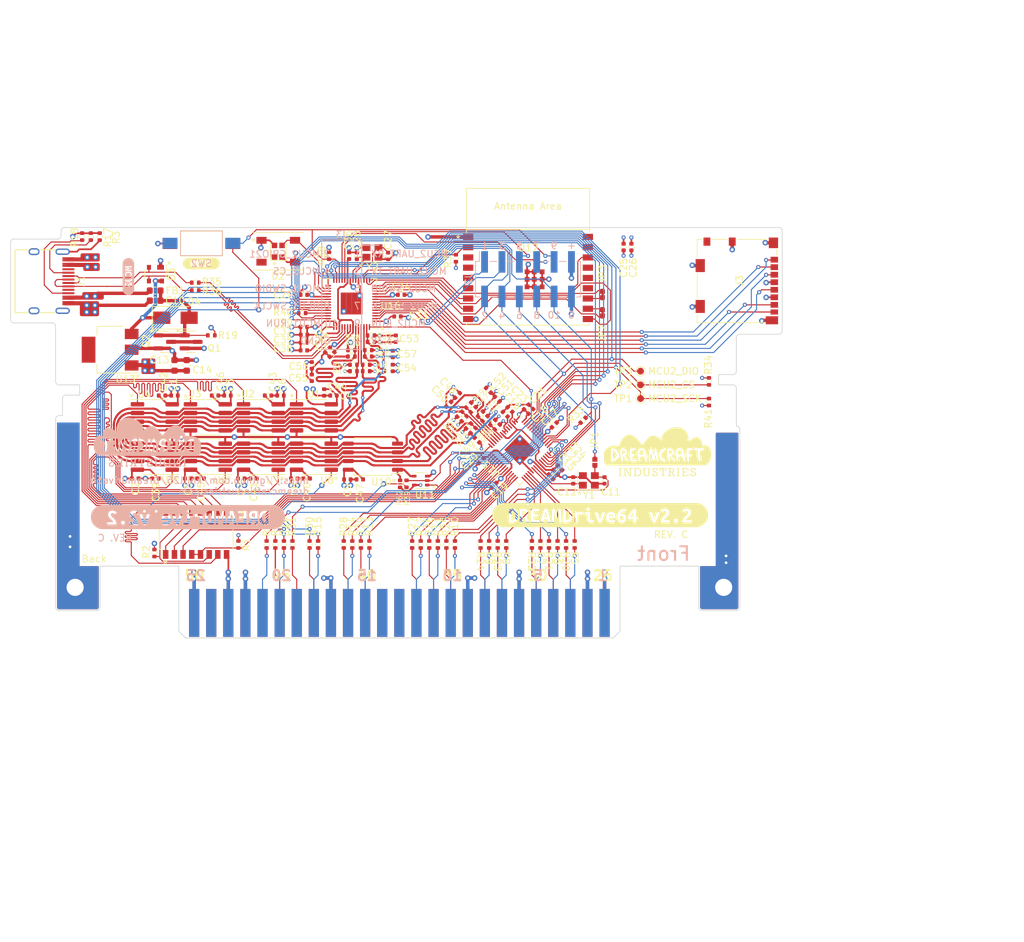
<source format=kicad_pcb>
(kicad_pcb (version 20211014) (generator pcbnew)
  (layers (0 "F.Cu" signal) (1 "In1.Cu" power) (2 "In2.Cu" power) (31 "B.Cu" signal) (34 "B.Paste" user) (35 "F.Paste" user) (36 "B.SilkS" user "B.Silkscreen") (37 "F.SilkS" user "F.Silkscreen") (38 "B.Mask" user) (39 "F.Mask" user) (44 "Edge.Cuts" user))
  (net 0 "")
  (net 1 "GND")
  (net 2 "+3V3")
  (net 3 "VBUS")
  (net 4 "Net-(J1-PadA5)")
  (net 5 "Net-(J1-PadB5)")
  (net 6 "Net-(J1-PadS1)")
  (net 7 "/Mainboard/VBUS'")
  (net 8 "/Mainboard/SD_DAT2")
  (net 9 "/Mainboard/SD_DAT3")
  (net 10 "/Mainboard/SD_CMD")
  (net 11 "/Mainboard/SD_CLK")
  (net 12 "/Mainboard/SD_DAT0")
  (net 13 "/Mainboard/SD_DAT1")
  (net 14 "/Mainboard/SD_DET")
  (net 15 "Net-(Q1-Pad3)")
  (net 16 "/Mainboard/N64_VCC")
  (net 17 "/PSRAM Array/CSBOOT")
  (net 18 "/Mainboard/AD15")
  (net 19 "/Mainboard/AD14")
  (net 20 "/Mainboard/AD13")
  (net 21 "/Mainboard/AD12")
  (net 22 "/Mainboard/AD12'")
  (net 23 "/Mainboard/AD13'")
  (net 24 "/Mainboard/AD14'")
  (net 25 "/Mainboard/AD15'")
  (net 26 "/Mainboard/~{WRITE}")
  (net 27 "/Mainboard/~{READ}")
  (net 28 "/Mainboard/AD11")
  (net 29 "/Mainboard/AD10")
  (net 30 "/Mainboard/AD10'")
  (net 31 "/Mainboard/AD11'")
  (net 32 "/Mainboard/~{READ'}")
  (net 33 "/Mainboard/~{WRITE'}")
  (net 34 "/Mainboard/AD9")
  (net 35 "/Mainboard/AD8")
  (net 36 "/Mainboard/CIC_DIO")
  (net 37 "/Mainboard/~{COLD_RESET}")
  (net 38 "/Mainboard/~{COLD_RESET'}")
  (net 39 "/Mainboard/CIC_DIO'")
  (net 40 "/Mainboard/AD8'")
  (net 41 "/Mainboard/AD9'")
  (net 42 "/Mainboard/AD0'")
  (net 43 "/Mainboard/AD1'")
  (net 44 "/Mainboard/AD2'")
  (net 45 "/Mainboard/AD3'")
  (net 46 "/Mainboard/AD3")
  (net 47 "/Mainboard/AD2")
  (net 48 "/Mainboard/AD1")
  (net 49 "/Mainboard/AD0")
  (net 50 "/Mainboard/ALEL'")
  (net 51 "/Mainboard/ALEH'")
  (net 52 "/Mainboard/AD4'")
  (net 53 "/Mainboard/AD5'")
  (net 54 "/Mainboard/AD5")
  (net 55 "/Mainboard/AD4")
  (net 56 "/Mainboard/ALEH")
  (net 57 "/Mainboard/ALEL")
  (net 58 "/Mainboard/AD6'")
  (net 59 "/Mainboard/AD7'")
  (net 60 "/Mainboard/CIC_DCLK'")
  (net 61 "/Mainboard/~{INT1'}")
  (net 62 "/Mainboard/~{INT1}")
  (net 63 "/Mainboard/CIC_DCLK")
  (net 64 "/Mainboard/AD7")
  (net 65 "/Mainboard/AD6")
  (net 66 "Net-(C22-Pad1)")
  (net 67 "/Mainboard/SSI_SD1")
  (net 68 "/Mainboard/SSI_SD2")
  (net 69 "/Mainboard/SSI_SD0")
  (net 70 "/Mainboard/SSI_SCLK")
  (net 71 "/Mainboard/SSI_SD3")
  (net 72 "/PSRAM Array/CS1")
  (net 73 "/PSRAM Array/CS2")
  (net 74 "/PSRAM Array/CS3")
  (net 75 "/PSRAM Array/CS4")
  (net 76 "/PSRAM Array/CS5")
  (net 77 "/PSRAM Array/CS6")
  (net 78 "/PSRAM Array/CS7")
  (net 79 "/Mainboard/DEMUX_A0")
  (net 80 "/Mainboard/DEMUX_A1")
  (net 81 "/Mainboard/DEMUX_A2")
  (net 82 "/Mainboard/DEMUX_IE")
  (net 83 "/Mainboard/MCU2_USB_D-")
  (net 84 "/Mainboard/MCU2_USB_D+")
  (net 85 "/Mainboard/ESP32_EN")
  (net 86 "/Mainboard/ESP32_CS")
  (net 87 "/Mainboard/ESP32_SCK")
  (net 88 "/Mainboard/ESP32_D2_G9")
  (net 89 "Net-(C36-Pad1)")
  (net 90 "Net-(R35-Pad2)")
  (net 91 "Net-(R36-Pad2)")
  (net 92 "/Mainboard/ESP32_D3")
  (net 93 "/Mainboard/ESP32_D0_TX")
  (net 94 "/Mainboard/ESP32_D1_RX")
  (net 95 "Net-(R39-Pad2)")
  (net 96 "/Mainboard/LED")
  (net 105 "/Mainboard/MCU2_UART_RX")
  (net 106 "/Mainboard/MCU2_UART_TX")
  (net 107 "/Mainboard/MCU2_GPIO21")
  (net 108 "/Mainboard/SI_DAT")
  (net 109 "/Mainboard/SI_DAT'")
  (net 110 "/Mainboard/~{NMI'}")
  (net 111 "/Mainboard/~{NMI}")
  (net 112 "/Mainboard/MCU1_RUN")
  (net 115 "/Mainboard/MCU2_CS")
  (net 116 "/Mainboard/MCU2_RUN")
  (net 119 "/Mainboard/MCU2_DIO")
  (net 120 "/Mainboard/MCU2_SCK")
  (net 121 "/PSRAM Array/CS8")
  (net 132 "/Mainboard/MCU1_SWCLK")
  (net 133 "/Mainboard/MCU1_SWDIO")
  (net 134 "/Mainboard/MCU2_SWCLK")
  (net 135 "/Mainboard/MCU2_SWDIO")
  (net 136 "/Mainboard/MCU1_XIN")
  (net 137 "/Mainboard/MCU1_XOUT")
  (net 138 "/Mainboard/MCU2_XIN")
  (net 139 "/Mainboard/MCU2_XOUT")
  (net 140 "/Mainboard/MCU2_G27")
  (net 141 "Net-(JP2-Pad1)")
  (net 142 "Net-(JP3-Pad1)")
  (net 144 "~{SSI_CS}")
  (net 145 "Net-(D3-Pad4)")
  (footprint "MountingHole:MountingHole_2.5mm_Pad" (layer "F.Cu") (at 102.85 112.6)
    (fp_text reference "REF**" hide)
    (fp_text value "MountingHole_2.5mm_Pad" hide)
  )
  (footprint "MountingHole:MountingHole_2.5mm_Pad" (layer "F.Cu") (at 197.650001 112.6)
    (fp_text reference "REF**" hide)
    (fp_text value "MountingHole_2.5mm_Pad" hide)
  )
  (footprint "Capacitor_SMD:C_0402_1005Metric" (layer "F.Cu") (at 140.400001 78.56 -135)
    (fp_text reference "C37")
    (fp_text value "100n")
  )
  (footprint "Capacitor_SMD:C_0402_1005Metric" (layer "F.Cu") (at 136.7 96.69 180)
    (fp_text reference "C40")
    (fp_text value "1u")
  )
  (footprint "Resistor_SMD:R_0402_1005Metric" (layer "F.Cu") (at 150.35 97.47 -90)
    (fp_text reference "R62")
    (fp_text value "10K")
  )
  (footprint "LOGO" (layer "F.Cu") (at 187.916 93.188)
    (fp_text reference "G***" hide)
    (fp_text value "LOGO" hide)
  )
  (footprint "Resistor_SMD:R_0402_1005Metric" (layer "F.Cu") (at 177.1 88.17 45)
    (fp_text reference "R33")
    (fp_text value "10K")
  )
  (footprint "Capacitor_SMD:C_0402_1005Metric" (layer "F.Cu") (at 140.62 84.56 180)
    (fp_text reference "C4")
    (fp_text value "100n")
  )
  (footprint "Resistor_SMD:R_0402_1005Metric" (layer "F.Cu") (at 162.096744 87.268644 -135)
    (fp_text reference "R45")
    (fp_text value "R")
  )
  (footprint "Capacitor_SMD:C_0402_1005Metric" (layer "F.Cu") (at 125.12 84.56 180)
    (fp_text reference "C3")
    (fp_text value "100n")
  )
  (footprint "kibuzzard-62F8E97D" (layer "F.Cu") (at 121.298 65.265)
    (fp_text reference "kibuzzard-62F8E97D" hide)
    (fp_text value "G***" hide)
  )
  (footprint "TestPoint:TestPoint_Pad_D1.0mm" (layer "F.Cu") (at 185.5 85)
    (fp_text reference "TP1")
    (fp_text value "TP_MCU2_SCK")
  )
  (footprint "Resistor_SMD:R_0402_1005Metric" (layer "F.Cu") (at 144.616001 106.332001 90)
    (fp_text reference "R29")
    (fp_text value "22R")
  )
  (footprint "Package_SO:SOP-8_3.76x4.96mm_P1.27mm" (layer "F.Cu") (at 130 93.5 180)
    (fp_text reference "U7")
    (fp_text value "APS6404L-3SQR")
  )
  (footprint "Capacitor_SMD:C_0402_1005Metric" (layer "F.Cu") (at 119.38 96.69)
    (fp_text reference "C5")
    (fp_text value "100n")
  )
  (footprint "Resistor_SMD:R_0402_1005Metric" (layer "F.Cu") (at 143.539001 80.06 180)
    (fp_text reference "R42")
    (fp_text value "R")
  )
  (footprint "Capacitor_SMD:C_0402_1005Metric" (layer "F.Cu") (at 136.312001 75.675 180)
    (fp_text reference "C32")
    (fp_text value "100n")
  )
  (footprint "Resistor_SMD:R_0402_1005Metric" (layer "F.Cu") (at 105.143601 61.33 90)
    (fp_text reference "R17")
    (fp_text value "5k1")
  )
  (footprint "Capacitor_SMD:C_0402_1005Metric" (layer "F.Cu") (at 165.715 87.295 135)
    (fp_text reference "C16")
    (fp_text value "100n")
  )
  (footprint "Capacitor_SMD:C_0402_1005Metric" (layer "F.Cu") (at 144.031001 64.15 -90)
    (fp_text reference "C28")
    (fp_text value "12p")
  )
  (footprint "Resistor_SMD:R_0402_1005Metric" (layer "F.Cu") (at 172.116001 106.332 90)
    (fp_text reference "R21")
    (fp_text value "22R")
  )
  (footprint "Capacitor_SMD:C_0402_1005Metric" (layer "F.Cu") (at 114.59 96.69 180)
    (fp_text reference "C39")
    (fp_text value "1u")
  )
  (footprint "Resistor_SMD:R_0402_1005Metric" (layer "F.Cu") (at 158.509001 64.487 90)
    (fp_text reference "R37")
    (fp_text value "10k")
  )
  (footprint "Package_SO:SOP-8_3.76x4.96mm_P1.27mm" (layer "F.Cu") (at 137.75 93.5 180)
    (fp_text reference "U8")
    (fp_text value "APS6404L-3SQR")
  )
  (footprint "TestPoint:TestPoint_Pad_D1.0mm" (layer "F.Cu") (at 185.5 83)
    (fp_text reference "TP2")
    (fp_text value "TP_MCU2_CS")
  )
  (footprint "Resistor_SMD:R_0402_1005Metric" (layer "F.Cu") (at 162.116 106.332 90)
    (fp_text reference "R24")
    (fp_text value "22R")
  )
  (footprint "Capacitor_SMD:C_0402_1005Metric" (layer "F.Cu") (at 164.07 97.68 -135)
    (fp_text reference "C19")
    (fp_text value "100n")
  )
  (footprint "Capacitor_SMD:C_0402_1005Metric" (layer "F.Cu") (at 134.88 96.69)
    (fp_text reference "C8")
    (fp_text value "100n")
  )
  (footprint "Resistor_SMD:R_0402_1005Metric" (layer "F.Cu") (at 162.761424 87.933324 45)
    (fp_text reference "R43")
    (fp_text value "R")
  )
  (footprint "Package_SO:SOP-8_3.76x4.96mm_P1.27mm" (layer "F.Cu") (at 137.75 87.75)
    (fp_text reference "U1")
    (fp_text value "APS6404L-3SQR")
  )
  (footprint "Capacitor_SMD:C_0402_1005Metric" (layer "F.Cu") (at 149.28 80.53 90)
    (fp_text reference "C54")
    (fp_text value "100n")
  )
  (footprint "Capacitor_SMD:C_0603_1608Metric" (layer "F.Cu") (at 114.546073 70.69 180)
    (fp_text reference "C10")
    (fp_text value "10u")
  )
  (footprint "Capacitor_SMD:C_0402_1005Metric" (layer "F.Cu") (at 175.659001 96.97 -90)
    (fp_text reference "C12")
    (fp_text value "12p")
  )
  (footprint "LED_SMD_Extra:WS2812B-2020" (layer "F.Cu") (at 132.544001 63.47 90)
    (fp_text reference "D1" hide)
    (fp_text value "WS2812B-2020")
  )
  (footprint "Package_DFN_QFN_Extra:QFN-56_EP_7x7_Pitch0.4mm" (layer "F.Cu") (at 143.269 71.107 180)
    (fp_text reference "U16")
    (fp_text value "RP2040")
  )
  (footprint "picocart64:SolderJumper-2_Small_Closed" (layer "F.Cu") (at 179.9212 72.4278 -90)
    (fp_text reference "JP2")
    (fp_text value "SolderJumper_2_Bridged")
  )
  (footprint "Capacitor_SMD:C_0402_1005Metric" (layer "F.Cu") (at 142.888001 64.122 90)
    (fp_text reference "C36")
    (fp_text value "100n")
  )
  (footprint "Resistor_SMD:R_0402_1005Metric" (layer "F.Cu") (at 137.116 106.332001 90)
    (fp_text reference "R30")
    (fp_text value "22R")
  )
  (footprint "Resistor_SMD:R_0402_1005Metric" (layer "F.Cu") (at 145.699 78.860001)
    (fp_text reference "R54")
    (fp_text value "R")
  )
  (footprint "Package_DFN_QFN_Extra:QFN-56_EP_7x7_Pitch0.4mm" (layer "F.Cu") (at 167.843573 92.492214 45)
    (fp_text reference "U15")
    (fp_text value "RP2040")
  )
  (footprint "Capacitor_SMD:C_0402_1005Metric" (layer "F.Cu") (at 144.46 96.82 180)
    (fp_text reference "C47")
    (fp_text value "1u")
  )
  (footprint "Crystal:Crystal_SMD_2520-4Pin_2.5x2.0mm" (layer "F.Cu") (at 146.317 63.642001)
    (fp_text reference "Y2")
    (fp_text value "12MHz 10ppm")
  )
  (footprint "Inductor_SMD:L_0603_1608Metric" (layer "F.Cu") (at 114.546073 69.2246)
    (fp_text reference "FB1")
    (fp_text value "Ferrite")
  )
  (footprint "Resistor_SMD:R_0402_1005Metric" (layer "F.Cu") (at 145.399 80.06 180)
    (fp_text reference "R48")
    (fp_text value "R")
  )
  (footprint "Capacitor_SMD:C_0402_1005Metric" (layer "F.Cu") (at 136.284001 77.961 180)
    (fp_text reference "C38")
    (fp_text value "1u")
  )
  (footprint "Crystal:Crystal_SMD_2520-4Pin_2.5x2.0mm" (layer "F.Cu") (at 177.945001 96.97)
    (fp_text reference "Y1")
    (fp_text value "12MHz 10ppm")
  )
  (footprint "Resistor_SMD:R_0402_1005Metric" (layer "F.Cu") (at 174.616001 106.332 90)
    (fp_text reference "R20")
    (fp_text value "22R")
  )
  (footprint "Package_SO:SOP-8_3.76x4.96mm_P1.27mm" (layer "F.Cu") (at 122.25 93.5 180)
    (fp_text reference "U6")
    (fp_text value "APS6404L-3SQR")
  )
  (footprint "Package_SO:SOP-8_3.76x4.96mm_P1.27mm" (layer "F.Cu") (at 114.5 93.5 180)
    (fp_text reference "U5")
    (fp_text value "APS6404L-3SQR")
  )
  (footprint "Resistor_SMD:R_0402_1005Metric" (layer "F.Cu") (at 146.099001 76.72)
    (fp_text reference "R50")
    (fp_text value "R")
  )
  (footprint "Resistor_SMD:R_0402_1005Metric" (layer "F.Cu") (at 145.699 77.92 180)
    (fp_text reference "R56")
    (fp_text value "R")
  )
  (footprint "Resistor_SMD:R_0402_1005Metric" (layer "F.Cu") (at 114.440001 107.58 -90)
    (fp_text reference "R2")
    (fp_text value "10K")
  )
  (footprint "Resistor_SMD:R_0402_1005Metric" (layer "F.Cu") (at 154.616 106.332 90)
    (fp_text reference "R26")
    (fp_text value "22R")
  )
  (footprint "Connector_USB_Extra:USB_C_Receptacle_GT-USB-7010" (layer "F.Cu") (at 98.715 67.855 -90)
    (fp_text reference "J1")
    (fp_text value "USB_C_Receptacle_USB2.0")
  )
  (footprint "Capacitor_SMD:C_0402_1005Metric" (layer "F.Cu") (at 139.750001 77.91 -135)
    (fp_text reference "C31")
    (fp_text value "100n")
  )
  (footprint "Capacitor_SMD:C_0402_1005Metric" (layer "F.Cu") (at 111.63 96.69)
    (fp_text reference "C2")
    (fp_text value "100n")
  )
  (footprint "Package_SO:SOP-8_3.76x4.96mm_P1.27mm" (layer "F.Cu") (at 130 87.75)
    (fp_text reference "U2")
    (fp_text value "APS6404L-3SQR")
  )
  (footprint "Capacitor_SMD:C_0402_1005Metric" (layer "F.Cu") (at 136.284001 74.532 180)
    (fp_text reference "C30")
    (fp_text value "100n")
  )
  (footprint "Package_SO:SOP-16_4.4x10.4mm_P1.27mm" (layer "F.Cu") (at 120.536 104.635 90)
    (fp_text reference "U9")
    (fp_text value "SN74LVC138AQDRQ1")
  )
  (footprint "Button_Switch_SMD:SW_SPST_FSMSM" (layer "F.Cu") (at 121.298001 62.344001 180)
    (fp_text reference "SW1" hide)
    (fp_text value "BootButton")
  )
  (footprint "Resistor_SMD:R_0402_1005Metric" (layer "F.Cu") (at 195.500001 85.51 90)
    (fp_text reference "R41")
    (fp_text value "10k")
  )
  (footprint "Package_SO:SOIC-8_5.23x5.23mm_P1.27mm" (layer "F.Cu") (at 146.375 93.5 180)
    (fp_text reference "U10")
    (fp_text value "W25Q128JVS")
  )
  (footprint "Resistor_SMD:R_0402_1005Metric" (layer "F.Cu") (at 134.616 106.332001 90)
    (fp_text reference "R31")
    (fp_text value "22R")
  )
  (footprint "Capacitor_SMD:C_0402_1005Metric" (layer "F.Cu") (at 142.640001 96.82)
    (fp_text reference "C9")
    (fp_text value "100n")
  )
  (footprint "Resistor_SMD:R_0402_1005Metric" (layer "F.Cu") (at 158.366 106.332001 -90)
    (fp_text reference "R10")
    (fp_text value "22R")
  )
  (footprint "Capacitor_SMD:C_0402_1005Metric" (layer "F.Cu") (at 163.26 83.79 -45)
    (fp_text reference "C52")
    (fp_text value "100n")
  )
  (footprint "Capacitor_SMD:C_0402_1005Metric" (layer "F.Cu") (at 180.231001 96.97 90)
    (fp_text reference "C11")
    (fp_text value "12p")
  )
  (footprint "Connector_Card:microSD_HC_Molex_104031-0811" (layer "F.Cu") (at 199.6 67.805 -90)
    (fp_text reference "J3")
    (fp_text value "Micro_SD_Card_Det")
  )
  (footprint "Package_TO_SOT_SMD:SOT-223" (layer "F.Cu") (at 107.963413 77.863783 180)
    (fp_text reference "U13")
    (fp_text value "AZ1117-3.3")
  )
  (footprint "Resistor_SMD:R_0402_1005Metric" (layer "F.Cu") (at 164.557475 89.16369 45)
    (fp_text reference "R59")
    (fp_text value "R")
  )
  (footprint "Resistor_SMD:R_0402_1005Metric" (layer "F.Cu") (at 175.866 106.332 -90)
    (fp_text reference "R5")
    (fp_text value "22R")
  )
  (footprint "Resistor_SMD:R_0402_1005Metric" (layer "F.Cu") (at 161.021941 89.672807 45)
    (fp_text reference "R53")
    (fp_text value "R")
  )
  (footprint "Resistor_SMD:R_0402_1005Metric" (layer "F.Cu") (at 138.366 106.332 -90)
    (fp_text reference "R15")
    (fp_text value "22R")
  )
  (footprint "Capacitor_SMD:C_0402_1005Metric" (layer "F.Cu") (at 139.25 84.11 -90)
    (fp_text reference "C44")
    (fp_text value "1u")
  )
  (footprint "Capacitor_SMD:C_0402_1005Metric" (layer "F.Cu") (at 127.130001 96.69)
    (fp_text reference "C7")
    (fp_text value "100n")
  )
  (footprint "Capacitor_SMD:C_0402_1005Metric" (layer "F.Cu") (at 169.46 86.88 45)
    (fp_text reference "C18")
    (fp_text value "100n")
  )
  (footprint "Capacitor_SMD:C_0402_1005Metric" (layer "F.Cu") (at 173.708148 95.121853 -45)
    (fp_text reference "C24")
    (fp_text value "1u" hide)
  )
  (footprint "Package_TO_SOT_SMD:SOT-23" (layer "F.Cu") (at 115.948067 76.713783)
    (fp_text reference "Q2")
    (fp_text value "FDN340P")
  )
  (footprint "Resistor_SMD:R_0402_1005Metric" (layer "F.Cu") (at 153.366001 106.332 -90)
    (fp_text reference "R12")
    (fp_text value "22R")
  )
  (footprint "Capacitor_SMD:C_0402_1005Metric" (layer "F.Cu") (at 128.95 96.69 180)
    (fp_text reference "C41")
    (fp_text value "1u")
  )
  (footprint "Resistor_SMD:R_0402_1005Metric" (layer "F.Cu") (at 122.758066 75.763784 180)
    (fp_text reference "R19")
    (fp_text value "10k")
  )
  (footprint "TestPoint:TestPoint_Pad_D1.0mm" (layer "F.Cu") (at 185.5 81)
    (fp_text reference "TP3")
    (fp_text value "TP_MCU2_DIO")
  )
  (footprint "Package_TO_SOT_SMD:SOT-353_SC-70-5" (layer "F.Cu") (at 153.365 96.995 180)
    (fp_text reference "U11")
    (fp_text value "74LVC1G125GW")
  )
  (footprint "Resistor_SMD:R_0402_1005Metric" (layer "F.Cu") (at 173.366001 106.332001 -90)
    (fp_text reference "R6")
    (fp_text value "22R")
  )
  (footprint "picocart64:SolderJumper-2_Small_Open" (layer "F.Cu") (at 178.82 94.303 -90)
    (fp_text reference "JP1")
    (fp_text value "SolderJumper_2_Open")
  )
  (footprint "LED_SMD:LED_WS2812B_PLCC4_5.0x5.0mm_P3.2mm" (layer "F.Cu") (at 132.544001 63.47)
    (fp_text reference "D2")
    (fp_text value "WS2812B")
  )
  (footprint "Resistor_SMD:R_0402_1005Metric" (layer "F.Cu") (at 143.539001 81.000001)
    (fp_text reference "R44")
    (fp_text value "R")
  )
  (footprint "Capacitor_SMD:C_0402_1005Metric" (layer "F.Cu") (at 157.45 85.83 45)
    (fp_text reference "C50")
    (fp_text value "100n")
  )
  (footprint "Capacitor_SMD:C_0402_1005Metric" (layer "F.Cu") (at 121.2 96.69 180)
    (fp_text reference "C45")
    (fp_text value "1u")
  )
  (footprint "Resistor_SMD:R_0402_1005Metric" (layer "F.Cu") (at 157.116 106.332 90)
    (fp_text reference "R25")
    (fp_text value "22R")
  )
  (footprint "Package_TO_SOT_SMD:SOT-23" (layer "F.Cu") (at 119.798067 76.713783)
    (fp_text reference "Q1")
    (fp_text value "FDN340P")
  )
  (footprint "Resistor_SMD:R_0402_1005Metric" (layer "F.Cu") (at 151.29 97.47 -90)
    (fp_text reference "R39")
    (fp_text value "1K")
  )
  (footprint "Capacitor_SMD:C_0402_1005Metric" (layer "F.Cu") (at 149.28 78.49 90)
    (fp_text reference "C57")
    (fp_text value "100n")
  )
  (footprint "Espressif:ESP32-C3-WROOM-02" (layer "F.Cu") (at 169.050001 65.525)
    (fp_text reference "U17")
    (fp_text value "ESP32-C3-WROOM-02")
  )
  (footprint "Capacitor_SMD:C_0402_1005Metric" (layer "F.Cu") (at 164.55 85.08 135)
    (fp_text reference "C51")
    (fp_text value "100n")
  )
  (footprint "Resistor_SMD:R_0402_1005Metric" (layer "F.Cu") (at 130.840001 106.332001 -90)
    (fp_text reference "R4")
    (fp_text value "22R")
  )
  (footprint "Capacitor_SMD:C_0402_1005Metric" (layer "F.Cu") (at 162.21 94.08 -135)
    (fp_text reference "C20")
    (fp_text value "100n")
  )
  (footprint "Capacitor_SMD:C_0402_1005Metric" (layer "F.Cu") (at 117.37 84.56 180)
    (fp_text reference "C1")
    (fp_text value "100n")
  )
  (footprint "Resistor_SMD:R_0402_1005Metric" (layer "F.Cu") (at 152.116 106.332 90)
    (fp_text reference "R27")
    (fp_text value "22R")
  )
  (footprint "Capacitor_SMD:C_0402_1005Metric" (layer "F.Cu") (at 132.87 84.56 180)
    (fp_text reference "C6")
    (fp_text value "100n")
  )
  (footprint "Resistor_SMD:R_0402_1005Metric" (layer "F.Cu") (at 126.720001 106.332001 -90)
    (fp_text reference "R1")
    (fp_text value "10K")
  )
  (footprint "Resistor_SMD:R_0402_1005Metric" (layer "F.Cu") (at 143.239001 77.92 180)
    (fp_text reference "R58")
    (fp_text value "R")
  )
  (footprint "Capacitor_SMD:C_0402_1005Metric" (layer "F.Cu") (at 115.55 84.56)
    (fp_text reference "C42")
    (fp_text value "1u")
  )
  (footprint "Capacitor_SMD:C_0603_1608Metric" (layer "F.Cu") (at 117.380066 80.153783 -90)
    (fp_text reference "C13")
    (fp_text value "10u")
  )
  (footprint "Capacitor_SMD:C_0402_1005Metric" (layer "F.Cu") (at 161.59 91.07 135)
    (fp_text reference "C49")
    (fp_text value "100n")
  )
  (footprint "Capacitor_SMD:C_0402_1005Metric" (layer "F.Cu") (at 149.97 73)
    (fp_text reference "C33")
    (fp_text value "100n")
  )
  (footprint "Resistor_SMD:R_0402_1005Metric" (layer "F.Cu") (at 103.8736 61.33 90)
    (fp_text reference "R18")
    (fp_text value "5k1")
  )
  (footprint "Resistor_SMD:R_0402_1005Metric" (layer "F.Cu") (at 120.409 69.202)
    (fp_text reference "R36")
    (fp_text value "22R")
  )
  (footprint "Capacitor_SMD:C_0402_1005Metric" (layer "F.Cu") (at 137.44 80.15 -90)
    (fp_text reference "C56")
    (fp_text value "100n")
  )
  (footprint "Capacitor_SMD:C_0402_1005Metric" (layer "F.Cu") (at 148.603 64.15 90)
    (fp_text reference "C27")
    (fp_text value "12p")
  )
  (footprint "Resistor_SMD:R_0402_1005Metric" (layer "F.Cu") (at 145.866001 106.332 -90)
    (fp_text reference "R13")
    (fp_text value "22R")
  )
  (footprint "kibuzzard-63B14B13" (layer "F.Cu") (at 179.601517 102.041679)
    (fp_text reference "kibuzzard-63B14B13" hide)
    (fp_text value "G***" hide)
  )
  (footprint "Capacitor_SMD:C_0402_1005Metric" (layer "F.Cu") (at 184.163001 62.852 -90)
    (fp_text reference "C26")
    (fp_text value "100n")
  )
  (footprint "Resistor_SMD:R_0402_1005Metric" (layer "F.Cu") (at 195.500001 82.49 90)
    (fp_text reference "R34")
    (fp_text value "10K")
  )
  (footprint "Resistor_SMD:R_0402_1005Metric" (layer "F.Cu") (at 106.439001 61.33 -90)
    (fp_text reference "R3")
    (fp_text value "100k")
  )
  (footprint "Package_TO_SOT_SMD:SOT-143" (layer "F.Cu") (at 114.59 66.82 -90)
    (fp_text reference "D3")
    (fp_text value "DRTR5V0U2SR-7")
  )
  (footprint "Resistor_SMD:R_0402_1005Metric" (layer "F.Cu") (at 142.116001 106.332001 90)
    (fp_text reference "R28")
    (fp_text value "22R")
  )
  (footprint "Resistor_SMD:R_0402_1005Metric" (layer "F.Cu") (at 161.036084 86.632247 45)
    (fp_text reference "R47")
    (fp_text value "R")
  )
  (footprint "Capacitor_SMD:C_0402_1005Metric" (layer "F.Cu") (at 173.05266 95.777341 -45)
    (fp_text reference "C22")
    (fp_text value "100n" hide)
  )
  (footprint "Resistor_SMD:R_0402_1005Metric" (layer "F.Cu") (at 145.399 81)
    (fp_text reference "R46")
    (fp_text value "R")
  )
  (footprint "Resistor_SMD:R_0402_1005Metric" (layer "F.Cu") (at 139.967001 64.122 -90)
    (fp_text reference "R38")
    (fp_text value "10k")
  )
  (footprint "Resistor_SMD:R_0402_1005Metric" (layer "F.Cu") (at 146.099001 75.78 180)
    (fp_text reference "R52")
    (fp_text value "R")
  )
  (footprint "Resistor_SMD:R_0402_1005Metric" (layer "F.Cu") (at 165.866001 106.332001 -90)
    (fp_text reference "R8")
    (fp_text value "22R")
  )
  (footprint "Capacitor_SMD:C_0402_1005Metric" (layer "F.Cu") (at 168.811579 86.23158 45)
    (fp_text reference "C21")
    (fp_text value "1u")
  )
  (footprint "Diode_SMD:D_SMA" (layer "F.Cu") (at 117.52 73.19)
    (fp_text reference "D4")
    (fp_text value "D_Small")
  )
  (footprint "Capacitor_SMD:C_0402_1005Metric" (layer "F.Cu") (at 131.05 84.56)
    (fp_text reference "C43")
    (fp_text value "1u")
  )
  (footprint "Package_SO:SOP-8_3.76x4.96mm_P1.27mm" (layer "F.Cu") (at 122.25 87.75)
    (fp_text reference "U3")
    (fp_text value "APS6404L-3SQR")
  )
  (footprint "Capacitor_SMD:C_0603_1608Metric" (layer "F.Cu") (at 119.158066 80.153783 -90)
    (fp_text reference "C14")
    (fp_text value "10u")
  )
  (footprint "Resistor_SMD:R_0402_1005Metric" (layer "F.Cu") (at 160.357261 89.008126 -135)
    (fp_text reference "R51")
    (fp_text value "R")
  )
  (footprint "Resistor_SMD:R_0402_1005Metric" (layer "F.Cu") (at 132.116 106.332001 90)
    (fp_text reference "R32")
    (fp_text value "22R")
  )
  (footprint "picocart64:SolderJumper-2_Small_Closed" (layer "F.Cu") (at 179.921201 69.837 90)
    (fp_text reference "JP3")
    (fp_text value "SolderJumper_2_Bridged")
  )
  (footprint "Resistor_SMD:R_0402_1005Metric" (layer "F.Cu") (at 163.892795 88.499009 -135)
    (fp_text reference "R61")
    (fp_text value "R")
  )
  (footprint "Capacitor_SMD:C_0402_1005Metric" (layer "F.Cu") (at 136.284 69.837001 180)
    (fp_text reference "C29")
    (fp_text value "100n")
  )
  (footprint "Resistor_SMD:R_0402_1005Metric" (layer "F.Cu") (at 133.366 106.332 -90)
    (fp_text reference "R16")
    (fp_text value "22R")
  )
  (footprint "Capacitor_SMD:C_0402_1005Metric" (layer "F.Cu") (at 136.284001 76.818 180)
    (fp_text reference "C35")
    (fp_text value "1u")
  )
  (footprint "Capacitor_SMD:C_0402_1005Metric" (layer "F.Cu") (at 158.74 84.54 -135)
    (fp_text reference "C48")
    (fp_text value "100n")
  )
  (footprint "Capacitor_SMD:C_0402_1005Metric" (layer "F.Cu") (at 150.508 69.837001)
    (fp_text reference "C34")
    (fp_text value "100n")
  )
  (footprint "Capacitor_SMD:C_0402_1005Metric" (layer "F.Cu") (at 137.44 81.97 90)
    (fp_text reference "C55")
    (fp_text value "100n")
  )
  (footprint "Resistor_SMD:R_0402_1005Metric" (layer "F.Cu") (at 170.866001 106.332001 -90)
    (fp_text reference "R7")
    (fp_text value "22R")
  )
  (footprint "Capacitor_SMD:C_0402_1005Metric" (layer "F.Cu") (at 172.89 88.86 45)
    (fp_text reference "C17")
    (fp_text value "100n")
  )
  (footprint "Resistor_SMD:R_0402_1005Metric" (layer "F.Cu") (at 163.366 106.332001 -90)
    (fp_text reference "R9")
    (fp_text value "22R")
  )
  (footprint "Resistor_SMD:R_0402_1005Metric" (layer "F.Cu") (at 160.371403 85.967567 -135)
    (fp_text reference "R49")
    (fp_text value "R")
  )
  (footprint "Resistor_SMD:R_0402_1005Metric" (layer "F.Cu") (at 159.720865 87.947466 45)
    (fp_text reference "R57")
    (fp_text value "R")
  )
  (footprint "Package_SO:SOP-8_3.76x4.96mm_P1.27mm" (layer "F.Cu") (at 114.5 87.75)
    (fp_text reference "U4")
    (fp_text value "APS6404L-3SQR")
  )
  (footprint "Capacitor_SMD:C_0402_1005Metric" (layer "F.Cu") (at 166.405 86.61 135)
    (fp_text reference "C23")
    (fp_text value "100n")
  )
  (footprint "Resistor_SMD:R_0402_1005Metric" (layer "F.Cu") (at 120.409 68.059)
    (fp_text reference "R35")
    (fp_text value "22R")
  )
  (footprint "Resistor_SMD:R_0402_1005Metric" (layer "F.Cu") (at 143.366001 106.332 -90)
    (fp_text reference "R14")
    (fp_text value "22R")
  )
  (footprint "Resistor_SMD:R_0402_1005Metric" (layer "F.Cu") (at 143.239001 78.86)
    (fp_text reference "R60")
    (fp_text value "R")
  )
  (footprint "Resistor_SMD:R_0402_1005Metric" (layer "F.Cu") (at 136.030001 72.504 180)
    (fp_text reference "R40")
    (fp_text value "470R")
  )
  (footprint "Resistor_SMD:R_0402_1005Metric" (layer "F.Cu") (at 169.616001 106.332 90)
    (fp_text reference "R22")
    (fp_text value "22R")
  )
  (footprint "Capacitor_SMD:C_0402_1005Metric" (layer "F.Cu") (at 183.020001 62.852 -90)
    (fp_text reference "C25")
    (fp_text value "1u")
  )
  (footprint "Capacitor_SMD:C_0402_1005Metric" (layer "F.Cu") (at 123.3 84.56)
    (fp_text reference "C46")
    (fp_text value "1u")
  )
  (footprint "Capacitor_SMD:C_0402_1005Metric" (layer "F.Cu") (at 149.72 76.26 90)
    (fp_text reference "C53")
    (fp_text value "100n")
  )
  (footprint "Capacitor_SMD:C_0402_1005Metric" (layer "F.Cu") (at 172.4 96.43 -45)
    (fp_text reference "C15")
    (fp_text value "100n" hide)
  )
  (footprint "Resistor_SMD:R_0402_1005Metric" (layer "F.Cu") (at 155.866 106.332001 -90)
    (fp_text reference "R11")
    (fp_text value "22R")
  )
  (footprint "Resistor_SMD:R_0402_1005Metric" (layer "F.Cu") (at 159.056185 87.282786 -135)
    (fp_text reference "R55")
    (fp_text value "R")
  )
  (footprint "Resistor_SMD:R_0402_1005Metric" (layer "F.Cu") (at 164.616 106.332 90)
    (fp_text reference "R23")
    (fp_text value "22R")
  )
  (footprint "kibuzzard-62F95F09" (layer "B.Cu") (at 110.63 67.17 -90)
    (fp_text reference "kibuzzard-62F95F09" hide)
    (fp_text value "G***" hide)
  )
  (footprint "picocart64:N64-Connector" (layer "B.Cu") (at 150.241 116.332 180)
    (fp_text reference "U14" hide)
    (fp_text value "N64-Cartridge")
  )
  (footprint "kibuzzard-63B14A32" (layer "B.Cu") (at 119.336 102.332 180)
    (fp_text reference "kibuzzard-63B14A32" hide)
    (fp_text value "G***" hide)
  )
  (footprint "Connector_PinHeader_2.54mm:PinHeader_2x06_P2.54mm_Vertical_SMD" (layer "B.Cu") (at 169.050001 67.551001 -90)
    (fp_text reference "J2")
    (fp_text value "Conn_02x06_Odd_Even")
  )
  (footprint "LOGO" (layer "B.Cu") (at 113.465 91.795 180)
    (fp_text reference "G***" hide)
    (fp_text value "LOGO" hide)
  )
  (footprint "Button_Switch_SMD:SW_SPST_FSMSM" (layer "B.Cu") (at 121.317944 62.298388 180)
    (fp_text reference "SW2")
    (fp_text value "ResetButton")
  )
  (gr_line (start 138.894 77.821) (end 138.894 61.819) (layer "B.SilkS") (width 0.15))
  (gr_line (start 144.736 61.819) (end 144.736 77.821) (layer "B.SilkS") (width 0.15))
  (gr_line (start 147.276 62.581) (end 144.736 62.581) (layer "B.SilkS") (width 0.15))
  (gr_line (start 144.736 77.821) (end 138.894 77.821) (layer "B.SilkS") (width 0.15))
  (gr_line (start 138.894 61.819) (end 144.736 61.819) (layer "B.SilkS") (width 0.15))
  (gr_line locked (start 182.5 119) (end 182.5 109.5) (layer "Edge.Cuts") (width 0.1))
  (gr_line locked (start 194 109.5) (end 182.5 109.5) (layer "Edge.Cuts") (width 0.1))
  (gr_line locked (start 194 109.5) (end 194 115.5) (layer "Edge.Cuts") (width 0.1))
  (gr_line locked (start 199.5 116) (end 194.5 116) (layer "Edge.Cuts") (width 0.1))
  (gr_line locked (start 200 115.5) (end 200 89.5) (layer "Edge.Cuts") (width 0.1))
  (gr_line locked (start 196.9 83) (end 196.9 81.5) (layer "Edge.Cuts") (width 0.1))
  (gr_line locked (start 199 81.5) (end 196.9 81.5) (layer "Edge.Cuts") (width 0.1))
  (gr_line locked (start 118 119) (end 119 120) (layer "Edge.Cuts") (width 0.1))
  (gr_line locked (start 182.5 119) (end 181.5 120) (layer "Edge.Cuts") (width 0.1))
  (gr_arc locked (start 100.796304 60.499999) (mid 100.942751 60.146446) (end 101.296304 59.999999) (layer "Edge.Cuts") (width 0.1))
  (gr_arc locked (start 100.5 83) (mid 100.146447 82.853553) (end 100 82.5) (layer "Edge.Cuts") (width 0.1))
  (gr_arc locked (start 101 85) (mid 101.146447 84.646447) (end 101.5 84.5) (layer "Edge.Cuts") (width 0.1))
  (gr_arc locked (start 100 88) (mid 100.146447 87.646447) (end 100.5 87.5) (layer "Edge.Cuts") (width 0.1))
  (gr_arc locked (start 100.5 116) (mid 100.146447 115.853553) (end 100 115.5) (layer "Edge.Cuts") (width 0.1))
  (gr_arc locked (start 106.5 115.5) (mid 106.353553 115.853553) (end 106 116) (layer "Edge.Cuts") (width 0.1))
  (gr_arc locked (start 194.5 116) (mid 194.146447 115.853553) (end 194 115.5) (layer "Edge.Cuts") (width 0.1))
  (gr_arc locked (start 200 115.5) (mid 199.853553 115.853553) (end 199.5 116) (layer "Edge.Cuts") (width 0.1))
  (gr_arc locked (start 199 83) (mid 199.353553 83.146447) (end 199.5 83.5) (layer "Edge.Cuts") (width 0.1))
  (gr_arc locked (start 199.5 81) (mid 199.353553 81.353553) (end 199 81.5) (layer "Edge.Cuts") (width 0.1))
  (gr_arc locked (start 199.5 89) (mid 199.853553 89.146447) (end 200 89.5) (layer "Edge.Cuts") (width 0.1))
  (gr_arc (start 205.704 60) (mid 206.059624 60.151447) (end 206.204 60.51) (layer "Edge.Cuts") (width 0.1))
  (gr_line (start 101.296304 59.999999) (end 205.704 60) (layer "Edge.Cuts") (width 0.1))
  (gr_line locked (start 199.5 83.5) (end 199.5 89) (layer "Edge.Cuts") (width 0.1))
  (gr_line locked (start 118 119) (end 118 109.5) (layer "Edge.Cuts") (width 0.1))
  (gr_line (start 93.92 73.94) (end 99.5 73.94) (layer "Edge.Cuts") (width 0.1))
  (gr_line locked (start 106.5 109.5) (end 106.5 115.5) (layer "Edge.Cuts") (width 0.1))
  (gr_line (start 100.296447 61.69) (end 93.92 61.69) (layer "Edge.Cuts") (width 0.1))
  (gr_arc (start 93.92 73.94) (mid 93.566447 73.793553) (end 93.42 73.44) (layer "Edge.Cuts") (width 0.1))
  (gr_arc (start 206.204 75.05) (mid 206.062979 75.436453) (end 205.69 75.61) (layer "Edge.Cuts") (width 0.1))
  (gr_line (start 93.42 62.19) (end 93.42 73.44) (layer "Edge.Cuts") (width 0.1))
  (gr_line locked (start 181.5 120) (end 119 120) (layer "Edge.Cuts") (width 0.1))
  (gr_line locked (start 118 109.5) (end 106.5 109.5) (layer "Edge.Cuts") (width 0.1))
  (gr_line locked (start 103.5 84.5) (end 103.5 83) (layer "Edge.Cuts") (width 0.1))
  (gr_line (start 205.69 75.61) (end 200 75.61) (layer "Edge.Cuts") (width 0.1))
  (gr_line (start 100.796304 60.499999) (end 100.796447 61.19) (layer "Edge.Cuts") (width 0.1))
  (gr_line locked (start 101.5 84.5) (end 103.5 84.5) (layer "Edge.Cuts") (width 0.1))
  (gr_line (start 206.204 60.51) (end 206.204 75.05) (layer "Edge.Cuts") (width 0.1))
  (gr_arc (start 93.42 62.19) (mid 93.566447 61.836447) (end 93.92 61.69) (layer "Edge.Cuts") (width 0.1))
  (gr_line locked (start 106 116) (end 100.5 116) (layer "Edge.Cuts") (width 0.1))
  (gr_line locked (start 199.5 76.11) (end 199.5 81) (layer "Edge.Cuts") (width 0.1))
  (gr_arc (start 99.5 73.94) (mid 99.853553 74.086447) (end 100 74.44) (layer "Edge.Cuts") (width 0.1))
  (gr_arc (start 199.5 76.11) (mid 199.646447 75.756447) (end 200 75.61) (layer "Edge.Cuts") (width 0.1))
  (gr_line locked (start 100 115.5) (end 100 88) (layer "Edge.Cuts") (width 0.1))
  (gr_arc (start 100.796447 61.19) (mid 100.65 61.543553) (end 100.296447 61.69) (layer "Edge.Cuts") (width 0.1))
  (gr_line locked (start 100.5 87.5) (end 101 87.5) (layer "Edge.Cuts") (width 0.1))
  (gr_line locked (start 101 87.5) (end 101 85) (layer "Edge.Cuts") (width 0.1))
  (gr_line locked (start 199 83) (end 196.9 83) (layer "Edge.Cuts") (width 0.1))
  (gr_line (start 100 74.44) (end 100 82.5) (layer "Edge.Cuts") (width 0.1))
  (gr_line locked (start 103.5 83) (end 100.5 83) (layer "Edge.Cuts") (width 0.1))
  (gr_text "5" (at 170.5 110.8834) (layer "B.SilkS") (effects (font (size 1.5 1.5) (thickness 0.3)) (justify mirror)))
  (gr_text "10" (at 158 110.8834) (layer "B.SilkS") (effects (font (size 1.5 1.5) (thickness 0.3)) (justify mirror)))
  (gr_text "15" (at 145.5 110.8834) (layer "B.SilkS") (effects (font (size 1.5 1.5) (thickness 0.3)) (justify mirror)))
  (gr_text "20" (at 133 110.8834) (layer "B.SilkS") (effects (font (size 1.5 1.5) (thickness 0.3)) (justify mirror)))
  (gr_text "25" (at 120.5 110.8834) (layer "B.SilkS") (effects (font (size 1.5 1.5) (thickness 0.3)) (justify mirror)))
  (gr_text "9" (at 144.101 74.011) (layer "B.SilkS") (effects (font (size 1 1)) (justify mirror)))
  (gr_text "1" (at 144.101 63.851) (layer "B.SilkS") (effects (font (size 1 1)) (justify mirror)))
  (gr_text "G" (at 175.415054 72.791943) (layer "B.SilkS") (effects (font (size 1 1)) (justify mirror)))
  (gr_text "https://github.com/khill25/Dreamdrive64\ndreamcraftindustries.com" (at 137.116 97.76) (layer "B.SilkS") (effects (font (size 1 1)) (justify left mirror)))
  (gr_text "GND" (at 138.894 76.551) (layer "B.SilkS") (effects (font (size 1 1)) (justify left mirror)))
  (gr_text "4" (at 139.656 66.391) (layer "B.SilkS") (effects (font (size 1 1)) (justify mirror)))
  (gr_text "REV. C" (at 108.668 105.38) (layer "B.SilkS") (effects (font (size 1 1)) (justify mirror)))
  (gr_text "8" (at 170.335054 72.830944) (layer "B.SilkS") (effects (font (size 1 1)) (justify mirror)))
  (gr_text "+3.3V" (at 146.006 76.551) (layer "B.SilkS") (effects (font (size 1 1)) (justify right mirror)))
  (gr_text "6" (at 167.795054 72.850445) (layer "B.SilkS") (effects (font (size 1 1)) (justify mirror)))
  (gr_text "3" (at 144.101 66.391) (layer "B.SilkS") (effects (font (size 1 1)) (justify mirror)))
  (gr_text "10" (at 140.291 74.011) (layer "B.SilkS") (effects (font (size 1 1)) (justify mirror)))
  (gr_text "2" (at 139.656 63.851) (layer "B.SilkS") (effects (font (size 1 1)) (justify mirror)))
  (gr_text "7" (at 170.32 62.670944) (layer "B.SilkS") (effects (font (size 1 1)) (justify mirror)))
  (gr_text "MCU2_CS" (at 138.717314 66.391) (layer "B.SilkS") (effects (font (size 1 1)) (justify left mirror)))
  (gr_text "MCU2_UART_RX" (at 146.006 63.851) (layer "B.SilkS") (effects (font (size 1 1)) (justify right mirror)))
  (gr_text "MCU2_GPIO21" (at 138.717314 63.891882) (layer "B.SilkS") (effects (font (size 1 1)) (justify left mirror)))
  (gr_text "MCU1_SWCLK" (at 138.796954 71.471) (layer "B.SilkS") (effects (font (size 1 1)) (justify left mirror)))
  (gr_text "+" (at 144.101 76.551) (layer "B.SilkS") (effects (font (size 1 1)) (justify mirror)))
  (gr_text "1" (at 162.7 62.725) (layer "B.SilkS") (effects (font (size 1 1)) (justify mirror)))
  (gr_text "3" (at 165.24 62.709945) (layer "B.SilkS") (effects (font (size 1 1)) (justify mirror)))
  (gr_text "MCU1_SWDIO" (at 138.74843 68.931) (layer "B.SilkS") (effects (font (size 1 1)) (justify left mirror)))
  (gr_text "5" (at 144.101 68.931) (layer "B.SilkS") (effects (font (size 1 1)) (justify mirror)))
  (gr_text "+" (at 175.4 62.631943) (layer "B.SilkS") (effects (font (size 1 1)) (justify mirror)))
  (gr_text "6" (at 139.656 68.931) (layer "B.SilkS") (effects (font (size 1 1)) (justify mirror)))
  (gr_text "MCU2_SWDIO" (at 146.006 68.931) (layer "B.SilkS") (effects (font (size 1 1)) (justify right mirror)))
  (gr_text "10" (at 172.875054 72.811444) (layer "B.SilkS") (effects (font (size 1 1)) (justify mirror)))
  (gr_text "2" (at 162.715054 72.885) (layer "B.SilkS") (effects (font (size 1 1)) (justify mirror)))
  (gr_text "5" (at 167.78 62.690445) (layer "B.SilkS") (effects (font (size 1 1)) (justify mirror)))
  (gr_text "MCU1_RUN" (at 138.845477 74.011) (layer "B.SilkS") (effects (font (size 1 1)) (justify left mirror)))
  (gr_text "MCU2_UART_TX" (at 146.006 66.391) (layer "B.SilkS") (effects (font (size 1 1)) (justify right mirror)))
  (gr_text "J3" (at 141.815 61.057) (layer "B.SilkS") (effects (font (size 1 1)) (justify mirror)))
  (gr_text "9" (at 172.86 62.651444) (layer "B.SilkS") (effects (font (size 1 1)) (justify mirror)))
  (gr_text "1" (at 180 110.8834) (layer "B.SilkS") (effects (font (size 1.5 1.5) (thickness 0.3)) (justify mirror)))
  (gr_text "MCU2_RUN" (at 146.006 74.011) (layer "B.SilkS") (effects (font (size 1 1)) (justify right mirror)))
  (gr_text "8" (at 139.656 71.471) (layer "B.SilkS") (effects (font (size 1 1)) (justify mirror)))
  (gr_text "MCU2_SWCLK" (at 146.006 71.471) (layer "B.SilkS") (effects (font (size 1 1)) (justify right mirror)))
  (gr_text "7" (at 144.101 71.471) (layer "B.SilkS") (effects (font (size 1 1)) (justify mirror)))
  (gr_text "G" (at 139.656 76.551) (layer "B.SilkS") (effects (font (size 1 1)) (justify mirror)))
  (gr_text "4" (at 165.255054 72.869945) (layer "B.SilkS") (effects (font (size 1 1)) (justify mirror)))
  (gr_text "45" (at 132.972 110.8834) (layer "F.SilkS") (effects (font (size 1.5 1.5) (thickness 0.3))))
  (gr_text "40" (at 145.472 110.8834) (layer "F.SilkS") (effects (font (size 1.5 1.5) (thickness 0.3))))
  (gr_text "35" (at 157.972 110.8834) (layer "F.SilkS") (effects (font (size 1.5 1.5) (thickness 0.3))))
  (gr_text "30" (at 170.472 110.8834) (layer "F.SilkS") (effects (font (size 1.5 1.5) (thickness 0.3))))
  (gr_text "26" (at 179.972 110.8834) (layer "F.SilkS") (effects (font (size 1.5 1.5) (thickness 0.3))))
  (gr_text "*" (at 125.31 96.91) (layer "F.SilkS") (effects (font (size 1 1) (thickness 0.125))))
  (gr_text "*" (at 133.1 96.94) (layer "F.SilkS") (effects (font (size 1 1) (thickness 0.125))))
  (gr_text "*" (at 147.79 75.11) (layer "F.SilkS") (effects (font (size 1 1) (thickness 0.125))))
  (gr_text "*" (at 155.37 98.26) (layer "F.SilkS") (effects (font (size 1 1) (thickness 0.125))))
  (gr_text "*" (at 161.57 92.75) (layer "F.SilkS") (effects (font (size 1 1) (thickness 0.125))))
  (gr_text "*" (at 176.6 99.15) (layer "F.SilkS") (effects (font (size 1 1) (thickness 0.125))))
  (gr_text "REV. C" (at 189.948 104.872) (layer "F.SilkS") (effects (font (size 1 1))))
  (gr_text "*" (at 111.99 82.09) (layer "F.SilkS") (effects (font (size 1 1) (thickness 0.125))))
  (gr_text "*" (at 128.9 62.14) (layer "F.SilkS") (effects (font (size 1 1) (thickness 0.125))))
  (gr_text "*" (at 126.77 84.86) (layer "F.SilkS") (effects (font (size 1 1) (thickness 0.125))))
  (gr_text "*" (at 116.034 109.19) (layer "F.SilkS") (effects (font (size 1 1) (thickness 0.125))))
  (gr_text "*" (at 111.15 84.86) (layer "F.SilkS") (effects (font (size 1 1) (thickness 0.125))))
  (gr_text "*" (at 140.94 96.97) (layer "F.SilkS") (effects (font (size 1 1) (thickness 0.125))))
  (gr_text "*" (at 119.02 84.97) (layer "F.SilkS") (effects (font (size 1 1) (thickness 0.125))))
  (gr_text "*" (at 131.97 65.62) (layer "F.SilkS") (effects (font (size 1 1) (thickness 0.125))))
  (gr_text "MCU2_CS" (at 186.5 83) (layer "F.SilkS") (effects (font (size 1 1)) (justify left)))
  (gr_text "*" (at 117.63 97.07) (layer "F.SilkS") (effects (font (size 1 1) (thickness 0.125))))
  (gr_text "MCU2_DIO" (at 186.5 81) (layer "F.SilkS") (effects (font (size 1 1)) (justify left)))
  (gr_text "*" (at 149.4 97.27) (layer "F.SilkS") (effects (font (size 1 1) (thickness 0.125))))
  (gr_text "MCU2_SCK" (at 186.5 85) (layer "F.SilkS") (effects (font (size 1 1)) (justify left)))
  (gr_text "*" (at 158.833 61.692) (layer "F.SilkS") (effects (font (size 1 1) (thickness 0.125))))
  (gr_text "*" (at 114.01 75.4) (layer "F.SilkS") (effects (font (size 1 1) (thickness 0.125))))
  (gr_text "*" (at 117.88 75.39) (layer "F.SilkS") (effects (font (size 1 1) (thickness 0.125))))
  (gr_text "*" (at 134.56 84.87) (layer "F.SilkS") (effects (font (size 1 1) (thickness 0.125))))
  (gr_text "*" (at 116.58 65.48) (layer "F.SilkS") (effects (font (size 1 1) (thickness 0.125))))
  (gr_text "50" (at 120.282 110.875315) (layer "F.SilkS") (effects (font (size 1.5 1.5) (thickness 0.3))))
  (gr_text "*" (at 144.609 65.883) (layer "F.SilkS") (effects (font (size 1 1) (thickness 0.125))))
  (segment (start 139.41059 78.249411) (end 138.9 78.76) (width 0.25) (layer "F.Cu") (net 1))
  (segment (start 137.640001 83.940001) (end 137.640001 83.619999) (width 0.25) (layer "F.Cu") (net 1))
  (segment (start 149.914453 91.016671) (end 149.94786 91.106239) (width 0.3) (layer "F.Cu") (net 1))
  (segment (start 204.700001 73.56) (end 203.306501 73.56) (width 0.5) (layer "F.Cu") (net 1))
  (segment (start 124.7875 91.595) (end 124.787501 90.625) (width 0.3) (layer "F.Cu") (net 1))
  (segment (start 168.91 65.56) (end 169.08 65.39) (width 0.25) (layer "F.Cu") (net 1))
  (segment (start 112.506599 90.617058) (end 112.607501 90.625) (width 0.3) (layer "F.Cu") (net 1))
  (segment (start 163.73059 98.019411) (end 163.01 98.74) (width 0.25) (layer "F.Cu") (net 1))
  (segment (start 169.96 66.475001) (end 169.960001 68.675) (width 0.25) (layer "F.Cu") (net 1))
  (segment (start 124.640001 84.56) (end 124.640001 83.56) (width 0.25) (layer "F.Cu") (net 1))
  (segment (start 169.15099 85.892169) (end 167.78217 85.892169) (width 0.25) (layer "F.Cu") (net 1))
  (segment (start 114.11 96.69) (end 113.11 96.69) (width 0.25) (layer "F.Cu") (net 1))
  (segment (start 123.268067 75.183783) (end 122.718067 74.633783) (width 0.1524) (layer "F.Cu") (net 1))
  (segment (start 204.925 62.24) (end 203.7505 62.24) (width 0.5) (layer "F.Cu") (net 1))
  (segment (start 144.469 69.907) (end 144.412 69.964) (width 0.25) (layer "F.Cu") (net 1))
  (segment (start 203.8725 70.2) (end 205.050001 70.2) (width 0.25) (layer "F.Cu") (net 1))
  (segment (start 127.610001 96.69) (end 127.610001 97.69) (width 0.25) (layer "F.Cu") (net 1))
  (segment (start 115.340001 65.82) (end 115.340001 64.84) (width 0.5) (layer "F.Cu") (net 1))
  (segment (start 143.029001 81) (end 142.279001 81) (width 0.3) (layer "F.Cu") (net 1))
  (segment (start 198.900001 63.2315) (end 198.901501 63.233) (width 0.5) (layer "F.Cu") (net 1))
  (segment (start 134.994001 63.814) (end 135.084 63.724) (width 0.25) (layer "F.Cu") (net 1))
  (segment (start 136.22 96.69) (end 135.36 96.69) (width 0.25) (layer "F.Cu") (net 1))
  (segment (start 149.667229 90.73136) (end 149.743756 90.788647) (width 0.3) (layer "F.Cu") (net 1))
  (segment (start 169.799411 86.540589) (end 169.15099 85.892169) (width 0.25) (layer "F.Cu") (net 1))
  (segment (start 135.804001 74.532) (end 135.804 76.818) (width 0.25) (layer "F.Cu") (net 1))
  (segment (start 198.900001 62.065) (end 198.900001 63.2315) (width 0.5) (layer "F.Cu") (net 1))
  (segment (start 160.661317 90.033431) (end 160.130987 90.563761) (width 0.3) (layer "F.Cu") (net 1))
  (segment (start 127.741001 110.409) (end 127.750001 110.4) (width 0.5) (layer "F.Cu") (net 1))
  (segment (start 168.91 66.475001) (end 168.91 65.56) (width 0.25) (layer "F.Cu") (net 1))
  (segment (start 168.91 67.575) (end 171.110001 67.575) (width 0.25) (layer "F.Cu") (net 1))
  (segment (start 134.633 77.961) (end 135.804 77.961) (width 0.25) (layer "F.Cu") (net 1))
  (segment (start 137.707576 84.221474) (end 137.75841 84.304427) (width 0.25) (layer "F.Cu") (net 1))
  (segment (start 160.661317 90.141317) (end 161.250589 90.730589) (width 0.25) (layer "F.Cu") (net 1))
  (segment (start 157.789411 85.490589) (end 158.400589 84.879411) (width 0.25) (layer "F.Cu") (net 1))
  (segment (start 180.231001 97.45) (end 179.04 97.45) (width 0.25) (layer "F.Cu") (net 1))
  (segment (start 203.306501 73.56) (end 203.219501 73.647) (width 0.5) (layer "F.Cu") (net 1))
  (segment (start 173.765319 96.49) (end 173.392071 96.116752) (width 0.25) (layer "F.Cu") (net 1))
  (segment (start 175.659 96.49) (end 176.850001 96.490001) (width 0.25) (layer "F.Cu") (net 1))
  (segment (start 113.091074 71.37) (end 105.74 71.37) (width 0.5) (layer "F.Cu") (net 1))
  (segment (start 149.37 77.92) (end 149.28 78.01) (width 0.25) (layer "F.Cu") (net 1))
  (segment (start 203.7505 62.24) (end 203.7275 62.217) (width 0.5) (layer "F.Cu") (net 1))
  (segment (start 133.094 64.32) (end 133.844 65.07) (width 0.25) (layer "F.Cu") (net 1))
  (segment (start 168.409258 91.360843) (end 168.280844 91.360843) (width 0.1524) (layer "F.Cu") (net 1))
  (segment (start 116.03 84.56) (end 116.89 84.56) (width 0.25) (layer "F.Cu") (net 1))
  (segment (start 125.241001 116.332) (end 125.241 110.247001) (width 0.5) (layer "F.Cu") (net 1))
  (segment (start 144.269001 67.6695) (end 144.269001 68.367001) (width 0.25) (layer "F.Cu") (net 1))
  (segment (start 150.03 77.92) (end 149.37 77.92) (width 0.25) (layer "F.Cu") (net 1))
  (segment (start 135.832001 75.675) (end 134.506001 75.675) (width 0.25) (layer "F.Cu") (net 1))
  (segment (start 149.975 91.295) (end 149.975 91.595) (width 0.3) (layer "F.Cu") (net 1))
  (segment (start 151.410001 73) (end 151.58 73.17) (width 0.2) (layer "F.Cu") (net 1))
  (segment (start 140.140001 84.56) (end 138.26 84.56) (width 0.25) (layer "F.Cu") (net 1))
  (segment (start 158.400589 84.879411) (end 157.870259 84.349081) (width 0.25) (layer "F.Cu") (net 1))
  (segment (start 148.603 64.63) (end 148.81 64.63) (width 0.25) (layer "F.Cu") (net 1))
  (segment (start 165.375589 86.955589) (end 165.380589 86.955589) (width 0.25) (layer "F.Cu") (net 1))
  (segment (start 125.250001 108.049) (end 125.250001 110.238) (width 0.25) (layer "F.Cu") (net 1))
  (segment (start 140.06059 78.899411) (end 139.41059 78.249411) (width 0.25) (layer "F.Cu") (net 1))
  (segment (start 144.031001 62.979) (end 144.068001 62.942) (width 0.25) (layer "F.Cu") (net 1))
  (segment (start 120.72 96.69) (end 119.86 96.69) (width 0.25) (layer "F.Cu") (net 1))
  (segment (start 112.0328 90.272824) (end 112.085684 90.359121) (width 0.3) (layer "F.Cu") (net 1))
  (segment (start 128.47 96.69) (end 127.610001 96.69) (width 0.25) (layer "F.Cu") (net 1))
  (segment (start 137.640001 83.940001) (end 137.647634 84.03699) (width 0.25) (layer "F.Cu") (net 1))
  (segment (start 134.506 77.834) (end 134.633 77.961) (width 0.25) (layer "F.Cu") (net 1))
  (segment (start 172.074001 67.575) (end 172.098001 67.551) (width 0.25) (layer "F.Cu") (net 1))
  (segment (start 177.241978 96.27) (end 177.070001 96.27) (width 0.25) (layer "F.Cu") (net 1))
  (segment (start 119.7125 89.655) (end 119.712501 90.625) (width 0.3) (layer "F.Cu") (net 1))
  (segment (start 147.48 64.63) (end 147.192001 64.342) (width 0.25) (layer "F.Cu") (net 1))
  (segment (start 160.661317 90.033431) (end 160.661317 90.141317) (width 0.25) (layer "F.Cu") (net 1))
  (segment (start 132.390001 84.56) (end 132.39 83.56) (width 0.25) (layer "F.Cu") (net 1))
  (segment (start 144.068001 62.942) (end 145.442001 62.942) (width 0.25) (layer "F.Cu") (net 1))
  (segment (start 142.729001 78.860001) (end 140.1 78.860001) (width 0.3) (layer "F.Cu") (net 1))
  (segment (start 162.987698 85.96348) (end 164.210589 84.740589) (width 0.25) (layer "F.Cu") (net 1))
  (segment (start 194.225 71.535) (end 193.139501 71.535) (width 0.5) (layer "F.Cu") (net 1))
  (segment (start 137.895574 84.44159) (end 137.978526 84.492424) (width 0.25) (layer "F.Cu") (net 1))
  (segment (start 161.412001 73.375) (end 160.3 73.375) (width 0.25) (layer "F.Cu") (net 1))
  (segment (start 159.360241 88.308091) (end 158.829911 88.838421) (width 0.3) (layer "F.Cu") (net 1))
  (segment (start 135.804001 69.837001) (end 135.804001 69.316) (width 0.25) (layer "F.Cu") (net 1))
  (segment (start 138.9 79.61) (end 138.46 79.61) (width 0.25) (layer "F.Cu") (net 1))
  (segment (start 106.439001 60.818) (end 105.169 60.818) (width 0.25) (layer "F.Cu") (net 1))
  (segment (start 203.8545 70.218) (end 203.8725 70.2) (width 0.25) (layer "F.Cu") (net 1))
  (segment (start 137.647634 84.03699) (end 137.670345 84.131591) (width 0.25) (layer "F.Cu") (net 1))
  (segment (start 180.241001 110.409) (end 180.250001 110.4) (width 0.5) (layer "F.Cu") (net 1))
  (segment (start 137.978526 84.492424) (end 138.06841 84.529656) (width 0.25) (layer "F.Cu") (net 1))
  (segment (start 135.36 96.690001) (end 135.36 97.69) (width 0.25) (layer "F.Cu") (net 1))
  (segment (start 111.9625 89.98) (end 111.970441 90.0809) (width 0.3) (layer "F.Cu") (net 1))
  (segment (start 148.603 64.63) (end 147.48 64.63) (width 0.25) (layer "F.Cu") (net 1))
  (segment (start 179.04 97.45) (end 178.82 97.670001) (width 0.25) (layer "F.Cu") (net 1))
  (segment (start 171.110001 68.675001) (end 168.91 68.675001) (width 0.25) (layer "F.Cu") (net 1))
  (segment (start 111.994068 90.179315) (end 112.0328 90.272824) (width 0.3) (layer "F.Cu") (net 1))
  (segment (start 149.72 75.78) (end 147.359 75.78) (width 0.25) (layer "F.Cu") (net 1))
  (segment (start 144.269001 68.367001) (end 144.469 68.567) (width 0.25) (layer "F.Cu") (net 1))
  (segment (start 127.741 116.332) (end 127.741001 110.409) (width 0.5) (layer "F.Cu") (net 1))
  (segment (start 112.085684 90.359121) (end 112.151416 90.436083) (width 0.3) (layer "F.Cu") (net 1))
  (segment (start 119.860001 96.690001) (end 119.860001 97.69) (width 0.25) (layer "F.Cu") (net 1))
  (segment (start 120.241 110.4004) (end 120.231201 110.3906) (width 0.5) (layer "F.Cu") (net 1))
  (segment (start 166.712202 93.057899) (end 167.277888 92.492214) (width 0.1524) (layer "F.Cu") (net 1))
  (segment (start 120.241001 116.332) (end 120.241 110.4004) (width 0.5) (layer "F.Cu") (net 1))
  (segment (start 102.986601 60.8434) (end 102.502001 61.328) (width 0.25) (layer "F.Cu") (net 1))
  (segment (start 114.948001 62.344001) (end 116.708 62.344) (width 0.25) (layer "F.Cu") (net 1))
  (segment (start 149.743756 90.788647) (end 149.811352 90.856243) (width 0.3) (layer "F.Cu") (net 1))
  (segment (start 140.1 78.860001) (end 140.06059 78.899411) (width 0.3) (layer "F.Cu") (net 1))
  (segment (start 168.409258 93.623585) (end 168.974944 93.057899) (width 0.2) (layer "F.Cu") (net 1))
  (segment (start 135.2125 89.655) (end 135.212501 90.625) (width 0.3) (layer "F.Cu") (net 1))
  (segment (start 160.732027 85.606943) (end 161.262357 85.076613) (width 0.3) (layer "F.Cu") (net 1))
  (segment (start 174.430001 96.49) (end 173.765319 96.49) (width 0.25) (layer "F.Cu") (net 1))
  (segment (start 162.457368 86.90802) (end 162.987698 86.37769) (width 0.3) (layer "F.Cu") (net 1))
  (segment (start 105.1436 60.8434) (end 103.8736 60.843401) (width 0.25) (layer "F.Cu") (net 1))
  (segment (start 138.163011 84.552366) (end 138.26 84.56) (width 0.25) (layer "F.Cu") (net 1))
  (segment (start 163.599411 84.129411) (end 164.210589 84.740589) (width 0.25) (layer "F.Cu") (net 1))
  (segment (start 143.12 96.82) (end 143.12 97.69) (width 0.25) (layer "F.Cu") (net 1))
  (segment (start 111.970441 90.0809) (end 111.994068 90.179315) (width 0.3) (layer "F.Cu") (net 1))
  (segment (start 112.11 96.69) (end 113.11 96.69) (width 0.25) (layer "F.Cu") (net 1))
  (segment (start 131.53 84.56) (end 132.39 84.56) (width 0.25) (layer "F.Cu") (net 1))
  (segment (start 168.91 68.675001) (end 168.91 66.475001) (width 0.25) (layer "F.Cu") (net 1))
  (segment (start 167.741001 116.332) (end 167.741 110.409) (width 0.5) (layer "F.Cu") (net 1))
  (segment (start 183.020001 63.332) (end 183.02 64.122) (width 0.25) (layer "F.Cu") (net 1))
  (segment (start 112.408185 90.593431) (end 112.506599 90.617058) (width 0.3) (layer "F.Cu") (net 1))
  (segment (start 144.031001 63.670001) (end 144.031001 62.979) (width 0.25) (layer "F.Cu") (net 1))
  (segment (start 140.2875 91.595) (end 140.287501 90.625) (width 0.3) (layer "F.Cu") (net 1))
  (segment (start 112.151416 90.436083) (end 112.228378 90.501815) (width 0.3) (layer "F.Cu") (net 1))
  (segment (start 145.909001 80.06) (end 146.659 80.06) (width 0.3) (layer "F.Cu") (net 1))
  (segment (start 149.28 80.05) (end 150.03 80.05) (width 0.25) (layer "F.Cu") (net 1))
  (segment (start 149.868639 90.93277) (end 149.914453 91.016671) (width 0.3) (layer "F.Cu") (net 1))
  (segment (start 194.225001 65.565) (end 193.105501 65.565) (width 0.5) (layer "F.Cu") (net 1))
  (segment (start 142.888001 62.979) (end 142.888001 63.642001) (width 0.25) (layer "F.Cu") (net 1))
  (segment (start 164.253419 88.138385) (end 164.783749 87.608055) (width 0.3) (layer "F.Cu") (net 1))
  (segment (start 125.250001 110.238) (end 125.250001 110.4) (width 0.25) (layer "F.Cu") (net 1))
  (segment (start 137.75841 84.304427) (end 137.821593 84.378406) (width 0.25) (layer "F.Cu") (net 1))
  (segment (start 149.49376 90.652139) (end 149.583328 90.685546) (width 0.3) (layer "F.Cu") (net 1))
  (segment (start 127.462501 89.655) (end 127.4625 90.625) (width 0.3) (layer "F.Cu") (net 1))
  (segment (start 137.821593 84.378406) (end 137.895574 84.44159) (width 0.25) (layer "F.Cu") (net 1))
  (segment (start 167.277888 91.482113) (end 167.840001 90.92) (width 0.1524) (layer "F.Cu") (net 1))
  (segment (start 135.804 76.818) (end 135.804 77.961) (width 0.25) (layer "F.Cu") (net 1))
  (segment (start 119.158066 80.928784) (end 114.081733 80.928783) (width 0.5) (layer "F.Cu") (net 1))
  (segment (start 132.537501 91.595) (end 132.5375 90.625) (width 0.3) (layer "F.Cu") (net 1))
  (segment (start 166.065589 86.270589) (end 166.444009 85.892169) (width 0.25) (layer "F.Cu") (net 1))
  (segment (start 111.9625 89.98) (end 111.962501 89.655) (width 0.3) (layer "F.Cu") (net 1))
  (segment (start 133.844 65.07) (end 134.994001 65.07) (width 0.25) (layer "F.Cu") (net 1))
  (segment (start 167.277888 92.492214) (end 167.277888 91.482113) (width 0.1524) (layer "F.Cu") (net 1))
  (segment (start 116.89 84.56) (end 116.89 83.56) (width 0.25) (layer "F.Cu") (net 1))
  (segment (start 114.081733 80.928783) (end 114.064734 80.911783) (width 0.5) (layer "F.Cu") (net 1))
  (segment (start 150.45 73) (end 151.410001 73) (width 0.2) (layer "F.Cu") (net 1))
  (segment (start 178.641978 97.67) (end 177.241978 96.27) (width 0.25) (layer "F.Cu") (net 1))
  (segment (start 134.994001 65.07) (end 134.994001 63.814) (width 0.25) (layer "F.Cu") (net 1))
  (segment (start 151.778 69.837) (end 150.988001 69.837) (width 0.25) (layer "F.Cu") (net 1))
  (segment (start 124.986001 107.785) (end 125.250001 108.049) (width 0.25) (layer "F.Cu") (net 1))
  (segment (start 138.06841 84.529656) (end 138.163011 84.552366) (width 0.25) (layer "F.Cu") (net 1))
  (segment (start 172.739411 96.769412) (end 174.047559 95.461264) (width 0.25) (layer "F.Cu") (net 1))
  (segment (start 161.316174 95.266174) (end 161.316174 94.973826) (width 0.25) (layer "F.Cu") (net 1))
  (segment (start 177.741 110.409) (end 177.750001 110.4) (width 0.5) (layer "F.Cu") (net 1))
  (segment (start 161.430001 73.393) (end 161.412001 73.375) (width 0.25) (layer "F.Cu") (net 1))
  (segment (start 149.96818 91.199649) (end 149.975 91.294999) (width 0.3) (layer "F.Cu") (net 1))
  (segment (start 144.003001 63.642001) (end 144.031001 63.670001) (width 0.25) (layer "F.Cu") (net 1))
  (segment (start 112.228378 90.501815) (end 112.314676 90.5547) (width 0.3) (layer "F.Cu") (net 1))
  (segment (start 113.771074 70.69) (end 113.091074 71.37) (width 0.5) (layer "F.Cu") (net 1))
  (segment (start 177.741001 116.332) (end 177.741 110.409) (width 0.5) (layer "F.Cu") (net 1))
  (segment (start 184.163001 63.332) (end 184.163 64.122) (width 0.25) (layer "F.Cu") (net 1))
  (segment (start 176.739377 88.530624) (end 176 89.27) (width 0.1524) (layer "F.Cu") (net 1))
  (segment (start 137.44 81.49) (end 137.44 80.63) (width 0.25) (layer "F.Cu") (net 1))
  (segment (start 117.0375 91.595001) (end 117.0375 90.625) (width 0.3) (layer "F.Cu") (net 1))
  (segment (start 138.46 79.61) (end 137.44 80.63) (width 0.25) (layer "F.Cu") (net 1))
  (segment (start 105.169 60.818) (end 105.1436 60.8434) (width 0.25) (layer "F.Cu") (net 1))
  (segment (start 146.209001 77.92) (end 146.959 77.92) (width 0.3) (layer "F.Cu") (net 1))
  (segment (start 178.82 97.670001) (end 178.641978 97.67) (width 0.25) (layer "F.Cu") (net 1))
  (segment (start 144.469 68.567) (end 144.469 69.907) (width 0.25) (layer "F.Cu") (net 1))
  (segment (start 142.888001 63.642001) (end 144.003001 63.642001) (width 0.25) (layer "F.Cu") (net 1))
  (segment (start 112.607501 90.625) (end 149.305 90.625) (width 0.3) (layer "F.Cu") (net 1))
  (segment (start 138.9 78.76) (end 138.9 79.61) (width 0.25) (layer "F.Cu") (net 1))
  (segment (start 149.583328 90.685546) (end 149.667229 90.73136) (width 0.3) (layer "F.Cu") (net 1))
  (segment (start 135.804 76.818) (end 134.506001 76.818) (width 0.25) (layer "F.Cu") (net 1))
  (segment (start 175.659 96.49) (end 174.430001 96.49) (width 0.25) (layer "F.Cu") (net 1))
  (segment (start 193.139501 71.535) (end 193.059501 71.615) (width 0.5) (layer "F.Cu") (net 1))
  (segment (start 158.509001 64.997) (end 158.509001 65.909) (width 0.1524) (layer "F.Cu") (net 1))
  (segment (start 180.241 116.332) (end 180.241001 110.409) (width 0.5) (layer "F.Cu") (net 1))
  (segment (start 171.110001 67.575) (end 172.074001 67.575) (width 0.25) (layer "F.Cu") (net 1))
  (segment (start 135.804001 69.316) (end 136.41 68.71) (width 0.25) (layer "F.Cu") (net 1))
  (segment (start 143.98 96.82) (end 143.120001 96.82) (width 0.25) (layer "F.Cu") (net 1))
  (segment (start 149.305 90.625) (end 149.40035 90.631819) (width 0.3) (layer "F.Cu") (net 1))
  (segment (start 146.609 75.78) (end 147.359 75.78) (width 0.3) (layer "F.Cu") (net 1))
  (segment (start 154.665 96.345) (end 155.24 95.77) (width 0.3) (layer "F.Cu") (net 1))
  (segment (start 112.314676 90.5547) (end 112.408185 90.593431) (width 0.3) (layer "F.Cu") (net 1))
  (segment (start 163.905 84.435) (end 164.43533 83.90467) (width 0.25) (layer "F.Cu") (net 1))
  (segment (start 103.8736 60.843401) (end 102.986601 60.8434) (width 0.25) (layer "F.Cu") (net 1))
  (segment (start 176.850001 96.490001) (end 177.070001 96.27) (width 0.25) (layer "F.Cu") (net 1))
  (segment (start 149.40035 90.631819) (end 149.49376 90.652139) (width 0.3) (layer "F.Cu") (net 1))
  (segment (start 137.670345 84.131591) (end 137.707576 84.221474) (width 0.25) (layer "F.Cu") (net 1))
  (segment (start 168.280844 91.360843) (end 167.840001 90.92) (width 0.1524) (layer "F.Cu") (net 1))
  (segment (start 173.229412 88.520589) (end 173.890001 87.86) (width 0.25) (layer "F.Cu") (net 1))
  (segment (start 169.567147 95.63) (end 167.852766 93.915618) (width 0.25) (layer "F.Cu") (net 1))
  (segment (start 114.44 107.07) (end 114.44 106.19) (width 0.1524) (layer "F.Cu") (net 1))
  (segment (start 167.741 110.409) (end 167.75 110.4) (width 0.5) (layer "F.Cu") (net 1))
  (segment (start 149.94786 91.106239) (end 149.96818 91.199649) (width 0.3) (layer "F.Cu") (net 1))
  (segment (start 171.110001 66.475001) (end 171.110001 68.675001) (width 0.25) (layer "F.Cu") (net 1))
  (segment (start 168.91 66.475001) (end 171.110001 66.475001) (width 0.25) (layer "F.Cu") (net 1))
  (segment (start 165.380589 86.955589) (end 166.065589 86.270589) (width 0.25) (layer "F.Cu") (net 1))
  (segment (start 123.78 84.56) (end 124.64 84.56) (width 0.25) (layer "F.Cu") (net 1))
  (segment (start 193.105501 65.565) (end 193.059501 65.519) (width 0.5) (layer "F.Cu") (net 1))
  (segment (start 154.315 96.345) (end 154.665 96.345) (width 0.3) (layer "F.Cu") (net 1))
  (segment (start 125.241 110.247001) (end 125.250001 110.238) (width 0.5) (layer "F.Cu") (net 1))
  (segment (start 135.804001 74.532) (end 134.506001 74.532) (width 0.25) (layer "F.Cu") (net 1))
  (segment (start 166.444009 85.892169) (end 167.78217 85.892169) (width 0.25) (layer "F.Cu") (net 1))
  (segment (start 148.81 64.63) (end 149.730001 63.709999) (width 0.25) (layer "F.Cu") (net 1))
  (segment (start 149.811352 90.856243) (end 149.868639 90.93277) (width 0.3) (layer "F.Cu") (net 1))
  (segment (start 123.268067 75.763783) (end 123.268067 75.183783) (width 0.1524) (layer "F.Cu") (net 1))
  (segment (start 161.316174 94.973826) (end 161.87059 94.419411) (width 0.25) (layer "F.Cu") (net 1))
  (segment (start 162.987698 86.37769) (end 162.987698 85.96348) (width 0.25) (layer "F.Cu") (net 1))
  (via (at 104.540001 72.37) (size 0.8) (drill 0.4) (layers "F.Cu" "B.Cu") (net 1))
  (via (at 104.540001 71.37) (size 0.8) (drill 0.4) (layers "F.Cu" "B.Cu") (net 1))
  (via (at 105.74 71.37) (size 0.8) (drill 0.4) (layers "F.Cu" "B.Cu") (net 1))
  (via (at 105.74 72.37) (size 0.8) (drill 0.4) (layers "F.Cu" "B.Cu") (net 1))
  (via (at 102.108001 105.156) (size 0.8) (drill 0.4) (layers "F.Cu" "B.Cu") (net 1))
  (via (at 180.25 111.35) (size 0.8) (drill 0.4) (layers "F.Cu" "B.Cu") (net 1))
  (via (at 180.250001 110.4) (size 0.8) (drill 0.4) (layers "F.Cu" "B.Cu") (net 1))
  (via (at 177.75 111.35) (size 0.8) (drill 0.4) (layers "F.Cu" "B.Cu") (net 1))
  (via (at 177.750001 110.4) (size 0.8) (drill 0.4) (layers "F.Cu" "B.Cu") (net 1))
  (via (at 167.75 110.4) (size 0.8) (drill 0.4) (layers "F.Cu" "B.Cu") (net 1))
  (via (at 167.750001 111.35) (size 0.8) (drill 0.4) (layers "F.Cu" "B.Cu") (net 1))
  (via (at 127.75 111.35) (size 0.8) (drill 0.4) (layers "F.Cu" "B.Cu") (net 1))
  (via (at 127.750001 110.4) (size 0.8) (drill 0.4) (layers "F.Cu" "B.Cu") (net 1))
  (via (at 151.58 73.17) (size 0.8) (drill 0.4) (layers "F.Cu" "B.Cu") (net 1))
  (via (at 142.126 72.25) (size 0.8) (drill 0.4) (layers "F.Cu" "B.Cu") (net 1))
  (via (at 115.340001 64.84) (size 0.8) (drill 0.4) (layers "F.Cu" "B.Cu") (net 1))
  (via (at 114.064734 80.911783) (size 0.8) (drill 0.4) (layers "F.Cu" "B.Cu") (net 1))
  (via (at 125.235001 110.395917) (size 0.8) (drill 0.4) (layers "F.Cu" "B.Cu") (net 1))
  (via (at 135.36 97.69) (size 0.8) (drill 0.4) (layers "F.Cu" "B.Cu") (net 1))
  (via (at 114.948001 62.344001) (size 0.8) (drill 0.4) (layers "F.Cu" "B.Cu") (net 1))
  (via (at 102.502001 61.328) (size 0.8) (drill 0.4) (layers "F.Cu" "B.Cu") (net 1))
  (via (at 198.000001 108) (size 0.8) (drill 0.4) (layers "F.Cu" "B.Cu") (net 1))
  (via (at 144.412 69.964) (size 0.8) (drill 0.4) (layers "F.Cu" "B.Cu") (net 1))
  (via (at 161.262357 85.076613) (size 0.5) (drill 0.25) (layers "F.Cu" "B.Cu") (net 1))
  (via (at 150.03 80.05) (size 0.6) (drill 0.3) (layers "F.Cu" "B.Cu") (net 1))
  (via (at 104.618999 64.37) (size 0.8) (drill 0.4) (layers "F.Cu" "B.Cu") (net 1))
  (via (at 127.610001 97.69) (size 0.8) (drill 0.4) (layers "F.Cu" "B.Cu") (net 1))
  (via (at 132.39 83.56) (size 0.8) (drill 0.4) (layers "F.Cu" "B.Cu") (net 1))
  (via (at 124.640001 83.56) (size 0.8) (drill 0.4) (layers "F.Cu" "B.Cu") (net 1))
  (via (at 114.064734 79.641783) (size 0.8) (drill 0.4) (layers "F.Cu" "B.Cu") (net 1))
  (via (at 155.24 95.77) (size 0.8) (drill 0.4) (layers "F.Cu" "B.Cu") (net 1))
  (via (at 133.875 90.625) (size 0.8) (drill 0.4) (layers "F.Cu" "B.Cu") (net 1))
  (via (at 135.084 63.724) (size 0.8) (drill 0.4) (layers "F.Cu" "B.Cu") (net 1))
  (via (at 161.430001 73.393) (size 0.8) (drill 0.4) (layers "F.Cu" "B.Cu") (net 1))
  (via (at 151.778 69.837) (size 0.8) (drill 0.4) (layers "F.Cu" "B.Cu") (net 1))
  (via (at 172.098001 67.551) (size 0.8) (drill 0.4) (layers "F.Cu" "B.Cu") (net 1))
  (via (at 125.235001 111.345916) (size 0.8) (drill 0.4) (layers "F.Cu" "B.Cu") (net 1))
  (via (at 126.125 90.625) (size 0.8) (drill 0.4) (layers "F.Cu" "B.Cu") (net 1))
  (via (at 158.829911 88.838421) (size 0.5) (drill 0.25) (layers "F.Cu" "B.Cu") (net 1))
  (via (at 105.818999 64.37) (size 0.8) (drill 0.4) (layers "F.Cu" "B.Cu") (net 1))
  (via (at 138.9 79.61) (size 0.8) (drill 0.4) (layers "F.Cu" "B.Cu") (net 1))
  (via (at 164.783749 87.608055) (size 0.5) (drill 0.25) (layers "F.Cu" "B.Cu") (net 1))
  (via (at 203.8545 70.218) (size 0.8) (drill 0.4) (layers "F.Cu" "B.Cu") (net 1))
  (via (at 160.130987 90.563761) (size 0.5) (drill 0.25) (layers "F.Cu" "B.Cu") (net 1))
  (via (at 118.375 90.625) (size 0.8) (drill 0.4) (layers "F.Cu" "B.Cu") (net 1))
  (via (at 169.08 65.39) (size 0.8) (drill 0.4) (layers "F.Cu" "B.Cu") (net 1))
  (via (at 134.506 77.834) (size 0.8) (drill 0.4) (layers "F.Cu" "B.Cu") (net 1))
  (via (at 150.03 77.92) (size 0.6) (drill 0.3) (layers "F.Cu" "B.Cu") (net 1))
  (via (at 113.048733 80.911783) (size 0.8) (drill 0.4) (layers "F.Cu" "B.Cu") (net 1))
  (via (at 119.860001 97.69) (size 0.8) (drill 0.4) (layers "F.Cu" "B.Cu") (net 1))
  (via (at 174.430001 96.49) (size 0.8) (drill 0.4) (layers "F.Cu" "B.Cu") (net 1))
  (via (at 142.279001 81) (size 0.5) (drill 0.25) (layers "F.Cu" "B.Cu") (net 1))
  (via (at 162.987698 86.37769) (size 0.5) (drill 0.25) (layers "F.Cu" "B.Cu") (net 1))
  (via (at 167.84 94.07) (size 0.8) (drill 0.4) (layers "F.Cu" "B.Cu") (net 1))
  (via (at 149.730001 63.709999) (size 0.8) (drill 0.4) (layers "F.Cu" "B.Cu") (net 1))
  (via (at 120.231201 110.3906) (size 0.8) (drill 0.4) (layers "F.Cu" "B.Cu") (net 1))
  (via (at 120.231201 111.3406) (size 0.8) (drill 0.4) (layers "F.Cu" "B.Cu") (net 1))
  (via (at 136.41 68.71) (size 0.8) (drill 0.4) (layers "F.Cu" "B.Cu") (net 1))
  (via (at 143.12 97.69) (size 0.8) (drill 0.4) (layers "F.Cu" "B.Cu") (net 1))
  (via (at 184.163 64.122) (size 0.6) (drill 0.3) (layers "F.Cu" "B.Cu") (net 1))
  (via (at 193.059501 71.615) (size 0.8) (drill 0.4) (layers "F.Cu" "B.Cu") (net 1))
  (via (at 176 89.27) (size 0.6) (drill 0.3) (layers "F.Cu" "B.Cu") (net 1))
  (via (at 193.059501 65.519) (size 0.8) (drill 0.4) (layers "F.Cu" "B.Cu") (net 1))
  (via (at 203.219501 73.647) (size 0.8) (drill 0.4) (layers "F.Cu" "B.Cu") (net 1))
  (via (at 122.718067 74.633783) (size 0.8) (drill 0.4) (layers "F.Cu" "B.Cu") (net 1))
  (via (at 163.01 98.74) (size 0.8) (drill 0.4) (layers "F.Cu" "B.Cu") (net 1))
  (via (at 175.4 72.631) (size 0.8) (drill 0.4) (layers "F.Cu" "B.Cu") (net 1))
  (via (at 113.048734 79.641783) (size 0.8) (drill 0.4) (layers "F.Cu" "B.Cu") (net 1))
  (via (at 146.659 80.06) (size 0.5) (drill 0.25) (layers "F.Cu" "B.Cu") (net 1))
  (via (at 164.43533 83.90467) (size 0.6) (drill 0.3) (layers "F.Cu" "B.Cu") (net 1))
  (via (at 167.78217 85.892169) (size 0.6) (drill 0.3) (layers "F.Cu" "B.Cu") (net 1))
  (via (at 134.506001 75.675) (size 0.8) (drill 0.4) (layers "F.Cu" "B.Cu") (net 1))
  (via (at 134.506001 74.532) (size 0.8) (drill 0.4) (layers "F.Cu" "B.Cu") (net 1))
  (via (at 198.000001 109) (size 0.8) (drill 0.4) (layers "F.Cu" "B.Cu") (net 1))
  (via (at 198.901501 63.233) (size 0.8) (drill 0.4) (layers "F.Cu" "B.Cu") (net 1))
  (via (at 146.959 77.92) (size 0.5) (drill 0.25) (layers "F.Cu" "B.Cu") (net 1))
  (via (at 137.640001 83.619999) (size 0.8) (drill 0.4) (layers "F.Cu" "B.Cu") (net 1))
  (via (at 183.02 64.122) (size 0.6) (drill 0.3) (layers "F.Cu" "B.Cu") (net 1))
  (via (at 157.870259 84.349081) (size 0.5) (drill 0.25) (layers "F.Cu" "B.Cu") (net 1))
  (via (at 158.509001 65.909) (size 0.6) (drill 0.3) (layers "F.Cu" "B.Cu") (net 1))
  (via (at 144.031001 62.979) (size 0.8) (drill 0.4) (layers "F.Cu" "B.Cu") (net 1))
  (via (at 116.89 83.56) (size 0.8) (drill 0.4) (layers "F.Cu" "B.Cu") (net 1))
  (via (at 113.11 96.69) (size 0.8) (drill 0.4) (layers "F.Cu" "B.Cu") (net 1))
  (via (at 134.506001 76.818) (size 0.8) (drill 0.4) (layers "F.Cu" "B.Cu") (net 1))
  (via (at 141.625 90.625) (size 0.8) (drill 0.4) (layers "F.Cu" "B.Cu") (net 1))
  (via (at 167.840001 90.92) (size 0.8) (drill 0.4) (layers "F.Cu" "B.Cu") (net 1))
  (via (at 161.316174 95.266174) (size 0.8) (drill 0.4) (layers "F.Cu" "B.Cu") (net 1))
  (via (at 173.890001 87.86) (size 0.8) (drill 0.4) (layers "F.Cu" "B.Cu") (net 1))
  (via (at 102.108001 106.68) (size 0.8) (drill 0.4) (layers "F.Cu" "B.Cu") (net 1))
  (via (at 114.44 106.19) (size 0.8) (drill 0.4) (layers "F.Cu" "B.Cu") (net 1))
  (via (at 147.359 75.78) (size 0.5) (drill 0.25) (layers "F.Cu" "B.Cu") (net 1))
  (via (at 203.7275 62.217) (size 0.8) (drill 0.4) (layers "F.Cu" "B.Cu") (net 1))
  (via (at 142.888001 62.979) (size 0.8) (drill 0.4) (layers "F.Cu" "B.Cu") (net 1))
  (segment (start 127.741 116.332) (end 127.741001 110.409) (width 0.5) (layer "B.Cu") (net 1))
  (segment (start 127.741001 110.409) (end 127.750001 110.4) (width 0.5) (layer "B.Cu") (net 1))
  (segment (start 177.741 110.409) (end 177.750001 110.4) (width 0.5) (layer "B.Cu") (net 1))
  (segment (start 125.241001 116.332) (end 125.241 110.401916) (width 0.5) (layer "B.Cu") (net 1))
  (segment (start 180.241 116.332) (end 180.241001 110.409) (width 0.5) (layer "B.Cu") (net 1))
  (segment (start 180.241001 110.409) (end 180.250001 110.4) (width 0.5) (layer "B.Cu") (net 1))
  (segment (start 167.741001 116.332) (end 167.741 110.409) (width 0.5) (layer "B.Cu") (net 1))
  (segment (start 125.241 110.401916) (end 125.235001 110.395917) (width 0.5) (layer "B.Cu") (net 1))
  (segment (start 120.241 110.4004) (end 120.231201 110.3906) (width 0.5) (layer "B.Cu") (net 1))
  (segment (start 120.241001 116.332) (end 120.241 110.4004) (width 0.5) (layer "B.Cu") (net 1))
  (segment (start 146.959 77.92) (end 150.03 77.92) (width 0.25) (layer "B.Cu") (net 1))
  (segment (start 167.741 110.409) (end 167.75 110.4) (width 0.5) (layer "B.Cu") (net 1))
  (segment (start 116.727944 62.298388) (end 114.993613 62.298389) (width 0.1524) (layer "B.Cu") (net 1))
  (segment (start 177.741001 116.332) (end 177.741 110.409) (width 0.5) (layer "B.Cu") (net 1))
  (segment (start 175.4 70.076) (end 175.4 72.631) (width 0.5) (layer "B.Cu") (net 1))
  (segment (start 114.993613 62.298389) (end 114.948001 62.344001) (width 0.1524) (layer "B.Cu") (net 1))
  (segment (start 134.4 96.69) (end 134.4 95.405) (width 0.25) (layer "F.Cu") (net 2))
  (segment (start 137.003739 85.449669) (end 137.07533 85.521261) (width 0.25) (layer "F.Cu") (net 2))
  (segment (start 158.149411 83.270589) (end 157.110589 84.309411) (width 0.25) (layer "F.Cu") (net 2))
  (segment (start 142.160001 96.82) (end 142.160001 97.69) (width 0.25) (layer "F.Cu") (net 2))
  (segment (start 137.44 82.45) (end 136.69 81.7) (width 0.25) (layer "F.Cu") (net 2))
  (segment (start 119.158066 79.378783) (end 120.563066 79.378783) (width 0.5) (layer "F.Cu") (net 2))
  (segment (start 162.549412 93.740589) (end 162.835585 93.454416) (width 0.25) (layer "F.Cu") (net 2))
  (segment (start 137.07533 85.521261) (end 137.15259 85.586697) (width 0.25) (layer "F.Cu") (net 2))
  (segment (start 143.029001 80.06) (end 142.279001 80.06) (width 0.3) (layer "F.Cu") (net 2))
  (segment (start 143.525 95.405) (end 142.775 95.405) (width 0.25) (layer "F.Cu") (net 2))
  (segment (start 125.6 84.56) (end 125.6 85.845) (width 0.25) (layer "F.Cu") (net 2))
  (segment (start 165.554831 88.980529) (end 165.85268 88.68268) (width 0.2) (layer "F.Cu") (net 2))
  (segment (start 142.729001 77.92) (end 142.729 77.181) (width 0.3) (layer "F.Cu") (net 2))
  (segment (start 136.879471 85.290011) (end 136.938302 85.37241) (width 0.25) (layer "F.Cu") (net 2))
  (segment (start 126.650001 96.690001) (end 126.650001 97.69) (width 0.25) (layer "F.Cu") (net 2))
  (segment (start 140.560001 77.1) (end 140.76 77.1) (width 0.2) (layer "F.Cu") (net 2))
  (segment (start 137.427001 69.837) (end 136.764001 69.837) (width 0.25) (layer "F.Cu") (net 2))
  (segment (start 118.900001 96.69) (end 118.900001 95.405) (width 0.25) (layer "F.Cu") (net 2))
  (segment (start 172.060589 96.090589) (end 171.724791 96.090589) (width 0.25) (layer "F.Cu") (net 2))
  (segment (start 139.967001 62.918099) (end 139.960801 62.911899) (width 0.25) (layer "F.Cu") (net 2))
  (segment (start 165.448429 88.272736) (end 165.85268 88.676987) (width 0.2) (layer "F.Cu") (net 2))
  (segment (start 137.60428 85.807515) (end 137.703371 85.828293) (width 0.25) (layer "F.Cu") (net 2))
  (segment (start 137.803841 85.840816) (end 137.905 85.845) (width 0.25) (layer "F.Cu") (net 2))
  (segment (start 115.07 84.56) (end 116.355 85.845) (width 0.25) (layer "F.Cu") (net 2))
  (segment (start 115.07 96.69) (end 113.785 95.405) (width 0.25) (layer "F.Cu") (net 2))
  (segment (start 149.72 76.74) (end 147.379 76.74) (width 0.25) (layer "F.Cu") (net 2))
  (segment (start 131.994 62.62) (end 131.244 61.87) (width 0.25) (layer "F.Cu") (net 2))
  (segment (start 144.94 96.82) (end 143.525 95.405) (width 0.25) (layer "F.Cu") (net 2))
  (segment (start 163.652378 86.656444) (end 164.889411 85.419411) (width 0.25) (layer "F.Cu") (net 2))
  (segment (start 161.396707 86.271623) (end 161.927037 85.741293) (width 0.3) (layer "F.Cu") (net 2))
  (segment (start 165.554831 89.354943) (end 165.554831 88.980529) (width 0.2) (layer "F.Cu") (net 2))
  (segment (start 116.688066 77.663783) (end 117.048066 78.023783) (width 0.5) (layer "F.Cu") (net 2))
  (segment (start 143.523001 68.694) (end 143.069001 68.24) (width 0.25) (layer "F.Cu") (net 2))
  (segment (start 164.409411 97.340589) (end 164.439411 97.340589) (width 0.25) (layer "F.Cu") (net 2))
  (segment (start 163.122048 87.5727) (end 163.652378 87.04237) (width 0.3) (layer "F.Cu") (net 2))
  (segment (start 164.889411 85.419411) (end 165.419741 84.889081) (width 0.25) (layer "F.Cu") (net 2))
  (segment (start 142.729 77.181) (end 143.11 76.8) (width 0.3) (layer "F.Cu") (net 2))
  (segment (start 166.12 95.63) (end 166.63 95.12) (width 0.25) (layer "F.Cu") (net 2))
  (segment (start 142.160001 96.82) (end 142.160001 95.405) (width 0.25) (layer "F.Cu") (net 2))
  (segment (start 165.554315 89.920113) (end 165.837158 89.63727) (width 0.2) (layer "F.Cu") (net 2))
  (segment (start 131.855 85.845) (end 132.5375 85.845) (width 0.25) (layer "F.Cu") (net 2))
  (segment (start 162.835585 93.454416) (end 163.204417 93.454417) (width 0.25) (layer "F.Cu") (net 2))
  (segment (start 150.423379 97.98) (end 150.35 97.98) (width 0.25) (layer "F.Cu") (net 2))
  (segment (start 122.82 84.56) (end 124.105 85.845) (width 0.25) (layer "F.Cu") (net 2))
  (segment (start 171.920001 89.83) (end 172.550589 89.199411) (width 0.25) (layer "F.Cu") (net 2))
  (segment (start 152.415 97.645) (end 153.34 97.645) (width 0.3) (layer "F.Cu") (net 2))
  (segment (start 159.079411 84.200589) (end 158.149411 83.270589) (width 0.25) (layer "F.Cu") (net 2))
  (segment (start 136.783177 85.112076) (end 136.827644 85.203035) (width 0.25) (layer "F.Cu") (net 2))
  (segment (start 137.935001 74.536) (end 138.443 74.536) (width 0.2) (layer "F.Cu") (net 2))
  (segment (start 141.14 77.1) (end 140.76 77.1) (width 0.2) (layer "F.Cu") (net 2))
  (segment (start 127.462501 95.405) (end 126.650001 95.405) (width 0.25) (layer "F.Cu") (net 2))
  (segment (start 136.717484 84.920719) (end 136.746373 85.017756) (width 0.25) (layer "F.Cu") (net 2))
  (segment (start 162.920589 83.450589) (end 163.450919 82.920259) (width 0.25) (layer "F.Cu") (net 2))
  (segment (start 117.0375 85.845001) (end 117.850001 85.845) (width 0.25) (layer "F.Cu") (net 2))
  (segment (start 143.069001 68.24) (end 143.069 67.6695) (width 0.25) (layer "F.Cu") (net 2))
  (segment (start 141.069 74.5445) (end 141.069 74.027) (width 0.2) (layer "F.Cu") (net 2))
  (segment (start 130.094 61.87) (end 130.094 62.872) (width 0.25) (layer "F.Cu") (net 2))
  (segment (start 164.068833 92.59) (end 163.574417 93.084417) (width 0.25) (layer "F.Cu") (net 2))
  (segment (start 169.844202 94.21) (end 169.36 94.21) (width 0.25) (layer "F.Cu") (net 2))
  (segment (start 111.962501 95.405) (end 111.15 95.405) (width 0.25) (layer "F.Cu") (net 2))
  (segment (start 130.094 62.872) (end 130.004 62.962) (width 0.25) (layer "F.Cu") (net 2))
  (segment (start 170.981359 90.768641) (end 171.920001 89.83) (width 0.25) (layer "F.Cu") (net 2))
  (segment (start 168.472168 86.570991) (end 168.47217 86.570991) (width 0.25) (layer "F.Cu") (net 2))
  (segment (start 136.69 81.7) (end 136.69 79.67) (width 0.25) (layer "F.Cu") (net 2))
  (segment (start 111.313414 77.663783) (end 111.113414 77.863783) (width 0.5) (layer "F.Cu") (net 2))
  (segment (start 140.749001 73.707) (end 139.831501 73.707) (width 0.2) (layer "F.Cu") (net 2))
  (segment (start 149.28 81.01) (end 150.03 81.01) (width 0.25) (layer "F.Cu") (net 2))
  (segment (start 120.395 95.405) (end 119.7125 95.405) (width 0.25) (layer "F.Cu") (net 2))
  (segment (start 137.15259 85.586697) (end 137.234988 85.645528) (width 0.25) (layer "F.Cu") (net 2))
  (segment (start 164.439411 97.340589) (end 165.08 96.7) (width 0.25) (layer "F.Cu") (net 2))
  (segment (start 126.720001 105.822) (end 126.720001 104.97) (width 0.1524) (layer "F.Cu") (net 2))
  (segment (start 146.706501 73.707) (end 148.313001 73.707) (width 0.2) (layer "F.Cu") (net 2))
  (segment (start 166.63 95.12) (end 166.630001 94.62) (width 0.25) (layer "F.Cu") (net 2))
  (segment (start 133.350001 84.56) (end 133.350001 83.56) (width 0.25) (layer "F.Cu") (net 2))
  (segment (start 137.44 79.67) (end 136.69 79.67) (width 0.25) (layer "F.Cu") (net 2))
  (segment (start 125.6 84.56) (end 125.6 83.56) (width 0.25) (layer "F.Cu") (net 2))
  (segment (start 136.764001 74.532) (end 136.764001 76.818) (width 0.25) (layer "F.Cu") (net 2))
  (segment (start 195.500001 86.02) (end 194.5 86.02) (width 0.1524) (layer "F.Cu") (net 2))
  (segment (start 203.913501 68) (end 205.050001 68) (width 0.25) (layer "F.Cu") (net 2))
  (segment (start 184.163 62.372) (end 184.163 61.455) (width 0.25) (layer "F.Cu") (net 2))
  (segment (start 151.635101 98.50152) (end 150.944899 98.50152) (width 0.25) (layer "F.Cu") (net 2))
  (segment (start 158.695561 87.64341) (end 158.165231 88.17374) (width 0.3) (layer "F.Cu") (net 2))
  (segment (start 141.069 74.027) (end 140.749001 73.707) (width 0.2) (layer "F.Cu") (net 2))
  (segment (start 165.85268 88.676987) (end 165.85268 88.68268) (width 0.2) (layer "F.Cu") (net 2))
  (segment (start 168.809417 87.849417) (end 168.435776 88.223057) (width 0.2) (layer "F.Cu") (net 2))
  (segment (start 134.4 96.69) (end 134.4 97.69) (width 0.25) (layer "F.Cu") (net 2))
  (segment (start 140.089411 77.570589) (end 140.560001 77.1) (width 0.2) (layer "F.Cu") (net 2))
  (segment (start 165.08 96.67) (end 166.12 95.63) (width 0.25) (layer "F.Cu") (net 2))
  (segment (start 148.968 70.107) (end 146.7065 70.107) (width 0.25) (layer "F.Cu") (net 2))
  (segment (start 140.2875 85.845) (end 137.905 85.845) (width 0.25) (layer "F.Cu") (net 2))
  (segment (start 116.086001 101.485001) (end 114.705001 101.485) (width 0.25) (layer "F.Cu") (net 2))
  (segment (start 136.680001 84.62) (end 136.680001 83.560001) (width 0.25) (layer "F.Cu") (net 2))
  (segment (start 160.300001 61.375) (end 154.435001 61.375001) (width 0.5) (layer "F.Cu") (net 2))
  (segment (start 137.697001 70.107) (end 137.427001 69.837) (width 0.25) (layer "F.Cu") (net 2))
  (segment (start 137.931001 74.532) (end 137.935001 74.536) (width 0.25) (layer "F.Cu") (net 2))
  (segment (start 118.900001 96.69) (end 118.900001 97.69) (width 0.25) (layer "F.Cu") (net 2))
  (segment (start 136.746373 85.017756) (end 136.783177 85.112076) (width 0.25) (layer "F.Cu") (net 2))
  (segment (start 146.209001 78.86) (end 146.959 78.86) (width 0.3) (layer "F.Cu") (net 2))
  (segment (start 147.379 76.74) (end 147.359 76.72) (width 0.25) (layer "F.Cu") (net 2))
  (segment (start 169.12059 87.219411) (end 168.809416 87.530584) (width 0.2) (layer "F.Cu") (net 2))
  (segment (start 115.010567 77.663783) (end 111.313414 77.663783) (width 0.5) (layer "F.Cu") (net 2))
  (segment (start 117.048066 78.023783) (end 117.380066 78.355783) (width 0.5) (layer "F.Cu") (net 2))
  (segment (start 163.204417 93.454417) (end 163.574417 93.084417) (width 0.25) (layer "F.Cu") (net 2))
  (segment (start 164.918099 88.803066) (end 165.448429 88.272736) (width 0.3) (layer "F.Cu") (net 2))
  (segment (start 149.39 78.86) (end 149.28 78.97) (width 0.25) (layer "F.Cu") (net 2))
  (segment (start 138.443 74.536) (end 139.272 73.707) (width 0.2) (layer "F.Cu") (net 2))
  (segment (start 149.238001 69.837) (end 150.028001 69.837001) (width 0.25) (layer "F.Cu") (net 2))
  (segment (start 136.827644 85.203035) (end 136.879471 85.290011) (width 0.25) (layer "F.Cu") (net 2))
  (segment (start 136.792001 75.675) (end 138.320001 75.675) (width 0.25) (layer "F.Cu") (net 2))
  (segment (start 130.57 84.56) (end 131.855 85.845) (width 0.25) (layer "F.Cu") (net 2))
  (segment (start 128.145 95.405) (end 127.4625 95.405) (width 0.25) (layer "F.Cu") (net 2))
  (segment (start 166.968529 88.5059) (end 167.730001 87.744428) (width 0.2) (layer "F.Cu") (net 2))
  (segment (start 170.415674 94.781472) (end 169.844202 94.21) (width 0.25) (layer "F.Cu") (net 2))
  (segment (start 138.320001 75.675) (end 138.570001 75.425) (width 0.25) (layer "F.Cu") (net 2))
  (segment (start 152.415 97.645) (end 152.415 97.721621) (width 0.25) (layer "F.Cu") (net 2))
  (segment (start 150.03 78.86) (end 149.39 78.86) (width 0.25) (layer "F.Cu") (net 2))
  (segment (start 135.2125 95.405) (end 134.4 95.405) (width 0.25) (layer "F.Cu") (net 2))
  (segment (start 139.831501 70.107) (end 137.697001 70.107) (width 0.25) (layer "F.Cu") (net 2))
  (segment (start 140.669001 73.787) (end 140.749001 73.707) (width 0.2) (layer "F.Cu") (net 2))
  (segment (start 113.785 95.405) (end 111.9625 95.405) (width 0.25) (layer "F.Cu") (net 2))
  (segment (start 136.938302 85.37241) (end 137.003739 85.449669) (width 0.25) (layer "F.Cu") (net 2))
  (segment (start 119.7125 95.405) (end 118.900001 95.405) (width 0.25) (layer "F.Cu") (net 2))
  (segment (start 136.764001 74.532) (end 137.931001 74.532) (width 0.25) (layer "F.Cu") (net 2))
  (segment (start 137.412923 85.741822) (end 137.507243 85.778626) (width 0.25) (layer "F.Cu") (net 2))
  (segment (start 115.010567 77.663783) (end 116.688066 77.663783) (width 0.5) (layer "F.Cu") (net 2))
  (segment (start 146.609 76.72) (end 147.359 76.72) (width 0.3) (layer "F.Cu") (net 2))
  (segment (start 149.020001 73) (end 149.490001 73) (width 0.2) (layer "F.Cu") (net 2))
  (segment (start 157.110589 84.309411) (end 157.110589 86.169411) (width 0.25) (layer "F.Cu") (net 2))
  (segment (start 136.680001 84.62) (end 136.684184 84.721159) (width 0.25) (layer "F.Cu") (net 2))
  (segment (start 124.7875 85.845) (end 125.6 85.845) (width 0.25) (layer "F.Cu") (net 2))
  (segment (start 166.630001 94.62) (end 164.600001 92.59) (width 0.25) (layer "F.Cu") (net 2))
  (segment (start 116.355 85.845) (end 117.0375 85.845) (width 0.25) (layer "F.Cu") (net 2))
  (segment (start 137.507243 85.778626) (end 137.60428 85.807515) (width 0.25) (layer "F.Cu") (net 2))
  (segment (start 121.68 96.69) (end 120.395 95.405) (width 0.25) (layer "F.Cu") (net 2))
  (segment (start 137.703371 85.828293) (end 137.803841 85.840816) (width 0.25) (layer "F.Cu") (net 2))
  (segment (start 165.85268 88.68268) (end 166.054411 88.480949) (width 0.2) (layer "F.Cu") (net 2))
  (segment (start 168.809416 87.530584) (end 168.809417 87.849417) (width 0.2) (layer "F.Cu") (net 2))
  (segment (start 132.537501 85.845) (end 133.350001 85.845) (width 0.25) (layer "F.Cu") (net 2))
  (segment (start 111.150001 96.69) (end 110.150001 96.69) (width 0.25) (layer "F.Cu") (net 2))
  (segment (start 136.696707 84.821628) (end 136.717484 84.920719) (width 0.25) (layer "F.Cu") (net 2))
  (segment (start 117.850001 84.56) (end 117.850001 85.845) (width 0.25) (layer "F.Cu") (net 2))
  (segment (start 139.967 63.612) (end 139.967001 62.918099) (width 0.25) (layer "F.Cu") (net 2))
  (segment (start 140.669001 74.5445) (end 139.450501 74.5445) (width 0.2) (layer "F.Cu") (net 2))
  (segment (start 195.500001 81.98) (end 194.5 81.98) (width 0.1524) (layer "F.Cu") (net 2))
  (segment (start 139.450501 74.5445) (end 138.570001 75.425) (width 0.2) (layer "F.Cu") (net 2))
  (segment (start 137.321964 85.697355) (end 137.412923 85.741822) (width 0.25) (layer "F.Cu") (net 2))
  (segment (start 131.244 61.87) (end 130.094 61.87) (width 0.25) (layer "F.Cu") (net 2))
  (segment (start 139.272 73.707) (end 139.831501 73.707) (width 0.2) (layer "F.Cu") (net 2))
  (segment (start 133.350001 84.56) (end 133.350001 85.845) (width 0.25) (layer "F.Cu") (net 2))
  (segment (start 140.669001 74.5445) (end 140.669001 73.787) (width 0.2) (layer "F.Cu") (net 2))
  (segment (start 145.909001 81.000001) (end 146.659 81.000001) (width 0.3) (layer "F.Cu") (net 2))
  (segment (start 149.238001 69.837) (end 148.968 70.107) (width 0.25) (layer "F.Cu") (net 2))
  (segment (start 165.08 96.7) (end 165.08 96.67) (width 0.25) (layer "F.Cu") (net 2))
  (segment (start 135.895 95.405) (end 135.2125 95.405) (width 0.25) (layer "F.Cu") (net 2))
  (segment (start 117.380066 78.355783) (end 117.380066 79.378783) (width 0.5) (layer "F.Cu") (net 2))
  (segment (start 140.17 83.63) (end 139.25 83.63) (width 0.25) (layer "F.Cu") (net 2))
  (segment (start 129.43 96.69) (end 128.145 95.405) (width 0.25) (layer "F.Cu") (net 2))
  (segment (start 140.2875 85.845) (end 141.100001 85.845001) (width 0.25) (layer "F.Cu") (net 2))
  (segment (start 162.24 91.72) (end 161.929411 91.409411) (width 0.25) (layer "F.Cu") (net 2))
  (segment (start 143.069 75.171) (end 142.76 75.48) (width 0.2) (layer "F.Cu") (net 2))
  (segment (start 148.313001 73.707) (end 149.020001 73) (width 0.2) (layer "F.Cu") (net 2))
  (segment (start 117.850001 84.56) (end 117.850001 83.56) (width 0.25) (layer "F.Cu") (net 2))
  (segment (start 142.76 75.48) (end 142.669001 75.571) (width 0.2) (layer "F.Cu") (net 2))
  (segment (start 171.724791 96.090589) (end 170.415674 94.781472) (width 0.25) (layer "F.Cu") (net 2))
  (segment (start 141.100001 84.56) (end 141.100001 85.845001) (width 0.25) (layer "F.Cu") (net 2))
  (segment (start 183.02 62.372) (end 183.02 61.455) (width 0.25) (layer "F.Cu") (net 2))
  (segment (start 111.15 96.69) (end 111.15 95.405) (width 0.25) (layer "F.Cu") (net 2))
  (segment (start 142.669001 75.571) (end 141.14 77.1) (width 0.2) (layer "F.Cu") (net 2))
  (segment (start 119.158066 79.378783) (end 117.380066 79.378783) (width 0.5) (layer "F.Cu") (net 2))
  (segment (start 141.1 84.56) (end 140.17 83.63) (width 0.25) (layer "F.Cu") (net 2))
  (segment (start 136.684184 84.721159) (end 136.696707 84.821628) (width 0.25) (layer "F.Cu") (net 2))
  (segment (start 167.730001 87.744428) (end 167.73 87.313159) (width 0.2) (layer "F.Cu") (net 2))
  (segment (start 126.650001 96.690001) (end 126.650001 95.405) (width 0.25) (layer "F.Cu") (net 2))
  (segment (start 137.234988 85.645528) (end 137.321964 85.697355) (width 0.25) (layer "F.Cu") (net 2))
  (segment (start 163.652378 87.04237) (end 163.652378 86.656444) (width 0.25) (layer "F.Cu") (net 2))
  (segment (start 166.054411 88.480949) (end 166.054411 87.634411) (width 0.2) (layer "F.Cu") (net 2))
  (segment (start 152.415 97.721621) (end 151.635101 98.50152) (width 0.25) (layer "F.Cu") (net 2))
  (segment (start 164.600001 92.59) (end 164.068833 92.59) (width 0.25) (layer "F.Cu") (net 2))
  (segment (start 162.24 92.34) (end 162.24 91.72) (width 0.25) (layer "F.Cu") (net 2))
  (segment (start 167.73 87.313159) (end 168.472168 86.570991) (width 0.25) (layer "F.Cu") (net 2))
  (segment (start 165.837158 89.63727) (end 165.554831 89.354943) (width 0.2) (layer "F.Cu") (net 2))
  (segment (start 159.996637 89.36875) (end 159.466307 89.89908) (width 0.3) (layer "F.Cu") (net 2))
  (segment (start 203.8545 68.059) (end 203.913501 68) (width 0.25) (layer "F.Cu") (net 2))
  (segment (start 142.669001 75.571) (end 142.669001 74.5445) (width 0.2) (layer "F.Cu") (net 2))
  (segment (start 124.105 85.845) (end 124.7875 85.845) (width 0.25) (layer "F.Cu") (net 2))
  (segment (start 143.069001 74.5445) (end 143.069 75.171) (width 0.2) (layer "F.Cu") (net 2))
  (segment (start 150.944899 98.50152) (end 150.423379 97.98) (width 0.25) (layer "F.Cu") (net 2))
  (segment (start 168.47217 86.570991) (end 169.12059 87.219411) (width 0.25) (layer "F.Cu") (net 2))
  (segment (start 137.18 96.69) (end 135.895 95.405) (width 0.25) (layer "F.Cu") (net 2))
  (via (at 158.165231 88.17374) (size 0.5) (drill 0.25) (layers "F.Cu" "B.Cu") (net 2))
  (via (at 138.570001 75.425) (size 0.8) (drill 0.4) (layers "F.Cu" "B.Cu") (net 2))
  (via (at 150.03 78.86) (size 0.6) (drill 0.3) (layers "F.Cu" "B.Cu") (net 2))
  (via (at 142.279001 80.06) (size 0.5) (drill 0.25) (layers "F.Cu" "B.Cu") (net 2))
  (via (at 150.03 81.01) (size 0.6) (drill 0.3) (layers "F.Cu" "B.Cu") (net 2))
  (via (at 126.720001 104.97) (size 0.6) (drill 0.3) (layers "F.Cu" "B.Cu") (net 2))
  (via (at 184.163 61.455) (size 0.6) (drill 0.3) (layers "F.Cu" "B.Cu") (net 2))
  (via (at 148.313001 73.707) (size 0.8) (drill 0.4) (layers "F.Cu" "B.Cu") (net 2))
  (via (at 114.705001 101.485) (size 0.8) (drill 0.4) (layers "F.Cu" "B.Cu") (net 2))
  (via (at 165.08 96.7) (size 0.8) (drill 0.4) (layers "F.Cu" "B.Cu") (net 2))
  (via (at 140.76 77.1) (size 0.8) (drill 0.4) (layers "F.Cu" "B.Cu") (net 2))
  (via (at 136.69 79.67) (size 0.6) (drill 0.3) (layers "F.Cu" "B.Cu") (net 2))
  (via (at 117.850001 83.56) (size 0.8) (drill 0.4) (layers "F.Cu" "B.Cu") (net 2))
  (via (at 130.004 62.962) (size 0.8) (drill 0.4) (layers "F.Cu" "B.Cu") (net 2))
  (via (at 143.11 76.8) (size 0.8) (drill 0.4) (layers "F.Cu" "B.Cu") (net 2))
  (via (at 165.448429 88.272736) (size 0.5) (drill 0.25) (layers "F.Cu" "B.Cu") (net 2))
  (via (at 146.659 81.000001) (size 0.5) (drill 0.25) (layers "F.Cu" "B.Cu") (net 2))
  (via (at 194.5 81.98) (size 0.6) (drill 0.3) (layers "F.Cu" "B.Cu") (net 2))
  (via (at 194.5 86.02) (size 0.6) (drill 0.3) (layers "F.Cu" "B.Cu") (net 2))
  (via (at 137.427001 69.837) (size 0.8) (drill 0.4) (layers "F.Cu" "B.Cu") (net 2))
  (via (at 126.650001 97.69) (size 0.8) (drill 0.4) (layers "F.Cu" "B.Cu") (net 2))
  (via (at 149.238001 69.837) (size 0.8) (drill 0.4) (layers "F.Cu" "B.Cu") (net 2))
  (via (at 134.4 97.69) (size 0.8) (drill 0.4) (layers "F.Cu" "B.Cu") (net 2))
  (via (at 163.652378 87.04237) (size 0.5) (drill 0.25) (layers "F.Cu" "B.Cu") (net 2))
  (via (at 110.150001 96.69) (size 0.8) (drill 0.4) (layers "F.Cu" "B.Cu") (net 2))
  (via (at 171.920001 89.83) (size 0.8) (drill 0.4) (layers "F.Cu" "B.Cu") (net 2))
  (via (at 147.359 76.72) (size 0.5) (drill 0.25) (layers "F.Cu" "B.Cu") (net 2))
  (via (at 125.6 83.56) (size 0.8) (drill 0.4) (layers "F.Cu" "B.Cu") (net 2))
  (via (at 158.149411 83.270589) (size 0.5) (drill 0.25) (layers "F.Cu" "B.Cu") (net 2))
  (via (at 154.435001 61.375001) (size 0.8) (drill 0.4) (layers "F.Cu" "B.Cu") (net 2))
  (via (at 143.523001 68.694) (size 0.8) (drill 0.4) (layers "F.Cu" "B.Cu") (net 2))
  (via (at 142.160001 97.69) (size 0.8) (drill 0.4) (layers "F.Cu" "B.Cu") (net 2))
  (via (at 139.960801 62.911899) (size 0.8) (drill 0.4) (layers "F.Cu" "B.Cu") (net 2))
  (via (at 167.73 87.313159) (size 0.6) (drill 0.3) (layers "F.Cu" "B.Cu") (net 2))
  (via (at 163.450919 82.920259) (size 0.6) (drill 0.3) (layers "F.Cu" "B.Cu") (net 2))
  (via (at 161.927037 85.741293) (size 0.5) (drill 0.25) (layers "F.Cu" "B.Cu") (net 2))
  (via (at 153.34 97.645) (size 0.5) (drill 0.25) (layers "F.Cu" "B.Cu") (net 2))
  (via (at 117.048066 78.023783) (size 0.8) (drill 0.4) (layers "F.Cu" "B.Cu") (net 2))
  (via (at 169.36 94.21) (size 0.8) (drill 0.4) (layers "F.Cu" "B.Cu") (net 2))
  (via (at 159.466307 89.89908) (size 0.5) (drill 0.25) (layers "F.Cu" "B.Cu") (net 2))
  (via (at 118.900001 97.69) (size 0.8) (drill 0.4) (layers "F.Cu" "B.Cu") (net 2))
  (via (at 136.680001 83.560001) (size 0.8) (drill 0.4) (layers "F.Cu" "B.Cu") (net 2))
  (via (at 162.24 92.34) (size 0.5) (drill 0.25) (layers "F.Cu" "B.Cu") (net 2))
  (via (at 137.935001 74.536) (size 0.8) (drill 0.4) (layers "F.Cu" "B.Cu") (net 2))
  (via (at 146.959 78.86) (size 0.5) (drill 0.25) (layers "F.Cu" "B.Cu") (net 2))
  (via (at 183.02 61.455) (size 0.6) (drill 0.3) (layers "F.Cu" "B.Cu") (net 2))
  (via (at 120.563066 79.378783) (size 0.8) (drill 0.4) (layers "F.Cu" "B.Cu") (net 2))
  (via (at 203.8545 68.059) (size 0.8) (drill 0.4) (layers "F.Cu" "B.Cu") (net 2))
  (via (at 165.419741 84.889081) (size 0.6) (drill 0.3) (layers "F.Cu" "B.Cu") (net 2))
  (via (at 175.400001 67.4) (size 0.8) (drill 0.4) (layers "F.Cu" "B.Cu") (net 2))
  (via (at 133.350001 83.56) (size 0.8) (drill 0.4) (layers "F.Cu" "B.Cu") (net 2))
  (segment (start 175.4 65.026) (end 175.400001 67.4) (width 0.5) (layer "B.Cu") (net 2))
  (segment (start 146.959 78.86) (end 150.03 78.86) (width 0.25) (layer "B.Cu") (net 2))
  (segment (start 119.520001 71.68) (end 119.52 73.190001) (width 0.5) (layer "F.Cu") (net 3))
  (segment (start 122.248066 75.763783) (end 118.860567 75.763783) (width 0.1524) (layer "F.Cu") (net 3))
  (segment (start 115.333573 70.6775) (end 115.321074 70.69) (width 0.5) (layer "F.Cu") (net 3))
  (segment (start 118.860567 75.763783) (end 115.010567 75.763783) (width 0.5) (layer "F.Cu") (net 3))
  (segment (start 115.333574 69.2246) (end 115.333573 70.6775) (width 0.5) (layer "F.Cu") (net 3))
  (segment (start 118.530001 70.69) (end 119.520001 71.68) (width 0.5) (layer "F.Cu") (net 3))
  (segment (start 118.860567 73.849434) (end 119.52 73.190001) (width 0.5) (layer "F.Cu") (net 3))
  (segment (start 115.321074 70.69) (end 118.530001 70.69) (width 0.5) (layer "F.Cu") (net 3))
  (segment (start 118.860567 75.763783) (end 118.860567 73.849434) (width 0.5) (layer "F.Cu") (net 3))
  (segment (start 99.14 63.32) (end 99.14 65.99) (width 0.1524) (layer "F.Cu") (net 4))
  (segment (start 104.433601 62.55) (end 99.91 62.55) (width 0.1524) (layer "F.Cu") (net 4))
  (segment (start 99.755 66.605) (end 101.865 66.605) (width 0.1524) (layer "F.Cu") (net 4))
  (segment (start 99.91 62.55) (end 99.14 63.32) (width 0.1524) (layer "F.Cu") (net 4))
  (segment (start 99.14 65.99) (end 99.755 66.605) (width 0.1524) (layer "F.Cu") (net 4))
  (segment (start 105.143601 61.84) (end 104.433601 62.55) (width 0.1524) (layer "F.Cu") (net 4))
  (segment (start 98.34 68.42) (end 99.525 69.605) (width 0.1524) (layer "F.Cu") (net 5))
  (segment (start 102.252147 61.9312) (end 102.063347 62.12) (width 0.1524) (layer "F.Cu") (net 5))
  (segment (start 103.8736 61.84) (end 103.7824 61.9312) (width 0.1524) (layer "F.Cu") (net 5))
  (segment (start 99.34 62.12) (end 98.34 63.12) (width 0.1524) (layer "F.Cu") (net 5))
  (segment (start 102.063347 62.12) (end 99.34 62.12) (width 0.1524) (layer "F.Cu") (net 5))
  (segment (start 98.34 63.12) (end 98.34 68.42) (width 0.1524) (layer "F.Cu") (net 5))
  (segment (start 103.7824 61.9312) (end 102.252147 61.9312) (width 0.1524) (layer "F.Cu") (net 5))
  (segment (start 99.525 69.605) (end 101.865 69.605) (width 0.1524) (layer "F.Cu") (net 5))
  (segment (start 106.439001 61.84) (end 106.439001 61.910999) (width 0.25) (layer "F.Cu") (net 6))
  (segment (start 105.17 63.18) (end 103.47 63.18) (width 0.25) (layer "F.Cu") (net 6))
  (segment (start 103.47 63.18) (end 103.115 63.535) (width 0.25) (layer "F.Cu") (net 6))
  (segment (start 103.115 63.535) (end 101.025 63.535) (width 0.25) (layer "F.Cu") (net 6))
  (segment (start 106.439001 61.910999) (end 105.17 63.18) (width 0.25) (layer "F.Cu") (net 6))
  (segment (start 113.363174 69.62) (end 113.758573 69.224601) (width 0.5) (layer "F.Cu") (net 7))
  (segment (start 105.74 70.07) (end 106.19 69.62) (width 0.5) (layer "F.Cu") (net 7))
  (segment (start 106.19 69.62) (end 113.363174 69.62) (width 0.5) (layer "F.Cu") (net 7))
  (via (at 104.64 65.77) (size 0.8) (drill 0.4) (layers "F.Cu" "B.Cu") (net 7))
  (via (at 105.739999 70.045) (size 0.8) (drill 0.4) (layers "F.Cu" "B.Cu") (net 7))
  (via (at 104.54 70.045) (size 0.8) (drill 0.4) (layers "F.Cu" "B.Cu") (net 7))
  (via (at 105.839999 65.77) (size 0.8) (drill 0.4) (layers "F.Cu" "B.Cu") (net 7))
  (segment (start 147.403001 70.906999) (end 147.524081 70.785919) (width 0.1524) (layer "F.Cu") (net 8))
  (segment (start 146.706501 70.907) (end 147.403001 70.906999) (width 0.1524) (layer "F.Cu") (net 8))
  (segment (start 203.8545 64.757) (end 204.993 64.757) (width 0.1524) (layer "F.Cu") (net 8))
  (segment (start 159.869956 75.8726) (end 186.268 75.8726) (width 0.1524) (layer "F.Cu") (net 8))
  (segment (start 204.993 64.757) (end 205.05 64.7) (width 0.1524) (layer "F.Cu") (net 8))
  (segment (start 154.783276 70.78592) (end 159.869956 75.8726) (width 0.1524) (layer "F.Cu") (net 8))
  (segment (start 147.524081 70.785919) (end 154.783276 70.78592) (width 0.1524) (layer "F.Cu") (net 8))
  (via (at 203.8545 64.757) (size 0.6) (drill 0.3) (layers "F.Cu" "B.Cu") (net 8))
  (via (at 186.268 75.8726) (size 0.6) (drill 0.3) (layers "F.Cu" "B.Cu") (net 8))
  (segment (start 193.754901 75.8726) (end 203.8545 65.773001) (width 0.1524) (layer "B.Cu") (net 8))
  (segment (start 186.268 75.8726) (end 193.754901 75.8726) (width 0.1524) (layer "B.Cu") (net 8))
  (segment (start 203.8545 65.773001) (end 203.8545 64.757) (width 0.1524) (layer "B.Cu") (net 8))
  (segment (start 202.711501 65.773001) (end 205.023001 65.773) (width 0.1524) (layer "F.Cu") (net 9))
  (segment (start 146.7065 70.507001) (end 155.098808 70.507001) (width 0.1524) (layer "F.Cu") (net 9))
  (segment (start 159.864408 75.2726) (end 185.668001 75.2726) (width 0.1524) (layer "F.Cu") (net 9))
  (segment (start 155.098808 70.507001) (end 159.864408 75.2726) (width 0.1524) (layer "F.Cu") (net 9))
  (segment (start 205.023001 65.773) (end 205.050001 65.8) (width 0.1524) (layer "F.Cu") (net 9))
  (via (at 202.711501 65.773001) (size 0.6) (drill 0.3) (layers "F.Cu" "B.Cu") (net 9))
  (via (at 185.668001 75.2726) (size 0.6) (drill 0.3) (layers "F.Cu" "B.Cu") (net 9))
  (segment (start 185.668001 75.2726) (end 193.211901 75.2726) (width 0.1524) (layer "B.Cu") (net 9))
  (segment (start 193.211901 75.2726) (end 202.711501 65.773001) (width 0.1524) (layer "B.Cu") (net 9))
  (segment (start 159.8866 77.6726) (end 185.668001 77.6726) (width 0.1524) (layer "F.Cu") (net 10))
  (segment (start 147.386357 72.107001) (end 147.870677 71.622681) (width 0.1524) (layer "F.Cu") (net 10))
  (segment (start 147.870677 71.622681) (end 153.83668 71.62268) (width 0.1524) (layer "F.Cu") (net 10))
  (segment (start 153.83668 71.62268) (end 159.8866 77.6726) (width 0.1524) (layer "F.Cu") (net 10))
  (segment (start 146.706501 72.107) (end 147.386357 72.107001) (width 0.1524) (layer "F.Cu") (net 10))
  (segment (start 205.034001 66.916) (end 205.05 66.9) (width 0.1524) (layer "F.Cu") (net 10))
  (segment (start 203.8545 66.916) (end 205.034001 66.916) (width 0.1524) (layer "F.Cu") (net 10))
  (via (at 203.8545 66.916) (size 0.6) (drill 0.3) (layers "F.Cu" "B.Cu") (net 10))
  (via (at 185.668001 77.6726) (size 0.6) (drill 0.3) (layers "F.Cu" "B.Cu") (net 10))
  (segment (start 185.668001 77.6726) (end 195.637901 77.6726) (width 0.1524) (layer "B.Cu") (net 10))
  (segment (start 195.637901 77.6726) (end 201.695501 71.615) (width 0.1524) (layer "B.Cu") (net 10))
  (segment (start 201.695501 71.615) (end 201.695501 69.075) (width 0.1524) (layer "B.Cu") (net 10))
  (segment (start 201.695501 69.075) (end 203.8545 66.916) (width 0.1524) (layer "B.Cu") (net 10))
  (segment (start 159.892148 78.2726) (end 186.268 78.2726) (width 0.1524) (layer "F.Cu") (net 11))
  (segment (start 153.521149 71.9016) (end 159.892148 78.2726) (width 0.1524) (layer "F.Cu") (net 11))
  (segment (start 147.380809 72.507) (end 147.986208 71.9016) (width 0.1524) (layer "F.Cu") (net 11))
  (segment (start 146.7065 72.507) (end 147.380809 72.507) (width 0.1524) (layer "F.Cu") (net 11))
  (segment (start 203.194501 69.1) (end 205.05 69.1) (width 0.1524) (layer "F.Cu") (net 11))
  (segment (start 147.986208 71.9016) (end 153.521149 71.9016) (width 0.1524) (layer "F.Cu") (net 11))
  (segment (start 202.838501 69.456) (end 203.194501 69.1) (width 0.1524) (layer "F.Cu") (net 11))
  (via (at 202.838501 69.456) (size 0.6) (drill 0.3) (layers "F.Cu" "B.Cu") (net 11))
  (via (at 186.268 78.2726) (size 0.6) (drill 0.3) (layers "F.Cu" "B.Cu") (net 11))
  (segment (start 202.457501 69.837001) (end 202.838501 69.456) (width 0.1524) (layer "B.Cu") (net 11))
  (segment (start 202.457501 71.996) (end 202.457501 69.837001) (width 0.1524) (layer "B.Cu") (net 11))
  (segment (start 196.180901 78.2726) (end 202.457501 71.996) (width 0.1524) (layer "B.Cu") (net 11))
  (segment (start 186.268 78.2726) (end 196.180901 78.2726) (width 0.1524) (layer "B.Cu") (net 11))
  (segment (start 159.881052 77.0726) (end 186.268 77.0726) (width 0.1524) (layer "F.Cu") (net 12))
  (segment (start 154.152212 71.34376) (end 159.881052 77.0726) (width 0.1524) (layer "F.Cu") (net 12))
  (segment (start 147.391905 71.707) (end 147.755145 71.34376) (width 0.1524) (layer "F.Cu") (net 12))
  (segment (start 147.755145 71.34376) (end 154.152212 71.34376) (width 0.1524) (layer "F.Cu") (net 12))
  (segment (start 200.740501 71.3) (end 205.05 71.3) (width 0.1524) (layer "F.Cu") (net 12))
  (segment (start 146.7065 71.707) (end 147.391905 71.707) (width 0.1524) (layer "F.Cu") (net 12))
  (via (at 200.740501 71.3) (size 0.6) (drill 0.3) (layers "F.Cu" "B.Cu") (net 12))
  (via (at 186.268 77.0726) (size 0.6) (drill 0.3) (layers "F.Cu" "B.Cu") (net 12))
  (segment (start 186.268 77.0726) (end 194.9679 77.0726) (width 0.1524) (layer "B.Cu") (net 12))
  (segment (start 194.9679 77.0726) (end 200.740501 71.3) (width 0.1524) (layer "B.Cu") (net 12))
  (segment (start 147.397453 71.307) (end 147.639613 71.06484) (width 0.1524) (layer "F.Cu") (net 13))
  (segment (start 198.420501 72.35) (end 205.05 72.35) (width 0.1524) (layer "F.Cu") (net 13))
  (segment (start 147.639613 71.06484) (end 154.467745 71.064841) (width 0.1524) (layer "F.Cu") (net 13))
  (segment (start 154.467745 71.064841) (end 159.875504 76.4726) (width 0.1524) (layer "F.Cu") (net 13))
  (segment (start 159.875504 76.4726) (end 185.668001 76.4726) (width 0.1524) (layer "F.Cu") (net 13))
  (segment (start 146.7065 71.307) (end 147.397453 71.307) (width 0.1524) (layer "F.Cu") (net 13))
  (via (at 198.420501 72.35) (size 0.6) (drill 0.3) (layers "F.Cu" "B.Cu") (net 13))
  (via (at 185.668001 76.4726) (size 0.6) (drill 0.3) (layers "F.Cu" "B.Cu") (net 13))
  (segment (start 194.297901 76.4726) (end 198.420501 72.35) (width 0.1524) (layer "B.Cu") (net 13))
  (segment (start 185.668001 76.4726) (end 194.297901 76.4726) (width 0.1524) (layer "B.Cu") (net 13))
  (segment (start 116.885567 76.713784) (end 120.735566 76.713784) (width 0.5) (layer "F.Cu") (net 15))
  (segment (start 160.241001 116.332) (end 160.241 111.252) (width 0.5) (layer "F.Cu") (net 16))
  (segment (start 140.241001 111.259) (end 140.221 111.239) (width 0.5) (layer "F.Cu") (net 16))
  (segment (start 140.221 111.239) (end 139.205 111.239001) (width 0.5) (layer "F.Cu") (net 16))
  (segment (start 118.860567 77.663783) (end 121.698066 77.663783) (width 0.5) (layer "F.Cu") (net 16))
  (segment (start 140.241 116.332) (end 140.241001 111.259) (width 0.5) (layer "F.Cu") (net 16))
  (segment (start 160.241001 111.239) (end 161.241 111.239001) (width 0.5) (layer "F.Cu") (net 16))
  (via (at 161.241 111.239001) (size 0.8) (drill 0.4) (layers "F.Cu" "B.Cu") (net 16))
  (via (at 139.205 111.239001) (size 0.8) (drill 0.4) (layers "F.Cu" "B.Cu") (net 16))
  (via (at 121.698066 77.663783) (size 0.8) (drill 0.4) (layers "F.Cu" "B.Cu") (net 16))
  (via (at 140.221 111.239) (size 0.8) (drill 0.4) (layers "F.Cu" "B.Cu") (net 16))
  (via (at 160.241001 111.239) (size 0.8) (drill 0.4) (layers "F.Cu" "B.Cu") (net 16))
  (segment (start 140.221 111.239) (end 139.205 111.239001) (width 0.5) (layer "B.Cu") (net 16))
  (segment (start 160.241001 116.332) (end 160.241 111.252) (width 0.5) (layer "B.Cu") (net 16))
  (segment (start 160.241001 111.239) (end 161.241 111.239001) (width 0.5) (layer "B.Cu") (net 16))
  (segment (start 140.241 116.332) (end 140.241001 111.259) (width 0.5) (layer "B.Cu") (net 16))
  (segment (start 150.35 96.96) (end 150.35 96.38) (width 0.25) (layer "F.Cu") (net 17))
  (segment (start 151.865 96.345) (end 152.415 96.345) (width 0.3) (layer "F.Cu") (net 17))
  (segment (start 150.925 95.405) (end 151.865 96.345) (width 0.3) (layer "F.Cu") (net 17))
  (segment (start 149.975 96.005) (end 149.975 95.405) (width 0.25) (layer "F.Cu") (net 17))
  (segment (start 149.975 95.405) (end 150.925 95.405) (width 0.3) (layer "F.Cu") (net 17))
  (segment (start 150.35 96.38) (end 149.975 96.005) (width 0.25) (layer "F.Cu") (net 17))
  (segment (start 169.284303 95.912843) (end 175.866001 102.494541) (width 0.1524) (layer "F.Cu") (net 18))
  (segment (start 175.866001 102.494541) (end 175.866001 105.822) (width 0.1524) (layer "F.Cu") (net 18))
  (segment (start 169.00146 96.195686) (end 173.366001 100.560226) (width 0.1524) (layer "F.Cu") (net 19))
  (segment (start 173.366001 100.560226) (end 173.366001 105.822) (width 0.1524) (layer "F.Cu") (net 19))
  (segment (start 170.866001 98.62591) (end 170.866001 105.822) (width 0.1524) (layer "F.Cu") (net 20))
  (segment (start 168.718618 96.478528) (end 170.866001 98.62591) (width 0.1524) (layer "F.Cu") (net 20))
  (segment (start 169.967203 100.722798) (end 165.866001 104.824001) (width 0.1524) (layer "F.Cu") (net 21))
  (segment (start 168.435775 96.761371) (end 169.967202 98.292798) (width 0.1524) (layer "F.Cu") (net 21))
  (segment (start 165.866001 104.824001) (end 165.866001 105.822) (width 0.1524) (layer "F.Cu") (net 21))
  (segment (start 169.967202 98.292798) (end 169.967203 100.722798) (width 0.1524) (layer "F.Cu") (net 21))
  (segment (start 165.866001 106.842) (end 165.866001 108) (width 0.1524) (layer "F.Cu") (net 22))
  (via (at 165.866001 108) (size 0.6) (drill 0.3) (layers "F.Cu" "B.Cu") (net 22))
  (segment (start 165.866001 108) (end 165.866001 110.806) (width 0.1524) (layer "B.Cu") (net 22))
  (segment (start 165.241 111.431) (end 165.241001 116.332) (width 0.1524) (layer "B.Cu") (net 22))
  (segment (start 165.866001 110.806) (end 165.241 111.431) (width 0.1524) (layer "B.Cu") (net 22))
  (segment (start 170.866001 106.842) (end 170.866001 108) (width 0.1524) (layer "F.Cu") (net 23))
  (via (at 170.866001 108) (size 0.6) (drill 0.3) (layers "F.Cu" "B.Cu") (net 23))
  (segment (start 170.241 111.431) (end 170.241001 116.332) (width 0.1524) (layer "B.Cu") (net 23))
  (segment (start 170.866 110.806) (end 170.241 111.431) (width 0.1524) (layer "B.Cu") (net 23))
  (segment (start 170.866001 108) (end 170.866 110.806) (width 0.1524) (layer "B.Cu") (net 23))
  (segment (start 173.366001 106.842) (end 173.366001 108) (width 0.1524) (layer "F.Cu") (net 24))
  (via (at 173.366001 108) (size 0.6) (drill 0.3) (layers "F.Cu" "B.Cu") (net 24))
  (segment (start 172.741 111.431) (end 172.741001 116.332) (width 0.1524) (layer "B.Cu") (net 24))
  (segment (start 173.366001 108) (end 173.366 110.806) (width 0.1524) (layer "B.Cu") (net 24))
  (segment (start 173.366 110.806) (end 172.741 111.431) (width 0.1524) (layer "B.Cu") (net 24))
  (segment (start 175.866001 106.842) (end 175.866001 108) (width 0.1524) (layer "F.Cu") (net 25))
  (via (at 175.866001 108) (size 0.6) (drill 0.3) (layers "F.Cu" "B.Cu") (net 25))
  (segment (start 175.866 110.806) (end 175.241 111.431) (width 0.1524) (layer "B.Cu") (net 25))
  (segment (start 175.241 111.431) (end 175.241001 116.332) (width 0.1524) (layer "B.Cu") (net 25))
  (segment (start 175.866001 108) (end 175.866 110.806) (width 0.1524) (layer "B.Cu") (net 25))
  (segment (start 169.000001 100.5) (end 167.47 100.5) (width 0.1524) (layer "F.Cu") (net 26))
  (segment (start 172.11273 91.900012) (end 172.696371 91.316371) (width 0.1524) (layer "F.Cu") (net 26))
  (segment (start 163.366 104.604) (end 163.366 105.822) (width 0.1524) (layer "F.Cu") (net 26))
  (segment (start 167.47 100.5) (end 163.366 104.604) (width 0.1524) (layer "F.Cu") (net 26))
  (segment (start 173.476372 91.316372) (end 174 91.840001) (width 0.1524) (layer "F.Cu") (net 26))
  (segment (start 172.696371 91.316371) (end 173.476372 91.316372) (width 0.1524) (layer "F.Cu") (net 26))
  (via (at 169.000001 100.5) (size 0.6) (drill 0.3) (layers "F.Cu" "B.Cu") (net 26))
  (via (at 174 91.840001) (size 0.6) (drill 0.3) (layers "F.Cu" "B.Cu") (net 26))
  (segment (start 174.000001 95.5) (end 169.000001 100.5) (width 0.1524) (layer "B.Cu") (net 26))
  (segment (start 174 91.840001) (end 174.000001 95.5) (width 0.1524) (layer "B.Cu") (net 26))
  (segment (start 169 99) (end 167.540001 99) (width 0.1524) (layer "F.Cu") (net 27))
  (segment (start 161.920001 104.62) (end 159.04 104.62) (width 0.1524) (layer "F.Cu") (net 27))
  (segment (start 159.04 104.62) (end 158.366 105.294) (width 0.1524) (layer "F.Cu") (net 27))
  (segment (start 174.397452 91.037453) (end 174.6 91.240001) (width 0.1524) (layer "F.Cu") (net 27))
  (segment (start 167.540001 99) (end 161.920001 104.62) (width 0.1524) (layer "F.Cu") (net 27))
  (segment (start 158.366 105.294) (end 158.366 105.822) (width 0.1524) (layer "F.Cu") (net 27))
  (segment (start 171.829888 91.617169) (end 172.409605 91.037452) (width 0.1524) (layer "F.Cu") (net 27))
  (segment (start 172.409605 91.037452) (end 174.397452 91.037453) (width 0.1524) (layer "F.Cu") (net 27))
  (via (at 174.6 91.240001) (size 0.6) (drill 0.3) (layers "F.Cu" "B.Cu") (net 27))
  (via (at 169 99) (size 0.6) (drill 0.3) (layers "F.Cu" "B.Cu") (net 27))
  (segment (start 172.897289 92.657289) (end 173.44216 93.20216) (width 0.1524) (layer "B.Cu") (net 27))
  (segment (start 173.44216 93.20216) (end 173.44216 95.268936) (width 0.1524) (layer "B.Cu") (net 27))
  (segment (start 173.889059 91.24) (end 172.897289 92.23177) (width 0.1524) (layer "B.Cu") (net 27))
  (segment (start 173.44216 95.268936) (end 169.711097 99) (width 0.1524) (layer "B.Cu") (net 27))
  (segment (start 172.897289 92.23177) (end 172.897289 92.657289) (width 0.1524) (layer "B.Cu") (net 27))
  (segment (start 169.711097 99) (end 169 99) (width 0.1524) (layer "B.Cu") (net 27))
  (segment (start 174.6 91.240001) (end 173.889059 91.24) (width 0.1524) (layer "B.Cu") (net 27))
  (segment (start 155.866001 104.644) (end 155.866 105.822) (width 0.1524) (layer "F.Cu") (net 28))
  (segment (start 157.610001 102.900001) (end 155.866001 104.644) (width 0.1524) (layer "F.Cu") (net 28))
  (segment (start 161.112742 102.9) (end 157.610001 102.900001) (width 0.1524) (layer "F.Cu") (net 28))
  (segment (start 167.251371 96.761371) (end 161.112742 102.9) (width 0.1524) (layer "F.Cu") (net 28))
  (segment (start 153.366001 104.644) (end 153.366 105.822) (width 0.1524) (layer "F.Cu") (net 29))
  (segment (start 166.433529 97.184763) (end 160.997211 102.62108) (width 0.1524) (layer "F.Cu") (net 29))
  (segment (start 166.968528 96.478528) (end 166.433529 97.013528) (width 0.1524) (layer "F.Cu") (net 29))
  (segment (start 155.388921 102.62108) (end 153.366001 104.644) (width 0.1524) (layer "F.Cu") (net 29))
  (segment (start 160.997211 102.62108) (end 155.388921 102.62108) (width 0.1524) (layer "F.Cu") (net 29))
  (segment (start 166.433529 97.013528) (end 166.433529 97.184763) (width 0.1524) (layer "F.Cu") (net 29))
  (segment (start 153.366 106.842) (end 153.366 108) (width 0.1524) (layer "F.Cu") (net 30))
  (via (at 153.366 108) (size 0.6) (drill 0.3) (layers "F.Cu" "B.Cu") (net 30))
  (segment (start 153.366001 110.806) (end 152.741001 111.431001) (width 0.1524) (layer "B.Cu") (net 30))
  (segment (start 153.366 108) (end 153.366001 110.806) (width 0.1524) (layer "B.Cu") (net 30))
  (segment (start 152.741001 111.431001) (end 152.741001 116.332) (width 0.1524) (layer "B.Cu") (net 30))
  (segment (start 155.866 106.842) (end 155.866 108) (width 0.1524) (layer "F.Cu") (net 31))
  (via (at 155.866 108) (size 0.6) (drill 0.3) (layers "F.Cu" "B.Cu") (net 31))
  (segment (start 155.866 108) (end 155.866001 110.806) (width 0.1524) (layer "B.Cu") (net 31))
  (segment (start 155.241001 111.431001) (end 155.241001 116.332) (width 0.1524) (layer "B.Cu") (net 31))
  (segment (start 155.866001 110.806) (end 155.241001 111.431001) (width 0.1524) (layer "B.Cu") (net 31))
  (segment (start 158.366 106.842) (end 158.366 108) (width 0.1524) (layer "F.Cu") (net 32))
  (via (at 158.366 108) (size 0.6) (drill 0.3) (layers "F.Cu" "B.Cu") (net 32))
  (segment (start 157.741001 111.431001) (end 157.741001 116.332) (width 0.1524) (layer "B.Cu") (net 32))
  (segment (start 158.366 108) (end 158.366001 110.806) (width 0.1524) (layer "B.Cu") (net 32))
  (segment (start 158.366001 110.806) (end 157.741001 111.431001) (width 0.1524) (layer "B.Cu") (net 32))
  (segment (start 163.366 106.842) (end 163.366 108) (width 0.1524) (layer "F.Cu") (net 33))
  (via (at 163.366 108) (size 0.6) (drill 0.3) (layers "F.Cu" "B.Cu") (net 33))
  (segment (start 163.366 110.806) (end 162.741 111.431) (width 0.1524) (layer "B.Cu") (net 33))
  (segment (start 163.366 108) (end 163.366 110.806) (width 0.1524) (layer "B.Cu") (net 33))
  (segment (start 162.741 111.431) (end 162.741001 116.332) (width 0.1524) (layer "B.Cu") (net 33))
  (segment (start 160.881678 102.34216) (end 148.16784 102.34216) (width 0.1524) (layer "F.Cu") (net 34))
  (segment (start 145.866001 104.644) (end 145.866001 105.822001) (width 0.1524) (layer "F.Cu") (net 34))
  (segment (start 166.15461 96.726763) (end 166.15461 97.069229) (width 0.1524) (layer "F.Cu") (net 34))
  (segment (start 166.685686 96.195686) (end 166.15461 96.726763) (width 0.1524) (layer "F.Cu") (net 34))
  (segment (start 148.16784 102.34216) (end 145.866001 104.644) (width 0.1524) (layer "F.Cu") (net 34))
  (segment (start 166.15461 97.069229) (end 160.881678 102.34216) (width 0.1524) (layer "F.Cu") (net 34))
  (segment (start 165.875689 96.953697) (end 160.766146 102.06324) (width 0.1524) (layer "F.Cu") (net 35))
  (segment (start 143.366001 104.644) (end 143.366001 105.822001) (width 0.1524) (layer "F.Cu") (net 35))
  (segment (start 145.946761 102.06324) (end 143.366001 104.644) (width 0.1524) (layer "F.Cu") (net 35))
  (segment (start 166.402843 95.912843) (end 165.875689 96.439997) (width 0.1524) (layer "F.Cu") (net 35))
  (segment (start 165.875689 96.439997) (end 165.875689 96.953697) (width 0.1524) (layer "F.Cu") (net 35))
  (segment (start 160.766146 102.06324) (end 145.946761 102.06324) (width 0.1524) (layer "F.Cu") (net 35))
  (segment (start 135.557 71.307) (end 134.500001 70.25) (width 0.1524) (layer "F.Cu") (net 36))
  (segment (start 139.831501 71.307) (end 135.557 71.307) (width 0.1524) (layer "F.Cu") (net 36))
  (segment (start 138.366 104.822) (end 138.366 105.822001) (width 0.1524) (layer "F.Cu") (net 36))
  (via (at 138.366 104.822) (size 0.6) (drill 0.3) (layers "F.Cu" "B.Cu") (net 36))
  (via (at 134.500001 70.25) (size 0.6) (drill 0.3) (layers "F.Cu" "B.Cu") (net 36))
  (segment (start 118.873904 70.25) (end 134.500001 70.25) (width 0.1524) (layer "B.Cu") (net 36))
  (segment (start 133.25616 103.21216) (end 111.446064 103.21216) (width 0.1524) (layer "B.Cu") (net 36))
  (segment (start 111.446064 103.21216) (end 106.55716 98.323256) (width 0.1524) (layer "B.Cu") (net 36))
  (segment (start 106.55716 98.323256) (end 106.55716 82.566744) (width 0.1524) (layer "B.Cu") (net 36))
  (segment (start 138.366 104.822) (end 134.866 104.822) (width 0.1524) (layer "B.Cu") (net 36))
  (segment (start 106.55716 82.566744) (end 118.873904 70.25) (width 0.1524) (layer "B.Cu") (net 36))
  (segment (start 134.866 104.822) (end 133.25616 103.21216) (width 0.1524) (layer "B.Cu") (net 36))
  (segment (start 175.06 88.95) (end 175.06 87.32) (width 0.1524) (layer "F.Cu") (net 37))
  (segment (start 178.125 84.255) (end 181.095 84.255) (width 0.1524) (layer "F.Cu") (net 37))
  (segment (start 171.547046 91.334327) (end 172.122841 90.758532) (width 0.1524) (layer "F.Cu") (net 37))
  (segment (start 135.3 70.15) (end 135.3 69.55) (width 0.1524) (layer "F.Cu") (net 37))
  (segment (start 135.657 70.507) (end 135.3 70.15) (width 0.1524) (layer "F.Cu") (net 37))
  (segment (start 173.251467 90.758533) (end 175.06 88.95) (width 0.1524) (layer "F.Cu") (net 37))
  (segment (start 172.525137 90.758533) (end 173.251467 90.758533) (width 0.1524) (layer "F.Cu") (net 37))
  (segment (start 175.06 87.32) (end 178.125 84.255) (width 0.1524) (layer "F.Cu") (net 37))
  (segment (start 172.122841 90.758532) (end 172.525137 90.758533) (width 0.1524) (layer "F.Cu") (net 37))
  (segment (start 135.3 69.55) (end 134.5 68.75) (width 0.1524) (layer "F.Cu") (net 37))
  (segment (start 181.095 84.255) (end 182.5 82.85) (width 0.1524) (layer "F.Cu") (net 37))
  (segment (start 133.366 105.822001) (end 133.366 104.822) (width 0.1524) (layer "F.Cu") (net 37))
  (segment (start 139.831501 70.507001) (end 135.657 70.507) (width 0.1524) (layer "F.Cu") (net 37))
  (via (at 182.5 82.85) (size 0.6) (drill 0.3) (layers "F.Cu" "B.Cu") (net 37))
  (via (at 134.5 68.75) (size 0.6) (drill 0.3) (layers "F.Cu" "B.Cu") (net 37))
  (via (at 133.366 104.822) (size 0.6) (drill 0.3) (layers "F.Cu" "B.Cu") (net 37))
  (segment (start 155.708852 62.45108) (end 151.304437 62.45108) (width 0.1524) (layer "B.Cu") (net 37))
  (segment (start 182.5 66.13329) (end 176.904723 60.538011) (width 0.1524) (layer "B.Cu") (net 37))
  (segment (start 182.5 82.85) (end 182.5 66.13329) (width 0.1524) (layer "B.Cu") (net 37))
  (segment (start 132.314 103.77) (end 111.215 103.77) (width 0.1524) (layer "B.Cu") (net 37))
  (segment (start 105.999322 82.335678) (end 119.585 68.75) (width 0.1524) (layer "B.Cu") (net 37))
  (segment (start 119.585 68.75) (end 134.5 68.75) (width 0.1524) (layer "B.Cu") (net 37))
  (segment (start 134.500001 65.39) (end 134.5 68.75) (width 0.1524) (layer "B.Cu") (net 37))
  (segment (start 111.215 103.77) (end 105.999322 98.554322) (width 0.1524) (layer "B.Cu") (net 37))
  (segment (start 150.236599 61.383243) (end 138.50676 61.383241) (width 0.1524) (layer "B.Cu") (net 37))
  (segment (start 157.62192 60.538012) (end 155.708852 62.45108) (width 0.1524) (layer "B.Cu") (net 37))
  (segment (start 105.999322 98.554322) (end 105.999322 82.335678) (width 0.1524) (layer "B.Cu") (net 37))
  (segment (start 138.50676 61.383241) (end 134.500001 65.39) (width 0.1524) (layer "B.Cu") (net 37))
  (segment (start 151.304437 62.45108) (end 150.236599 61.383243) (width 0.1524) (layer "B.Cu") (net 37))
  (segment (start 176.904723 60.538011) (end 157.62192 60.538012) (width 0.1524) (layer "B.Cu") (net 37))
  (segment (start 133.366 104.822) (end 132.314 103.77) (width 0.1524) (layer "B.Cu") (net 37))
  (segment (start 133.366 106.842001) (end 133.366 108) (width 0.1524) (layer "F.Cu") (net 38))
  (via (at 133.366 108) (size 0.6) (drill 0.3) (layers "F.Cu" "B.Cu") (net 38))
  (segment (start 132.741001 111.431) (end 132.741 116.332) (width 0.1524) (layer "B.Cu") (net 38))
  (segment (start 133.366 108) (end 133.366 110.806) (width 0.1524) (layer "B.Cu") (net 38))
  (segment (start 133.366 110.806) (end 132.741001 111.431) (width 0.1524) (layer "B.Cu") (net 38))
  (segment (start 138.366 106.842001) (end 138.366 108) (width 0.1524) (layer "F.Cu") (net 39))
  (via (at 138.366 108) (size 0.6) (drill 0.3) (layers "F.Cu" "B.Cu") (net 39))
  (segment (start 137.741001 111.431) (end 137.741 116.332) (width 0.1524) (layer "B.Cu") (net 39))
  (segment (start 138.366 108) (end 138.366 110.806) (width 0.1524) (layer "B.Cu") (net 39))
  (segment (start 138.366 110.806) (end 137.741001 111.431) (width 0.1524) (layer "B.Cu") (net 39))
  (segment (start 143.366001 106.842001) (end 143.366001 108) (width 0.1524) (layer "F.Cu") (net 40))
  (via (at 143.366001 108) (size 0.6) (drill 0.3) (layers "F.Cu" "B.Cu") (net 40))
  (segment (start 143.366001 108) (end 143.366001 110.806) (width 0.1524) (layer "B.Cu") (net 40))
  (segment (start 143.366001 110.806) (end 142.741001 111.431) (width 0.1524) (layer "B.Cu") (net 40))
  (segment (start 142.741001 111.431) (end 142.741 116.332) (width 0.1524) (layer "B.Cu") (net 40))
  (segment (start 145.866001 106.842001) (end 145.866001 108) (width 0.1524) (layer "F.Cu") (net 41))
  (via (at 145.866001 108) (size 0.6) (drill 0.3) (layers "F.Cu" "B.Cu") (net 41))
  (segment (start 145.241 111.431001) (end 145.241 116.332) (width 0.1524) (layer "B.Cu") (net 41))
  (segment (start 145.866001 108) (end 145.866001 110.806) (width 0.1524) (layer "B.Cu") (net 41))
  (segment (start 145.866001 110.806) (end 145.241 111.431001) (width 0.1524) (layer "B.Cu") (net 41))
  (segment (start 175.241 111.431) (end 175.241001 116.332) (width 0.1524) (layer "F.Cu") (net 42))
  (segment (start 174.616 106.842) (end 174.616001 110.806) (width 0.1524) (layer "F.Cu") (net 42))
  (segment (start 174.616001 110.806) (end 175.241 111.431) (width 0.1524) (layer "F.Cu") (net 42))
  (segment (start 172.116001 110.806) (end 172.741 111.431) (width 0.1524) (layer "F.Cu") (net 43))
  (segment (start 172.116001 106.842001) (end 172.116001 110.806) (width 0.1524) (layer "F.Cu") (net 43))
  (segment (start 172.741 111.431) (end 172.741001 116.332) (width 0.1524) (layer "F.Cu") (net 43))
  (segment (start 169.616001 106.842001) (end 169.616001 110.806) (width 0.1524) (layer "F.Cu") (net 44))
  (segment (start 169.616001 110.806) (end 170.241 111.431) (width 0.1524) (layer "F.Cu") (net 44))
  (segment (start 170.241 111.431) (end 170.241001 116.332) (width 0.1524) (layer "F.Cu") (net 44))
  (segment (start 164.616 106.842001) (end 164.616 110.806) (width 0.1524) (layer "F.Cu") (net 45))
  (segment (start 165.241 111.431) (end 165.241001 116.332) (width 0.1524) (layer "F.Cu") (net 45))
  (segment (start 164.616 110.806) (end 165.241 111.431) (width 0.1524) (layer "F.Cu") (net 45))
  (segment (start 164.616 105.822001) (end 164.616 104.822) (width 0.1524) (layer "F.Cu") (net 46))
  (segment (start 164.146404 94.775171) (end 164.146403 94.946403) (width 0.1524) (layer "F.Cu") (net 46))
  (segment (start 161.092806 98) (end 159.400001 98) (width 0.1524) (layer "F.Cu") (net 46))
  (segment (start 164.705787 94.215787) (end 164.146404 94.775171) (width 0.1524) (layer "F.Cu") (net 46))
  (segment (start 164.146403 94.946403) (end 161.092806 98) (width 0.1524) (layer "F.Cu") (net 46))
  (via (at 159.400001 98) (size 0.6) (drill 0.3) (layers "F.Cu" "B.Cu") (net 46))
  (via (at 164.616 104.822) (size 0.6) (drill 0.3) (layers "F.Cu" "B.Cu") (net 46))
  (segment (start 164.616 99.046) (end 164.616 104.822) (width 0.1524) (layer "B.Cu") (net 46))
  (segment (start 159.400001 98) (end 163.570001 98) (width 0.1524) (layer "B.Cu") (net 46))
  (segment (start 163.570001 98) (end 164.616 99.046) (width 0.1524) (layer "B.Cu") (net 46))
  (segment (start 164.422944 93.932944) (end 163.867484 94.488404) (width 0.1524) (layer "F.Cu") (net 47))
  (segment (start 163.867484 94.488404) (end 163.867484 94.83087) (width 0.1524) (layer "F.Cu") (net 47))
  (segment (start 169.616001 105.822001) (end 169.616001 104.822) (width 0.1524) (layer "F.Cu") (net 47))
  (segment (start 163.867484 94.83087) (end 161.298354 97.4) (width 0.1524) (layer "F.Cu") (net 47))
  (segment (start 161.298354 97.4) (end 160.000001 97.4) (width 0.1524) (layer "F.Cu") (net 47))
  (via (at 169.616001 104.822) (size 0.6) (drill 0.3) (layers "F.Cu" "B.Cu") (net 47))
  (via (at 160.000001 97.4) (size 0.6) (drill 0.3) (layers "F.Cu" "B.Cu") (net 47))
  (segment (start 164.894921 100.10092) (end 164.894921 98.930469) (width 0.1524) (layer "B.Cu") (net 47))
  (segment (start 160.321082 97.721081) (end 160.000001 97.4) (width 0.1524) (layer "B.Cu") (net 47))
  (segment (start 163.454467 97.721081) (end 160.321082 97.721081) (width 0.1524) (layer "B.Cu") (net 47))
  (segment (start 163.685533 97.72108) (end 163.454467 97.721081) (width 0.1524) (layer "B.Cu") (net 47))
  (segment (start 164.894921 98.930469) (end 163.685533 97.72108) (width 0.1524) (layer "B.Cu") (net 47))
  (segment (start 169.616001 104.822) (end 164.894921 100.10092) (width 0.1524) (layer "B.Cu") (net 47))
  (segment (start 163.588566 94.715337) (end 161.503903 96.8) (width 0.1524) (layer "F.Cu") (net 48))
  (segment (start 163.588566 94.201637) (end 163.588566 94.715337) (width 0.1524) (layer "F.Cu") (net 48))
  (segment (start 172.116001 105.822001) (end 172.116001 104.822) (width 0.1524) (layer "F.Cu") (net 48))
  (segment (start 161.503903 96.8) (end 160.600001 96.8) (width 0.1524) (layer "F.Cu") (net 48))
  (segment (start 164.140101 93.650101) (end 163.588566 94.201637) (width 0.1524) (layer "F.Cu") (net 48))
  (via (at 160.600001 96.8) (size 0.6) (drill 0.3) (layers "F.Cu" "B.Cu") (net 48))
  (via (at 172.116001 104.822) (size 0.6) (drill 0.3) (layers "F.Cu" "B.Cu") (net 48))
  (segment (start 165.173841 99.985388) (end 165.173841 98.814936) (width 0.1524) (layer "B.Cu") (net 48))
  (segment (start 168.591453 103.403) (end 165.173841 99.985388) (width 0.1524) (layer "B.Cu") (net 48))
  (segment (start 163.569999 97.442161) (end 161.242161 97.442161) (width 0.1524) (layer "B.Cu") (net 48))
  (segment (start 170.697001 103.403) (end 168.591453 103.403) (width 0.1524) (layer "B.Cu") (net 48))
  (segment (start 165.173841 98.814936) (end 163.801064 97.44216) (width 0.1524) (layer "B.Cu") (net 48))
  (segment (start 163.801064 97.44216) (end 163.569999 97.442161) (width 0.1524) (layer "B.Cu") (net 48))
  (segment (start 172.116001 104.822) (end 170.697001 103.403) (width 0.1524) (layer "B.Cu") (net 48))
  (segment (start 161.242161 97.442161) (end 160.600001 96.8) (width 0.1524) (layer "B.Cu") (net 48))
  (segment (start 163.857259 93.367259) (end 163.309646 93.914872) (width 0.1524) (layer "F.Cu") (net 49))
  (segment (start 163.309646 94.599804) (end 161.709451 96.2) (width 0.1524) (layer "F.Cu") (net 49))
  (segment (start 161.709451 96.2) (end 161.200001 96.2) (width 0.1524) (layer "F.Cu") (net 49))
  (segment (start 163.309646 93.914872) (end 163.309646 94.599804) (width 0.1524) (layer "F.Cu") (net 49))
  (segment (start 174.616001 105.822001) (end 174.616001 104.822) (width 0.1524) (layer "F.Cu") (net 49))
  (via (at 161.200001 96.2) (size 0.6) (drill 0.3) (layers "F.Cu" "B.Cu") (net 49))
  (via (at 174.616001 104.822) (size 0.6) (drill 0.3) (layers "F.Cu" "B.Cu") (net 49))
  (segment (start 174.616001 104.822) (end 172.918082 103.124081) (width 0.1524) (layer "B.Cu") (net 49))
  (segment (start 165.45276 99.869856) (end 165.45276 98.699404) (width 0.1524) (layer "B.Cu") (net 49))
  (segment (start 163.916598 97.163241) (end 162.163242 97.163241) (width 0.1524) (layer "B.Cu") (net 49))
  (segment (start 168.706985 103.124081) (end 165.45276 99.869856) (width 0.1524) (layer "B.Cu") (net 49))
  (segment (start 165.45276 98.699404) (end 163.916598 97.163241) (width 0.1524) (layer "B.Cu") (net 49))
  (segment (start 162.163242 97.163241) (end 161.200001 96.2) (width 0.1524) (layer "B.Cu") (net 49))
  (segment (start 172.918082 103.124081) (end 168.706985 103.124081) (width 0.1524) (layer "B.Cu") (net 49))
  (segment (start 162.116 110.806) (end 162.741 111.431) (width 0.1524) (layer "F.Cu") (net 50))
  (segment (start 162.116 106.842001) (end 162.116 110.806) (width 0.1524) (layer "F.Cu") (net 50))
  (segment (start 162.741 111.431) (end 162.741001 116.332) (width 0.1524) (layer "F.Cu") (net 50))
  (segment (start 157.116 110.806) (end 157.741001 111.431001) (width 0.1524) (layer "F.Cu") (net 51))
  (segment (start 157.741001 111.431001) (end 157.741001 116.332) (width 0.1524) (layer "F.Cu") (net 51))
  (segment (start 157.116001 106.842) (end 157.116 110.806) (width 0.1524) (layer "F.Cu") (net 51))
  (segment (start 154.616 110.806) (end 155.241001 111.431001) (width 0.1524) (layer "F.Cu") (net 52))
  (segment (start 155.241001 111.431001) (end 155.241001 116.332) (width 0.1524) (layer "F.Cu") (net 52))
  (segment (start 154.616001 106.842) (end 154.616 110.806) (width 0.1524) (layer "F.Cu") (net 52))
  (segment (start 152.741001 111.431001) (end 152.741001 116.332) (width 0.1524) (layer "F.Cu") (net 53))
  (segment (start 152.116 110.806) (end 152.741001 111.431001) (width 0.1524) (layer "F.Cu") (net 53))
  (segment (start 152.116001 106.842) (end 152.116 110.806) (width 0.1524) (layer "F.Cu") (net 53))
  (segment (start 161.150001 98.902944) (end 161.15 100.35) (width 0.1524) (layer "F.Cu") (net 54))
  (segment (start 152.116001 105.822) (end 152.116 104.822) (width 0.1524) (layer "F.Cu") (net 54))
  (segment (start 165.271472 94.781472) (end 161.150001 98.902944) (width 0.1524) (layer "F.Cu") (net 54))
  (via (at 152.116 104.822) (size 0.6) (drill 0.3) (layers "F.Cu" "B.Cu") (net 54))
  (via (at 161.15 100.35) (size 0.6) (drill 0.3) (layers "F.Cu" "B.Cu") (net 54))
  (segment (start 156.588 100.35) (end 152.116 104.822) (width 0.1524) (layer "B.Cu") (net 54))
  (segment (start 161.15 100.35) (end 156.588 100.35) (width 0.1524) (layer "B.Cu") (net 54))
  (segment (start 160.55 100.95) (end 160.550001 98.937258) (width 0.1524) (layer "F.Cu") (net 55))
  (segment (start 160.550001 98.937258) (end 164.988629 94.498629) (width 0.1524) (layer "F.Cu") (net 55))
  (segment (start 154.616 105.822001) (end 154.616 104.822) (width 0.1524) (layer "F.Cu") (net 55))
  (via (at 154.616 104.822) (size 0.6) (drill 0.3) (layers "F.Cu" "B.Cu") (net 55))
  (via (at 160.55 100.95) (size 0.6) (drill 0.3) (layers "F.Cu" "B.Cu") (net 55))
  (segment (start 158.46 100.95) (end 154.616 104.794) (width 0.1524) (layer "B.Cu") (net 55))
  (segment (start 160.55 100.95) (end 158.46 100.95) (width 0.1524) (layer "B.Cu") (net 55))
  (segment (start 154.616 104.794) (end 154.616 104.822) (width 0.1524) (layer "B.Cu") (net 55))
  (segment (start 157.116001 105.164) (end 157.116 105.822001) (width 0.1524) (layer "F.Cu") (net 56))
  (segment (start 167.640001 98.25) (end 161.76 104.13) (width 0.1524) (layer "F.Cu") (net 56))
  (segment (start 172.11273 93.084416) (end 172.39 92.807146) (width 0.1524) (layer "F.Cu") (net 56))
  (segment (start 161.76 104.13) (end 158.150001 104.13) (width 0.1524) (layer "F.Cu") (net 56))
  (segment (start 169 98.25) (end 167.640001 98.25) (width 0.1524) (layer "F.Cu") (net 56))
  (segment (start 158.150001 104.13) (end 157.116001 105.164) (width 0.1524) (layer "F.Cu") (net 56))
  (segment (start 172.39 92.807146) (end 172.39 92.44) (width 0.1524) (layer "F.Cu") (net 56))
  (via (at 172.39 92.44) (size 0.6) (drill 0.3) (layers "F.Cu" "B.Cu") (net 56))
  (via (at 169 98.25) (size 0.6) (drill 0.3) (layers "F.Cu" "B.Cu") (net 56))
  (segment (start 173.163241 95.153405) (end 170.066645 98.250001) (width 0.1524) (layer "B.Cu") (net 56))
  (segment (start 173.163241 93.317692) (end 173.163241 95.153405) (width 0.1524) (layer "B.Cu") (net 56))
  (segment (start 172.39 92.44) (end 172.390001 92.544452) (width 0.1524) (layer "B.Cu") (net 56))
  (segment (start 172.390001 92.544452) (end 173.163241 93.317692) (width 0.1524) (layer "B.Cu") (net 56))
  (segment (start 170.066645 98.250001) (end 169 98.25) (width 0.1524) (layer "B.Cu") (net 56))
  (segment (start 172.570861 93.625784) (end 172.813323 93.383322) (width 0.1524) (layer "F.Cu") (net 57))
  (segment (start 172.813323 93.383322) (end 173.400001 92.796644) (width 0.1524) (layer "F.Cu") (net 57))
  (segment (start 173.400001 92.796644) (end 173.400001 92.44) (width 0.1524) (layer "F.Cu") (net 57))
  (segment (start 162.116 105.104) (end 162.116 105.822001) (width 0.1524) (layer "F.Cu") (net 57))
  (segment (start 171.829888 93.367259) (end 172.088413 93.625784) (width 0.1524) (layer "F.Cu") (net 57))
  (segment (start 169 99.75) (end 167.47 99.75) (width 0.1524) (layer "F.Cu") (net 57))
  (segment (start 172.088413 93.625784) (end 172.570861 93.625784) (width 0.1524) (layer "F.Cu") (net 57))
  (segment (start 167.47 99.75) (end 162.116 105.104) (width 0.1524) (layer "F.Cu") (net 57))
  (via (at 169 99.75) (size 0.6) (drill 0.3) (layers "F.Cu" "B.Cu") (net 57))
  (via (at 173.400001 92.44) (size 0.6) (drill 0.3) (layers "F.Cu" "B.Cu") (net 57))
  (segment (start 173.41 92.44) (end 173.72108 92.75108) (width 0.1524) (layer "B.Cu") (net 57))
  (segment (start 169.355548 99.75) (end 169 99.75) (width 0.1524) (layer "B.Cu") (net 57))
  (segment (start 173.721081 95.384468) (end 169.355548 99.75) (width 0.1524) (layer "B.Cu") (net 57))
  (segment (start 173.400001 92.44) (end 173.41 92.44) (width 0.1524) (layer "B.Cu") (net 57))
  (segment (start 173.72108 92.75108) (end 173.721081 95.384468) (width 0.1524) (layer "B.Cu") (net 57))
  (segment (start 144.616 110.806) (end 145.241 111.431001) (width 0.1524) (layer "F.Cu") (net 58))
  (segment (start 144.616001 106.842) (end 144.616 110.806) (width 0.1524) (layer "F.Cu") (net 58))
  (segment (start 145.241 111.431001) (end 145.241 116.332) (width 0.1524) (layer "F.Cu") (net 58))
  (segment (start 142.741001 111.431) (end 142.741 116.332) (width 0.1524) (layer "F.Cu") (net 59))
  (segment (start 142.116001 106.842) (end 142.116001 110.806) (width 0.1524) (layer "F.Cu") (net 59))
  (segment (start 142.116001 110.806) (end 142.741001 111.431) (width 0.1524) (layer "F.Cu") (net 59))
  (segment (start 137.741001 111.431) (end 137.741 116.332) (width 0.1524) (layer "F.Cu") (net 60))
  (segment (start 137.116 110.806) (end 137.741001 111.431) (width 0.1524) (layer "F.Cu") (net 60))
  (segment (start 137.116 106.842) (end 137.116 110.806) (width 0.1524) (layer "F.Cu") (net 60))
  (segment (start 134.616 106.842) (end 134.616001 110.806) (width 0.1524) (layer "F.Cu") (net 61))
  (segment (start 135.241001 111.431) (end 135.241 116.332) (width 0.1524) (layer "F.Cu") (net 61))
  (segment (start 134.616001 110.806) (end 135.241001 111.431) (width 0.1524) (layer "F.Cu") (net 61))
  (segment (start 134.616 105.822) (end 134.616001 102.284) (width 0.1524) (layer "F.Cu") (net 62))
  (segment (start 171.150387 89.348996) (end 174.370001 86.129382) (width 0.1524) (layer "F.Cu") (net 62))
  (segment (start 171.150386 90.03393) (end 171.150387 89.348996) (width 0.1524) (layer "F.Cu") (net 62))
  (segment (start 135.160001 101.74) (end 136.090001 100.810001) (width 0.1524) (layer "F.Cu") (net 62))
  (segment (start 134.616001 102.284) (end 135.160001 101.74) (width 0.1524) (layer "F.Cu") (net 62))
  (segment (start 170.698517 90.485799) (end 171.150386 90.03393) (width 0.1524) (layer "F.Cu") (net 62))
  (segment (start 174.370001 86.129382) (end 174.37 85.79) (width 0.1524) (layer "F.Cu") (net 62))
  (via (at 174.37 85.79) (size 0.6) (drill 0.3) (layers "F.Cu" "B.Cu") (net 62))
  (via (at 136.090001 100.810001) (size 0.6) (drill 0.3) (layers "F.Cu" "B.Cu") (net 62))
  (segment (start 169.494468 93.081081) (end 170.92323 91.65232) (width 0.1524) (layer "B.Cu") (net 62))
  (segment (start 161.099469 94.236081) (end 166.049467 94.236081) (width 0.1524) (layer "B.Cu") (net 62))
  (segment (start 156.865549 98.470001) (end 161.099469 94.236081) (width 0.1524) (layer "B.Cu") (net 62))
  (segment (start 174.369846 85.79) (end 174.37 85.79) (width 0.1524) (layer "B.Cu") (net 62))
  (segment (start 170.923229 89.236617) (end 174.369846 85.79) (width 0.1524) (layer "B.Cu") (net 62))
  (segment (start 136.090001 100.810001) (end 146.080547 100.810001) (width 0.1524) (layer "B.Cu") (net 62))
  (segment (start 146.080547 100.810001) (end 148.420547 98.470001) (width 0.1524) (layer "B.Cu") (net 62))
  (segment (start 166.049467 94.236081) (end 167.204468 93.08108) (width 0.1524) (layer "B.Cu") (net 62))
  (segment (start 148.420547 98.470001) (end 156.865549 98.470001) (width 0.1524) (layer "B.Cu") (net 62))
  (segment (start 170.92323 91.65232) (end 170.923229 89.236617) (width 0.1524) (layer "B.Cu") (net 62))
  (segment (start 167.435533 93.081081) (end 169.494468 93.081081) (width 0.1524) (layer "B.Cu") (net 62))
  (segment (start 167.204468 93.08108) (end 167.435533 93.081081) (width 0.1524) (layer "B.Cu") (net 62))
  (segment (start 137.116 105.822) (end 137.116 104.072) (width 0.1524) (layer "F.Cu") (net 63))
  (segment (start 135.202361 71.70236) (end 134.500001 71) (width 0.1524) (layer "F.Cu") (net 63))
  (segment (start 139.831501 71.707) (end 136.935061 71.707) (width 0.1524) (layer "F.Cu") (net 63))
  (segment (start 136.930421 71.70236) (end 135.202361 71.70236) (width 0.1524) (layer "F.Cu") (net 63))
  (segment (start 136.935061 71.707) (end 136.930421 71.70236) (width 0.1524) (layer "F.Cu") (net 63))
  (via (at 134.500001 71) (size 0.6) (drill 0.3) (layers "F.Cu" "B.Cu") (net 63))
  (via (at 137.116 104.072) (size 0.6) (drill 0.3) (layers "F.Cu" "B.Cu") (net 63))
  (segment (start 106.83608 98.207724) (end 111.561596 102.93324) (width 0.1524) (layer "B.Cu") (net 63))
  (segment (start 111.561596 102.93324) (end 133.72724 102.93324) (width 0.1524) (layer "B.Cu") (net 63))
  (segment (start 106.83608 82.682276) (end 106.83608 98.207724) (width 0.1524) (layer "B.Cu") (net 63))
  (segment (start 118.518356 71) (end 106.83608 82.682276) (width 0.1524) (layer "B.Cu") (net 63))
  (segment (start 134.500001 71) (end 118.518356 71) (width 0.1524) (layer "B.Cu") (net 63))
  (segment (start 133.72724 102.93324) (end 134.866 104.072) (width 0.1524) (layer "B.Cu") (net 63))
  (segment (start 134.866 104.072) (end 137.116 104.072) (width 0.1524) (layer "B.Cu") (net 63))
  (segment (start 142.116001 104.644) (end 142.116001 105.822) (width 0.1524) (layer "F.Cu") (net 64))
  (segment (start 164.818971 96.078666) (end 162.33882 98.558819) (width 0.1524) (layer "F.Cu") (net 64))
  (segment (start 160.650615 101.78432) (end 144.97568 101.78432) (width 0.1524) (layer "F.Cu") (net 64))
  (segment (start 165.837158 95.347158) (end 165.105651 96.078666) (width 0.1524) (layer "F.Cu") (net 64))
  (segment (start 144.97568 101.78432) (end 142.116001 104.644) (width 0.1524) (layer "F.Cu") (net 64))
  (segment (start 165.105651 96.078666) (end 164.818971 96.078666) (width 0.1524) (layer "F.Cu") (net 64))
  (segment (start 162.33882 98.558819) (end 162.33882 100.096116) (width 0.1524) (layer "F.Cu") (net 64))
  (segment (start 162.33882 100.096116) (end 160.650615 101.78432) (width 0.1524) (layer "F.Cu") (net 64))
  (segment (start 164.70344 95.799746) (end 161.750001 98.753186) (width 0.1524) (layer "F.Cu") (net 65))
  (segment (start 164.818885 95.799746) (end 164.70344 95.799746) (width 0.1524) (layer "F.Cu") (net 65))
  (segment (start 144.616001 105.822) (end 144.616 104.822) (width 0.1524) (layer "F.Cu") (net 65))
  (segment (start 165.554316 95.064316) (end 164.818885 95.799746) (width 0.1524) (layer "F.Cu") (net 65))
  (segment (start 161.750001 98.753186) (end 161.750001 99.75) (width 0.1524) (layer "F.Cu") (net 65))
  (via (at 144.616 104.822) (size 0.6) (drill 0.3) (layers "F.Cu" "B.Cu") (net 65))
  (via (at 161.750001 99.75) (size 0.6) (drill 0.3) (layers "F.Cu" "B.Cu") (net 65))
  (segment (start 144.616 104.822) (end 149.688001 99.75) (width 0.1524) (layer "B.Cu") (net 65))
  (segment (start 149.688001 99.75) (end 161.750001 99.75) (width 0.1524) (layer "B.Cu") (net 65))
  (segment (start 166.685687 88.788742) (end 167.459615 89.56267) (width 0.2) (layer "F.Cu") (net 66))
  (segment (start 166.236319 90.785965) (end 167.441936 89.580348) (width 0.25) (layer "F.Cu") (net 66))
  (segment (start 166.403359 88.506415) (end 166.403359 88.132001) (width 0.2) (layer "F.Cu") (net 66))
  (segment (start 166.403359 88.132001) (end 166.744411 87.790949) (width 0.2) (layer "F.Cu") (net 66))
  (segment (start 170.62 92.130001) (end 168.070348 89.580348) (width 0.2) (layer "F.Cu") (net 66))
  (segment (start 165.271473 90.202955) (end 165.854482 90.785965) (width 0.25) (layer "F.Cu") (net 66))
  (segment (start 170.620001 92.84) (end 170.62 92.130001) (width 0.2) (layer "F.Cu") (net 66))
  (segment (start 170.698517 94.498629) (end 170.162172 93.962283) (width 0.2) (layer "F.Cu") (net 66))
  (segment (start 166.744411 87.790949) (end 166.744411 86.949411) (width 0.2) (layer "F.Cu") (net 66))
  (segment (start 165.854482 90.785965) (end 166.236319 90.785965) (width 0.25) (layer "F.Cu") (net 66))
  (segment (start 170.162172 93.297829) (end 170.620001 92.84) (width 0.2) (layer "F.Cu") (net 66))
  (segment (start 168.070348 89.580348) (end 167.441936 89.580348) (width 0.2) (layer "F.Cu") (net 66))
  (segment (start 172.713249 95.43793) (end 173.368737 94.782442) (width 0.25) (layer "F.Cu") (net 66))
  (segment (start 171.637819 95.43793) (end 170.698517 94.498629) (width 0.25) (layer "F.Cu") (net 66))
  (segment (start 166.685686 88.788742) (end 166.403359 88.506415) (width 0.2) (layer "F.Cu") (net 66))
  (segment (start 172.713249 95.43793) (end 171.637819 95.43793) (width 0.25) (layer "F.Cu") (net 66))
  (segment (start 170.162172 93.962283) (end 170.162172 93.297829) (width 0.2) (layer "F.Cu") (net 66))
  (segment (start 137.730254 93.990232) (end 137.81989 94.033838) (width 0.3) (layer "F.Cu") (net 67))
  (segment (start 114.241619 87.151749) (end 114.144042 87.131379) (width 0.3) (layer "F.Cu") (net 67))
  (segment (start 113.811138 93.565075) (end 113.904058 93.601161) (width 0.3) (layer "F.Cu") (net 67))
  (segment (start 147.126521 77.31652) (end 146.18552 77.31652) (width 0.3) (layer "F.Cu") (net 67))
  (segment (start 122.063231 93.881695) (end 122.144508 93.939403) (width 0.3) (layer "F.Cu") (net 67))
  (segment (start 108.963004 91.618349) (end 108.97063 91.718481) (width 0.3) (layer "F.Cu") (net 67))
  (segment (start 110.445696 87.178273) (end 110.34915 87.205897) (width 0.3) (layer "F.Cu") (net 67))
  (segment (start 121.561138 93.565074) (end 121.654057 93.601161) (width 0.3) (layer "F.Cu") (net 67))
  (segment (start 114.686769 87.368304) (end 114.605492 87.310596) (width 0.3) (layer "F.Cu") (net 67))
  (segment (start 110.445697 93.436727) (end 110.543519 93.459427) (width 0.3) (layer "F.Cu") (net 67))
  (segment (start 108.983317 88.796904) (end 108.97063 88.896519) (width 0.3) (layer "F.Cu") (net 67))
  (segment (start 159.874278 88.647502) (end 158.92089 89.60089) (width 0.3) (layer "F.Cu") (net 67))
  (segment (start 109.209511 92.479848) (end 109.260454 92.566388) (width 0.3) (layer "F.Cu") (net 67))
  (segment (start 122.756306 87.605232) (end 122.670559 87.554403) (width 0.3) (layer "F.Cu") (net 67))
  (segment (start 114.480254 93.990232) (end 114.569891 94.033838) (width 0.3) (layer "F.Cu") (net 67))
  (segment (start 122.087191 87.180074) (end 121.99162 87.151749) (width 0.3) (layer "F.Cu") (net 67))
  (segment (start 109.438611 87.805993) (end 109.375151 87.883822) (width 0.3) (layer "F.Cu") (net 67))
  (segment (start 118.057501 87.75) (end 115.580527 87.75) (width 0.3) (layer "F.Cu") (net 67))
  (segment (start 122.43677 87.368304) (end 122.355493 87.310596) (width 0.3) (layer "F.Cu") (net 67))
  (segment (start 110.9425 93.5) (end 113.419474 93.5) (width 0.3) (layer "F.Cu") (net 67))
  (segment (start 109.023734 92.014764) (end 109.051359 92.11131) (width 0.3) (layer "F.Cu") (net 67))
  (segment (start 108.963005 88.99665) (end 108.960462 89.097039) (width 0.3) (layer "F.Cu") (net 67))
  (segment (start 128.919474 93.5) (end 129.01907 93.504101) (width 0.3) (layer "F.Cu") (net 67))
  (segment (start 109.505932 92.88352) (end 109.57694 92.954528) (width 0.3) (layer "F.Cu") (net 67))
  (segment (start 155.951041 92.146476) (end 155.951041 92.146475) (width 0.3) (layer "F.Cu") (net 67))
  (segment (start 110.74198 87.12517) (end 110.642365 87.137856) (width 0.3) (layer "F.Cu") (net 67))
  (segment (start 156.877026 89.678347) (end 156.877026 89.678348) (width 0.3) (layer "F.Cu") (net 67))
  (segment (start 113.993694 93.644767) (end 114.079441 93.695596) (width 0.3) (layer "F.Cu") (net 67))
  (segment (start 154.67825 93.843531) (end 154.386782 94.135) (width 0.3) (layer "F.Cu") (net 67))
  (segment (start 136.965568 93.536749) (end 137.061138 93.565074) (width 0.3) (layer "F.Cu") (net 67))
  (segment (start 115.188862 87.684925) (end 115.095943 87.648838) (width 0.3) (layer "F.Cu") (net 67))
  (segment (start 113.419474 93.5) (end 113.519069 93.504101) (width 0.3) (layer "F.Cu") (net 67))
  (segment (start 109.505933 87.731479) (end 109.438611 87.805993) (width 0.3) (layer "F.Cu") (net 67))
  (segment (start 153.907178 92.648194) (end 153.907177 92.648195) (width 0.3) (layer "F.Cu") (net 67))
  (segment (start 109.051359 92.11131) (end 109.083838 92.206333) (width 0.3) (layer "F.Cu") (net 67))
  (segment (start 158.496625 89.600891) (end 158.496625 89.60089) (width 0.3) (layer "F.Cu") (net 67))
  (segment (start 130.506307 87.605232) (end 130.42056 87.554403) (width 0.3) (layer "F.Cu") (net 67))
  (segment (start 129.894508 93.939403) (end 129.980254 93.990232) (width 0.3) (layer "F.Cu") (net 67))
  (segment (start 130.980931 87.745898) (end 130.88201 87.73362) (width 0.3) (layer "F.Cu") (net 67))
  (segment (start 130.42056 87.554403) (end 130.339283 87.496695) (width 0.3) (layer "F.Cu") (net 67))
  (segment (start 109.57694 92.954528) (end 109.651455 93.021849) (width 0.3) (layer "F.Cu") (net 67))
  (segment (start 110.069621 87.317556) (end 109.980612 87.364049) (width 0.3) (layer "F.Cu") (net 67))
  (segment (start 136.867991 93.51638) (end 136.965568 93.536749) (width 0.3) (layer "F.Cu") (net 67))
  (segment (start 129.117991 93.516379) (end 129.215567 93.536749) (width 0.3) (layer "F.Cu") (net 67))
  (segment (start 113.945526 87.115) (end 110.9425 87.115) (width 0.3) (layer "F.Cu") (net 67))
  (segment (start 156.452762 90.102611) (end 157.223833 90.873682) (width 0.3) (layer "F.Cu") (net 67))
  (segment (start 121.910718 93.753304) (end 122.063231 93.881695) (width 0.3) (layer "F.Cu") (net 67))
  (segment (start 118.057501 94.135) (end 118.692501 93.5) (width 0.3) (layer "F.Cu") (net 67))
  (segment (start 109.121089 88.31541) (end 109.083839 88.408666) (width 0.3) (layer "F.Cu") (net 67))
  (segment (start 130.105492 87.310596) (end 130.019745 87.259767) (width 0.3) (layer "F.Cu") (net 67))
  (segment (start 146.18552 77.31652) (end 145.589 76.72) (width 0.3) (layer "F.Cu") (net 67))
  (segment (start 110.34915 87.205897) (end 110.254128 87.238377) (width 0.3) (layer "F.Cu") (net 67))
  (segment (start 129.404058 93.601161) (end 129.493693 93.644767) (width 0.3) (layer "F.Cu") (net 67))
  (segment (start 145.954441 93.695597) (end 146.035718 93.753304) (width 0.3) (layer "F.Cu") (net 67))
  (segment (start 157.30129 89.254081) (end 158.419185 90.371977) (width 0.3) (layer "F.Cu") (net 67))
  (segment (start 114.569891 94.033838) (end 114.66281 94.069925) (width 0.3) (layer "F.Cu") (net 67))
  (segment (start 110.069621 93.297445) (end 110.160871 93.339371) (width 0.3) (layer "F.Cu") (net 67))
  (segment (start 138.345943 87.648839) (end 138.256306 87.605232) (width 0.3) (layer "F.Cu") (net 67))
  (segment (start 109.729282 87.52969) (end 109.651455 87.59315) (width 0.3) (layer "F.Cu") (net 67))
  (segment (start 114.855958 94.11862) (end 114.954879 94.130898) (width 0.3) (layer "F.Cu") (net 67))
  (segment (start 130.339283 87.496695) (end 130.186769 87.368304) (width 0.3) (layer "F.Cu") (net 67))
  (segment (start 146.829878 94.130899) (end 146.929474 94.135) (width 0.3) (layer "F.Cu") (net 67))
  (segment (start 136.669475 93.5) (end 136.769069 93.504101) (width 0.3) (layer "F.Cu") (net 67))
  (segment (start 122.31989 94.033838) (end 122.41281 94.069925) (width 0.3) (layer "F.Cu") (net 67))
  (segment (start 156.452763 90.10261) (end 156.452762 90.102611) (width 0.3) (layer "F.Cu") (net 67))
  (segment (start 137.644508 93.939403) (end 137.730254 93.990232) (width 0.3) (layer "F.Cu") (net 67))
  (segment (start 138.089283 87.496695) (end 137.93677 87.368304) (width 0.3) (layer "F.Cu") (net 67))
  (segment (start 109.163017 92.39084) (end 109.209511 92.479848) (width 0.3) (layer "F.Cu") (net 67))
  (segment (start 109.121089 92.299589) (end 109.163017 92.39084) (width 0.3) (layer "F.Cu") (net 67))
  (segment (start 121.169475 93.5) (end 121.269069 93.504101) (width 0.3) (layer "F.Cu") (net 67))
  (segment (start 122.589282 87.496695) (end 122.43677 87.368304) (width 0.3) (layer "F.Cu") (net 67))
  (segment (start 121.795121 87.119101) (end 121.695527 87.115) (width 0.3) (layer "F.Cu") (net 67))
  (segment (start 126.4425 93.5) (end 128.919474 93.5) (width 0.3) (layer "F.Cu") (net 67))
  (segment (start 129.81323 93.881695) (end 129.894508 93.939403) (width 0.3) (layer "F.Cu") (net 67))
  (segment (start 114.079441 93.695596) (end 114.160717 93.753304) (width 0.3) (layer "F.Cu") (net 67))
  (segment (start 138.304474 94.135) (end 141.3075 94.135) (width 0.3) (layer "F.Cu") (net 67))
  (segment (start 145.469 75.66) (end 145.589 75.78) (width 0.2) (layer "F.Cu") (net 67))
  (segment (start 145.686138 93.565074) (end 145.779057 93.601161) (width 0.3) (layer "F.Cu") (net 67))
  (segment (start 137.81989 94.033838) (end 137.912809 94.069925) (width 0.3) (layer "F.Cu") (net 67))
  (segment (start 129.83719 87.180074) (end 129.741619 87.151749) (width 0.3) (layer "F.Cu") (net 67))
  (segment (start 134.192501 93.5) (end 136.669475 93.5) (width 0.3) (layer "F.Cu") (net 67))
  (segment (start 109.810225 93.144746) (end 109.894073 93.200007) (width 0.3) (layer "F.Cu") (net 67))
  (segment (start 138.730931 87.745898) (end 138.632009 87.73362) (width 0.3) (layer "F.Cu") (net 67))
  (segment (start 125.807501 87.749999) (end 123.330526 87.75) (width 0.3) (layer "F.Cu") (net 67))
  (segment (start 129.01907 93.504101) (end 129.117991 93.516379) (width 0.3) (layer "F.Cu") (net 67))
  (segment (start 115.095943 87.648838) (end 115.006307 87.605233) (width 0.3) (layer "F.Cu") (net 67))
  (segment (start 110.254128 93.376623) (end 110.349151 93.409102) (width 0.3) (layer "F.Cu") (net 67))
  (segment (start 109.001034 91.916942) (end 109.023734 92.014764) (width 0.3) (layer "F.Cu") (net 67))
  (segment (start 158.496625 89.60089) (end 157.725553 88.829818) (width 0.3) (layer "F.Cu") (net 67))
  (segment (start 145.492991 93.51638) (end 145.590568 93.536749) (width 0.3) (layer "F.Cu") (net 67))
  (segment (start 122.355493 87.310596) (end 122.269746 87.259767) (width 0.3) (layer "F.Cu") (net 67))
  (segment (start 130.554474 94.135) (end 133.5575 94.135) (width 0.3) (layer "F.Cu") (net 67))
  (segment (start 138.204878 94.130899) (end 138.304474 94.135) (width 0.3) (layer "F.Cu") (net 67))
  (segment (start 121.695527 87.115) (end 119.7125 87.115001) (width 0.3) (layer "F.Cu") (net 67))
  (segment (start 138.438862 87.684925) (end 138.345943 87.648839) (width 0.3) (layer "F.Cu") (net 67))
  (segment (start 146.188231 93.881695) (end 146.269508 93.939403) (width 0.3) (layer "F.Cu") (net 67))
  (segment (start 125.807501 94.135) (end 126.4425 93.5) (width 0.3) (layer "F.Cu") (net 67))
  (segment (start 130.454879 94.130898) (end 130.554474 94.135) (width 0.3) (layer "F.Cu") (net 67))
  (segment (start 123.330526 87.75) (end 123.230931 87.745898) (width 0.3) (layer "F.Cu") (net 67))
  (segment (start 145.779057 93.601161) (end 145.868693 93.644768) (width 0.3) (layer "F.Cu") (net 67))
  (segment (start 122.845942 87.648838) (end 122.756306 87.605232) (width 0.3) (layer "F.Cu") (net 67))
  (segment (start 115.284433 87.71325) (end 115.188862 87.684925) (width 0.3) (layer "F.Cu") (net 67))
  (segment (start 146.035718 93.753304) (end 146.188231 93.881695) (width 0.3) (layer "F.Cu") (net 67))
  (segment (start 122.144508 93.939403) (end 122.230254 93.990232) (width 0.3) (layer "F.Cu") (net 67))
  (segment (start 129.545122 87.119101) (end 129.445527 87.115001) (width 0.3) (layer "F.Cu") (net 67))
  (segment (start 122.938861 87.684925) (end 122.845942 87.648838) (width 0.3) (layer "F.Cu") (net 67))
  (segment (start 156.799569 91.297947) (end 156.028497 90.526875) (width 0.3) (layer "F.Cu") (net 67))
  (segment (start 138.830527 87.749999) (end 138.730931 87.745898) (width 0.3) (layer "F.Cu") (net 67))
  (segment (start 122.18011 87.216161) (end 122.087191 87.180074) (width 0.3) (layer "F.Cu") (net 67))
  (segment (start 109.576941 87.660471) (end 109.505933 87.731479) (width 0.3) (layer "F.Cu") (net 67))
  (segment (start 141.3075 94.135) (end 141.9425 93.5) (width 0.3) (layer "F.Cu") (net 67))
  (segment (start 129.215567 93.536749) (end 129.311138 93.565075) (width 0.3) (layer "F.Cu") (net 67))
  (segment (start 137.49162 87.151749) (end 137.394043 87.131379) (width 0.3) (layer "F.Cu") (net 67))
  (segment (start 154.755706 91.799666) (end 154.755705 91.799667) (width 0.3) (layer "F.Cu") (net 67))
  (segment (start 155.604233 90.951139) (end 156.375304 91.72221) (width 0.3) (layer "F.Cu") (net 67))
  (segment (start 121.829441 93.695597) (end 121.910718 93.753304) (width 0.3) (layer "F.Cu") (net 67))
  (segment (start 142.995751 85.64425) (end 142.99575 86.19425) (width 0.3) (layer "F.Cu") (net 67))
  (segment (start 136.769069 93.504101) (end 136.867991 93.51638) (width 0.3) (layer "F.Cu") (net 67))
  (segment (start 129.445527 87.115001) (end 126.4425 87.115) (width 0.3) (layer "F.Cu") (net 67))
  (segment (start 114.430109 87.216161) (end 114.33719 87.180074) (width 0.3) (layer "F.Cu") (net 67))
  (segment (start 110.9425 87.115) (end 110.842112 87.117543) (width 0.3) (layer "F.Cu") (net 67))
  (segment (start 142.99575 86.19425) (end 141.44 87.75) (width 0.3) (layer "F.Cu") (net 67))
  (segment (start 130.162809 94.069925) (end 130.258381 94.098251) (width 0.3) (layer "F.Cu") (net 67))
  (segment (start 129.741619 87.151749) (end 129.644042 87.131379) (width 0.3) (layer "F.Cu") (net 67))
  (segment (start 138.632009 87.73362) (end 138.534433 87.71325) (width 0.3) (layer "F.Cu") (net 67))
  (segment (start 163.857259 91.617169) (end 161.552272 89.312182) (width 0.2) (layer "F.Cu") (net 67))
  (segment (start 137.154057 93.601161) (end 137.243693 93.644768) (width 0.3) (layer "F.Cu") (net 67))
  (segment (start 114.519745 87.259767) (end 114.430109 87.216161) (width 0.3) (layer "F.Cu") (net 67))
  (segment (start 109.051358 88.503689) (end 109.023733 88.600235) (width 0.3) (layer "F.Cu") (net 67))
  (segment (start 108.960462 89.097039) (end 108.960462 91.517961) (width 0.3) (layer "F.Cu") (net 67))
  (segment (start 123.230931 87.745898) (end 123.132009 87.73362) (width 0.3) (layer "F.Cu") (net 67))
  (segment (start 156.877026 89.678348) (end 157.994921 90.796243) (width 0.3) (layer "F.Cu") (net 67))
  (segment (start 145.589 75.78) (end 145.589 76.72) (width 0.2) (layer "F.Cu") (net 67))
  (segment (start 146.44489 94.033838) (end 146.537809 94.069925) (width 0.3) (layer "F.Cu") (net 67))
  (segment (start 141.9425 93.5) (end 145.294475 93.5) (width 0.3) (layer "F.Cu") (net 67))
  (segment (start 109.083838 92.206333) (end 109.121089 92.299589) (width 0.3) (layer "F.Cu") (net 67))
  (segment (start 137.329441 93.695597) (end 137.410718 93.753304) (width 0.3) (layer "F.Cu") (net 67))
  (segment (start 109.260454 88.048611) (end 109.20951 88.135151) (width 0.3) (layer "F.Cu") (net 67))
  (segment (start 145.469001 74.5445) (end 145.469 75.66) (width 0.2) (layer "F.Cu") (net 67))
  (segment (start 123.132009 87.73362) (end 123.034433 87.71325) (width 0.3) (layer "F.Cu") (net 67))
  (segment (start 130.595943 87.648838) (end 130.506307 87.605232) (width 0.3) (layer "F.Cu") (net 67))
  (segment (start 122.41281 94.069925) (end 122.508381 94.09825) (width 0.3) (layer "F.Cu") (net 67))
  (segment (start 108.983317 91.818097) (end 109.001034 91.916942) (width 0.3) (layer "F.Cu") (net 67))
  (segment (start 122.269746 87.259767) (end 122.18011 87.216161) (width 0.3) (layer "F.Cu") (net 67))
  (segment (start 141.44 87.75) (end 138.830527 87.749999) (width 0.3) (layer "F.Cu") (net 67))
  (segment (start 110.160871 87.275628) (end 110.069621 87.317556) (width 0.3) (layer "F.Cu") (net 67))
  (segment (start 109.20951 88.135151) (end 109.163017 88.224161) (width 0.3) (layer "F.Cu") (net 67))
  (segment (start 155.102513 92.995003) (end 154.331441 92.223931) (width 0.3) (layer "F.Cu") (net 67))
  (segment (start 110.254128 87.238377) (end 110.160871 87.275628) (width 0.3) (layer "F.Cu") (net 67))
  (segment (start 137.061138 93.565074) (end 137.154057 93.601161) (width 0.3) (layer "F.Cu") (net 67))
  (segment (start 122.508381 94.09825) (end 122.605957 94.11862) (width 0.3) (layer "F.Cu") (net 67))
  (segment (start 122.670559 87.554403) (end 122.589282 87.496695) (width 0.3) (layer "F.Cu") (net 67))
  (segment (start 114.92056 87.554403) (end 114.839282 87.496695) (width 0.3) (layer "F.Cu") (net 67))
  (segment (start 147.92 79.68) (end 147.920001 78.11) (width 0.3) (layer "F.Cu") (net 67))
  (segment (start 115.006307 87.605233) (end 114.92056 87.554403) (width 0.3) (layer "F.Cu") (net 67))
  (segment (start 146.730957 94.11862) (end 146.829878 94.130899) (width 0.3) (layer "F.Cu") (net 67))
  (segment (start 109.163017 88.224161) (end 109.121089 88.31541) (width 0.3) (layer "F.Cu") (net 67))
  (segment (start 121.654057 93.601161) (end 121.743693 93.644768) (width 0.3) (layer "F.Cu") (net 67))
  (segment (start 137.243693 93.644768) (end 137.329441 93.695597) (width 0.3) (layer "F.Cu") (net 67))
  (segment (start 137.68011 87.216161) (end 137.587191 87.180074) (width 0.3) (layer "F.Cu") (net 67))
  (segment (start 130.688862 87.684925) (end 130.595943 87.648838) (width 0.3) (layer "F.Cu") (net 67))
  (segment (start 156.799569 91.297948) (end 156.799569 91.297947) (width 0.3) (layer "F.Cu") (net 67))
  (segment (start 115.054475 94.135) (end 118.057501 94.135) (width 0.3) (layer "F.Cu") (net 67))
  (segment (start 131.080527 87.75) (end 130.980931 87.745898) (width 0.3) (layer "F.Cu") (net 67))
  (segment (start 145.294475 93.5) (end 145.394069 93.504101) (width 0.3) (layer "F.Cu") (net 67))
  (segment (start 130.784433 87.71325) (end 130.688862 87.684925) (width 0.3) (layer "F.Cu") (net 67))
  (segment (start 110.842112 87.117543) (end 110.74198 87.12517) (width 0.3) (layer "F.Cu") (net 67))
  (segment (start 154.386782 94.135) (end 149.975 94.135) (width 0.3) (layer "F.Cu") (net 67))
  (segment (start 109.810224 87.470253) (end 109.729282 87.52969) (width 0.3) (layer "F.Cu") (net 67))
  (segment (start 109.023733 88.600235) (end 109.001033 88.698057) (width 0.3) (layer "F.Cu") (net 67))
  (segment (start 114.394508 93.939403) (end 114.480254 93.990232) (width 0.3) (layer "F.Cu") (net 67))
  (segment (start 137.563231 93.881695) (end 137.644508 93.939403) (width 0.3) (layer "F.Cu") (net 67))
  (segment (start 138.008381 94.09825) (end 138.105957 94.11862) (width 0.3) (layer "F.Cu") (net 67))
  (segment (start 109.894072 87.414992) (end 109.810224 87.470253) (width 0.3) (layer "F.Cu") (net 67))
  (segment (start 109.315714 87.964763) (end 109.260454 88.048611) (width 0.3) (layer "F.Cu") (net 67))
  (segment (start 155.951041 92.146475) (end 155.179969 91.375403) (width 0.3) (layer "F.Cu") (net 67))
  (segment (start 137.394043 87.131379) (end 137.295121 87.119101) (width 0.3) (layer "F.Cu") (net 67))
  (segment (start 155.526776 92.995002) (end 155.526778 92.995003) (width 0.3) (layer "F.Cu") (net 67))
  (segment (start 109.729282 93.08531) (end 109.810225 93.144746) (width 0.3) (layer "F.Cu") (net 67))
  (segment (start 114.31323 93.881695) (end 114.394508 93.939403) (width 0.3) (layer "F.Cu") (net 67))
  (segment (start 108.97063 91.718481) (end 108.983317 91.818097) (width 0.3) (layer "F.Cu") (net 67))
  (segment (start 153.907177 92.648195) (end 154.678248 93.419266) (width 0.3) (layer "F.Cu") (net 67))
  (segment (start 109.651455 93.021849) (end 109.729282 93.08531) (width 0.3) (layer "F.Cu") (net 67))
  (segment (start 146.355254 93.990232) (end 146.44489 94.033838) (width 0.3) (layer "F.Cu") (net 67))
  (segment (start 110.642365 93.477144) (end 110.74198 93.489831) (width 0.3) (layer "F.Cu") (net 67))
  (segment (start 114.045122 87.119101) (end 113.945526 87.115) (width 0.3) (layer "F.Cu") (net 67))
  (segment (start 110.642365 87.137856) (end 110.543518 87.155572) (width 0.3) (layer "F.Cu") (net 67))
  (segment (start 160.717886 88.647502) (end 159.874278 88.647502) (width 0.3) (layer "F.Cu") (net 67))
  (segment (start 109.001033 88.698057) (end 108.983317 88.796904) (width 0.3) (layer "F.Cu") (net 67))
  (segment (start 109.651455 87.59315) (end 109.576941 87.660471) (width 0.3) (layer "F.Cu") (net 67))
  (segment (start 129.930109 87.216161) (end 129.83719 87.180074) (width 0.3) (layer "F.Cu") (net 67))
  (segment (start 146.269508 93.939403) (end 146.355254 93.990232) (width 0.3) (layer "F.Cu") (net 67))
  (segment (start 137.410718 93.753304) (end 137.563231 93.881695) (width 0.3) (layer "F.Cu") (net 67))
  (segment (start 137.855493 87.310596) (end 137.769745 87.259767) (width 0.3) (layer "F.Cu") (net 67))
  (segment (start 122.605957 94.11862) (end 122.704879 94.130899) (width 0.3) (layer "F.Cu") (net 67))
  (segment (start 135.2125 87.115) (end 137.195527 87.115) (width 0.3) (layer "F.Cu") (net 67))
  (segment (start 123.034433 87.71325) (end 122.938861 87.684925) (width 0.3) (layer "F.Cu") (net 67))
  (segment (start 114.66281 94.069925) (end 114.75838 94.09825) (width 0.3) (layer "F.Cu") (net 67))
  (segment (start 115.38201 87.73362) (end 115.284433 87.71325) (width 0.3) (layer "F.Cu") (net 67))
  (segment (start 118.692501 87.115) (end 118.057501 87.75) (width 0.3) (layer "F.Cu") (net 67))
  (segment (start 108.97063 88.896519) (end 108.963005 88.99665) (width 0.3) (layer "F.Cu") (net 67))
  (segment (start 129.493693 93.644767) (end 129.579441 93.695596) (width 0.3) (layer "F.Cu") (net 67))
  (segment (start 109.083839 88.408666) (end 109.051358 88.503689) (width 0.3) (layer "F.Cu") (net 67))
  (segment (start 121.743693 93.644768) (end 121.829441 93.695597) (width 0.3) (layer "F.Cu") (net 67))
  (segment (start 130.186769 87.368304) (end 130.105492 87.310596) (width 0.3) (layer "F.Cu") (net 67))
  (segment (start 137.295121 87.119101) (end 137.195527 87.115) (width 0.3) (layer "F.Cu") (net 67))
  (segment (start 138.534433 87.71325) (end 138.438862 87.684925) (width 0.3) (layer "F.Cu") (net 67))
  (segment (start 110.842112 93.497457) (end 110.9425 93.5) (width 0.3) (layer "F.Cu") (net 67))
  (segment (start 155.604234 90.951138) (end 155.604233 90.951139) (width 0.3) (layer "F.Cu") (net 67))
  (segment (start 113.519069 93.504101) (end 113.617991 93.516379) (width 0.3) (layer "F.Cu") (net 67))
  (segment (start 114.954879 94.130898) (end 115.054475 94.135) (width 0.3) (layer "F.Cu") (net 67))
  (segment (start 109.315715 92.650236) (end 109.375151 92.731179) (width 0.3) (layer "F.Cu") (net 67))
  (segment (start 138.256306 87.605232) (end 138.170559 87.554403) (width 0.3) (layer "F.Cu") (net 67))
  (segment (start 129.660717 93.753304) (end 129.81323 93.881695) (width 0.3) (layer "F.Cu") (net 67))
  (segment (start 134.192501 87.115) (end 133.5575 87.75) (width 0.3) (layer "F.Cu") (net 67))
  (segment (start 110.74198 93.489831) (end 110.842112 93.497457) (width 0.3) (layer "F.Cu") (net 67))
  (segment (start 133.5575 87.75) (end 131.080527 87.75) (width 0.3) (layer "F.Cu") (net 67))
  (segment (start 114.605492 87.310596) (end 114.519745 87.259767) (width 0.3) (layer "F.Cu") (net 67))
  (segment (start 138.170559 87.554403) (end 138.089283 87.496695) (width 0.3) (layer "F.Cu") (net 67))
  (segment (start 121.269069 93.504101) (end 121.367991 93.51638) (width 0.3) (layer "F.Cu") (net 67))
  (segment (start 121.99162 87.151749) (end 121.894043 87.131379) (width 0.3) (layer "F.Cu") (net 67))
  (segment (start 113.617991 93.516379) (end 113.715567 93.536749) (width 0.3) (layer "F.Cu") (net 67))
  (segment (start 109.375151 92.731179) (end 109.438612 92.809006) (width 0.3) (layer "F.Cu") (net 67))
  (segment (start 121.894043 87.131379) (end 121.795121 87.119101) (width 0.3) (layer "F.Cu") (net 67))
  (segment (start 129.644042 87.131379) (end 129.545122 87.119101) (width 0.3) (layer "F.Cu") (net 67))
  (segment (start 109.980612 87.364049) (end 109.894072 87.414992) (width 0.3) (layer "F.Cu") (net 67))
  (segment (start 122.230254 93.990232) (end 122.31989 94.033838) (width 0.3) (layer "F.Cu") (net 67))
  (segment (start 114.75838 94.09825) (end 114.855958 94.11862) (width 0.3) (layer "F.Cu") (net 67))
  (segment (start 109.438612 92.809006) (end 109.505932 92.88352) (width 0.3) (layer "F.Cu") (net 67))
  (segment (start 157.223833 91.297946) (end 157.223834 91.297947) (width 0.3) (layer "F.Cu") (net 67))
  (segment (start 114.160717 93.753304) (end 114.31323 93.881695) (width 0.3) (layer "F.Cu") (net 67))
  (segment (start 121.367991 93.51638) (end 121.465568 93.536749) (width 0.3) (layer "F.Cu") (net 67))
  (segment (start 130.355958 94.11862) (end 130.454879 94.130898) (width 0.3) (layer "F.Cu") (net 67))
  (segment (start 110.160871 93.339371) (end 110.254128 93.376623) (width 0.3) (layer "F.Cu") (net 67))
  (segment (start 145.394069 93.504101) (end 145.492991 93.51638) (width 0.3) (layer "F.Cu") (net 67))
  (segment (start 161.382566 89.312182) (end 160.717886 88.647502) (width 0.2) (layer "F.Cu") (net 67))
  (segment (start 115.48093 87.745898) (end 115.38201 87.73362) (width 0.3) (layer "F.Cu") (net 67))
  (segment (start 114.763026 87.432501) (end 114.686769 87.368304) (width 0.3) (layer "F.Cu") (net 67))
  (segment (start 113.715567 93.536749) (end 113.811138 93.565075) (width 0.3) (layer "F.Cu") (net 67))
  (segment (start 146.633381 94.09825) (end 146.730957 94.11862) (width 0.3) (layer "F.Cu") (net 67))
  (segment (start 130.258381 94.098251) (end 130.355958 94.11862) (width 0.3) (layer "F.Cu") (net 67))
  (segment (start 129.980254 93.990232) (end 130.069891 94.033838) (width 0.3) (layer "F.Cu") (net 67))
  (segment (start 114.144042 87.131379) (end 114.045122 87.119101) (width 0.3) (layer "F.Cu") (net 67))
  (segment (start 130.88201 87.73362) (end 130.784433 87.71325) (width 0.3) (layer "F.Cu") (net 67))
  (segment (start 137.912809 94.069925) (end 138.008381 94.09825) (width 0.3) (layer "F.Cu") (net 67))
  (segment (start 109.375151 87.883822) (end 109.315714 87.964763) (width 0.3) (layer "F.Cu") (net 67))
  (segment (start 137.93677 87.368304) (end 137.855493 87.310596) (width 0.3) (layer "F.Cu") (net 67))
  (segment (start 134.192501 87.115) (end 135.2125 87.115) (width 0.3) (layer "F.Cu") (net 67))
  (segment (start 130.069891 94.033838) (end 130.162809 94.069925) (width 0.3) (layer "F.Cu") (net 67))
  (segment (start 133.5575 94.135) (end 134.192501 93.5) (width 0.3) (layer "F.Cu") (net 67))
  (segment (start 110.349151 93.409102) (end 110.445697 93.436727) (width 0.3) (layer "F.Cu") (net 67))
  (segment (start 121.465568 93.536749) (end 121.561138 93.565074) (width 0.3) (layer "F.Cu") (net 67))
  (segment (start 109.894073 93.200007) (end 109.980613 93.25095) (width 0.3) (layer "F.Cu") (net 67))
  (segment (start 108.960462 91.517961) (end 108.963004 91.618349) (width 0.3) (layer "F.Cu") (net 67))
  (segment (start 115.580527 87.75) (end 115.48093 87.745898) (width 0.3) (layer "F.Cu") (net 67))
  (segment (start 114.839282 87.496695) (end 114.763026 87.432501) (width 0.3) (layer "F.Cu") (net 67))
  (segment (start 147.920001 78.11) (end 147.126521 77.31652) (width 0.3) (layer "F.Cu") (net 67))
  (segment (start 126.4425 87.115) (end 125.807501 87.749999) (width 0.3) (layer "F.Cu") (net 67))
  (segment (start 122.804475 94.135) (end 125.807501 94.135) (width 0.3) (layer "F.Cu") (net 67))
  (segment (start 129.311138 93.565075) (end 129.404058 93.601161) (width 0.3) (layer "F.Cu") (net 67))
  (segment (start 154.755705 91.799667) (end 155.526776 92.570738) (width 0.3) (layer "F.Cu") (net 67))
  (segment (start 122.704879 94.130899) (end 122.804475 94.135) (width 0.3) (layer "F.Cu") (net 67))
  (segment (start 113.904058 93.601161) (end 113.993694 93.644767) (width 0.3) (layer "F.Cu") (net 67))
  (segment (start 154.678248 93.84353) (end 154.67825 93.843531) (width 0.3) (layer "F.Cu") (net 67))
  (segment (start 156.375304 92.146474) (end 156.375306 92.146475) (width 0.3) (layer "F.Cu") (net 67))
  (segment (start 110.543518 87.155572) (end 110.445696 87.178273) (width 0.3) (layer "F.Cu") (net 67))
  (segment (start 155.102513 92.995004) (end 155.102513 92.995003) (width 0.3) (layer "F.Cu") (net 67))
  (segment (start 118.692501 93.5) (end 121.169475 93.5) (width 0.3) (layer "F.Cu") (net 67))
  (segment (start 119.7125 87.115001) (end 118.692501 87.115) (width 0.3) (layer "F.Cu") (net 67))
  (segment (start 145.868693 93.644768) (end 145.954441 93.695597) (width 0.3) (layer "F.Cu") (net 67))
  (segment (start 114.33719 87.180074) (end 114.241619 87.151749) (width 0.3) (layer "F.Cu") (net 67))
  (segment (start 146.929474 94.135) (end 149.975 94.135) (width 0.3) (layer "F.Cu") (net 67))
  (segment (start 137.769745 87.259767) (end 137.68011 87.216161) (width 0.3) (layer "F.Cu") (net 67))
  (segment (start 161.552272 89.312182) (end 161.382566 89.312182) (width 0.2) (layer "F.Cu") (net 67))
  (segment (start 145.590568 93.536749) (end 145.686138 93.565074) (width 0.3) (layer "F.Cu") (net 67))
  (segment (start 109.260454 92.566388) (end 109.315715 92.650236) (width 0.3) (layer "F.Cu") (net 67))
  (segment (start 137.587191 87.180074) (end 137.49162 87.151749) (width 0.3) (layer "F.Cu") (net 67))
  (segment (start 130.019745 87.259767) (end 129.930109 87.216161) (width 0.3) (layer "F.Cu") (net 67))
  (segment (start 138.105957 94.11862) (end 138.204878 94.130899) (width 0.3) (layer "F.Cu") (net 67))
  (segment (start 109.980613 93.25095) (end 110.069621 93.297445) (width 0.3) (layer "F.Cu") (net 67))
  (segment (start 129.579441 93.695596) (end 129.660717 93.753304) (width 0.3) (layer "F.Cu") (net 67))
  (segment (start 146.537809 94.069925) (end 146.633381 94.09825) (width 0.3) (layer "F.Cu") (net 67))
  (segment (start 110.543519 93.459427) (end 110.642365 93.477144) (width 0.3) (layer "F.Cu") (net 67))
  (via (at 147.92 79.68) (size 0.5) (drill 0.25) (layers "F.Cu" "B.Cu") (net 67))
  (via (at 142.995751 85.64425) (size 0.5) (drill 0.25) (layers "F.Cu" "B.Cu") (net 67))
  (arc (start 157.223833 90.873682) (mid 157.311701 91.085814) (end 157.223833 91.297946) (width 0.3) (layer "F.Cu") (net 67))
  (arc (start 158.419185 90.371977) (mid 158.507053 90.584109) (end 158.419186 90.796242) (width 0.3) (layer "F.Cu") (net 67))
  (arc (start 156.452762 89.678347) (mid 156.364895 89.890479) (end 156.452763 90.10261) (width 0.3) (layer "F.Cu") (net 67))
  (arc (start 158.92089 89.60089) (mid 158.708758 89.688759) (end 158.496625 89.600891) (width 0.3) (layer "F.Cu") (net 67))
  (arc (start 156.028497 90.526875) (mid 155.816365 90.439007) (end 155.604233 90.526875) (width 0.3) (layer "F.Cu") (net 67))
  (arc (start 157.223834 91.297947) (mid 157.011702 91.385816) (end 156.799569 91.297948) (width 0.3) (layer "F.Cu") (net 67))
  (arc (start 155.179969 91.375403) (mid 154.967837 91.287535) (end 154.755705 91.375403) (width 0.3) (layer "F.Cu") (net 67))
  (arc (start 154.678248 93.419266) (mid 154.766116 93.631398) (end 154.678248 93.84353) (width 0.3) (layer "F.Cu") (net 67))
  (arc (start 153.907177 92.223931) (mid 153.81931 92.436063) (end 153.907178 92.648194) (width 0.3) (layer "F.Cu") (net 67))
  (arc (start 154.755705 91.375403) (mid 154.667838 91.587535) (end 154.755706 91.799666) (width 0.3) (layer "F.Cu") (net 67))
  (arc (start 154.331441 92.223931) (mid 154.119309 92.136063) (end 153.907177 92.223931) (width 0.3) (layer "F.Cu") (net 67))
  (arc (start 156.375306 92.146475) (mid 156.163174 92.234344) (end 155.951041 92.146476) (width 0.3) (layer "F.Cu") (net 67))
  (arc (start 157.725553 88.829818) (mid 157.513421 88.74195) (end 157.301289 88.829818) (width 0.3) (layer "F.Cu") (net 67))
  (arc (start 157.301289 88.829818) (mid 157.213422 89.04195) (end 157.30129 89.254081) (width 0.3) (layer "F.Cu") (net 67))
  (arc (start 156.877026 89.678347) (mid 156.664894 89.590479) (end 156.452762 89.678347) (width 0.3) (layer "F.Cu") (net 67))
  (arc (start 156.375304 91.72221) (mid 156.463172 91.934342) (end 156.375304 92.146474) (width 0.3) (layer "F.Cu") (net 67))
  (arc (start 155.526778 92.995003) (mid 155.314646 93.082872) (end 155.102513 92.995004) (width 0.3) (layer "F.Cu") (net 67))
  (arc (start 158.419186 90.796242) (mid 158.207054 90.884111) (end 157.994921 90.796243) (width 0.3) (layer "F.Cu") (net 67))
  (arc (start 155.526776 92.570738) (mid 155.614644 92.78287) (end 155.526776 92.995002) (width 0.3) (layer "F.Cu") (net 67))
  (arc (start 155.604233 90.526875) (mid 155.516366 90.739007) (end 155.604234 90.951138) (width 0.3) (layer "F.Cu") (net 67))
  (segment (start 147.92 80.975) (end 147.92 79.68) (width 0.3) (layer "B.Cu") (net 67))
  (segment (start 146.675 82.22) (end 147.92 80.975) (width 0.3) (layer "B.Cu") (net 67))
  (segment (start 142.99575 84.39425) (end 145.17 82.22) (width 0.3) (layer "B.Cu") (net 67))
  (segment (start 145.17 82.22) (end 146.675 82.22) (width 0.3) (layer "B.Cu") (net 67))
  (segment (start 142.995751 85.64425) (end 142.99575 84.39425) (width 0.3) (layer "B.Cu") (net 67))
  (segment (start 118.057501 89.020001) (end 115.054474 89.02) (width 0.3) (layer "F.Cu") (net 68))
  (segment (start 145.785521 79.45652) (end 146.84652 79.45652) (width 0.3) (layer "F.Cu") (net 68))
  (segment (start 129.545121 92.234102) (end 129.644042 92.246379) (width 0.3) (layer "F.Cu") (net 68))
  (segment (start 146.212191 92.295074) (end 146.30511 92.331161) (width 0.3) (layer "F.Cu") (net 68))
  (segment (start 138.534432 92.82825) (end 138.63201 92.84862) (width 0.3) (layer "F.Cu") (net 68))
  (segment (start 152.309065 91.067741) (end 152.309067 91.067741) (width 0.3) (layer "F.Cu") (net 68))
  (segment (start 109.876945 89.269827) (end 109.863112 89.368992) (width 0.3) (layer "F.Cu") (net 68))
  (segment (start 110.212205 88.667917) (end 110.141405 88.738718) (width 0.3) (layer "F.Cu") (net 68))
  (segment (start 137.730255 88.875232) (end 137.644508 88.824403) (width 0.3) (layer "F.Cu") (net 68))
  (segment (start 145.920121 92.234101) (end 146.019043 92.246379) (width 0.3) (layer "F.Cu") (net 68))
  (segment (start 121.465567 88.421749) (end 121.36799 88.401379) (width 0.3) (layer "F.Cu") (net 68))
  (segment (start 115.188862 92.799925) (end 115.284433 92.82825) (width 0.3) (layer "F.Cu") (net 68))
  (segment (start 114.569891 88.918838) (end 114.480254 88.875232) (width 0.3) (layer "F.Cu") (net 68))
  (segment (start 130.339283 92.611695) (end 130.42056 92.669403) (width 0.3) (layer "F.Cu") (net 68))
  (segment (start 129.894507 88.824403) (end 129.81323 88.766695) (width 0.3) (layer "F.Cu") (net 68))
  (segment (start 129.644042 92.246379) (end 129.74162 92.266749) (width 0.3) (layer "F.Cu") (net 68))
  (segment (start 113.945527 92.23) (end 114.045121 92.234102) (width 0.3) (layer "F.Cu") (net 68))
  (segment (start 147.25701 92.84862) (end 147.355931 92.860898) (width 0.3) (layer "F.Cu") (net 68))
  (segment (start 137.819891 88.918838) (end 137.730255 88.875232) (width 0.3) (layer "F.Cu") (net 68))
  (segment (start 114.079441 88.580596) (end 113.993694 88.529767) (width 0.3) (layer "F.Cu") (net 68))
  (segment (start 153.745066 89.109617) (end 154.344543 89.709093) (width 0.3) (layer "F.Cu") (net 68))
  (segment (start 110.212206 91.947082) (end 110.289237 92.011048) (width 0.3) (layer "F.Cu") (net 68))
  (segment (start 109.972132 88.985826) (end 109.931688 89.077423) (width 0.3) (layer "F.Cu") (net 68))
  (segment (start 122.355493 92.425596) (end 122.436769 92.483304) (width 0.3) (layer "F.Cu") (net 68))
  (segment (start 114.66281 88.954926) (end 114.569891 88.918838) (width 0.3) (layer "F.Cu") (net 68))
  (segment (start 125.807501 89.02) (end 122.804475 89.02) (width 0.3) (layer "F.Cu") (net 68))
  (segment (start 145.069 74.5445) (end 145.069 77.8) (width 0.2) (layer "F.Cu") (net 68))
  (segment (start 109.931688 91.537577) (end 109.972131 91.629173) (width 0.3) (layer "F.Cu") (net 68))
  (segment (start 138.304474 89.02) (end 138.204879 89.015898) (width 0.3) (layer "F.Cu") (net 68))
  (segment (start 113.715567 88.421749) (end 113.617991 88.401379) (width 0.3) (layer "F.Cu") (net 68))
  (segment (start 122.436769 92.483304) (end 122.589282 92.611695) (width 0.3) (layer "F.Cu") (net 68))
  (segment (start 121.991619 92.266749) (end 122.08719 92.295075) (width 0.3) (layer "F.Cu") (net 68))
  (segment (start 145.069 77.8) (end 145.189 77.92) (width 0.2) (layer "F.Cu") (net 68))
  (segment (start 121.695526 92.23) (end 121.795121 92.234101) (width 0.3) (layer "F.Cu") (net 68))
  (segment (start 128.919475 88.385) (end 126.442501 88.385) (width 0.3) (layer "F.Cu") (net 68))
  (segment (start 114.954879 89.015898) (end 114.855957 89.00362) (width 0.3) (layer "F.Cu") (net 68))
  (segment (start 134.192501 92.23) (end 137.195527 92.23) (width 0.3) (layer "F.Cu") (net 68))
  (segment (start 138.345943 92.763838) (end 138.438861 92.799926) (width 0.3) (layer "F.Cu") (net 68))
  (segment (start 129.215568 88.421749) (end 129.117991 88.401379) (width 0.3) (layer "F.Cu") (net 68))
  (segment (start 137.061138 88.450074) (end 136.965568 88.421749) (width 0.3) (layer "F.Cu") (net 68))
  (segment (start 138.17056 92.669404) (end 138.256306 92.720232) (width 0.3) (layer "F.Cu") (net 68))
  (segment (start 126.442501 92.23) (end 129.445527 92.23) (width 0.3) (layer "F.Cu") (net 68))
  (segment (start 122.269746 92.374767) (end 122.355493 92.425596) (width 0.3) (layer "F.Cu") (net 68))
  (segment (start 125.807501 92.865001) (end 126.442501 92.23) (width 0.3) (layer "F.Cu") (net 68))
  (segment (start 137.769745 92.374767) (end 137.855493 92.425596) (width 0.3) (layer "F.Cu") (net 68))
  (segment (start 137.912809 88.954925) (end 137.819891 88.918838) (width 0.3) (layer "F.Cu") (net 68))
  (segment (start 110.289236 88.603951) (end 110.212205 88.667917) (width 0.3) (layer "F.Cu") (net 68))
  (segment (start 133.5575 92.865) (end 134.192501 92.23) (width 0.3) (layer "F.Cu") (net 68))
  (segment (start 154.744194 89.709092) (end 154.744194 89.709093) (width 0.3) (layer "F.Cu") (net 68))
  (segment (start 118.6925 92.23) (end 121.695526 92.23) (width 0.3) (layer "F.Cu") (net 68))
  (segment (start 114.855957 89.00362) (end 114.75838 88.98325) (width 0.3) (layer "F.Cu") (net 68))
  (segment (start 114.839283 92.611695) (end 114.920559 92.669404) (width 0.3) (layer "F.Cu") (net 68))
  (segment (start 137.32944 88.580596) (end 137.243694 88.529767) (width 0.3) (layer "F.Cu") (net 68))
  (segment (start 136.669475 88.385) (end 135.2125 88.385) (width 0.3) (layer "F.Cu") (net 68))
  (segment (start 121.654057 88.486161) (end 121.561138 88.450074) (width 0.3) (layer "F.Cu") (net 68))
  (segment (start 146.970943 92.763838) (end 147.063861 92.799926) (width 0.3) (layer "F.Cu") (net 68))
  (segment (start 146.116619 92.266749) (end 146.212191 92.295074) (width 0.3) (layer "F.Cu") (net 68))
  (segment (start 152.896535 89.958149) (end 152.896535 89.958148) (width 0.3) (layer "F.Cu") (net 68))
  (segment (start 121.894043 92.246379) (end 121.991619 92.266749) (width 0.3) (layer "F.Cu") (net 68))
  (segment (start 129.660718 88.638304) (end 129.579441 88.580596) (width 0.3) (layer "F.Cu") (net 68))
  (segment (start 130.595942 92.763838) (end 130.688862 92.799925) (width 0.3) (layer "F.Cu") (net 68))
  (segment (start 153.047132 91.406154) (end 153.047132 91.406155) (width 0.3) (layer "F.Cu") (net 68))
  (segment (start 122.605958 89.00362) (end 122.508381 88.98325) (width 0.3) (layer "F.Cu") (net 68))
  (segment (start 153.047132 91.406155) (end 153.071744 91.381542) (width 0.3) (layer "F.Cu") (net 68))
  (segment (start 114.160718 88.638304) (end 114.079441 88.580596) (width 0.3) (layer "F.Cu") (net 68))
  (segment (start 122.704878 89.015898) (end 122.605958 89.00362) (width 0.3) (layer "F.Cu") (net 68))
  (segment (start 141.7 89.020001) (end 138.304474 89.02) (width 0.3) (layer "F.Cu") (net 68))
  (segment (start 122.756306 92.720232) (end 122.845943 92.763838) (width 0.3) (layer "F.Cu") (net 68))
  (segment (start 122.230254 88.875233) (end 122.144508 88.824403) (width 0.3) (layer "F.Cu") (net 68))
  (segment (start 152.309067 91.067741) (end 152.647481 91.406155) (width 0.3) (layer "F.Cu") (net 68))
  (segment (start 115.382009 92.84862) (end 115.48093 92.860898) (width 0.3) (layer "F.Cu") (net 68))
  (segment (start 122.508381 88.98325) (end 122.41281 88.954925) (width 0.3) (layer "F.Cu") (net 68))
  (segment (start 113.811139 88.450074) (end 113.715567 88.421749) (width 0.3) (layer "F.Cu") (net 68))
  (segment (start 156.053912 87.600075) (end 156.481822 87.172162) (width 0.3) (layer "F.Cu") (net 68))
  (segment (start 146.019043 92.246379) (end 146.116619 92.266749) (width 0.3) (layer "F.Cu") (net 68))
  (segment (start 155.617338 88.436298) (end 155.617337 88.436297) (width 0.3) (layer "F.Cu") (net 68))
  (segment (start 130.105492 92.425596) (end 130.18677 92.483304) (width 0.3) (layer "F.Cu") (net 68))
  (segment (start 137.644508 88.824403) (end 137.563231 88.766695) (width 0.3) (layer "F.Cu") (net 68))
  (segment (start 147.210001 83.510001) (end 141.7 89.020001) (width 0.3) (layer "F.Cu") (net 68))
  (segment (start 109.899868 89.172358) (end 109.876945 89.269827) (width 0.3) (layer "F.Cu") (net 68))
  (segment (start 129.74162 92.266749) (end 129.83719 92.295074) (width 0.3) (layer "F.Cu") (net 68))
  (segment (start 113.519069 88.389101) (end 113.419475 88.385) (width 0.3) (layer "F.Cu") (net 68))
  (segment (start 153.071744 90.98189) (end 152.472269 90.382413) (width 0.3) (layer "F.Cu") (net 68))
  (segment (start 109.858488 91.145987) (end 109.863112 91.246007) (width 0.3) (layer "F.Cu") (net 68))
  (segment (start 137.563231 88.766695) (end 137.410718 88.638304) (width 0.3) (layer "F.Cu") (net 68))
  (segment (start 114.75838 88.98325) (end 114.66281 88.954926) (width 0.3) (layer "F.Cu") (net 68))
  (segment (start 138.730931 92.860898) (end 138.830527 92.865001) (width 0.3) (layer "F.Cu") (net 68))
  (segment (start 114.68677 92.483304) (end 114.839283 92.611695) (width 0.3) (layer "F.Cu") (net 68))
  (segment (start 147.895997 82.449999) (end 147.510001 82.449999) (width 0.3) (layer "F.Cu") (net 68))
  (segment (start 130.019745 92.374768) (end 130.105492 92.425596) (width 0.3) (layer "F.Cu") (net 68))
  (segment (start 114.605492 92.425596) (end 114.68677 92.483304) (width 0.3) (layer "F.Cu") (net 68))
  (segment (start 160.081489 87.586842) (end 159.416809 86.922161) (width 0.2) (layer "F.Cu") (net 68))
  (segment (start 146.480493 92.425596) (end 146.56177 92.483304) (width 0.3) (layer "F.Cu") (net 68))
  (segment (start 147.510001 80.649999) (end 147.895997 80.649999) (width 0.3) (layer "F.Cu") (net 68))
  (segment (start 118.057501 92.865) (end 118.6925 92.23) (width 0.3) (layer "F.Cu") (net 68))
  (segment (start 122.144508 88.824403) (end 122.063231 88.766695) (width 0.3) (layer "F.Cu") (net 68))
  (segment (start 123.330527 92.865001) (end 125.807501 92.865001) (width 0.3) (layer "F.Cu") (net 68))
  (segment (start 114.394507 88.824403) (end 114.31323 88.766695) (width 0.3) (layer "F.Cu") (net 68))
  (segment (start 122.589282 92.611695) (end 122.670559 92.669403) (width 0.3) (layer "F.Cu") (net 68))
  (segment (start 114.430109 92.331161) (end 114.519745 92.374767) (width 0.3) (layer "F.Cu") (net 68))
  (segment (start 114.920559 92.669404) (end 115.006307 92.720233) (width 0.3) (layer "F.Cu") (net 68))
  (segment (start 146.84652 79.45652) (end 147.210001 79.820001) (width 0.3) (layer "F.Cu") (net 68))
  (segment (start 115.48093 92.860898) (end 115.580527 92.865) (width 0.3) (layer "F.Cu") (net 68))
  (segment (start 131.080527 92.865) (end 133.5575 92.865) (width 0.3) (layer "F.Cu") (net 68))
  (segment (start 114.33719 92.295074) (end 114.430109 92.331161) (width 0.3) (layer "F.Cu") (net 68))
  (segment (start 147.895997 81.249999) (end 147.510001 81.249999) (width 0.3) (layer "F.Cu") (net 68))
  (segment (start 155.592725 88.860561) (end 155.592725 88.860562) (width 0.3) (layer "F.Cu") (net 68))
  (segment (start 137.68011 92.331161) (end 137.769745 92.374767) (width 0.3) (layer "F.Cu") (net 68))
  (segment (start 113.993694 88.529767) (end 113.904058 88.486161) (width 0.3) (layer "F.Cu") (net 68))
  (segment (start 154.744194 89.709093) (end 154.768806 89.68448) (width 0.3) (layer "F.Cu") (net 68))
  (segment (start 147.455527 92.865001) (end 149.975 92.865) (width 0.3) (layer "F.Cu") (net 68))
  (segment (start 123.034432 92.82825) (end 123.132009 92.84862) (width 0.3) (layer "F.Cu") (net 68))
  (segment (start 121.561138 88.450074) (end 121.465567 88.421749) (width 0.3) (layer "F.Cu") (net 68))
  (segment (start 110.459314 88.498645) (end 110.371841 88.547366) (width 0.3) (layer "F.Cu") (net 68))
  (segment (start 110.550909 92.156799) (end 110.645846 92.188618) (width 0.3) (layer "F.Cu") (net 68))
  (segment (start 137.154057 88.486161) (end 137.061138 88.450074) (width 0.3) (layer "F.Cu") (net 68))
  (segment (start 126.442501 88.385) (end 125.807501 89.02) (width 0.3) (layer "F.Cu") (net 68))
  (segment (start 147.210001 79.820001) (end 147.210001 80.349999) (width 0.3) (layer "F.Cu") (net 68))
  (segment (start 138.105958 89.00362) (end 138.008381 88.98325) (width 0.3) (layer "F.Cu") (net 68))
  (segment (start 130.554474 89.020001) (end 130.454879 89.015898) (width 0.3) (layer "F.Cu") (net 68))
  (segment (start 122.08719 92.295075) (end 122.18011 92.331161) (width 0.3) (layer "F.Cu") (net 68))
  (segment (start 110.942501 92.23) (end 113.945527 92.23) (width 0.3) (layer "F.Cu") (net 68))
  (segment (start 129.493693 88.529767) (end 129.404058 88.486161) (width 0.3) (layer "F.Cu") (net 68))
  (segment (start 110.645846 88.426381) (end 110.55091 88.4582) (width 0.3) (layer "F.Cu") (net 68))
  (segment (start 122.938862 92.799926) (end 123.034432 92.82825) (width 0.3) (layer "F.Cu") (net 68))
  (segment (start 121.82944 88.580596) (end 121.743694 88.529767) (width 0.3) (layer "F.Cu") (net 68))
  (segment (start 110.141405 91.876281) (end 110.212206 91.947082) (width 0.3) (layer "F.Cu") (net 68))
  (segment (start 110.9425 88.385) (end 110.842479 88.389624) (width 0.3) (layer "F.Cu") (net 68))
  (segment (start 164.140101 91.334327) (end 160.392616 87.586842) (width 0.2) (layer "F.Cu") (net 68))
  (segment (start 110.37184 92.067633) (end 110.459314 92.116356) (width 0.3) (layer "F.Cu") (net 68))
  (segment (start 129.980254 88.875232) (end 129.894507 88.824403) (width 0.3) (layer "F.Cu") (net 68))
  (segment (start 153.071745 90.981891) (end 153.071744 90.98189) (width 0.3) (layer "F.Cu") (net 68))
  (segment (start 155.442128 87.412556) (end 155.442128 87.412555) (width 0.3) (layer "F.Cu") (net 68))
  (segment (start 137.587191 92.295074) (end 137.68011 92.331161) (width 0.3) (layer "F.Cu") (net 68))
  (segment (start 137.491619 92.266749) (end 137.587191 92.295074) (width 0.3) (layer "F.Cu") (net 68))
  (segment (start 154.593597 88.261086) (end 155.193074 88.860562) (width 0.3) (layer "F.Cu") (net 68))
  (segment (start 114.31323 88.766695) (end 114.160718 88.638304) (width 0.3) (layer "F.Cu") (net 68))
  (segment (start 110.077439 88.815749) (end 110.020854 88.898354) (width 0.3) (layer "F.Cu") (net 68))
  (segment (start 110.141405 88.738718) (end 110.077439 88.815749) (width 0.3) (layer "F.Cu") (net 68))
  (segment (start 154.593597 88.261087) (end 154.593597 88.261086) (width 0.3) (layer "F.Cu") (net 68))
  (segment (start 137.855493 92.425596) (end 137.93677 92.483304) (width 0.3) (layer "F.Cu") (net 68))
  (segment (start 121.743694 88.529767) (end 121.654057 88.486161) (width 0.3) (layer "F.Cu") (net 68))
  (segment (start 155.592725 88.860562) (end 155.617337 88.835949) (width 0.3) (layer "F.Cu") (net 68))
  (segment (start 115.284433 92.82825) (end 115.382009 92.84862) (width 0.3) (layer "F.Cu") (net 68))
  (segment (start 123.230931 92.860898) (end 123.330527 92.865001) (width 0.3) (layer "F.Cu") (net 68))
  (segment (start 130.454879 89.015898) (end 130.355957 89.00362) (width 0.3) (layer "F.Cu") (net 68))
  (segment (start 121.795121 92.234101) (end 121.894043 92.246379) (width 0.3) (layer "F.Cu") (net 68))
  (segment (start 146.881306 92.720232) (end 146.970943 92.763838) (width 0.3) (layer "F.Cu") (net 68))
  (segment (start 113.904058 88.486161) (end 113.811139 88.450074) (width 0.3) (layer "F.Cu") (net 68))
  (segment (start 147.210001 82.799999) (end 147.210001 83.510001) (width 0.3) (layer "F.Cu") (net 68))
  (segment (start 115.095942 92.763838) (end 115.188862 92.799925) (width 0.3) (layer "F.Cu") (net 68))
  (segment (start 145.189 78.86) (end 145.785521 79.45652) (width 0.3) (layer "F.Cu") (net 68))
  (segment (start 121.986974 88.702501) (end 121.910718 88.638304) (width 0.3) (layer "F.Cu") (net 68))
  (segment (start 115.580527 92.865) (end 118.057501 92.865) (width 0.3) (layer "F.Cu") (net 68))
  (segment (start 109.899869 91.442641) (end 109.931688 91.537577) (width 0.3) (layer "F.Cu") (net 68))
  (segment (start 122.18011 92.331161) (end 122.269746 92.374767) (width 0.3) (layer "F.Cu") (net 68))
  (segment (start 136.86799 88.401379) (end 136.76907 88.389101) (width 0.3) (layer "F.Cu") (net 68))
  (segment (start 137.394043 92.246379) (end 137.491619 92.266749) (width 0.3) (layer "F.Cu") (net 68))
  (segment (start 146.714282 92.611695) (end 146.79556 92.669404) (width 0.3) (layer "F.Cu") (net 68))
  (segment (start 109.863112 91.246007) (end 109.876945 91.345174) (width 0.3) (layer "F.Cu") (net 68))
  (segment (start 130.506306 92.720233) (end 130.595942 92.763838) (width 0.3) (layer "F.Cu") (net 68))
  (segment (start 110.842479 88.389624) (end 110.743314 88.403457) (width 0.3) (layer "F.Cu") (net 68))
  (segment (start 137.295121 92.234101) (end 137.394043 92.246379) (width 0.3) (layer "F.Cu") (net 68))
  (segment (start 110.077439 91.79925) (end 110.141405 91.876281) (width 0.3) (layer "F.Cu") (net 68))
  (segment (start 129.83719 92.295074) (end 129.930109 92.331161) (width 0.3) (layer "F.Cu") (net 68))
  (segment (start 152.896535 89.958148) (end 153.496012 90.557624) (width 0.3) (layer "F.Cu") (net 68))
  (segment (start 136.965568 88.421749) (end 136.86799 88.401379) (width 0.3) (layer "F.Cu") (net 68))
  (segment (start 130.784433 92.82825) (end 130.882009 92.84862) (width 0.3) (layer "F.Cu") (net 68))
  (segment (start 122.319891 88.918838) (end 122.230254 88.875233) (width 0.3) (layer "F.Cu") (net 68))
  (segment (start 110.371841 88.547366) (end 110.289236 88.603951) (width 0.3) (layer "F.Cu") (net 68))
  (segment (start 109.972131 91.629173) (end 110.020854 91.716646) (width 0.3) (layer "F.Cu") (net 68))
  (segment (start 155.442128 87.412555) (end 155.629648 87.600075) (width 0.3) (layer "F.Cu") (net 68))
  (segment (start 130.069891 88.918838) (end 129.980254 88.875232) (width 0.3) (layer "F.Cu") (net 68))
  (segment (start 160.392616 87.586842) (end 160.081489 87.586842) (width 0.2) (layer "F.Cu") (net 68))
  (segment (start 138.63201 92.84862) (end 138.730931 92.860898) (width 0.3) (layer "F.Cu") (net 68))
  (segment (start 156.481822 87.172162) (end 156.481822 86.922162) (width 0.3) (layer "F.Cu") (net 68))
  (segment (start 110.645846 92.188618) (end 110.743313 92.211542) (width 0.3) (layer "F.Cu") (net 68))
  (segment (start 136.76907 88.389101) (end 136.669475 88.385) (width 0.3) (layer "F.Cu") (net 68))
  (segment (start 113.419475 88.385) (end 110.9425 88.385) (width 0.3) (layer "F.Cu") (net 68))
  (segment (start 130.355957 89.00362) (end 130.258381 88.98325) (width 0.3) (layer "F.Cu") (net 68))
  (segment (start 121.26907 88.389101) (end 121.169475 88.385) (width 0.3) (layer "F.Cu") (net 68))
  (segment (start 121.910718 88.638304) (end 121.82944 88.580596) (width 0.3) (layer "F.Cu") (net 68))
  (segment (start 122.804475 89.02) (end 122.704878 89.015898) (width 0.3) (layer "F.Cu") (net 68))
  (segment (start 147.210001 82.749999) (end 147.210001 82.799999) (width 0.3) (layer "F.Cu") (net 68))
  (segment (start 146.56177 92.483304) (end 146.714282 92.611695) (width 0.3) (layer "F.Cu") (net 68))
  (segment (start 110.289237 92.011048) (end 110.37184 92.067633) (width 0.3) (layer "F.Cu") (net 68))
  (segment (start 129.445527 92.23) (end 129.545121 92.234102) (width 0.3) (layer "F.Cu") (net 68))
  (segment (start 158.202162 86.922162) (end 159.416809 86.922161) (width 0.3) (layer "F.Cu") (net 68))
  (segment (start 129.019069 88.389101) (end 128.919475 88.385) (width 0.3) (layer "F.Cu") (net 68))
  (segment (start 138.830527 92.865001) (end 140.287501 92.865) (width 0.3) (layer "F.Cu") (net 68))
  (segment (start 121.36799 88.401379) (end 121.26907 88.389101) (width 0.3) (layer "F.Cu") (net 68))
  (segment (start 154.768806 89.284828) (end 154.169331 88.685351) (width 0.3) (layer "F.Cu") (net 68))
  (segment (start 137.410718 88.638304) (end 137.32944 88.580596) (width 0.3) (layer "F.Cu") (net 68))
  (segment (start 130.18677 92.483304) (end 130.339283 92.611695) (width 0.3) (layer "F.Cu") (net 68))
  (segment (start 122.41281 88.954925) (end 122.319891 88.918838) (width 0.3) (layer "F.Cu") (net 68))
  (segment (start 114.519745 92.374767) (end 114.605492 92.425596) (width 0.3) (layer "F.Cu") (net 68))
  (segment (start 153.895663 90.557624) (end 153.920275 90.533011) (width 0.3) (layer "F.Cu") (net 68))
  (segment (start 141.3075 92.865001) (end 141.942501 92.23) (width 0.3) (layer "F.Cu") (net 68))
  (segment (start 137.243694 88.529767) (end 137.154057 88.486161) (width 0.3) (layer "F.Cu") (net 68))
  (segment (start 130.42056 92.669403) (end 130.506306 92.720233) (width 0.3) (layer "F.Cu") (net 68))
  (segment (start 130.980931 92.860899) (end 131.080527 92.865) (width 0.3) (layer "F.Cu") (net 68))
  (segment (start 138.204879 89.015898) (end 138.105958 89.00362) (width 0.3) (layer "F.Cu") (net 68))
  (segment (start 129.81323 88.766695) (end 129.660718 88.638304) (width 0.3) (layer "F.Cu") (net 68))
  (segment (start 110.55091 88.4582) (end 110.459314 88.498645) (width 0.3) (layer "F.Cu") (net 68))
  (segment (start 110.020854 91.716646) (end 110.077439 91.79925) (width 0.3) (layer "F.Cu") (net 68))
  (segment (start 110.743313 92.211542) (end 110.84248 92.225375) (width 0.3) (layer "F.Cu") (net 68))
  (segment (start 153.920276 90.13336) (end 153.920275 90.133359) (width 0.3) (layer "F.Cu") (net 68))
  (segment (start 146.79556 92.669404) (end 146.881306 92.720232) (width 0.3) (layer "F.Cu") (net 68))
  (segment (start 146.394745 92.374767) (end 146.480493 92.425596) (width 0.3) (layer "F.Cu") (net 68))
  (segment (start 114.045121 92.234102) (end 114.144042 92.246379) (width 0.3) (layer "F.Cu") (net 68))
  (segment (start 140.287501 92.865) (end 141.3075 92.865001) (width 0.3) (layer "F.Cu") (net 68))
  (segment (start 138.008381 88.98325) (end 137.912809 88.954925) (width 0.3) (layer "F.Cu") (net 68))
  (segment (start 145.189 77.92) (end 145.189 78.86) (width 0.2) (layer "F.Cu") (net 68))
  (segment (start 138.438861 92.799926) (end 138.534432 92.82825) (width 0.3) (layer "F.Cu") (net 68))
  (segment (start 150.788984 92.865) (end 151.386992 92.266992) (width 0.3) (layer "F.Cu") (net 68))
  (segment (start 137.93677 92.483304) (end 138.089282 92.611695) (width 0.3) (layer "F.Cu") (net 68))
  (segment (start 113.617991 88.401379) (end 113.519069 88.389101) (width 0.3) (layer "F.Cu") (net 68))
  (segment (start 122.063231 88.766695) (end 121.986974 88.702501) (width 0.3) (layer "F.Cu") (net 68))
  (segment (start 110.743314 88.403457) (end 110.645846 88.426381) (width 0.3) (layer "F.Cu") (net 68))
  (segment (start 154.768807 89.284829) (end 154.768806 89.284828) (width 0.3) (layer "F.Cu") (net 68))
  (segment (start 138.256306 92.720232) (end 138.345943 92.763838) (width 0.3) (layer "F.Cu") (net 68))
  (segment (start 145.820527 92.23) (end 145.920121 92.234101) (width 0.3) (layer "F.Cu") (net 68))
  (segment (start 130.882009 92.84862) (end 130.980931 92.860899) (width 0.3) (layer "F.Cu") (net 68))
  (segment (start 141.942501 92.23) (end 145.820527 92.23) (width 0.3) (layer "F.Cu") (net 68))
  (segment (start 138.089282 92.611695) (end 138.17056 92.669404) (width 0.3) (layer "F.Cu") (net 68))
  (segment (start 149.975 92.865) (end 150.788984 92.865) (width 0.3) (layer "F.Cu") (net 68))
  (segment (start 129.404058 88.486161) (end 129.311139 88.450074) (width 0.3) (layer "F.Cu") (net 68))
  (segment (start 130.688862 92.799925) (end 130.784433 92.82825) (width 0.3) (layer "F.Cu") (net 68))
  (segment (start 109.858488 89.469013) (end 109.858488 91.145987) (width 0.3) (layer "F.Cu") (net 68))
  (segment (start 109.931688 89.077423) (end 109.899868 89.172358) (width 0.3) (layer "F.Cu") (net 68))
  (segment (start 129.579441 88.580596) (end 129.493693 88.529767) (width 0.3) (layer "F.Cu") (net 68))
  (segment (start 137.195527 92.23) (end 137.295121 92.234101) (width 0.3) (layer "F.Cu") (net 68))
  (segment (start 147.355931 92.860898) (end 147.455527 92.865001) (width 0.3) (layer "F.Cu") (net 68))
  (segment (start 134.192501 88.385) (end 133.5575 89.020001) (width 0.3) (layer "F.Cu") (net 68))
  (segment (start 123.132009 92.84862) (end 123.230931 92.860898) (width 0.3) (layer "F.Cu") (net 68))
  (segment (start 110.459314 92.116356) (end 110.550909 92.156799) (width 0.3) (layer "F.Cu") (net 68))
  (segment (start 110.84248 92.225375) (end 110.942501 92.23) (width 0.3) (layer "F.Cu") (net 68))
  (segment (start 151.811256 92.266992) (end 151.857354 92.31309) (width 0.3) (layer "F.Cu") (net 68))
  (segment (start 109.863112 89.368992) (end 109.858488 89.469013) (width 0.3) (layer "F.Cu") (net 68))
  (segment (start 134.192501 88.385) (end 135.2125 88.385) (width 0.3) (layer "F.Cu") (net 68))
  (segment (start 133.5575 89.020001) (end 130.554474 89.020001) (width 0.3) (layer "F.Cu") (net 68))
  (segment (start 147.063861 92.799926) (end 147.159432 92.82825) (width 0.3) (layer "F.Cu") (net 68))
  (segment (start 153.745066 89.109618) (end 153.745066 89.109617) (width 0.3) (layer "F.Cu") (net 68))
  (segment (start 122.670559 92.669403) (end 122.756306 92.720232) (width 0.3) (layer "F.Cu") (net 68))
  (segment (start 122.845943 92.763838) (end 122.938862 92.799926) (width 0.3) (layer "F.Cu") (net 68))
  (segment (start 129.930109 92.331161) (end 130.019745 92.374768) (width 0.3) (layer "F.Cu") (net 68))
  (segment (start 151.884799 91.492005) (end 152.281618 91.888824) (width 0.3) (layer "F.Cu") (net 68))
  (segment (start 146.30511 92.331161) (end 146.394745 92.374767) (width 0.3) (layer "F.Cu") (net 68))
  (segment (start 147.510001 81.849999) (end 147.895997 81.849999) (width 0.3) (layer "F.Cu") (net 68))
  (segment (start 129.117991 88.401379) (end 129.019069 88.389101) (width 0.3) (layer "F.Cu") (net 68))
  (segment (start 114.144042 92.246379) (end 114.241619 92.266749) (width 0.3) (layer "F.Cu") (net 68))
  (segment (start 115.006307 92.720233) (end 115.095942 92.763838) (width 0.3) (layer "F.Cu") (net 68))
  (segment (start 110.020854 88.898354) (end 109.972132 88.985826) (width 0.3) (layer "F.Cu") (net 68))
  (segment (start 109.876945 91.345174) (end 109.899869 91.442641) (width 0.3) (layer "F.Cu") (net 68))
  (segment (start 114.480254 88.875232) (end 114.394507 88.824403) (width 0.3) (layer "F.Cu") (net 68))
  (segment (start 121.169475 88.385) (end 118.692501 88.385) (width 0.3) (layer "F.Cu") (net 68))
  (segment (start 153.895663 90.557623) (end 153.895663 90.557624) (width 0.3) (layer "F.Cu") (net 68))
  (segment (start 130.162809 88.954926) (end 130.069891 88.918838) (width 0.3) (layer "F.Cu") (net 68))
  (segment (start 118.692501 88.385) (end 118.057501 89.020001) (width 0.3) (layer "F.Cu") (net 68))
  (segment (start 129.311139 88.450074) (end 129.215568 88.421749) (width 0.3) (layer "F.Cu") (net 68))
  (segment (start 114.241619 92.266749) (end 114.33719 92.295074) (width 0.3) (layer "F.Cu") (net 68))
  (segment (start 147.159432 92.82825) (end 147.25701 92.84862) (width 0.3) (layer "F.Cu") (net 68))
  (segment (start 155.617337 88.436297) (end 155.017862 87.83682) (width 0.3) (layer "F.Cu") (net 68))
  (segment (start 115.054474 89.02) (end 114.954879 89.015898) (width 0.3) (layer "F.Cu") (net 68))
  (segment (start 153.920275 90.133359) (end 153.3208 89.533882) (width 0.3) (layer "F.Cu") (net 68))
  (segment (start 130.258381 88.98325) (end 130.162809 88.954926) (width 0.3) (layer "F.Cu") (net 68))
  (via (at 158.202162 86.922162) (size 0.5) (drill 0.25) (layers "F.Cu" "B.Cu") (net 68))
  (via (at 156.481822 86.922162) (size 0.5) (drill 0.25) (layers "F.Cu" "B.Cu") (net 68))
  (arc (start 155.193074 88.860562) (mid 155.3929 88.943332) (end 155.592725 88.860561) (width 0.3) (layer "F.Cu") (net 68))
  (arc (start 154.169331 88.261087) (mid 154.381465 88.173218) (end 154.593597 88.261087) (width 0.3) (layer "F.Cu") (net 68))
  (arc (start 154.169331 88.685351) (mid 154.081463 88.473219) (end 154.169331 88.261087) (width 0.3) (layer "F.Cu") (net 68))
  (arc (start 152.472269 90.382413) (mid 152.384401 90.170281) (end 152.472269 89.958149) (width 0.3) (layer "F.Cu") (net 68))
  (arc (start 147.210001 81.549999) (mid 147.297869 81.762131) (end 147.510001 81.849999) (width 0.3) (layer "F.Cu") (net 68))
  (arc (start 147.510001 82.449999) (mid 147.297869 82.537867) (end 147.210001 82.749999) (width 0.3) (layer "F.Cu") (net 68))
  (arc (start 147.510001 81.249999) (mid 147.297869 81.337867) (end 147.210001 81.549999) (width 0.3) (layer "F.Cu") (net 68))
  (arc (start 155.617337 88.835949) (mid 155.700108 88.636124) (end 155.617338 88.436298) (width 0.3) (layer "F.Cu") (net 68))
  (arc (start 151.884799 91.067741) (mid 152.096933 90.979872) (end 152.309065 91.067741) (width 0.3) (layer "F.Cu") (net 68))
  (arc (start 155.017862 87.83682) (mid 154.929994 87.624688) (end 155.017862 87.412556) (width 0.3) (layer "F.Cu") (net 68))
  (arc (start 151.857354 92.31309) (mid 152.069486 92.400958) (end 152.281618 92.31309) (width 0.3) (layer "F.Cu") (net 68))
  (arc (start 153.071744 91.381542) (mid 153.154515 91.181717) (end 153.071745 90.981891) (width 0.3) (layer "F.Cu") (net 68))
  (arc (start 153.920275 90.533011) (mid 154.003046 90.333186) (end 153.920276 90.13336) (width 0.3) (layer "F.Cu") (net 68))
  (arc (start 147.895997 80.649999) (mid 148.108129 80.737867) (end 148.195997 80.949999) (width 0.3) (layer "F.Cu") (net 68))
  (arc (start 155.017862 87.412556) (mid 155.229996 87.324687) (end 155.442128 87.412556) (width 0.3) (layer "F.Cu") (net 68))
  (arc (start 155.629648 87.600075) (mid 155.84178 87.687943) (end 156.053912 87.600075) (width 0.3) (layer "F.Cu") (net 68))
  (arc (start 154.344543 89.709093) (mid 154.544369 89.791863) (end 154.744194 89.709092) (width 0.3) (layer "F.Cu") (net 68))
  (arc (start 148.195997 82.149999) (mid 148.108129 82.362131) (end 147.895997 82.449999) (width 0.3) (layer "F.Cu") (net 68))
  (arc (start 148.195997 80.949999) (mid 148.108129 81.162131) (end 147.895997 81.249999) (width 0.3) (layer "F.Cu") (net 68))
  (arc (start 153.3208 89.109618) (mid 153.532934 89.021749) (end 153.745066 89.109618) (width 0.3) (layer "F.Cu") (net 68))
  (arc (start 152.281618 92.31309) (mid 152.369486 92.100957) (end 152.281618 91.888824) (width 0.3) (layer "F.Cu") (net 68))
  (arc (start 151.386992 92.266992) (mid 151.599124 92.179124) (end 151.811256 92.266992) (width 0.3) (layer "F.Cu") (net 68))
  (arc (start 152.472269 89.958149) (mid 152.684403 89.87028) (end 152.896535 89.958149) (width 0.3) (layer "F.Cu") (net 68))
  (arc (start 147.895997 81.849999) (mid 148.108129 81.937867) (end 148.195997 82.149999) (width 0.3) (layer "F.Cu") (net 68))
  (arc (start 153.496012 90.557624) (mid 153.695838 90.640394) (end 153.895663 90.557623) (width 0.3) (layer "F.Cu") (net 68))
  (arc (start 151.884799 91.492005) (mid 151.796931 91.279873) (end 151.884799 91.067741) (width 0.3) (layer "F.Cu") (net 68))
  (arc (start 153.3208 89.533882) (mid 153.232932 89.32175) (end 153.3208 89.109618) (width 0.3) (layer "F.Cu") (net 68))
  (arc (start 147.210001 80.349999) (mid 147.297869 80.562131) (end 147.510001 80.649999) (width 0.3) (layer "F.Cu") (net 68))
  (arc (start 152.647481 91.406155) (mid 152.847307 91.488925) (end 153.047132 91.406154) (width 0.3) (layer "F.Cu") (net 68))
  (arc (start 154.768806 89.68448) (mid 154.851577 89.484655) (end 154.768807 89.284829) (width 0.3) (layer "F.Cu") (net 68))
  (segment (start 156.481822 86.922162) (end 158.202162 86.922162) (width 0.3) (layer "B.Cu") (net 68))
  (segment (start 153.024037 87.90183) (end 153.20397 88.081763) (width 0.3) (layer "F.Cu") (net 69))
  (segment (start 139.093553 92.23) (end 138.993957 92.225898) (width 0.3) (layer "F.Cu") (net 69))
  (segment (start 123.593552 92.23) (end 123.493957 92.225898) (width 0.3) (layer "F.Cu") (net 69))
  (segment (start 110.746275 91.56392) (end 110.654217 91.525789) (width 0.3) (layer "F.Cu") (net 69))
  (segment (start 125.807501 89.655) (end 126.442501 89.02) (width 0.3) (layer "F.Cu") (net 69))
  (segment (start 115.183586 92.034403) (end 115.102308 91.976695) (width 0.3) (layer "F.Cu") (net 69))
  (segment (start 121.104965 89.036379) (end 121.202542 89.056749) (width 0.3) (layer "F.Cu") (net 69))
  (segment (start 123.297459 92.19325) (end 123.201887 92.164925) (width 0.3) (layer "F.Cu") (net 69))
  (segment (start 138.433585 92.034403) (end 138.352309 91.976695) (width 0.3) (layer "F.Cu") (net 69))
  (segment (start 129.708552 91.595) (end 126.442501 91.595) (width 0.3) (layer "F.Cu") (net 69))
  (segment (start 114.949795 91.848304) (end 114.868518 91.790596) (width 0.3) (layer "F.Cu") (net 69))
  (segment (start 129.048112 89.085074) (end 129.141032 89.121161) (width 0.3) (layer "F.Cu") (net 69))
  (segment (start 115.269333 92.085232) (end 115.183586 92.034403) (width 0.3) (layer "F.Cu") (net 69))
  (segment (start 151.314492 91.704492) (end 150.788984 92.23) (width 0.3) (layer "F.Cu") (net 69))
  (segment (start 137.657069 91.611379) (end 137.558147 91.599101) (width 0.3) (layer "F.Cu") (net 69))
  (segment (start 133.5575 89.655) (end 134.1925 89.02) (width 0.3) (layer "F.Cu") (net 69))
  (segment (start 121.298113 89.085074) (end 121.391032 89.121162) (width 0.3) (layer "F.Cu") (net 69))
  (segment (start 130.291448 89.655) (end 133.5575 89.655) (width 0.3) (layer "F.Cu") (net 69))
  (segment (start 137.941852 89.650898) (end 138.041448 89.655) (width 0.3) (layer "F.Cu") (net 69))
  (segment (start 152.779706 88.506029) (end 152.599772 88.326095) (width 0.3) (layer "F.Cu") (net 69))
  (segment (start 118.6925 89.02) (end 120.906449 89.02) (width 0.3) (layer "F.Cu") (net 69))
  (segment (start 143.954009 88.156803) (end 143.930237 88.133031) (width 0.3) (layer "F.Cu") (net 69))
  (segment (start 110.307501 89.655) (end 110.315318 89.555664) (width 0.3) (layer "F.Cu") (net 69))
  (segment (start 137.850216 91.660074) (end 137.754646 91.631749) (width 0.3) (layer "F.Cu") (net 69))
  (segment (start 146.539 82.671) (end 145.189 82.671) (width 0.3) (layer "F.Cu") (net 69))
  (segment (start 147.718553 92.23) (end 147.618957 92.225898) (width 0.3) (layer "F.Cu") (net 69))
  (segment (start 146.743519 91.790596) (end 146.657771 91.739767) (width 0.3) (layer "F.Cu") (net 69))
  (segment (start 113.816414 89.215596) (end 113.897691 89.273304) (width 0.3) (layer "F.Cu") (net 69))
  (segment (start 160.675459 87.303999) (end 160.675459 86.992872) (width 0.2) (layer "F.Cu") (net 69))
  (segment (start 138.608968 92.128838) (end 138.519332 92.085232) (width 0.3) (layer "F.Cu") (net 69))
  (segment (start 122.699796 91.848304) (end 122.618519 91.790596) (width 0.3) (layer "F.Cu") (net 69))
  (segment (start 122.056864 89.553838) (end 122.149783 89.589925) (width 0.3) (layer "F.Cu") (net 69))
  (segment (start 122.441853 89.650898) (end 122.541449 89.655) (width 0.3) (layer "F.Cu") (net 69))
  (segment (start 122.532772 91.739767) (end 122.443135 91.696161) (width 0.3) (layer "F.Cu") (net 69))
  (segment (start 153.20397 88.506027) (end 153.203971 88.506028) (width 0.3) (layer "F.Cu") (net 69))
  (segment (start 129.808148 91.599101) (end 129.708552 91.595) (width 0.3) (layer "F.Cu") (net 69))
  (segment (start 130.769332 92.085232) (end 130.683586 92.034403) (width 0.3) (layer "F.Cu") (net 69))
  (segment (start 121.958553 91.595) (end 118.6925 91.595) (width 0.3) (layer "F.Cu") (net 69))
  (segment (start 110.493487 91.409012) (end 110.428774 91.333243) (width 0.3) (layer "F.Cu") (net 69))
  (segment (start 144.889 80.06) (end 144.889 81.000001) (width 0.2) (layer "F.Cu") (net 69))
  (segment (start 153.203971 88.506028) (end 153.203971 88.506029) (width 0.3) (layer "F.Cu") (net 69))
  (segment (start 122.443135 91.696161) (end 122.350216 91.660074) (width 0.3) (layer "F.Cu") (net 69))
  (segment (start 137.147692 89.273304) (end 137.300205 89.401695) (width 0.3) (layer "F.Cu") (net 69))
  (segment (start 147.326888 92.164925) (end 147.233968 92.128838) (width 0.3) (layer "F.Cu") (net 69))
  (segment (start 141.942501 91.595) (end 141.3075 92.23) (width 0.3) (layer "F.Cu") (net 69))
  (segment (start 144.354501 87.708764) (end 144.378274 87.732537) (width 0.3) (layer "F.Cu") (net 69))
  (segment (start 114.782772 91.739767) (end 114.693135 91.696162) (width 0.3) (layer "F.Cu") (net 69))
  (segment (start 110.307501 90.96) (end 110.307501 89.655) (width 0.3) (layer "F.Cu") (net 69))
  (segment (start 128.656449 89.020001) (end 128.756044 89.024101) (width 0.3) (layer "F.Cu") (net 69))
  (segment (start 152.779705 88.506029) (end 152.779706 88.506029) (width 0.3) (layer "F.Cu") (net 69))
  (segment (start 121.881481 89.459403) (end 121.967228 89.510232) (width 0.3) (layer "F.Cu") (net 69))
  (segment (start 136.798113 89.085074) (end 136.891032 89.121162) (width 0.3) (layer "F.Cu") (net 69))
  (segment (start 122.852309 91.976695) (end 122.699796 91.848304) (width 0.3) (layer "F.Cu") (net 69))
  (segment (start 130.951888 92.164925) (end 130.858969 92.128838) (width 0.3) (layer "F.Cu") (net 69))
  (segment (start 143.505974 88.133031) (end 143.505972 88.133028) (width 0.3) (layer "F.Cu") (net 69))
  (segment (start 115.743956 92.225898) (end 115.645036 92.21362) (width 0.3) (layer "F.Cu") (net 69))
  (segment (start 110.569257 91.473725) (end 110.493487 91.409012) (width 0.3) (layer "F.Cu") (net 69))
  (segment (start 160.010779 86.328192) (end 159.952588 86.27) (width 0.3) (layer "F.Cu") (net 69))
  (segment (start 146.089 83.871) (end 145.189 83.871) (width 0.3) (layer "F.Cu") (net 69))
  (segment (start 114.131482 89.459403) (end 114.217229 89.510232) (width 0.3) (layer "F.Cu") (net 69))
  (segment (start 123.201887 92.164925) (end 123.108968 92.128838) (width 0.3) (layer "F.Cu") (net 69))
  (segment (start 147.144332 92.085232) (end 147.058585 92.034403) (width 0.3) (layer "F.Cu") (net 69))
  (segment (start 125.807501 92.23) (end 123.593552 92.23) (width 0.3) (layer "F.Cu") (net 69))
  (segment (start 146.379646 91.631749) (end 146.282069 91.611379) (width 0.3) (layer "F.Cu") (net 69))
  (segment (start 115.102308 91.976695) (end 114.949795 91.848304) (width 0.3) (layer "F.Cu") (net 69))
  (segment (start 129.806865 89.553838) (end 129.899783 89.589925) (width 0.3) (layer "F.Cu") (net 69))
  (segment (start 130.602308 91.976695) (end 130.449795 91.848304) (width 0.3) (layer "F.Cu") (net 69))
  (segment (start 114.504645 91.631749) (end 114.407068 91.611379) (width 0.3) (layer "F.Cu") (net 69))
  (segment (start 137.458553 91.595) (end 134.1925 91.595) (width 0.3) (layer "F.Cu") (net 69))
  (segment (start 114.691853 89.650898) (end 114.791449 89.655) (width 0.3) (layer "F.Cu") (net 69))
  (segment (start 144.354499 87.708765) (end 144.354501 87.708764) (width 0.3) (layer "F.Cu") (net 69))
  (segment (start 130.858969 92.128838) (end 130.769332 92.085232) (width 0.3) (layer "F.Cu") (net 69))
  (segment (start 114.495355 89.618251) (end 114.592932 89.63862) (width 0.3) (layer "F.Cu") (net 69))
  (segment (start 146.568135 91.696161) (end 146.475216 91.660074) (width 0.3) (layer "F.Cu") (net 69))
  (segment (start 114.217229 89.510232) (end 114.306865 89.553838) (width 0.3) (layer "F.Cu") (net 69))
  (segment (start 113.256044 89.024101) (end 113.354965 89.036379) (width 0.3) (layer "F.Cu") (net 69))
  (segment (start 126.442501 91.595) (end 125.807501 92.23) (width 0.3) (layer "F.Cu") (net 69))
  (segment (start 126.442501 89.02) (end 128.656449 89.020001) (width 0.3) (layer "F.Cu") (net 69))
  (segment (start 128.854965 89.036379) (end 128.952541 89.056749) (width 0.3) (layer "F.Cu") (net 69))
  (segment (start 137.649784 89.589925) (end 137.745354 89.61825) (width 0.3) (layer "F.Cu") (net 69))
  (segment (start 110.654217 91.525789) (end 110.569257 91.473725) (width 0.3) (layer "F.Cu") (net 69))
  (segment (start 147.233968 92.128838) (end 147.144332 92.085232) (width 0.3) (layer "F.Cu") (net 69))
  (segment (start 155.44 86.27) (end 154.0525 87.6575) (width 0.3) (layer "F.Cu") (net 69))
  (segment (start 121.006043 89.024101) (end 121.104965 89.036379) (width 0.3) (layer "F.Cu") (net 69))
  (segment (start 137.467228 89.510232) (end 137.556865 89.553839) (width 0.3) (layer "F.Cu") (net 69))
  (segment (start 137.558147 91.599101) (end 137.458553 91.595) (width 0.3) (layer "F.Cu") (net 69))
  (segment (start 110.338579 91.156225) (end 110.315318 91.059335) (width 0.3) (layer "F.Cu") (net 69))
  (segment (start 131.145036 92.21362) (end 131.047459 92.193251) (width 0.3) (layer "F.Cu") (net 69))
  (segment (start 131.047459 92.193251) (end 130.951888 92.164925) (width 0.3) (layer "F.Cu") (net 69))
  (segment (start 118.057501 92.23) (end 115.843553 92.23) (width 0.3) (layer "F.Cu") (net 69))
  (segment (start 146.282069 91.611379) (end 146.183147 91.599101) (width 0.3) (layer "F.Cu") (net 69))
  (segment (start 138.797459 92.19325) (end 138.701888 92.164925) (width 0.3) (layer "F.Cu") (net 69))
  (segment (start 140.2875 89.655) (end 138.041448 89.655) (width 0.3) (layer "F.Cu") (net 69))
  (segment (start 134.1925 91.595) (end 133.5575 92.23) (width 0.3) (layer "F.Cu") (net 69))
  (segment (start 114.407068 91.611379) (end 114.308147 91.599101) (width 0.3) (layer "F.Cu") (net 69))
  (segment (start 138.701888 92.164925) (end 138.608968 92.128838) (width 0.3) (layer "F.Cu") (net 69))
  (segment (start 121.566415 89.215596) (end 121.647692 89.273304) (width 0.3) (layer "F.Cu") (net 69))
  (segment (start 113.641032 89.121161) (end 113.730668 89.164767) (width 0.3) (layer "F.Cu") (net 69))
  (segment (start 137.066415 89.215596) (end 137.147692 89.273304) (width 0.3) (layer "F.Cu") (net 69))
  (segment (start 143.505972 88.13303) (end 143.505974 88.133031) (width 0.3) (layer "F.Cu") (net 69))
  (segment (start 122.157069 91.611379) (end 122.058147 91.599101) (width 0.3) (layer "F.Cu") (net 69))
  (segment (start 121.480667 89.164767) (end 121.566415 89.215596) (width 0.3) (layer "F.Cu") (net 69))
  (segment (start 122.058147 91.599101) (end 121.958553 91.595) (width 0.3) (layer "F.Cu") (net 69))
  (segment (start 136.891032 89.121162) (end 136.980667 89.164767) (width 0.3) (layer "F.Cu") (net 69))
  (segment (start 110.569257 89.141274) (end 110.654216 89.08921) (width 0.3) (layer "F.Cu") (net 69))
  (segment (start 147.520035 92.21362) (end 147.422459 92.19325) (width 0.3) (layer "F.Cu") (net 69))
  (segment (start 153.628234 87.6575) (end 153.628235 87.6575) (width 0.3) (layer "F.Cu") (net 69))
  (segment (start 115.645036 92.21362) (end 115.547458 92.19325) (width 0.3) (layer "F.Cu") (net 69))
  (segment (start 136.980667 89.164767) (end 137.066415 89.215596) (width 0.3) (layer "F.Cu") (net 69))
  (segment (start 114.306865 89.553838) (end 114.399784 89.589925) (width 0.3) (layer "F.Cu") (net 69))
  (segment (start 136.506043 89.024101) (end 136.604964 89.036379) (width 0.3) (layer "F.Cu") (net 69))
  (segment (start 114.791449 89.655) (end 118.057501 89.655) (width 0.3) (layer "F.Cu") (net 69))
  (segment (start 138.032771 91.739767) (end 137.943135 91.696161) (width 0.3) (layer "F.Cu") (net 69))
  (segment (start 131.243957 92.225898) (end 131.145036 92.21362) (width 0.3) (layer "F.Cu") (net 69))
  (segment (start 130.368518 91.790596) (end 130.282772 91.739767) (width 0.3) (layer "F.Cu") (net 69))
  (segment (start 114.592932 89.63862) (end 114.691853 89.650898) (width 0.3) (layer "F.Cu") (net 69))
  (segment (start 129.631482 89.459403) (end 129.717229 89.510232) (width 0.3) (layer "F.Cu") (net 69))
  (segment (start 130.092932 89.63862) (end 130.191852 89.650898) (width 0.3) (layer "F.Cu") (net 69))
  (segment (start 122.342931 89.63862) (end 122.441853 89.650898) (width 0.3) (layer "F.Cu") (net 69))
  (segment (start 160.675459 86.992872) (end 160.010779 86.328192) (width 0.2) (layer "F.Cu") (net 69))
  (segment (start 110.37671 89.366716) (end 110.428774 89.281756) (width 0.3) (layer "F.Cu") (net 69))
  (segment (start 110.942501 89.02) (end 113.156448 89.02) (width 0.3) (layer "F.Cu") (net 69))
  (segment (start 110.493487 89.205987) (end 110.569257 89.141274) (width 0.3) (layer "F.Cu") (net 69))
  (segment (start 144.669 79.84) (end 144.889 80.06) (width 0.2) (layer "F.Cu") (net 69))
  (segment (start 138.199796 91.848304) (end 138.118519 91.790596) (width 0.3) (layer "F.Cu") (net 69))
  (segment (start 114.399784 89.589925) (end 114.495355 89.618251) (width 0.3) (layer "F.Cu") (net 69))
  (segment (start 123.019333 92.085232) (end 122.933585 92.034403) (width 0.3) (layer "F.Cu") (net 69))
  (segment (start 137.745354 89.61825) (end 137.842931 89.63862) (width 0.3) (layer "F.Cu") (net 69))
  (segment (start 122.541449 89.655) (end 125.807501 89.655) (width 0.3) (layer "F.Cu") (net 69))
  (segment (start 110.428774 89.281756) (end 110.493487 89.205987) (width 0.3) (layer "F.Cu") (net 69))
  (segment (start 138.993957 92.225898) (end 138.895035 92.21362) (width 0.3) (layer "F.Cu") (net 69))
  (segment (start 146.083553 91.595) (end 142.775 91.595) (width 0.3) (layer "F.Cu") (net 69))
  (segment (start 115.451888 92.164925) (end 115.358969 92.128838) (width 0.3) (layer "F.Cu") (net 69))
  (segment (start 110.338579 89.458774) (end 110.37671 89.366716) (width 0.3) (layer "F.Cu") (net 69))
  (segment (start 150.788984 92.23) (end 147.718553 92.23) (width 0.3) (layer "F.Cu") (net 69))
  (segment (start 159.952588 86.27) (end 158.88 86.27) (width 0.3) (layer "F.Cu") (net 69))
  (segment (start 130.100216 91.660074) (end 130.004645 91.631749) (width 0.3) (layer "F.Cu") (net 69))
  (segment (start 129.550205 89.401696) (end 129.631482 89.459403) (width 0.3) (layer "F.Cu") (net 69))
  (segment (start 141.3075 92.23) (end 139.093553 92.23) (width 0.3) (layer "F.Cu") (net 69))
  (segment (start 122.254646 91.631749) (end 122.157069 91.611379) (width 0.3) (layer "F.Cu") (net 69))
  (segment (start 122.149783 89.589925) (end 122.245355 89.61825) (width 0.3) (layer "F.Cu") (net 69))
  (segment (start 152.175508 88.750359) (end 152.355441 88.930292) (width 0.3) (layer "F.Cu") (net 69))
  (segment (start 130.683586 92.034403) (end 130.602308 91.976695) (width 0.3) (layer "F.Cu") (net 69))
  (segment (start 122.933585 92.034403) (end 122.852309 91.976695) (width 0.3) (layer "F.Cu") (net 69))
  (segment (start 129.717229 89.510232) (end 129.806865 89.553838) (width 0.3) (layer "F.Cu") (net 69))
  (segment (start 130.282772 91.739767) (end 130.193136 91.696161) (width 0.3) (layer "F.Cu") (net 69))
  (segment (start 118.6925 91.595) (end 118.057501 92.23) (width 0.3) (layer "F.Cu") (net 69))
  (segment (start 146.657771 91.739767) (end 146.568135 91.696161) (width 0.3) (layer "F.Cu") (net 69))
  (segment (start 137.754646 91.631749) (end 137.657069 91.611379) (width 0.3) (layer "F.Cu") (net 69))
  (segment (start 143.95401 88.156802) (end 143.954009 88.156803) (width 0.3) (layer "F.Cu") (net 69))
  (segment (start 122.245355 89.61825) (end 122.342931 89.63862) (width 0.3) (layer "F.Cu") (net 69))
  (segment (start 115.843553 92.23) (end 115.743956 92.225898) (width 0.3) (layer "F.Cu") (net 69))
  (segment (start 152.355441 89.354556) (end 152.355442 89.354557) (width 0.3) (layer "F.Cu") (net 69))
  (segment (start 137.381482 89.459403) (end 137.467228 89.510232) (width 0.3) (layer "F.Cu") (net 69))
  (segment (start 113.897691 89.273304) (end 114.050204 89.401695) (width 0.3) (layer "F.Cu") (net 69))
  (segment (start 110.843164 91.587182) (end 110.746275 91.56392) (width 0.3) (layer "F.Cu") (net 69))
  (segment (start 121.391032 89.121162) (end 121.480667 89.164767) (width 0.3) (layer "F.Cu") (net 69))
  (segment (start 144.378274 88.156801) (end 144.378273 88.156803) (width 0.3) (layer "F.Cu") (net 69))
  (segment (start 113.156448 89.02) (end 113.256044 89.024101) (width 0.3) (layer "F.Cu") (net 69))
  (segment (start 120.906449 89.02) (end 121.006043 89.024101) (width 0.3) (layer "F.Cu") (net 69))
  (segment (start 144.889 84.171) (end 144.889 84.221) (width 0.3) (layer "F.Cu") (net 69))
  (segment (start 122.350216 91.660074) (end 122.254646 91.631749) (width 0.3) (layer "F.Cu") (net 69))
  (segment (start 130.004645 91.631749) (end 129.907069 91.611379) (width 0.3) (layer "F.Cu") (net 69))
  (segment (start 114.693135 91.696162) (end 114.600217 91.660074) (width 0.3) (layer "F.Cu") (net 69))
  (segment (start 110.942501 91.595) (end 110.843164 91.587182) (width 0.3) (layer "F.Cu") (net 69))
  (segment (start 123.395035 92.21362) (end 123.297459 92.19325) (width 0.3) (layer "F.Cu") (net 69))
  (segment (start 137.943135 91.696161) (end 137.850216 91.660074) (width 0.3) (layer "F.Cu") (net 69))
  (segment (start 121.800205 89.401695) (end 121.881481 89.459403) (width 0.3) (layer "F.Cu") (net 69))
  (segment (start 138.352309 91.976695) (end 138.199796 91.848304) (width 0.3) (layer "F.Cu") (net 69))
  (segment (start 129.995355 89.618251) (end 130.092932 89.63862) (width 0.3) (layer "F.Cu") (net 69))
  (segment (start 115.547458 92.19325) (end 115.451888 92.164925) (width 0.3) (layer "F.Cu") (net 69))
  (segment (start 114.208552 91.595) (end 110.942501 91.595) (width 0.3) (layer "F.Cu") (net 69))
  (segment (start 129.397691 89.273304) (end 129.550205 89.401696) (width 0.3) (layer "F.Cu") (net 69))
  (segment (start 144.889 84.869) (end 144.89 84.87) (width 0.3) (layer "F.Cu") (net 69))
  (segment (start 123.493957 92.225898) (end 123.395035 92.21362) (width 0.3) (layer "F.Cu") (net 69))
  (segment (start 110.654216 89.08921) (end 110.746275 89.051079) (width 0.3) (layer "F.Cu") (net 69))
  (segment (start 129.230667 89.164767) (end 129.316415 89.215596) (width 0.3) (layer "F.Cu") (net 69))
  (segment (start 129.316415 89.215596) (end 129.397691 89.273304) (width 0.3) (layer "F.Cu") (net 69))
  (segment (start 151.314492 90.395508) (end 151.314492 91.704492) (width 0.3) (layer "F.Cu") (net 69))
  (segment (start 113.548112 89.085074) (end 113.641032 89.121161) (width 0.3) (layer "F.Cu") (net 69))
  (segment (start 110.315318 89.555664) (end 110.338579 89.458774) (width 0.3) (layer "F.Cu") (net 69))
  (segment (start 164.422944 91.051484) (end 160.675459 87.303999) (width 0.2) (layer "F.Cu") (net 69))
  (segment (start 114.050204 89.401695) (end 114.131482 89.459403) (width 0.3) (layer "F.Cu") (net 69))
  (segment (start 146.824796 91.848304) (end 146.743519 91.790596) (width 0.3) (layer "F.Cu") (net 69))
  (segment (start 136.604964 89.036379) (end 136.702542 89.056749) (width 0.3) (layer "F.Cu") (net 69))
  (segment (start 123.108968 92.128838) (end 123.019333 92.085232) (width 0.3) (layer "F.Cu") (net 69))
  (segment (start 115.358969 92.128838) (end 115.269333 92.085232) (width 0.3) (layer "F.Cu") (net 69))
  (segment (start 113.452541 89.056749) (end 113.548112 89.085074) (width 0.3) (layer "F.Cu") (net 69))
  (segment (start 136.702542 89.056749) (end 136.798113 89.085074) (width 0.3) (layer "F.Cu") (net 69))
  (segment (start 121.202542 89.056749) (end 121.298113 89.085074) (width 0.3) (layer "F.Cu") (net 69))
  (segment (start 137.842931 89.63862) (end 137.941852 89.650898) (width 0.3) (layer "F.Cu") (net 69))
  (segment (start 110.428774 91.333243) (end 110.376711 91.248283) (width 0.3) (layer "F.Cu") (net 69))
  (segment (start 153.628235 87.6575) (end 153.448301 87.477566) (width 0.3) (layer "F.Cu") (net 69))
  (segment (start 145.189 83.271) (end 146.089 83.271) (width 0.3) (layer "F.Cu") (net 69))
  (segment (start 144.889 84.221) (end 144.889 84.869) (width 0.3) (layer "F.Cu") (net 69))
  (segment (start 144.89 86.749) (end 144.3545 87.2845) (width 0.3) (layer "F.Cu") (net 69))
  (segment (start 131.343553 92.23) (end 131.243957 92.225898) (width 0.3) (layer "F.Cu") (net 69))
  (segment (start 128.756044 89.024101) (end 128.854965 89.036379) (width 0.3) (layer "F.Cu") (net 69))
  (segment (start 113.354965 89.036379) (end 113.452541 89.056749) (width 0.3) (layer "F.Cu") (net 69))
  (segment (start 114.308147 91.599101) (end 114.208552 91.595) (width 0.3) (layer "F.Cu") (net 69))
  (segment (start 146.977309 91.976695) (end 146.824796 91.848304) (width 0.3) (layer "F.Cu") (net 69))
  (segment (start 121.967228 89.510232) (end 122.056864 89.553838) (width 0.3) (layer "F.Cu") (net 69))
  (segment (start 141.984001 89.655) (end 140.2875 89.655) (width 0.3) (layer "F.Cu") (net 69))
  (segment (start 152.355442 89.354557) (end 151.314492 90.395508) (width 0.3) (layer "F.Cu") (net 69))
  (segment (start 121.647692 89.273304) (end 121.800205 89.401695) (width 0.3) (layer "F.Cu") (net 69))
  (segment (start 146.183147 91.599101) (end 146.083553 91.595) (width 0.3) (layer "F.Cu") (net 69))
  (segment (start 113.730668 89.164767) (end 113.816414 89.215596) (width 0.3) (layer "F.Cu") (net 69))
  (segment (start 114.600217 91.660074) (end 114.504645 91.631749) (width 0.3) (layer "F.Cu") (net 69))
  (segment (start 147.618957 92.225898) (end 147.520035 92.21362) (width 0.3) (layer "F.Cu") (net 69))
  (segment (start 144.889 81.000001) (end 144.889 81.771) (width 0.3) (layer "F.Cu") (net 69))
  (segment (start 110.746275 89.051079) (end 110.843164 89.027817) (width 0.3) (layer "F.Cu") (net 69))
  (segment (start 138.895035 92.21362) (end 138.797459 92.19325) (width 0.3) (layer "F.Cu") (net 69))
  (segment (start 114.868518 91.790596) (end 114.782772 91.739767) (width 0.3) (layer "F.Cu") (net 69))
  (segment (start 137.556865 89.553839) (end 137.649784 89.589925) (width 0.3) (layer "F.Cu") (net 69))
  (segment (start 129.907069 91.611379) (end 129.808148 91.599101) (width 0.3) (layer "F.Cu") (net 69))
  (segment (start 143.505972 88.133028) (end 141.984001 89.655) (width 0.3) (layer "F.Cu") (net 69))
  (segment (start 130.191852 89.650898) (end 130.291448 89.655) (width 0.3) (layer "F.Cu") (net 69))
  (segment (start 147.058585 92.034403) (end 146.977309 91.976695) (width 0.3) (layer "F.Cu") (net 69))
  (segment (start 144.669 74.5445) (end 144.669 79.84) (width 0.2) (layer "F.Cu") (net 69))
  (segment (start 110.315318 91.059335) (end 110.307501 90.96) (width 0.3) (layer "F.Cu") (net 69))
  (segment (start 146.475216 91.660074) (end 146.379646 91.631749) (width 0.3) (layer "F.Cu") (net 69))
  (segment (start 134.1925 89.02) (end 136.406448 89.02) (width 0.3) (layer "F.Cu") (net 69))
  (segment (start 155.85 86.27) (end 155.44 86.27) (width 0.3) (layer "F.Cu") (net 69))
  (segment (start 142.775 91.595) (end 141.942501 91.595) (width 0.3) (layer "F.Cu") (net 69))
  (segment (start 122.618519 91.790596) (end 122.532772 91.739767) (width 0.3) (layer "F.Cu") (net 69))
  (segment (start 128.952541 89.056749) (end 129.048112 89.085074) (width 0.3) (layer "F.Cu") (net 69))
  (segment (start 145.189 82.071) (end 146.539 82.071) (width 0.3) (layer "F.Cu") (net 69))
  (segment (start 137.300205 89.401695) (end 137.381482 89.459403) (width 0.3) (layer "F.Cu") (net 69))
  (segment (start 129.141032 89.121161) (end 129.230667 89.164767) (width 0.3) (layer "F.Cu") (net 69))
  (segment (start 129.899783 89.589925) (end 129.995355 89.618251) (width 0.3) (layer "F.Cu") (net 69))
  (segment (start 110.376711 91.248283) (end 110.338579 91.156225) (width 0.3) (layer "F.Cu") (net 69))
  (segment (start 110.843164 89.027817) (end 110.942501 89.02) (width 0.3) (layer "F.Cu") (net 69))
  (segment (start 136.406448 89.02) (end 136.506043 89.024101) (width 0.3) (layer "F.Cu") (net 69))
  (segment (start 130.449795 91.848304) (end 130.368518 91.790596) (width 0.3) (layer "F.Cu") (net 69))
  (segment (start 130.193136 91.696161) (end 130.100216 91.660074) (width 0.3) (layer "F.Cu") (net 69))
  (segment (start 138.118519 91.790596) (end 138.032771 91.739767) (width 0.3) (layer "F.Cu") (net 69))
  (segment (start 138.519332 92.085232) (end 138.433585 92.034403) (width 0.3) (layer "F.Cu") (net 69))
  (segment (start 147.422459 92.19325) (end 147.326888 92.164925) (width 0.3) (layer "F.Cu") (net 69))
  (segment (start 118.057501 89.655) (end 118.6925 89.02) (width 0.3) (layer "F.Cu") (net 69))
  (segment (start 133.5575 92.23) (end 131.343553 92.23) (width 0.3) (layer "F.Cu") (net 69))
  (via (at 155.85 86.27) (size 0.5) (drill 0.25) (layers "F.Cu" "B.Cu") (net 69))
  (via (at 144.89 86.749) (size 0.5) (drill 0.25) (layers "F.Cu" "B.Cu") (net 69))
  (via (at 158.88 86.27) (size 0.5) (drill 0.25) (layers "F.Cu" "B.Cu") (net 69))
  (via (at 144.89 84.87) (size 0.5) (drill 0.25) (layers "F.Cu" "B.Cu") (net 69))
  (arc (start 143.930237 88.133031) (mid 143.718106 88.045163) (end 143.505972 88.13303) (width 0.3) (layer "F.Cu") (net 69))
  (arc (start 153.203971 88.506029) (mid 152.991838 88.593897) (end 152.779705 88.506029) (width 0.3) (layer "F.Cu") (net 69))
  (arc (start 144.889 81.771) (mid 144.976868 81.983132) (end 145.189 82.071) (width 0.3) (layer "F.Cu") (net 69))
  (arc (start 144.889 82.971) (mid 144.976868 83.183132) (end 145.189 83.271) (width 0.3) (layer "F.Cu") (net 69))
  (arc (start 153.448301 87.477566) (mid 153.236169 87.389698) (end 153.024037 87.477566) (width 0.3) (layer "F.Cu") (net 69))
  (arc (start 146.539 82.071) (mid 146.751132 82.158868) (end 146.839 82.371) (width 0.3) (layer "F.Cu") (net 69))
  (arc (start 145.189 83.871) (mid 144.976868 83.958868) (end 144.889 84.171) (width 0.3) (layer "F.Cu") (net 69))
  (arc (start 153.024037 87.477566) (mid 152.936169 87.689698) (end 153.024037 87.90183) (width 0.3) (layer "F.Cu") (net 69))
  (arc (start 144.378273 88.156803) (mid 144.166142 88.244671) (end 143.95401 88.156802) (width 0.3) (layer "F.Cu") (net 69))
  (arc (start 146.389 83.571) (mid 146.301132 83.783132) (end 146.089 83.871) (width 0.3) (layer "F.Cu") (net 69))
  (arc (start 144.3545 87.2845) (mid 144.266632 87.496633) (end 144.354499 87.708765) (width 0.3) (layer "F.Cu") (net 69))
  (arc (start 152.355441 88.930292) (mid 152.443309 89.142424) (end 152.355441 89.354556) (width 0.3) (layer "F.Cu") (net 69))
  (arc (start 145.189 82.671) (mid 144.976868 82.758868) (end 144.889 82.971) (width 0.3) (layer "F.Cu") (net 69))
  (arc (start 154.0525 87.6575) (mid 153.840367 87.745368) (end 153.628234 87.6575) (width 0.3) (layer "F.Cu") (net 69))
  (arc (start 146.839 82.371) (mid 146.751132 82.583132) (end 146.539 82.671) (width 0.3) (layer "F.Cu") (net 69))
  (arc (start 144.378274 87.732537) (mid 144.466142 87.944669) (end 144.378274 88.156801) (width 0.3) (layer "F.Cu") (net 69))
  (arc (start 152.599772 88.326095) (mid 152.38764 88.238227) (end 152.175508 88.326095) (width 0.3) (layer "F.Cu") (net 69))
  (arc (start 153.20397 88.081763) (mid 153.291838 88.293895) (end 153.20397 88.506027) (width 0.3) (layer "F.Cu") (net 69))
  (arc (start 146.089 83.271) (mid 146.301132 83.358868) (end 146.389 83.571) (width 0.3) (layer "F.Cu") (net 69))
  (arc (start 152.175508 88.326095) (mid 152.08764 88.538227) (end 152.175508 88.750359) (width 0.3) (layer "F.Cu") (net 69))
  (segment (start 155.85 86.27) (end 158.88 86.27) (width 0.3) (layer "B.Cu") (net 69))
  (segment (start 144.89 84.87) (end 144.89 86.749) (width 0.3) (layer "B.Cu") (net 69))
  (segment (start 147.092904 93.495898) (end 146.993984 93.48362) (width 0.3) (layer "F.Cu") (net 70))
  (segment (start 115.118983 88.36862) (end 115.217905 88.380899) (width 0.3) (layer "F.Cu") (net 70))
  (segment (start 122.173743 88.003304) (end 122.326256 88.131695) (width 0.3) (layer "F.Cu") (net 70))
  (segment (start 109.42259 89.082925) (end 109.43893 88.983947) (width 0.3) (layer "F.Cu") (net 70))
  (segment (start 129.842467 93.060596) (end 129.756719 93.009767) (width 0.3) (layer "F.Cu") (net 70))
  (segment (start 114.832916 88.283838) (end 114.925836 88.319925) (width 0.3) (layer "F.Cu") (net 70))
  (segment (start 138.271407 93.46325) (end 138.175835 93.434925) (width 0.3) (layer "F.Cu") (net 70))
  (segment (start 142.942376 84.978997) (end 143.748996 84.978997) (width 0.3) (layer "F.Cu") (net 70))
  (segment (start 137.673743 88.003304) (end 137.826256 88.131695) (width 0.3) (layer "F.Cu") (net 70))
  (segment (start 146.298744 93.118305) (end 146.217466 93.060596) (width 0.3) (layer "F.Cu") (net 70))
  (segment (start 113.682501 87.75) (end 113.782095 87.754101) (width 0.3) (layer "F.Cu") (net 70))
  (segment (start 109.931706 92.484563) (end 109.858487 92.415987) (width 0.3) (layer "F.Cu") (net 70))
  (segment (start 137.324164 92.930074) (end 137.228593 92.901749) (width 0.3) (layer "F.Cu") (net 70))
  (segment (start 162.48 85.52) (end 161.48 84.52) (width 0.3) (layer "F.Cu") (net 70))
  (segment (start 110.842235 92.861718) (end 110.7424 92.851884) (width 0.3) (layer "F.Cu") (net 70))
  (segment (start 126.4425 92.865) (end 125.807501 93.499999) (width 0.3) (layer "F.Cu") (net 70))
  (segment (start 114.925836 88.319925) (end 115.021407 88.34825) (width 0.3) (layer "F.Cu") (net 70))
  (segment (start 114.74328 93.355232) (end 114.657533 93.304403) (width 0.3) (layer "F.Cu") (net 70))
  (segment (start 110.449725 87.831357) (end 110.545724 87.802236) (width 0.3) (layer "F.Cu") (net 70))
  (segment (start 145.949164 92.930074) (end 145.853593 92.901749) (width 0.3) (layer "F.Cu") (net 70))
  (segment (start 121.532095 87.754101) (end 121.631017 87.766379) (width 0.3) (layer "F.Cu") (net 70))
  (segment (start 130.425836 88.319925) (end 130.521407 88.34825) (width 0.3) (layer "F.Cu") (net 70))
  (segment (start 137.673744 93.118305) (end 137.592466 93.060596) (width 0.3) (layer "F.Cu") (net 70))
  (segment (start 114.167083 92.966161) (end 114.074164 92.930074) (width 0.3) (layer "F.Cu") (net 70))
  (segment (start 129.756719 87.894768) (end 129.842467 87.945597) (width 0.3) (layer "F.Cu") (net 70))
  (segment (start 164.705787 90.768641) (end 162.4008 88.463654) (width 0.2) (layer "F.Cu") (net 70))
  (segment (start 144.049001 80.06) (end 144.049001 81) (width 0.2) (layer "F.Cu") (net 70))
  (segment (start 130.717905 88.380899) (end 130.817501 88.385) (width 0.3) (layer "F.Cu") (net 70))
  (segment (start 145.756017 92.881379) (end 145.657096 92.869101) (width 0.3) (layer "F.Cu") (net 70))
  (segment (start 130.521407 88.34825) (end 130.618983 88.36862) (width 0.3) (layer "F.Cu") (net 70))
  (segment (start 115.217905 88.380899) (end 115.317501 88.385) (width 0.3) (layer "F.Cu") (net 70))
  (segment (start 138.368984 93.48362) (end 138.271407 93.46325) (width 0.3) (layer "F.Cu") (net 70))
  (segment (start 137.506719 93.009767) (end 137.417084 92.966161) (width 0.3) (layer "F.Cu") (net 70))
  (segment (start 110.090796 92.606638) (end 110.009252 92.548205) (width 0.3) (layer "F.Cu") (net 70))
  (segment (start 130.817501 93.499999) (end 130.717905 93.495898) (width 0.3) (layer "F.Cu") (net 70))
  (segment (start 141.307501 93.5) (end 138.5675 93.5) (width 0.3) (layer "F.Cu") (net 70))
  (segment (start 110.26446 87.908097) (end 110.355836 87.866694) (width 0.3) (layer "F.Cu") (net 70))
  (segment (start 129.923744 88.003304) (end 130.076257 88.131695) (width 0.3) (layer "F.Cu") (net 70))
  (segment (start 130.618983 88.36862) (end 130.717905 88.380899) (width 0.3) (layer "F.Cu") (net 70))
  (segment (start 138.467904 93.495898) (end 138.368984 93.48362) (width 0.3) (layer "F.Cu") (net 70))
  (segment (start 109.726269 92.265221) (end 109.667836 92.183677) (width 0.3) (layer "F.Cu") (net 70))
  (segment (start 121.4325 87.75) (end 121.532095 87.754101) (width 0.3) (layer "F.Cu") (net 70))
  (segment (start 137.592467 87.945596) (end 137.673743 88.003304) (width 0.3) (layer "F.Cu") (net 70))
  (segment (start 136.932501 92.865001) (end 134.192501 92.865) (width 0.3) (layer "F.Cu") (net 70))
  (segment (start 151.666062 93.5) (end 147.192508 93.5) (width 0.3) (layer "F.Cu") (net 70))
  (segment (start 137.131017 87.766379) (end 137.228593 87.786749) (width 0.3) (layer "F.Cu") (net 70))
  (segment (start 147.1925 93.5) (end 147.092904 93.495898) (width 0.3) (layer "F.Cu") (net 70))
  (segment (start 126.4425 87.75) (end 129.182501 87.75) (width 0.3) (layer "F.Cu") (net 70))
  (segment (start 109.46171 88.886249) (end 109.490831 88.79025) (width 0.3) (layer "F.Cu") (net 70))
  (segment (start 122.092466 93.060596) (end 122.00672 93.009767) (width 0.3) (layer "F.Cu") (net 70))
  (segment (start 138.175835 88.319925) (end 138.271407 88.348251) (width 0.3) (layer "F.Cu") (net 70))
  (segment (start 125.807501 88.385) (end 126.4425 87.75) (width 0.3) (layer "F.Cu") (net 70))
  (segment (start 122.967905 88.380898) (end 123.067501 88.385) (width 0.3) (layer "F.Cu") (net 70))
  (segment (start 110.643421 92.835543) (end 110.545724 92.812764) (width 0.3) (layer "F.Cu") (net 70))
  (segment (start 109.614861 92.098488) (end 109.567571 92.010014) (width 0.3) (layer "F.Cu") (net 70))
  (segment (start 129.756719 93.009767) (end 129.667084 92.966161) (width 0.3) (layer "F.Cu") (net 70))
  (segment (start 137.993281 93.355232) (end 137.907534 93.304403) (width 0.3) (layer "F.Cu") (net 70))
  (segment (start 147.192504 93.499996) (end 147.1925 93.5) (width 0.3) (layer "F.Cu") (net 70))
  (segment (start 159.768984 84.52) (end 157.469492 86.819492) (width 0.3) (layer "F.Cu") (net 70))
  (segment (start 121.532096 92.869101) (end 121.4325 92.865) (width 0.3) (layer "F.Cu") (net 70))
  (segment (start 115.3175 93.5) (end 115.217905 93.495898) (width 0.3) (layer "F.Cu") (net 70))
  (segment (start 122.771407 93.46325) (end 122.675836 93.434925) (width 0.3) (layer "F.Cu") (net 70))
  (segment (start 130.817501 88.385) (end 133.5575 88.385) (width 0.3) (layer "F.Cu") (net 70))
  (segment (start 130.076257 88.131695) (end 130.157534 88.189403) (width 0.3) (layer "F.Cu") (net 70))
  (segment (start 137.417084 92.966161) (end 137.324164 92.930074) (width 0.3) (layer "F.Cu") (net 70))
  (segment (start 110.009252 88.066794) (end 110.090796 88.008361) (width 0.3) (layer "F.Cu") (net 70))
  (segment (start 114.074164 92.930074) (end 113.978594 92.901749) (width 0.3) (layer "F.Cu") (net 70))
  (segment (start 110.7424 87.763115) (end 110.842235 87.753283) (width 0.3) (layer "F.Cu") (net 70))
  (segment (start 122.582917 88.283838) (end 122.675836 88.319925) (width 0.3) (layer "F.Cu") (net 70))
  (segment (start 114.074164 87.815074) (end 114.167083 87.851161) (width 0.3) (layer "F.Cu") (net 70))
  (segment (start 129.478594 92.901749) (end 129.381017 92.881379) (width 0.3) (layer "F.Cu") (net 70))
  (segment (start 121.728593 92.901749) (end 121.631016 92.881379) (width 0.3) (layer "F.Cu") (net 70))
  (segment (start 137.228593 87.786749) (end 137.324164 87.815075) (width 0.3) (layer "F.Cu") (net 70))
  (segment (start 114.423744 88.003304) (end 114.576257 88.131695) (width 0.3) (layer "F.Cu") (net 70))
  (segment (start 144.049001 81) (end 144.049001 81.679001) (width 0.3) (layer "F.Cu") (net 70))
  (segment (start 122.675836 93.434925) (end 122.582917 93.398838) (width 0.3) (layer "F.Cu") (net 70))
  (segment (start 144.048999 85.278998) (end 144.049 85.378996) (width 0.3) (layer "F.Cu") (net 70))
  (segment (start 141.942501 92.865001) (end 142.775 92.865) (width 0.3) (layer "F.Cu") (net 70))
  (segment (start 122.493281 93.355232) (end 122.407534 93.304403) (width 0.3) (layer "F.Cu") (net 70))
  (segment (start 121.728593 87.786749) (end 121.824164 87.815075) (width 0.3) (layer "F.Cu") (net 70))
  (segment (start 142.192377 83.778998) (end 143.748997 83.778998) (width 0.3) (layer "F.Cu") (net 70))
  (segment (start 138.082917 93.398838) (end 137.993281 93.355232) (width 0.3) (layer "F.Cu") (net 70))
  (segment (start 157.469492 87.69657) (end 152.843031 92.323031) (width 0.3) (layer "F.Cu") (net 70))
  (segment (start 161.736119 87.629268) (end 161.73612 86.785661) (width 0.3) (layer "F.Cu") (net 70))
  (segment (start 122.407534 93.304403) (end 122.326257 93.246695) (width 0.3) (layer "F.Cu") (net 70))
  (segment (start 115.021406 93.46325) (end 114.925835 93.434925) (width 0.3) (layer "F.Cu") (net 70))
  (segment (start 122.868984 88.36862) (end 122.967905 88.380898) (width 0.3) (layer "F.Cu") (net 70))
  (segment (start 146.707917 93.398838) (end 146.618281 93.355232) (width 0.3) (layer "F.Cu") (net 70))
  (segment (start 141.042378 82.278998) (end 141.042378 82.278999) (width 0.3) (layer "F.Cu") (net 70))
  (segment (start 110.842235 87.753283) (end 110.9425 87.75) (width 0.3) (layer "F.Cu") (net 70))
  (segment (start 118.057501 93.5) (end 115.3175 93.5) (width 0.3) (layer "F.Cu") (net 70))
  (segment (start 118.692501 87.75) (end 121.4325 87.75) (width 0.3) (layer "F.Cu") (net 70))
  (segment (start 137.506719 87.894767) (end 137.592467 87.945596) (width 0.3) (layer "F.Cu") (net 70))
  (segment (start 125.807501 93.499999) (end 123.067501 93.5) (width 0.3) (layer "F.Cu") (net 70))
  (segment (start 110.009252 92.548205) (end 109.931706 92.484563) (width 0.3) (layer "F.Cu") (net 70))
  (segment (start 144.048997 82.878999) (end 144.049 82.879) (width 0.3) (layer "F.Cu") (net 70))
  (segment (start 137.907534 88.189403) (end 137.993281 88.240232) (width 0.3) (layer "F.Cu") (net 70))
  (segment (start 122.582917 93.398838) (end 122.493281 93.355232) (width 0.3) (layer "F.Cu") (net 70))
  (segment (start 138.5675 93.5) (end 138.467904 93.495898) (width 0.3) (layer "F.Cu") (net 70))
  (segment (start 114.657533 88.189403) (end 114.74328 88.240232) (width 0.3) (layer "F.Cu") (net 70))
  (segment (start 109.789911 88.272231) (end 109.858486 88.199012) (width 0.3) (layer "F.Cu") (net 70))
  (segment (start 144.049 85.378996) (end 144.049 85.891) (width 0.3) (layer "F.Cu") (net 70))
  (segment (start 142.192378 83.778998) (end 142.192377 83.778998) (width 0.3) (layer "F.Cu") (net 70))
  (segment (start 109.412756 91.432238) (end 109.409474 91.331974) (width 0.3) (layer "F.Cu") (net 70))
  (segment (start 141.942501 92.865001) (end 141.307501 93.5) (width 0.3) (layer "F.Cu") (net 70))
  (segment (start 121.631017 87.766379) (end 121.728593 87.786749) (width 0.3) (layer "F.Cu") (net 70))
  (segment (start 109.789911 92.342768) (end 109.726269 92.265221) (width 0.3) (layer "F.Cu") (net 70))
  (segment (start 122.00672 93.009767) (end 121.917083 92.966161) (width 0.3) (layer "F.Cu") (net 70))
  (segment (start 122.326257 93.246695) (end 122.173743 93.118304) (width 0.3) (layer "F.Cu") (net 70))
  (segment (start 109.858486 88.199012) (end 109.931705 88.130436) (width 0.3) (layer "F.Cu") (net 70))
  (segment (start 161.48 84.52) (end 159.768984 84.52) (width 0.3) (layer "F.Cu") (net 70))
  (segment (start 122.173743 93.118304) (end 122.092466 93.060596) (width 0.3) (layer "F.Cu") (net 70))
  (segment (start 129.574164 87.815074) (end 129.667083 87.851161) (width 0.3) (layer "F.Cu") (net 70))
  (segment (start 162.48 86.041781) (end 162.48 85.52) (width 0.3) (layer "F.Cu") (net 70))
  (segment (start 138.368984 88.36862) (end 138.467904 88.380898) (width 0.3) (layer "F.Cu") (net 70))
  (segment (start 144.269001 79.84) (end 144.049001 80.06) (width 0.2) (layer "F.Cu") (net 70))
  (segment (start 129.574165 92.930074) (end 129.478594 92.901749) (width 0.3) (layer "F.Cu") (net 70))
  (segment (start 113.881016 87.766379) (end 113.978594 87.786749) (width 0.3) (layer "F.Cu") (net 70))
  (segment (start 141.555 88.385) (end 140.2875 88.385) (width 0.3) (layer "F.Cu") (net 70))
  (segment (start 141.342377 82.578999) (end 143.748997 82.578999) (width 0.3) (layer "F.Cu") (net 70))
  (segment (start 109.43893 88.983947) (end 109.46171 88.886249) (width 0.3) (layer "F.Cu") (net 70))
  (segment (start 114.576257 88.131695) (end 114.657533 88.189403) (width 0.3) (layer "F.Cu") (net 70))
  (segment (start 109.412757 89.182761) (end 109.42259 89.082925) (width 0.3) (layer "F.Cu") (net 70))
  (segment (start 118.692501 92.865) (end 118.057501 93.5) (width 0.3) (layer "F.Cu") (net 70))
  (segment (start 109.567571 88.604986) (end 109.61486 88.516513) (width 0.3) (layer "F.Cu") (net 70))
  (segment (start 162.4008 88.463654) (end 162.4008 88.293948) (width 0.2) (layer "F.Cu") (net 70))
  (segment (start 113.978594 87.786749) (end 114.074164 87.815074) (width 0.3) (layer "F.Cu") (net 70))
  (segment (start 134.192501 92.865) (end 133.5575 93.5) (width 0.3) (layer "F.Cu") (net 70))
  (segment (start 121.631016 92.881379) (end 121.532096 92.869101) (width 0.3) (layer "F.Cu") (net 70))
  (segment (start 113.782095 87.754101) (end 113.881016 87.766379) (width 0.3) (layer "F.Cu") (net 70))
  (segment (start 109.409474 91.331974) (end 109.409474 89.283026) (width 0.3) (layer "F.Cu") (net 70))
  (segment (start 109.46171 91.728751) (end 109.43893 91.631053) (width 0.3) (layer "F.Cu") (net 70))
  (segment (start 109.490831 88.79025) (end 109.526168 88.696362) (width 0.3) (layer "F.Cu") (net 70))
  (segment (start 109.43893 91.631053) (end 109.42259 91.532074) (width 0.3) (layer "F.Cu") (net 70))
  (segment (start 143.749 81.979) (end 141.342379 81.978999) (width 0.3) (layer "F.Cu") (net 70))
  (segment (start 129.282095 87.754101) (end 129.381017 87.76638) (width 0.3) (layer "F.Cu") (net 70))
  (segment (start 114.576256 93.246695) (end 114.423744 93.118304) (width 0.3) (layer "F.Cu") (net 70))
  (segment (start 113.881017 92.881379) (end 113.782095 92.869101) (width 0.3) (layer "F.Cu") (net 70))
  (segment (start 151.994503 93.171562) (end 151.994502 93.171561) (width 0.3) (layer "F.Cu") (net 70))
  (segment (start 114.423744 93.118304) (end 114.342467 93.060596) (width 0.3) (layer "F.Cu") (net 70))
  (segment (start 122.092467 87.945596) (end 122.173743 88.003304) (width 0.3) (layer "F.Cu") (net 70))
  (segment (start 122.49328 88.240232) (end 122.582917 88.283838) (width 0.3) (layer "F.Cu") (net 70))
  (segment (start 137.907534 93.304403) (end 137.826257 93.246695) (width 0.3) (layer "F.Cu") (net 70))
  (segment (start 136.9325 87.75) (end 137.032096 87.754101) (width 0.3) (layer "F.Cu") (net 70))
  (segment (start 140.2875 88.385) (end 138.5675 88.385) (width 0.3) (layer "F.Cu") (net 70))
  (segment (start 122.00672 87.894767) (end 122.092467 87.945596) (width 0.3) (layer "F.Cu") (net 70))
  (segment (start 130.717905 93.495898) (end 130.618983 93.48362) (width 0.3) (layer "F.Cu") (net 70))
  (segment (start 137.228593 92.901749) (end 137.131017 92.881379) (width 0.3) (layer "F.Cu") (net 70))
  (segment (start 151.994502 93.171561) (end 151.888436 93.277626) (width 0.3) (layer "F.Cu") (net 70))
  (segment (start 110.175987 92.659614) (end 110.090796 92.606638) (width 0.3) (layer "F.Cu") (net 70))
  (segment (start 129.923744 93.118304) (end 129.842467 93.060596) (width 0.3) (layer "F.Cu") (net 70))
  (segment (start 109.526168 88.696362) (end 109.567571 88.604986) (width 0.3) (layer "F.Cu") (net 70))
  (segment (start 130.157533 93.304403) (end 130.076257 93.246695) (width 0.3) (layer "F.Cu") (net 70))
  (segment (start 129.842467 87.945597) (end 129.923744 88.003304) (width 0.3) (layer "F.Cu") (net 70))
  (segment (start 110.643422 87.779456) (end 110.7424 87.763115) (width 0.3) (layer "F.Cu") (net 70))
  (segment (start 137.324164 87.815075) (end 137.417084 87.851161) (width 0.3) (layer "F.Cu") (net 70))
  (segment (start 114.25672 93.009767) (end 114.167083 92.966161) (width 0.3) (layer "F.Cu") (net 70))
  (segment (start 130.24328 93.355232) (end 130.157533 93.304403) (width 0.3) (layer "F.Cu") (net 70))
  (segment (start 146.131719 93.009767) (end 146.042084 92.966161) (width 0.3) (layer "F.Cu") (net 70))
  (segment (start 144.048996 85.278997) (end 144.048999 85.278998) (width 0.3) (layer "F.Cu") (net 70))
  (segment (start 109.667836 88.431322) (end 109.726268 88.349778) (width 0.3) (layer "F.Cu") (net 70))
  (segment (start 143.748999 84.378998) (end 142.942378 84.378997) (width 0.3) (layer "F.Cu") (net 70))
  (segment (start 110.175987 87.955386) (end 110.26446 87.908097) (width 0.3) (layer "F.Cu") (net 70))
  (segment (start 122.868984 93.48362) (end 122.771407 93.46325) (width 0.3) (layer "F.Cu") (net 70))
  (segment (start 121.4325 92.865) (end 118.692501 92.865) (width 0.3) (layer "F.Cu") (net 70))
  (segment (start 129.478594 87.786749) (end 129.574164 87.815074) (width 0.3) (layer "F.Cu") (net 70))
  (segment (start 137.032096 92.869101) (end 136.932501 92.865001) (width 0.3) (layer "F.Cu") (net 70))
  (segment (start 121.917083 92.966161) (end 121.824164 92.930074) (width 0.3) (layer "F.Cu") (net 70))
  (segment (start 142.642377 84.678996) (end 142.642377 84.678997) (width 0.3) (layer "F.Cu") (net 70))
  (segment (start 146.993984 93.48362) (end 146.896407 93.46325) (width 0.3) (layer "F.Cu") (net 70))
  (segment (start 114.925835 93.434925) (end 114.832916 93.398838) (width 0.3) (layer "F.Cu") (net 70))
  (segment (start 122.326256 88.131695) (end 122.407534 88.189403) (width 0.3) (layer "F.Cu") (net 70))
  (segment (start 110.545724 92.812764) (end 110.449725 92.783642) (width 0.3) (layer "F.Cu") (net 70))
  (segment (start 137.417084 87.851161) (end 137.506719 87.894767) (width 0.3) (layer "F.Cu") (net 70))
  (segment (start 137.032096 87.754101) (end 137.131017 87.766379) (width 0.3) (layer "F.Cu") (net 70))
  (segment (start 152.84303 92.747297) (end 153.094722 92.998989) (width 0.3) (layer "F.Cu") (net 70))
  (segment (start 152.843031 92.747297) (end 152.84303 92.747297) (width 0.3) (layer "F.Cu") (net 70))
  (segment (start 114.25672 87.894768) (end 114.342466 87.945596) (width 0.3) (layer "F.Cu") (net 70))
  (segment (start 115.317501 88.385) (end 118.057501 88.385) (width 0.3) (layer "F.Cu") (net 70))
  (segment (start 146.042084 92.966161) (end 145.949164 92.930074) (width 0.3) (layer "F.Cu") (net 70))
  (segment (start 110.9425 92.865) (end 110.842235 92.861718) (width 0.3) (layer "F.Cu") (net 70))
  (segment (start 138.082917 88.283838) (end 138.175835 88.319925) (width 0.3) (layer "F.Cu") (net 70))
  (segment (start 133.5575 88.385) (end 134.192501 87.75) (width 0.3) (layer "F.Cu") (net 70))
  (segment (start 130.157534 88.189403) (end 130.24328 88.240232) (width 0.3) (layer "F.Cu") (net 70))
  (segment (start 110.7424 92.851884) (end 110.643421 92.835543) (width 0.3) (layer "F.Cu") (net 70))
  (segment (start 109.42259 91.532074) (end 109.412756 91.432238) (width 0.3) (layer "F.Cu") (net 70))
  (segment (start 114.342466 87.945596) (end 114.423744 88.003304) (width 0.3) (layer "F.Cu") (net 70))
  (segment (start 145.557501 92.865001) (end 142.775 92.865) (width 0.3) (layer "F.Cu") (net 70))
  (segment (start 138.175835 93.434925) (end 138.082917 93.398838) (width 0.3) (layer "F.Cu") (net 70))
  (segment (start 146.451257 93.246695) (end 146.298744 93.118305) (width 0.3) (layer "F.Cu") (net 70))
  (segment (start 129.667083 87.851161) (end 129.756719 87.894768) (width 0.3) (layer "F.Cu") (net 70))
  (segment (start 109.667836 92.183677) (end 109.614861 92.098488) (width 0.3) (layer "F.Cu") (net 70))
  (segment (start 152.670458 93.423253) (end 152.418767 93.171562) (width 0.3) (layer "F.Cu") (net 70))
  (segment (start 130.332916 88.283838) (end 130.425836 88.319925) (width 0.3) (layer "F.Cu") (net 70))
  (segment (start 110.355836 87.866694) (end 110.449725 87.831357) (width 0.3) (layer "F.Cu") (net 70))
  (segment (start 109.858487 92.415987) (end 109.789911 92.342768) (width 0.3) (layer "F.Cu") (net 70))
  (segment (start 129.282095 92.869101) (end 129.182501 92.865) (width 0.3) (layer "F.Cu") (net 70))
  (segment (start 146.800835 93.434925) (end 146.707917 93.398838) (width 0.3) (layer "F.Cu") (net 70))
  (segment (start 138.467904 88.380898) (end 138.5675 88.385) (width 0.3) (layer "F.Cu") (net 70))
  (segment (start 129.381017 92.881379) (end 129.282095 92.869101) (width 0.3) (layer "F.Cu") (net 70))
  (segment (start 113.682501 92.865) (end 110.9425 92.865) (width 0.3) (layer "F.Cu") (net 70))
  (segment (start 110.090796 88.008361) (end 110.175987 87.955386) (width 0.3) (layer "F.Cu") (net 70))
  (segment (start 129.182501 87.75) (end 129.282095 87.754101) (width 0.3) (layer "F.Cu") (net 70))
  (segment (start 162.4008 88.293948) (end 161.736119 87.629268) (width 0.2) (layer "F.Cu") (net 70))
  (segment (start 147.192508 93.5) (end 147.192504 93.499996) (width 0.3) (layer "F.Cu") (net 70))
  (segment (start 115.118983 93.48362) (end 115.021406 93.46325) (width 0.3) (layer "F.Cu") (net 70))
  (segment (start 129.667084 92.966161) (end 129.574165 92.930074) (width 0.3) (layer "F.Cu") (net 70))
  (segment (start 134.192501 87.75) (end 136.9325 87.75) (width 0.3) (layer "F.Cu") (net 70))
  (segment (start 114.657533 93.304403) (end 114.576256 93.246695) (width 0.3) (layer "F.Cu") (net 70))
  (segment (start 122.771406 88.34825) (end 122.868984 88.36862) (width 0.3) (layer "F.Cu") (net 70))
  (segment (start 122.967904 93.495898) (end 122.868984 93.48362) (width 0.3) (layer "F.Cu") (net 70))
  (segment (start 146.896407 93.46325) (end 146.800835 93.434925) (width 0.3) (layer "F.Cu") (net 70))
  (segment (start 137.592466 93.060596) (end 137.506719 93.009767) (width 0.3) (layer "F.Cu") (net 70))
  (segment (start 143.749 83.178999) (end 142.192379 83.178998) (width 0.3) (layer "F.Cu") (net 70))
  (segment (start 109.490832 91.824749) (end 109.46171 91.728751) (width 0.3) (layer "F.Cu") (net 70))
  (segment (start 118.057501 88.385) (end 118.692501 87.75) (width 0.3) (layer "F.Cu") (net 70))
  (segment (start 114.342467 93.060596) (end 114.25672 93.009767) (width 0.3) (layer "F.Cu") (net 70))
  (segment (start 161.73612 86.785661) (end 162.48 86.041781) (width 0.3) (layer "F.Cu") (net 70))
  (segment (start 109.931705 88.130436) (end 110.009252 88.066794) (width 0.3) (layer "F.Cu") (net 70))
  (segment (start 144.049 85.891) (end 141.555 88.385) (width 0.3) (layer "F.Cu") (net 70))
  (segment (start 114.832916 93.398838) (end 114.74328 93.355232) (width 0.3) (layer "F.Cu") (net 70))
  (segment (start 113.978594 92.901749) (end 113.881017 92.881379) (width 0.3) (layer "F.Cu") (net 70))
  (segment (start 130.076257 93.246695) (end 129.923744 93.118304) (width 0.3) (layer "F.Cu") (net 70))
  (segment (start 137.826257 93.246695) (end 137.673744 93.118305) (width 0.3) (layer "F.Cu") (net 70))
  (segment (start 113.782095 92.869101) (end 113.682501 92.865) (width 0.3) (layer "F.Cu") (net 70))
  (segment (start 133.5575 93.5) (end 130.817501 93.499999) (width 0.3) (layer "F.Cu") (net 70))
  (segment (start 110.449725 92.783642) (end 110.355836 92.748305) (width 0.3) (layer "F.Cu") (net 70))
  (segment (start 130.425836 93.434924) (end 130.332916 93.398838) (width 0.3) (layer "F.Cu") (net 70))
  (segment (start 123.067501 93.5) (end 122.967904 93.495898) (width 0.3) (layer "F.Cu") (net 70))
  (segment (start 137.993281 88.240232) (end 138.082917 88.283838) (width 0.3) (layer "F.Cu") (net 70))
  (segment (start 122.675836 88.319925) (end 122.771406 88.34825) (width 0.3) (layer "F.Cu") (net 70))
  (segment (start 109.726268 88.349778) (end 109.789911 88.272231) (width 0.3) (layer "F.Cu") (net 70))
  (segment (start 121.824164 87.815075) (end 121.917084 87.851161) (width 0.3) (layer "F.Cu") (net 70))
  (segment (start 109.409474 89.283026) (end 109.412757 89.182761) (width 0.3) (layer "F.Cu") (net 70))
  (segment (start 110.545724 87.802236) (end 110.643422 87.779456) (width 0.3) (layer "F.Cu") (net 70))
  (segment (start 141.342378 82.578999) (end 141.342377 82.578999) (width 0.3) (layer "F.Cu") (net 70))
  (segment (start 141.892378 83.478997) (end 141.892378 83.478998) (width 0.3) (layer "F.Cu") (net 70))
  (segment (start 146.217466 93.060596) (end 146.131719 93.009767) (width 0.3) (layer "F.Cu") (net 70))
  (segment (start 110.9425 87.75) (end 113.682501 87.75) (width 0.3) (layer "F.Cu") (net 70))
  (segment (start 110.355836 92.748305) (end 110.26446 92.706904) (width 0.3) (layer "F.Cu") (net 70))
  (segment (start 121.917084 87.851161) (end 122.00672 87.894767) (width 0.3) (layer "F.Cu") (net 70))
  (segment (start 142.942377 84.978997) (end 142.942376 84.978997) (width 0.3) (layer "F.Cu") (net 70))
  (segment (start 146.618281 93.355232) (end 146.532534 93.304403) (width 0.3) (layer "F.Cu") (net 70))
  (segment (start 114.167083 87.851161) (end 114.25672 87.894768) (width 0.3) (layer "F.Cu") (net 70))
  (segment (start 137.131017 92.881379) (end 137.032096 92.869101) (width 0.3) (layer "F.Cu") (net 70))
  (segment (start 145.853593 92.901749) (end 145.756017 92.881379) (width 0.3) (layer "F.Cu") (net 70))
  (segment (start 123.067501 88.385) (end 125.807501 88.385) (width 0.3) (layer "F.Cu") (net 70))
  (segment (start 114.74328 88.240232) (end 114.832916 88.283838) (width 0.3) (layer "F.Cu") (net 70))
  (segment (start 129.182501 92.865) (end 126.4425 92.865) (width 0.3) (layer "F.Cu") (net 70))
  (segment (start 130.521407 93.46325) (end 130.425836 93.434924) (width 0.3) (layer "F.Cu") (net 70))
  (segment (start 144.269001 74.5445) (end 144.269001 79.84) (width 0.2) (layer "F.Cu") (net 70))
  (segment (start 110.26446 92.706904) (end 110.175987 92.659614) (width 0.3) (layer "F.Cu") (net 70))
  (segment (start 144.048997 84.078998) (end 144.049 84.078999) (width 0.3) (layer "F.Cu") (net 70))
  (segment (start 115.217905 93.495898) (end 115.118983 93.48362) (width 0.3) (layer "F.Cu") (net 70))
  (segment (start 115.021407 88.34825) (end 115.118983 88.36862) (width 0.3) (layer "F.Cu") (net 70))
  (segment (start 130.332916 93.398838) (end 130.24328 93.355232) (width 0.3) (layer "F.Cu") (net 70))
  (segment (start 137.826256 88.131695) (end 137.907534 88.189403) (width 0.3) (layer "F.Cu") (net 70))
  (segment (start 145.657096 92.869101) (end 145.557501 92.865001) (width 0.3) (layer "F.Cu") (net 70))
  (segment (start 157.469492 86.819492) (end 157.469492 87.69657) (width 0.3) (layer "F.Cu") (net 70))
  (segment (start 138.271407 88.348251) (end 138.368984 88.36862) (width 0.3) (layer "F.Cu") (net 70))
  (segment (start 144.049 82.879) (end 144.049001 82.879) (width 0.3) (layer "F.Cu") (net 70))
  (segment (start 121.824164 92.930074) (end 121.728593 92.901749) (width 0.3) (layer "F.Cu") (net 70))
  (segment (start 129.381017 87.76638) (end 129.478594 87.786749) (width 0.3) (layer "F.Cu") (net 70))
  (segment (start 151.888436 93.277626) (end 151.666062 93.5) (width 0.3) (layer "F.Cu") (net 70))
  (segment (start 109.61486 88.516513) (end 109.667836 88.431322) (width 0.3) (layer "F.Cu") (net 70))
  (segment (start 122.407534 88.189403) (end 122.49328 88.240232) (width 0.3) (layer "F.Cu") (net 70))
  (segment (start 109.567571 92.010014) (end 109.526169 91.918637) (width 0.3) (layer "F.Cu") (net 70))
  (segment (start 130.618983 93.48362) (end 130.521407 93.46325) (width 0.3) (layer "F.Cu") (net 70))
  (segment (start 146.532534 93.304403) (end 146.451257 93.246695) (width 0.3) (layer "F.Cu") (net 70))
  (segment (start 130.24328 88.240232) (end 130.332916 88.283838) (width 0.3) (layer "F.Cu") (net 70))
  (segment (start 109.526169 91.918637) (end 109.490832 91.824749) (width 0.3) (layer "F.Cu") (net 70))
  (arc (start 141.892378 83.478998) (mid 141.980246 83.69113) (end 142.192378 83.778998) (width 0.3) (layer "F.Cu") (net 70))
  (arc (start 153.094722 92.998989) (mid 153.18259 93.211121) (end 153.094722 93.423253) (width 0.3) (layer "F.Cu") (net 70))
  (arc (start 152.843031 92.323031) (mid 152.755162 92.535165) (end 152.843031 92.747297) (width 0.3) (layer "F.Cu") (net 70))
  (arc (start 144.049001 81.679001) (mid 143.961132 81.891133) (end 143.749 81.979) (width 0.3) (layer "F.Cu") (net 70))
  (arc (start 153.094722 93.423253) (mid 152.88259 93.511121) (end 152.670458 93.423253) (width 0.3) (layer "F.Cu") (net 70))
  (arc (start 144.049001 82.879) (mid 143.961132 83.091132) (end 143.749 83.178999) (width 0.3) (layer "F.Cu") (net 70))
  (arc (start 152.418767 93.171562) (mid 152.206635 93.083694) (end 151.994503 93.171562) (width 0.3) (layer "F.Cu") (net 70))
  (arc (start 143.748997 82.578999) (mid 143.961129 82.666867) (end 144.048997 82.878999) (width 0.3) (layer "F.Cu") (net 70))
  (arc (start 143.748997 83.778998) (mid 143.961129 83.866866) (end 144.048997 84.078998) (width 0.3) (layer "F.Cu") (net 70))
  (arc (start 143.748996 84.978997) (mid 143.961128 85.066865) (end 144.048996 85.278997) (width 0.3) (layer "F.Cu") (net 70))
  (arc (start 141.342379 81.978999) (mid 141.130247 82.066866) (end 141.042378 82.278998) (width 0.3) (layer "F.Cu") (net 70))
  (arc (start 142.642377 84.678997) (mid 142.730245 84.891129) (end 142.942377 84.978997) (width 0.3) (layer "F.Cu") (net 70))
  (arc (start 142.942378 84.378997) (mid 142.730246 84.466864) (end 142.642377 84.678996) (width 0.3) (layer "F.Cu") (net 70))
  (arc (start 144.049 84.078999) (mid 143.961131 84.291131) (end 143.748999 84.378998) (width 0.3) (layer "F.Cu") (net 70))
  (arc (start 142.192379 83.178998) (mid 141.980247 83.266865) (end 141.892378 83.478997) (width 0.3) (layer "F.Cu") (net 70))
  (arc (start 141.042378 82.278999) (mid 141.130246 82.491131) (end 141.342378 82.578999) (width 0.3) (layer "F.Cu") (net 70))
  (segment (start 114.399784 94.704925) (end 114.306865 94.668838) (width 0.3) (layer "F.Cu") (net 71))
  (segment (start 136.798113 94.200074) (end 136.702542 94.171749) (width 0.3) (layer "F.Cu") (net 71))
  (segment (start 146.006482 94.574404) (end 146.092228 94.625232) (width 0.3) (layer "F.Cu") (net 71))
  (segment (start 145.925205 94.516695) (end 146.006482 94.574404) (width 0.3) (layer "F.Cu") (net 71))
  (segment (start 137.467228 94.625232) (end 137.381482 94.574404) (width 0.3) (layer "F.Cu") (net 71))
  (segment (start 115.102308 86.861695) (end 115.183585 86.919403) (width 0.3) (layer "F.Cu") (net 71))
  (segment (start 114.407069 86.496379) (end 114.504645 86.516749) (width 0.3) (layer "F.Cu") (net 71))
  (segment (start 113.354964 94.151379) (end 113.256044 94.139101) (width 0.3) (layer "F.Cu") (net 71))
  (segment (start 108.963992 93.116575) (end 108.907305 93.033607) (width 0.3) (layer "F.Cu") (net 71))
  (segment (start 122.342931 94.75362) (end 122.245355 94.73325) (width 0.3) (layer "F.Cu") (net 71))
  (segment (start 108.585838 88.314264) (end 108.612513 88.217384) (width 0.3) (layer "F.Cu") (net 71))
  (segment (start 122.541449 94.770001) (end 122.441853 94.765898) (width 0.3) (layer "F.Cu") (net 71))
  (segment (start 123.297459 87.07825) (end 123.395035 87.09862) (width 0.3) (layer "F.Cu") (net 71))
  (segment (start 129.806865 94.668838) (end 129.717229 94.625232) (width 0.3) (layer "F.Cu") (net 71))
  (segment (start 130.858969 87.013838) (end 130.951888 87.049926) (width 0.3) (layer "F.Cu") (net 71))
  (segment (start 108.612513 92.397615) (end 108.585837 92.300735) (width 0.3) (layer "F.Cu") (net 71))
  (segment (start 140.752481 80.056521) (end 141.452481 80.056521) (width 0.3) (layer "F.Cu") (net 71))
  (segment (start 136.702542 94.171749) (end 136.604964 94.151379) (width 0.3) (layer "F.Cu") (net 71))
  (segment (start 109.087403 87.339864) (end 109.153917 87.264545) (width 0.3) (layer "F.Cu") (net 71))
  (segment (start 130.602308 86.861695) (end 130.683585 86.919403) (width 0.3) (layer "F.Cu") (net 71))
  (segment (start 146.467932 94.753621) (end 146.566852 94.765898) (width 0.3) (layer "F.Cu") (net 71))
  (segment (start 109.965957 86.684759) (end 110.058794 86.646305) (width 0.3) (layer "F.Cu") (net 71))
  (segment (start 110.542361 86.513156) (end 110.641797 86.498669) (width 0.3) (layer "F.Cu") (net 71))
  (segment (start 108.544604 88.510913) (end 108.563188 88.412163) (width 0.3) (layer "F.Cu") (net 71))
  (segment (start 145.327542 94.171749) (end 145.423113 94.200074) (width 0.3) (layer "F.Cu") (net 71))
  (segment (start 122.157068 86.496379) (end 122.254645 86.516749) (width 0.3) (layer "F.Cu") (net 71))
  (segment (start 113.156449 94.135) (end 110.9425 94.135) (width 0.3) (layer "F.Cu") (net 71))
  (segment (start 138.895035 87.09862) (end 138.993957 87.110899) (width 0.3) (layer "F.Cu") (net 71))
  (segment (start 143.749001 78.860001) (end 143.152481 79.456521) (width 0.3) (layer "F.Cu") (net 71))
  (segment (start 109.295994 93.492532) (end 109.223487 93.422961) (width 0.3) (layer "F.Cu") (net 71))
  (segment (start 108.519751 88.710297) (end 108.530118 88.610348) (width 0.3) (layer "F.Cu") (net 71))
  (segment (start 110.641797 86.498669) (end 110.741746 86.488302) (width 0.3) (layer "F.Cu") (net 71))
  (segment (start 146.666448 94.770001) (end 154.77 94.77) (width 0.3) (layer "F.Cu") (net 71))
  (segment (start 164.196851 89.69402) (end 164.196851 89.524314) (width 0.2) (layer "F.Cu") (net 71))
  (segment (start 123.201888 87.049925) (end 123.297459 87.07825) (width 0.3) (layer "F.Cu") (net 71))
  (segment (start 133.5575 94.770001) (end 130.291448 94.77) (width 0.3) (layer "F.Cu") (net 71))
  (segment (start 115.183585 86.919403) (end 115.269333 86.970232) (width 0.3) (layer "F.Cu") (net 71))
  (segment (start 146.092228 94.625232) (end 146.181865 94.668839) (width 0.3) (layer "F.Cu") (net 71))
  (segment (start 108.513525 88.810588) (end 108.519751 88.710297) (width 0.3) (layer "F.Cu") (net 71))
  (segment (start 115.358969 87.013838) (end 115.451888 87.049926) (width 0.3) (layer "F.Cu") (net 71))
  (segment (start 113.452541 94.171749) (end 113.354964 94.151379) (width 0.3) (layer "F.Cu") (net 71))
  (segment (start 114.868519 86.675596) (end 114.949795 86.733304) (width 0.3) (layer "F.Cu") (net 71))
  (segment (start 122.532772 86.624768) (end 122.618518 86.675596) (width 0.3) (layer "F.Cu") (net 71))
  (segment (start 110.741746 94.126696) (end 110.641796 94.11633) (width 0.3) (layer "F.Cu") (net 71))
  (segment (start 145.605667 94.279767) (end 145.691415 94.330596) (width 0.3) (layer "F.Cu") (net 71))
  (segment (start 108.907304 87.581392) (end 108.963991 87.498424) (width 0.3) (layer "F.Cu") (net 71))
  (segment (start 141.452481 80.656521) (end 138.458531 80.656521) (width 0.3) (layer "F.Cu") (net 71))
  (segment (start 121.104965 94.151379) (end 121.006043 94.139101) (width 0.3) (layer "F.Cu") (net 71))
  (segment (start 129.995355 94.73325) (end 129.899783 94.704925) (width 0.3) (layer "F.Cu") (net 71))
  (segment (start 122.254645 86.516749) (end 122.350216 86.545074) (width 0.3) (layer "F.Cu") (net 71))
  (segment (start 114.504645 86.516749) (end 114.600217 86.545075) (width 0.3) (layer "F.Cu") (net 71))
  (segment (start 108.963991 87.498424) (end 109.024059 87.417868) (width 0.3) (layer "F.Cu") (net 71))
  (segment (start 130.368519 86.675596) (end 130.449795 86.733304) (width 0.3) (layer "F.Cu") (net 71))
  (segment (start 163.532171 88.016026) (end 163.856687 87.69151) (width 0.3) (layer "F.Cu") (net 71))
  (segment (start 129.808147 86.484101) (end 129.907069 86.496379) (width 0.3) (layer "F.Cu") (net 71))
  (segment (start 114.495355 94.73325) (end 114.399784 94.704925) (width 0.3) (layer "F.Cu") (net 71))
  (segment (start 141.942501 94.135) (end 142.775 94.135) (width 0.3) (layer "F.Cu") (net 71))
  (segment (start 128.854964 94.151379) (end 128.756044 94.139101) (width 0.3) (layer "F.Cu") (net 71))
  (segment (start 110.058794 93.968695) (end 109.965957 93.930241) (width 0.3) (layer "F.Cu") (net 71))
  (segment (start 109.295994 87.122468) (end 109.371312 87.055954) (width 0.3) (layer "F.Cu") (net 71))
  (segment (start 108.511449 88.911053) (end 108.513525 88.810588) (width 0.3) (layer "F.Cu") (net 71))
  (segment (start 109.371312 93.559046) (end 109.295994 93.492532) (width 0.3) (layer "F.Cu") (net 71))
  (segment (start 130.282772 86.624767) (end 130.368519 86.675596) (width 0.3) (layer "F.Cu") (net 71))
  (segment (start 108.804453 92.861) (end 108.758464 92.771657) (width 0.3) (layer "F.Cu") (net 71))
  (segment (start 145.772692 94.388304) (end 145.925205 94.516695) (width 0.3) (layer "F.Cu") (net 71))
  (segment (start 129.631482 94.574403) (end 129.550205 94.516695) (width 0.3) (layer "F.Cu") (net 71))
  (segment (start 121.881481 94.574403) (end 121.800204 94.516695) (width 0.3) (layer "F.Cu") (net 71))
  (segment (start 122.441853 94.765898) (end 122.342931 94.75362) (width 0.3) (layer "F.Cu") (net 71))
  (segment (start 110.942501 86.48) (end 114.208552 86.48) (width 0.3) (layer "F.Cu") (net 71))
  (segment (start 142.775 94.135) (end 145.031449 94.135) (width 0.3) (layer "F.Cu") (net 71))
  (segment (start 108.758464 92.771657) (end 108.716207 92.68049) (width 0.3) (layer "F.Cu") (net 71))
  (segment (start 138.993957 87.110899) (end 139.093553 87.115) (width 0.3) (layer "F.Cu") (net 71))
  (segment (start 136.604964 94.151379) (end 136.506043 94.139101) (width 0.3) (layer "F.Cu") (net 71))
  (segment (start 146.370354 94.73325) (end 146.467932 94.753621) (width 0.3) (layer "F.Cu") (net 71))
  (segment (start 123.493956 87.110898) (end 123.593553 87.115) (width 0.3) (layer "F.Cu") (net 71))
  (segment (start 109.529873 86.932543) (end 109.61284 86.875856) (width 0.3) (layer "F.Cu") (net 71))
  (segment (start 122.350216 86.545074) (end 122.443135 86.581161) (width 0.3) (layer "F.Cu") (net 71))
  (segment (start 109.449316 86.99261) (end 109.529873 86.932543) (width 0.3) (layer "F.Cu") (net 71))
  (segment (start 129.907069 86.496379) (end 130.004645 86.516749) (width 0.3) (layer "F.Cu") (net 71))
  (segment (start 137.943135 86.581161) (end 138.032771 86.624768) (width 0.3) (layer "F.Cu") (net 71))
  (segment (start 130.291448 94.77) (end 130.191853 94.765898) (width 0.3) (layer "F.Cu") (net 71))
  (segment (start 109.024059 87.417868) (end 109.087403 87.339864) (width 0.3) (layer "F.Cu") (net 71))
  (segment (start 110.248833 94.033935) (end 110.153139 94.003278) (width 0.3) (layer "F.Cu") (net 71))
  (segment (start 138.041449 94.77) (end 137.941852 94.765898) (width 0.3) (layer "F.Cu") (net 71))
  (segment (start 108.585837 92.300735) (end 108.563188 92.202838) (width 0.3) (layer "F.Cu") (net 71))
  (segment (start 109.153917 87.264545) (end 109.223486 87.192038) (width 0.3) (layer "F.Cu") (net 71))
  (segment (start 114.131482 94.574403) (end 114.050205 94.516695) (width 0.3) (layer "F.Cu") (net 71))
  (segment (start 138.458531 81.256521) (end 140.152481 81.256521) (width 0.3) (layer "F.Cu") (net 71))
  (segment (start 137.066415 94.330596) (end 136.980667 94.279767) (width 0.3) (layer "F.Cu") (net 71))
  (segment (start 110.842037 94.132924) (end 110.741746 94.126696) (width 0.3) (layer "F.Cu") (net 71))
  (segment (start 129.899783 94.704925) (end 129.806865 94.668838) (width 0.3) (layer "F.Cu") (net 71))
  (segment (start 137.649784 94.704925) (end 137.556865 94.668839) (width 0.3) (layer "F.Cu") (net 71))
  (segment (start 110.542361 94.101843) (end 110.44361 94.083259) (width 0.3) (layer "F.Cu") (net 71))
  (segment (start 131.047458 87.07825) (end 131.145035 87.09862) (width 0.3) (layer "F.Cu") (net 71))
  (segment (start 109.087402 93.275135) (end 109.024059 93.197131) (width 0.3) (layer "F.Cu") (net 71))
  (segment (start 121.967228 94.625232) (end 121.881481 94.574403) (width 0.3) (layer "F.Cu") (net 71))
  (segment (start 164.196851 89.524314) (end 163.532171 88.859634) (width 0.2) (layer "F.Cu") (net 71))
  (segment (start 122.058147 86.484102) (end 122.157068 86.496379) (width 0.3) (layer "F.Cu") (net 71))
  (segment (start 136.506043 94.139101) (end 136.406448 94.135) (width 0.3) (layer "F.Cu") (net 71))
  (segment (start 130.193136 86.581161) (end 130.282772 86.624767) (width 0.3) (layer "F.Cu") (net 71))
  (segment (start 109.449317 93.622389) (end 109.371312 93.559046) (width 0.3) (layer "F.Cu") (net 71))
  (segment (start 129.141031 94.236161) (end 129.048112 94.200074) (width 0.3) (layer "F.Cu") (net 71))
  (segment (start 121.391032 94.236161) (end 121.298113 94.200074) (width 0.3) (layer "F.Cu") (net 71))
  (segment (start 138.608968 87.013838) (end 138.701888 87.049925) (width 0.3) (layer "F.Cu") (net 71))
  (segment (start 130.092932 94.75362) (end 129.995355 94.73325) (width 0.3) (layer "F.Cu") (net 71))
  (segment (start 108.511448 91.703948) (end 108.511449 88.911053) (width 0.3) (layer "F.Cu") (net 71))
  (segment (start 164.37 87.178197) (end 164.37 86.96) (width 0.3) (layer "F.Cu") (net 71))
  (segment (start 108.513524 91.804411) (end 108.511448 91.703948) (width 0.3) (layer "F.Cu") (net 71))
  (segment (start 140.152481 81.856521) (end 138.458531 81.856521) (width 0.3) (layer "F.Cu") (net 71))
  (segment (start 130.769332 86.970232) (end 130.858969 87.013838) (width 0.3) (layer "F.Cu") (net 71))
  (segment (start 134.1925 86.48) (end 137.458553 86.48) (width 0.3) (layer "F.Cu") (net 71))
  (segment (start 121.958553 86.48) (end 122.058147 86.484102) (width 0.3) (layer "F.Cu") (net 71))
  (segment (start 113.548112 94.200074) (end 113.452541 94.171749) (width 0.3) (layer "F.Cu") (net 71))
  (segment (start 145.131043 94.139101) (end 145.229964 94.151379) (width 0.3) (layer "F.Cu") (net 71))
  (segment (start 158.07 91.47) (end 159.87 91.47) (width 0.3) (layer "F.Cu") (net 71))
  (segment (start 109.223486 87.192038) (end 109.295994 87.122468) (width 0.3) (layer "F.Cu") (net 71))
  (segment (start 128.756044 94.139101) (end 128.656449 94.135) (width 0.3) (layer "F.Cu") (net 71))
  (segment (start 121.006043 94.139101) (end 120.906449 94.135) (width 0.3) (layer "F.Cu") (net 71))
  (segment (start 131.145035 87.09862) (end 131.243957 87.110898) (width 0.3) (layer "F.Cu") (net 71))
  (segment (start 108.716207 92.68049) (end 108.677753 92.587654) (width 0.3) (layer "F.Cu") (net 71))
  (segment (start 123.593553 87.115) (end 125.807501 87.115001) (width 0.3) (layer "F.Cu") (net 71))
  (segment (start 109.965957 93.930241) (end 109.874791 93.887983) (width 0.3) (layer "F.Cu") (net 71))
  (segment (start 108.643169 88.12169) (end 108.677754 88.027345) (width 0.3) (layer "F.Cu") (net 71))
  (segment (start 108.854096 87.666632) (end 108.907304 87.581392) (width 0.3) (layer "F.Cu") (net 71))
  (segment (start 137.381482 94.574404) (end 137.300205 94.516695) (width 0.3) (layer "F.Cu") (net 71))
  (segment (start 110.741746 86.488302) (end 110.842037 86.482076) (width 0.3) (layer "F.Cu") (net 71))
  (segment (start 140.452481 83.013431) (end 141.942501 84.503452) (width 0.3) (layer "F.Cu") (net 71))
  (segment (start 163.856687 87.69151) (end 164.37 87.178197) (width 0.3) (layer "F.Cu") (net 71))
  (segment (start 122.056865 94.668839) (end 121.967228 94.625232) (width 0.3) (layer "F.Cu") (net 71))
  (segment (start 121.647692 94.388304) (end 121.566415 94.330596) (width 0.3) (layer "F.Cu") (net 71))
  (segment (start 145.423113 94.200074) (end 145.516032 94.236161) (width 0.3) (layer "F.Cu") (net 71))
  (segment (start 131.343553 87.115001) (end 133.5575 87.115) (width 0.3) (layer "F.Cu") (net 71))
  (segment (start 146.181865 94.668839) (end 146.274783 94.704926) (width 0.3) (layer "F.Cu") (net 71))
  (segment (start 130.951888 87.049926) (end 131.047458 87.07825) (width 0.3) (layer "F.Cu") (net 71))
  (segment (start 121.800204 94.516695) (end 121.647692 94.388304) (width 0.3) (layer "F.Cu") (net 71))
  (segment (start 137.745354 94.73325) (end 137.649784 94.704925) (width 0.3) (layer "F.Cu") (net 71))
  (segment (start 136.406448 94.135) (end 134.192501 94.135) (width 0.3) (layer "F.Cu") (net 71))
  (segment (start 108.677754 88.027345) (end 108.716208 87.934509) (width 0.3) (layer "F.Cu") (net 71))
  (segment (start 137.754646 86.516749) (end 137.850216 86.545074) (width 0.3) (layer "F.Cu") (net 71))
  (segment (start 139.093553 87.115) (end 140.2875 87.115) (width 0.3) (layer "F.Cu") (net 71))
  (segment (start 138.433586 86.919403) (end 138.519332 86.970233) (width 0.3) (layer "F.Cu") (net 71))
  (segment (start 130.004645 86.516749) (end 130.100216 86.545075) (width 0.3) (layer "F.Cu") (net 71))
  (segment (start 154.77 94.77) (end 158.07 91.47) (width 0.3) (layer "F.Cu") (net 71))
  (segment (start 125.807501 94.77) (end 122.541449 94.770001) (width 0.3) (layer "F.Cu") (net 71))
  (segment (start 125.807501 87.115001) (end 126.442501 86.48) (width 0.3) (layer "F.Cu") (net 71))
  (segment (start 123.108968 87.013838) (end 123.201888 87.049925) (width 0.3) (layer "F.Cu") (net 71))
  (segment (start 123.019333 86.970233) (end 123.108968 87.013838) (width 0.3) (layer "F.Cu") (net 71))
  (segment (start 120.906449 94.135) (end 118.692501 94.135) (width 0.3) (layer "F.Cu") (net 71))
  (segment (start 137.941852 94.765898) (end 137.842932 94.753621) (width 0.3) (layer "F.Cu") (net 71))
  (segment (start 114.782772 86.624767) (end 114.868519 86.675596) (width 0.3) (layer "F.Cu") (net 71))
  (segment (start 123.395035 87.09862) (end 123.493956 87.110898) (width 0.3) (layer "F.Cu") (net 71))
  (segment (start 115.743957 87.110898) (end 115.843552 87.115) (width 0.3) (layer "F.Cu") (net 71))
  (segment (start 130.100216 86.545075) (end 130.193136 86.581161) (width 0.3) (layer "F.Cu") (net 71))
  (segment (start 109.69808 93.792352) (end 109.61284 93.739143) (width 0.3) (layer "F.Cu") (net 71))
  (segment (start 118.057501 87.115) (end 118.6925 86.48) (width 0.3) (layer "F.Cu") (net 71))
  (segment (start 137.147692 94.388304) (end 137.066415 94.330596) (width 0.3) (layer "F.Cu") (net 71))
  (segment (start 133.5575 87.115) (end 134.1925 86.48) (width 0.3) (layer "F.Cu") (net 71))
  (segment (start 110.44361 94.083259) (end 110.345712 94.06061) (width 0.3) (layer "F.Cu") (net 71))
  (segment (start 129.717229 94.625232) (end 129.631482 94.574403) (width 0.3) (layer "F.Cu") (net 71))
  (segment (start 122.618518 86.675596) (end 122.699796 86.733304) (width 0.3) (layer "F.Cu") (net 71))
  (segment (start 115.269333 86.970232) (end 115.358969 87.013838) (width 0.3) (layer "F.Cu") (net 71))
  (segment (start 113.816414 94.330596) (end 113.730667 94.279767) (width 0.3) (layer "F.Cu") (net 71))
  (segment (start 143.152481 79.456521) (end 140.752481 79.456521) (width 0.3) (layer "F.Cu") (net 71))
  (segment (start 137.850216 86.545074) (end 137.943135 86.581161) (width 0.3) (layer "F.Cu") (net 71))
  (segment (start 118.057501 94.770001) (end 114.791449 94.77) (width 0.3) (layer "F.Cu") (net 71))
  (segment (start 109.153916 93.350454) (end 109.087402 93.275135) (width 0.3) (layer "F.Cu") (net 71))
  (segment (start 138.797459 87.07825) (end 138.895035 87.09862) (width 0.3) (layer "F.Cu") (net 71))
  (segment (start 110.842037 86.482076) (end 110.942501 86.48) (width 0.3) (layer "F.Cu") (net 71))
  (segment (start 110.443611 86.53174) (end 110.542361 86.513156) (width 0.3) (layer "F.Cu") (net 71))
  (segment (start 145.031449 94.135) (end 145.131043 94.139101) (width 0.3) (layer "F.Cu") (net 71))
  (segment (start 110.153139 94.003278) (end 110.058794 93.968695) (width 0.3) (layer "F.Cu") (net 71))
  (segment (start 114.050205 94.516695) (end 113.973948 94.452501) (width 0.3) (layer "F.Cu") (net 71))
  (segment (start 115.451888 87.049926) (end 115.547458 87.07825) (width 0.3) (layer "F.Cu") (net 71))
  (segment (start 118.692501 94.135) (end 118.057501 94.770001) (width 0.3) (layer "F.Cu") (net 71))
  (segment (start 110.9425 94.135) (end 110.842037 94.132924) (width 0.3) (layer "F.Cu") (net 71))
  (segment (start 141.942501 84.503452) (end 141.942501 86.48) (width 0.3) (layer "F.Cu") (net 71))
  (segment (start 121.566415 94.330596) (end 121.480667 94.279767) (width 0.3) (layer "F.Cu") (net 71))
  (segment (start 138.519332 86.970233) (end 138.608968 87.013838) (width 0.3) (layer "F.Cu") (net 71))
  (segment (start 129.048112 94.200074) (end 128.952542 94.17175) (width 0.3) (layer "F.Cu") (net 71))
  (segment (start 109.785447 93.841994) (end 109.69808 93.792352) (width 0.3) (layer "F.Cu") (net 71))
  (segment (start 109.371312 87.055954) (end 109.449316 86.99261) (width 0.3) (layer "F.Cu") (net 71))
  (segment (start 129.550205 94.516695) (end 129.397692 94.388304) (width 0.3) (layer "F.Cu") (net 71))
  (segment (start 138.701888 87.049925) (end 138.797459 87.07825) (width 0.3) (layer "F.Cu") (net 71))
  (segment (start 134.192501 94.135) (end 133.5575 94.770001) (width 0.3) (layer "F.Cu") (net 71))
  (segment (start 114.693136 86.581161) (end 114.782772 86.624767) (width 0.3) (layer "F.Cu") (net 71))
  (segment (start 121.480667 94.279767) (end 121.391032 94.236161) (width 0.3) (layer "F.Cu") (net 71))
  (segment (start 131.243957 87.110898) (end 131.343553 87.115001) (width 0.3) (layer "F.Cu") (net 71))
  (segment (start 114.600217 86.545075) (end 114.693136 86.581161) (width 0.3) (layer "F.Cu") (net 71))
  (segment (start 143.869 74.5445) (end 143.869 77.8) (width 0.2) (layer "F.Cu") (net 71))
  (segment (start 115.645035 87.09862) (end 115.743957 87.110898) (width 0.3) (layer "F.Cu") (net 71))
  (segment (start 163.532171 88.859634) (end 163.532171 88.016026) (width 0.3) (layer "F.Cu") (net 71))
  (segment (start 145.229964 94.151379) (end 145.327542 94.171749) (width 0.3) (layer "F.Cu") (net 71))
  (segment (start 137.458553 86.48) (end 137.558147 86.484102) (width 0.3) (layer "F.Cu") (net 71))
  (segment (start 138.118518 86.675596) (end 138.199796 86.733304) (width 0.3) (layer "F.Cu") (net 71))
  (segment (start 129.708552 86.48) (end 129.808147 86.484101) (width 0.3) (layer "F.Cu") (net 71))
  (segment (start 138.199796 86.733304) (end 138.352309 86.861695) (width 0.3) (layer "F.Cu") (net 71))
  (segment (start 114.791449 94.77) (end 114.691852 94.765898) (width 0.3) (layer "F.Cu") (net 71))
  (segment (start 113.641031 94.236161) (end 113.548112 94.200074) (width 0.3) (layer "F.Cu") (net 71))
  (segment (start 146.274783 94.704926) (end 146.370354 94.73325) (width 0.3) (layer "F.Cu") (net 71))
  (segment (start 118.6925 86.48) (end 121.958553 86.48) (width 0.3) (layer "F.Cu") (net 71))
  (segment (start 126.442501 86.48) (end 129.708552 86.48) (width 0.3) (layer "F.Cu") (net 71))
  (segment (start 110.345712 94.06061) (end 110.248833 94.033935) (width 0.3) (layer "F.Cu") (net 71))
  (segment (start 129.316414 94.330596) (end 129.230668 94.279767) (width 0.3) (layer "F.Cu") (net 71))
  (segment (start 126.442501 94.135) (end 125.807501 94.77) (width 0.3) (layer "F.Cu") (net 71))
  (segment (start 108.804453 87.753999) (end 108.854096 87.666632) (width 0.3) (layer "F.Cu") (net 71))
  (segment (start 140.452481 82.756521) (end 140.452481 83.013431) (width 0.3) (layer "F.Cu") (net 71))
  (segment (start 108.563188 92.202838) (end 108.544604 92.104086) (width 0.3) (layer "F.Cu") (net 71))
  (segment (start 109.61284 93.739143) (end 109.529873 93.682456) (width 0.3) (layer "F.Cu") (net 71))
  (segment (start 114.308147 86.484101) (end 114.407069 86.496379) (width 0.3) (layer "F.Cu") (net 71))
  (segment (start 115.547458 87.07825) (end 115.645035 87.09862) (width 0.3) (layer "F.Cu") (net 71))
  (segment (start 114.949795 86.733304) (end 115.102308 86.861695) (width 0.3) (layer "F.Cu") (net 71))
  (segment (start 122.149783 94.704926) (end 122.056865 94.668839) (width 0.3) (layer "F.Cu") (net 71))
  (segment (start 122.245355 94.73325) (end 122.149783 94.704926) (width 0.3) (layer "F.Cu") (net 71))
  (segment (start 108.530117 92.004651) (end 108.519752 91.904702) (width 0.3) (layer "F.Cu") (net 71))
  (segment (start 109.785447 86.773005) (end 109.87479 86.727016) (width 0.3) (layer "F.Cu") (net 71))
  (segment (start 108.563188 88.412163) (end 108.585838 88.314264) (width 0.3) (layer "F.Cu") (net 71))
  (segment (start 108.677753 92.587654) (end 108.64317 92.493309) (width 0.3) (layer "F.Cu") (net 71))
  (segment (start 109.698081 86.822647) (end 109.785447 86.773005) (width 0.3) (layer "F.Cu") (net 71))
  (segment (start 109.223487 93.422961) (end 109.153916 93.350454) (width 0.3) (layer "F.Cu") (net 71))
  (segment (start 113.973948 94.452501) (end 113.897692 94.388304) (width 0.3) (layer "F.Cu") (net 71))
  (segment (start 110.345713 86.554389) (end 110.443611 86.53174) (width 0.3) (layer "F.Cu") (net 71))
  (segment (start 138.458531 82.456521) (end 140.152481 82.456521) (width 0.3) (layer "F.Cu") (net 71))
  (segment (start 164.988629 90.485798) (end 164.196851 89.69402) (width 0.2) (layer "F.Cu") (net 71))
  (segment (start 108.544604 92.104086) (end 108.530117 92.004651) (width 0.3) (layer "F.Cu") (net 71))
  (segment (start 121.202542 94.171749) (end 121.104965 94.151379) (width 0.3) (layer "F.Cu") (net 71))
  (segment (start 137.558147 86.484102) (end 137.657068 86.496379) (width 0.3) (layer "F.Cu") (net 71))
  (segment (start 136.980667 94.279767) (end 136.891032 94.236161) (width 0.3) (layer "F.Cu") (net 71))
  (segment (start 130.191853 94.765898) (end 130.092932 94.75362) (width 0.3) (layer "F.Cu") (net 71))
  (segment (start 145.516032 94.236161) (end 145.605667 94.279767) (width 0.3) (layer "F.Cu") (net 71))
  (segment (start 110.153139 86.611721) (end 110.248832 86.581064) (width 0.3) (layer "F.Cu") (net 71))
  (segment (start 113.897692 94.388304) (end 113.816414 94.330596) (width 0.3) (layer "F.Cu") (net 71))
  (segment (start 113.256044 94.139101) (end 113.156449 94.135) (width 0.3) (layer "F.Cu") (net 71))
  (segment (start 145.691415 94.330596) (end 145.772692 94.388304) (width 0.3) (layer "F.Cu") (net 71))
  (segment (start 130.449795 86.733304) (end 130.602308 86.861695) (width 0.3) (layer "F.Cu") (net 71))
  (segment (start 108.758464 87.843342) (end 108.804453 87.753999) (width 0.3) (layer "F.Cu") (net 71))
  (segment (start 138.032771 86.624768) (end 138.118518 86.675596) (width 0.3) (layer "F.Cu") (net 71))
  (segment (start 137.300205 94.516695) (end 137.147692 94.388304) (width 0.3) (layer "F.Cu") (net 71))
  (segment (start 114.208552 86.48) (end 114.308147 86.484101) (width 0.3) (layer "F.Cu") (net 71))
  (segment (start 108.519752 91.904702) (end 108.513524 91.804411) (width 0.3) (layer "F.Cu") (net 71))
  (segment (start 108.530118 88.610348) (end 108.544604 88.510913) (width 0.3) (layer "F.Cu") (net 71))
  (segment (start 114.691852 94.765898) (end 114.592932 94.75362) (width 0.3) (layer "F.Cu") (net 71))
  (segment (start 128.656449 94.135) (end 126.442501 94.135) (width 0.3) (layer "F.Cu") (net 71))
  (segment (start 110.641796 94.11633) (end 110.542361 94.101843) (width 0.3) (layer "F.Cu") (net 71))
  (segment (start 137.842932 94.753621) (end 137.745354 94.73325) (width 0.3) (layer "F.Cu") (net 71))
  (segment (start 109.529873 93.682456) (end 109.449317 93.622389) (width 0.3) (layer "F.Cu") (net 71))
  (segment (start 114.592932 94.75362) (end 114.495355 94.73325) (width 0.3) (layer "F.Cu") (net 71))
  (segment (start 130.683585 86.919403) (end 130.769332 86.970232) (width 0.3) (layer "F.Cu") (net 71))
  (segment (start 114.217228 94.625233) (end 114.131482 94.574403) (width 0.3) (layer "F.Cu") (net 71))
  (segment (start 113.730667 94.279767) (end 113.641031 94.236161) (width 0.3) (layer "F.Cu") (net 71))
  (segment (start 146.566852 94.765898) (end 146.666448 94.770001) (width 0.3) (layer "F.Cu") (net 71))
  (segment (start 110.058794 86.646305) (end 110.153139 86.611721) (width 0.3) (layer "F.Cu") (net 71))
  (segment (start 141.942501 94.135) (end 141.3075 94.77) (width 0.3) (layer "F.Cu") (net 71))
  (segment (start 128.952542 94.17175) (end 128.854964 94.151379) (width 0.3) (layer "F.Cu") (net 71))
  (segment (start 109.874791 93.887983) (end 109.785447 93.841994) (width 0.3) (layer "F.Cu") (net 71))
  (segment (start 143.749 77.92) (end 143.749001 78.860001) (width 0.2) (layer "F.Cu") (net 71))
  (segment (start 137.657068 86.496379) (end 137.754646 86.516749) (width 0.3) (layer "F.Cu") (net 71))
  (segment (start 122.699796 86.733304) (end 122.852309 86.861695) (width 0.3) (layer "F.Cu") (net 71))
  (segment (start 108.612513 88.217384) (end 108.643169 88.12169) (width 0.3) (layer "F.Cu") (net 71))
  (segment (start 136.891032 94.236161) (end 136.798113 94.200074) (width 0.3) (layer "F.Cu") (net 71))
  (segment (start 129.230668 94.279767) (end 129.141031 94.236161) (width 0.3) (layer "F.Cu") (net 71))
  (segment (start 143.869 77.8) (end 143.749 77.92) (width 0.2) (layer "F.Cu") (net 71))
  (segment (start 114.306865 94.668838) (end 114.217228 94.625233) (width 0.3) (layer "F.Cu") (net 71))
  (segment (start 141.3075 94.77) (end 138.041449 94.77) (width 0.3) (layer "F.Cu") (net 71))
  (segment (start 122.852309 86.861695) (end 122.933586 86.919403) (width 0.3) (layer "F.Cu") (net 71))
  (segment (start 109.024059 93.197131) (end 108.963992 93.116575) (width 0.3) (layer "F.Cu") (net 71))
  (segment (start 109.87479 86.727016) (end 109.965957 86.684759) (width 0.3) (layer "F.Cu") (net 71))
  (segment (start 137.556865 94.668839) (end 137.467228 94.625232) (width 0.3) (layer "F.Cu") (net 71))
  (segment (start 108.64317 92.493309) (end 108.612513 92.397615) (width 0.3) (layer "F.Cu") (net 71))
  (segment (start 108.854095 92.948367) (end 108.804453 92.861) (width 0.3) (layer "F.Cu") (net 71))
  (segment (start 138.352309 86.861695) (end 138.433586 86.919403) (width 0.3) (layer "F.Cu") (net 71))
  (segment (start 108.907305 93.033607) (end 108.854095 92.948367) (width 0.3) (layer "F.Cu") (net 71))
  (segment (start 141.3075 87.115001) (end 140.2875 87.115) (width 0.3) (layer "F.Cu") (net 71))
  (segment (start 129.397692 94.388304) (end 129.316414 94.330596) (width 0.3) (layer "F.Cu") (net 71))
  (segment (start 122.933586 86.919403) (end 123.019333 86.970233) (width 0.3) (layer "F.Cu") (net 71))
  (segment (start 141.942501 86.48) (end 141.3075 87.115001) (width 0.3) (layer "F.Cu") (net 71))
  (segment (start 122.443135 86.581161) (end 122.532772 86.624768) (width 0.3) (layer "F.Cu") (net 71))
  (segment (start 121.298113 94.200074) (end 121.202542 94.171749) (width 0.3) (layer "F.Cu") (net 71))
  (segment (start 108.716208 87.934509) (end 108.758464 87.843342) (width 0.3) (layer "F.Cu") (net 71))
  (segment (start 110.248832 86.581064) (end 110.345713 86.554389) (width 0.3) (layer "F.Cu") (net 71))
  (segment (start 115.843552 87.115) (end 118.057501 87.115) (width 0.3) (layer "F.Cu") (net 71))
  (segment (start 109.61284 86.875856) (end 109.698081 86.822647) (width 0.3) (layer "F.Cu") (net 71))
  (via (at 159.87 91.47) (size 0.5) (drill 0.25) (layers "F.Cu" "B.Cu") (net 71))
  (via (at 164.37 86.96) (size 0.5) (drill 0.25) (layers "F.Cu" "B.Cu") (net 71))
  (arc (start 138.158531 82.156521) (mid 138.246399 82.368653) (end 138.458531 82.456521) (width 0.3) (layer "F.Cu") (net 71))
  (arc (start 140.452481 81.556521) (mid 140.364613 81.768653) (end 140.152481 81.856521) (width 0.3) (layer "F.Cu") (net 71))
  (arc (start 140.452481 79.756521) (mid 140.540349 79.968653) (end 140.752481 80.056521) (width 0.3) (layer "F.Cu") (net 71))
  (arc (start 140.152481 81.256521) (mid 140.364613 81.344389) (end 140.452481 81.556521) (width 0.3) (layer "F.Cu") (net 71))
  (arc (start 138.458531 80.656521) (mid 138.246399 80.744389) (end 138.158531 80.956521) (width 0.3) (layer "F.Cu") (net 71))
  (arc (start 140.152481 82.456521) (mid 140.364613 82.544389) (end 140.452481 82.756521) (width 0.3) (layer "F.Cu") (net 71))
  (arc (start 141.752481 80.356521) (mid 141.664613 80.568653) (end 141.452481 80.656521) (width 0.3) (layer "F.Cu") (net 71))
  (arc (start 141.452481 80.056521) (mid 141.664613 80.144389) (end 141.752481 80.356521) (width 0.3) (layer "F.Cu") (net 71))
  (arc (start 138.158531 80.956521) (mid 138.246399 81.168653) (end 138.458531 81.256521) (width 0.3) (layer "F.Cu") (net 71))
  (arc (start 140.752481 79.456521) (mid 140.540349 79.544389) (end 140.452481 79.756521) (width 0.3) (layer "F.Cu") (net 71))
  (arc (start 138.458531 81.856521) (mid 138.246399 81.944389) (end 138.158531 82.156521) (width 0.3) (layer "F.Cu") (net 71))
  (segment (start 160.078197 91.47) (end 159.87 91.47) (width 0.3) (layer "B.Cu") (net 71))
  (segment (start 164.37 87.178197) (end 164.37 86.96) (width 0.3) (layer "B.Cu") (net 71))
  (segment (start 164.37 87.178197) (end 160.078197 91.47) (width 0.3) (layer "B.Cu") (net 71))
  (segment (start 133.557161 82.212161) (end 135.2125 83.8675) (width 0.1524) (layer "F.Cu") (net 72))
  (segment (start 117.366001 101.235) (end 116.763289 100.632289) (width 0.1524) (layer "F.Cu") (net 72))
  (segment (start 135.2125 83.8675) (end 135.2125 85.845) (width 0.1524) (layer "F.Cu") (net 72))
  (segment (start 117.366 101.485) (end 117.366001 101.235) (width 0.1524) (layer "F.Cu") (net 72))
  (segment (start 103.876486 98.312131) (end 103.876487 85.81029) (width 0.1524) (layer "F.Cu") (net 72))
  (segment (start 107.474615 82.212161) (end 133.557161 82.212161) (width 0.1524) (layer "F.Cu") (net 72))
  (segment (start 105.965577 100.632289) (end 103.876484 98.543196) (width 0.1524) (layer "F.Cu") (net 72))
  (segment (start 103.876484 98.543196) (end 103.876486 98.312131) (width 0.1524) (layer "F.Cu") (net 72))
  (segment (start 116.763289 100.632289) (end 105.965577 100.632289) (width 0.1524) (layer "F.Cu") (net 72))
  (segment (start 103.876487 85.81029) (end 107.474615 82.212161) (width 0.1524) (layer "F.Cu") (net 72))
  (segment (start 122.961081 82.491081) (end 124.611081 82.491081) (width 0.1524) (layer "F.Cu") (net 73))
  (segment (start 122.761081 83.689698) (end 122.761081 82.691081) (width 0.1524) (layer "F.Cu") (net 73))
  (segment (start 126.086081 82.491081) (end 127.4625 83.8675) (width 0.1524) (layer "F.Cu") (net 73))
  (segment (start 122.361081 82.691081) (end 122.361081 83.689698) (width 0.1524) (layer "F.Cu") (net 73))
  (segment (start 106.081111 100.35337) (end 104.155404 98.427664) (width 0.1524) (layer "F.Cu") (net 73))
  (segment (start 117.74437 100.35337) (end 106.081111 100.35337) (width 0.1524) (layer "F.Cu") (net 73))
  (segment (start 120.761081 82.691081) (end 120.761081 83.689698) (width 0.1524) (layer "F.Cu") (net 73))
  (segment (start 121.561081 82.691081) (end 121.561081 83.689698) (width 0.1524) (layer "F.Cu") (net 73))
  (segment (start 118.626 101.235) (end 117.74437 100.35337) (width 0.1524) (layer "F.Cu") (net 73))
  (segment (start 104.155404 98.427664) (end 104.155405 85.925823) (width 0.1524) (layer "F.Cu") (net 73))
  (segment (start 124.611081 82.491081) (end 126.086081 82.491081) (width 0.1524) (layer "F.Cu") (net 73))
  (segment (start 121.961081 83.689698) (end 121.961081 82.691081) (width 0.1524) (layer "F.Cu") (net 73))
  (segment (start 107.590147 82.491081) (end 120.561081 82.491081) (width 0.1524) (layer "F.Cu") (net 73))
  (segment (start 104.155405 85.925823) (end 107.590147 82.491081) (width 0.1524) (layer "F.Cu") (net 73))
  (segment (start 121.161081 83.689698) (end 121.161081 82.691081) (width 0.1524) (layer "F.Cu") (net 73))
  (segment (start 118.626001 101.485) (end 118.626 101.235) (width 0.1524) (layer "F.Cu") (net 73))
  (segment (start 127.4625 83.8675) (end 127.4625 85.845) (width 0.1524) (layer "F.Cu") (net 73))
  (arc (start 122.761081 82.691081) (mid 122.81966 82.54966) (end 122.961081 82.491081) (width 0.1524) (layer "F.Cu") (net 73))
  (arc (start 122.361081 83.689698) (mid 122.41966 83.831119) (end 122.561081 83.889698) (width 0.1524) (layer "F.Cu") (net 73))
  (arc (start 120.961081 83.889698) (mid 121.102502 83.831119) (end 121.161081 83.689698) (width 0.1524) (layer "F.Cu") (net 73))
  (arc (start 121.961081 82.691081) (mid 122.01966 82.54966) (end 122.161081 82.491081) (width 0.1524) (layer "F.Cu") (net 73))
  (arc (start 120.761081 83.689698) (mid 120.81966 83.831119) (end 120.961081 83.889698) (width 0.1524) (layer "F.Cu") (net 73))
  (arc (start 121.561081 83.689698) (mid 121.61966 83.831119) (end 121.761081 83.889698) (width 0.1524) (layer "F.Cu") (net 73))
  (arc (start 121.361081 82.491081) (mid 121.502502 82.54966) (end 121.561081 82.691081) (width 0.1524) (layer "F.Cu") (net 73))
  (arc (start 121.161081 82.691081) (mid 121.21966 82.54966) (end 121.361081 82.491081) (width 0.1524) (layer "F.Cu") (net 73))
  (arc (start 122.161081 82.491081) (mid 122.302502 82.54966) (end 122.361081 82.691081) (width 0.1524) (layer "F.Cu") (net 73))
  (arc (start 121.761081 83.889698) (mid 121.902502 83.831119) (end 121.961081 83.689698) (width 0.1524) (layer "F.Cu") (net 73))
  (arc (start 122.561081 83.889698) (mid 122.702502 83.831119) (end 122.761081 83.689698) (width 0.1524) (layer "F.Cu") (net 73))
  (arc (start 120.561081 82.491081) (mid 120.702502 82.54966) (end 120.761081 82.691081) (width 0.1524) (layer "F.Cu") (net 73))
  (segment (start 115.4 83.834892) (end 115.4 82.97) (width 0.1524) (layer "F.Cu") (net 74))
  (segment (start 113 84.484892) (end 113 82.97) (width 0.1524) (layer "F.Cu") (net 74))
  (segment (start 104.434325 98.312132) (end 106.196641 100.074448) (width 0.1524) (layer "F.Cu") (net 74))
  (segment (start 112.2 84.084892) (end 112.2 82.97) (width 0.1524) (layer "F.Cu") (net 74))
  (segment (start 118.615 82.77) (end 116 82.77) (width 0.1524) (layer "F.Cu") (net 74))
  (segment (start 113.8 84.484892) (end 113.8 82.97) (width 0.1524) (layer "F.Cu") (net 74))
  (segment (start 114.2 82.97) (end 114.2 84.484892) (width 0.1524) (layer "F.Cu") (net 74))
  (segment (start 111.4 83.234892) (end 111.4 82.97) (width 0.1524) (layer "F.Cu") (net 74))
  (segment (start 119.7125 85.845) (end 119.7125 83.8675) (width 0.1524) (layer "F.Cu") (net 74))
  (segment (start 115 82.97) (end 115 83.734892) (width 0.1524) (layer "F.Cu") (net 74))
  (segment (start 109.55 82.77) (end 107.70568 82.77) (width 0.1524) (layer "F.Cu") (net 74))
  (segment (start 113.4 82.97) (end 113.4 84.484892) (width 0.1524) (layer "F.Cu") (net 74))
  (segment (start 112.6 82.97) (end 112.6 84.084892) (width 0.1524) (layer "F.Cu") (net 74))
  (segment (start 119.896001 101.235) (end 119.896 101.485) (width 0.1524) (layer "F.Cu") (net 74))
  (segment (start 111.8 82.97) (end 111.8 83.234892) (width 0.1524) (layer "F.Cu") (net 74))
  (segment (start 106.196641 100.074448) (end 118.73545 100.074449) (width 0.1524) (layer "F.Cu") (net 74))
  (segment (start 111.2 82.77) (end 109.55 82.77) (width 0.1524) (layer "F.Cu") (net 74))
  (segment (start 107.70568 82.77) (end 104.434325 86.041356) (width 0.1524) (layer "F.Cu") (net 74))
  (segment (start 119.7125 83.8675) (end 118.615 82.77) (width 0.1524) (layer "F.Cu") (net 74))
  (segment (start 104.434325 86.041356) (end 104.434325 98.312132) (width 0.1524) (layer "F.Cu") (net 74))
  (segment (start 115.8 82.97) (end 115.8 83.834892) (width 0.1524) (layer "F.Cu") (net 74))
  (segment (start 114.6 83.734892) (end 114.6 82.97) (width 0.1524) (layer "F.Cu") (net 74))
  (segment (start 118.73545 100.074449) (end 119.896001 101.235) (width 0.1524) (layer "F.Cu") (net 74))
  (arc (start 114.2 84.484892) (mid 114.141421 84.626313) (end 114 84.684892) (width 0.1524) (layer "F.Cu") (net 74))
  (arc (start 114 84.684892) (mid 113.858579 84.626313) (end 113.8 84.484892) (width 0.1524) (layer "F.Cu") (net 74))
  (arc (start 115 83.734892) (mid 114.941421 83.876313) (end 114.8 83.934892) (width 0.1524) (layer "F.Cu") (net 74))
  (arc (start 115.4 82.97) (mid 115.341421 82.828579) (end 115.2 82.77) (width 0.1524) (layer "F.Cu") (net 74))
  (arc (start 113.4 84.484892) (mid 113.341421 84.626313) (end 113.2 84.684892) (width 0.1524) (layer "F.Cu") (net 74))
  (arc (start 113.8 82.97) (mid 113.741421 82.828579) (end 113.6 82.77) (width 0.1524) (layer "F.Cu") (net 74))
  (arc (start 113 82.97) (mid 112.941421 82.828579) (end 112.8 82.77) (width 0.1524) (layer "F.Cu") (net 74))
  (arc (start 114.6 82.97) (mid 114.541421 82.828579) (end 114.4 82.77) (width 0.1524) (layer "F.Cu") (net 74))
  (arc (start 114.4 82.77) (mid 114.258579 82.828579) (end 114.2 82.97) (width 0.1524) (layer "F.Cu") (net 74))
  (arc (start 112.6 84.084892) (mid 112.541421 84.226313) (end 112.4 84.284892) (width 0.1524) (layer "F.Cu") (net 74))
  (arc (start 114.8 83.934892) (mid 114.658579 83.876313) (end 114.6 83.734892) (width 0.1524) (layer "F.Cu") (net 74))
  (arc (start 115.8 83.834892) (mid 115.741421 83.976313) (end 115.6 84.034892) (width 0.1524) (layer "F.Cu") (net 74))
  (arc (start 111.4 82.97) (mid 111.341421 82.828579) (end 111.2 82.77) (width 0.1524) (layer "F.Cu") (net 74))
  (arc (start 112.4 84.284892) (mid 112.258579 84.226313) (end 112.2 84.084892) (width 0.1524) (layer "F.Cu") (net 74))
  (arc (start 111.8 83.234892) (mid 111.741421 83.376313) (end 111.6 83.434892) (width 0.1524) (layer "F.Cu") (net 74))
  (arc (start 116 82.77) (mid 115.858579 82.828579) (end 115.8 82.97) (width 0.1524) (layer "F.Cu") (net 74))
  (arc (start 112.2 82.97) (mid 112.141421 82.828579) (end 112 82.77) (width 0.1524) (layer "F.Cu") (net 74))
  (arc (start 112 82.77) (mid 111.858579 82.828579) (end 111.8 82.97) (width 0.1524) (layer "F.Cu") (net 74))
  (arc (start 112.8 82.77) (mid 112.658579 82.828579) (end 112.6 82.97) (width 0.1524) (layer "F.Cu") (net 74))
  (arc (start 111.6 83.434892) (mid 111.458579 83.376313) (end 111.4 83.234892) (width 0.1524) (layer "F.Cu") (net 74))
  (arc (start 113.2 84.684892) (mid 113.058579 84.626313) (end 113 84.484892) (width 0.1524) (layer "F.Cu") (net 74))
  (arc (start 115.6 84.034892) (mid 115.458579 83.976313) (end 115.4 83.834892) (width 0.1524) (layer "F.Cu") (net 74))
  (arc (start 115.2 82.77) (mid 115.058579 82.828579) (end 115 82.97) (width 0.1524) (layer "F.Cu") (net 74))
  (arc (start 113.6 82.77) (mid 113.458579 82.828579) (end 113.4 82.97) (width 0.1524) (layer "F.Cu") (net 74))
  (segment (start 106.288995 88.55324) (end 106.288996 88.55324) (width 0.1524) (layer "F.Cu") (net 75))
  (segment (start 106.488995 86.753241) (end 106.488995 86.753242) (width 0.1524) (layer "F.Cu") (net 75))
  (segment (start 106.488995 87.55324) (end 106.488995 87.553241) (width 0.1524) (layer "F.Cu") (net 75))
  (segment (start 106.488995 89.953237) (end 106.488995 89.953238) (width 0.1524) (layer "F.Cu") (net 75))
  (segment (start 104.713245 90.353239) (end 104.713243 90.353239) (width 0.1524) (layer "F.Cu") (net 75))
  (segment (start 104.913245 89.753239) (end 106.288994 89.753238) (width 0.1524) (layer "F.Cu") (net 75))
  (segment (start 106.288996 87.753241) (end 104.913248 87.753241) (width 0.1524) (layer "F.Cu") (net 75))
  (segment (start 104.913244 90.553238) (end 106.288993 90.553237) (width 0.1524) (layer "F.Cu") (net 75))
  (segment (start 106.288995 89.353239) (end 106.288996 89.353239) (width 0.1524) (layer "F.Cu") (net 75))
  (segment (start 104.713248 87.953241) (end 104.713245 87.953242) (width 0.1524) (layer "F.Cu") (net 75))
  (segment (start 111.9625 84.3725) (end 110.63892 83.04892) (width 0.1524) (layer "F.Cu") (net 75))
  (segment (start 104.713244 91.953237) (end 104.713243 92.949785) (width 0.1524) (layer "F.Cu") (net 75))
  (segment (start 104.713248 87.153242) (end 104.713245 87.153243) (width 0.1524) (layer "F.Cu") (net 75))
  (segment (start 110.63892 83.04892) (end 107.821212 83.04892) (width 0.1524) (layer "F.Cu") (net 75))
  (segment (start 104.713244 86.156889) (end 104.713244 86.353244) (width 0.1524) (layer "F.Cu") (net 75))
  (segment (start 121.176001 101.235) (end 121.176001 101.485) (width 0.1524) (layer "F.Cu") (net 75))
  (segment (start 104.713243 98.196599) (end 106.312173 99.79553) (width 0.1524) (layer "F.Cu") (net 75))
  (segment (start 104.713248 88.75324) (end 104.713245 88.753241) (width 0.1524) (layer "F.Cu") (net 75))
  (segment (start 106.488994 90.753236) (end 106.488994 90.753237) (width 0.1524) (layer "F.Cu") (net 75))
  (segment (start 104.913245 88.95324) (end 106.288994 88.953239) (width 0.1524) (layer "F.Cu") (net 75))
  (segment (start 104.913244 91.353237) (end 106.288993 91.353236) (width 0.1524) (layer "F.Cu") (net 75))
  (segment (start 106.488994 91.553235) (end 106.488994 91.553236) (width 0.1524) (layer "F.Cu") (net 75))
  (segment (start 104.913245 86.553243) (end 106.288994 86.553242) (width 0.1524) (layer "F.Cu") (net 75))
  (segment (start 119.736531 99.79553) (end 121.176001 101.235) (width 0.1524) (layer "F.Cu") (net 75))
  (segment (start 104.913245 88.153241) (end 106.288994 88.15324) (width 0.1524) (layer "F.Cu") (net 75))
  (segment (start 104.713245 87.153243) (end 104.713244 87.153243) (width 0.1524) (layer "F.Cu") (net 75))
  (segment (start 106.288995 90.953237) (end 104.913247 90.953237) (width 0.1524) (layer "F.Cu") (net 75))
  (segment (start 106.488995 89.153238) (end 106.488995 89.153239) (width 0.1524) (layer "F.Cu") (net 75))
  (segment (start 106.488995 88.353239) (end 106.488995 88.35324) (width 0.1524) (layer "F.Cu") (net 75))
  (segment (start 104.713245 87.953242) (end 104.713244 87.953242) (width 0.1524) (layer "F.Cu") (net 75))
  (segment (start 104.713247 91.153237) (end 104.713244 91.153238) (width 0.1524) (layer "F.Cu") (net 75))
  (segment (start 104.713245 89.55324) (end 104.713244 89.55324) (width 0.1524) (layer "F.Cu") (net 75))
  (segment (start 104.713245 88.753241) (end 104.713244 88.753241) (width 0.1524) (layer "F.Cu") (net 75))
  (segment (start 106.288996 90.153238) (end 104.913248 90.153238) (width 0.1524) (layer "F.Cu") (net 75))
  (segment (start 106.288995 86.953242) (end 106.288996 86.953242) (width 0.1524) (layer "F.Cu") (net 75))
  (segment (start 104.713248 89.553239) (end 104.713245 89.55324) (width 0.1524) (layer "F.Cu") (net 75))
  (segment (start 104.913245 87.353242) (end 106.288994 87.353241) (width 0.1524) (layer "F.Cu") (net 75))
  (segment (start 106.288995 90.153238) (end 106.288996 90.153238) (width 0.1524) (layer "F.Cu") (net 75))
  (segment (start 104.713244 91.153238) (end 104.713243 91.153238) (width 0.1524) (layer "F.Cu") (net 75))
  (segment (start 106.288995 87.753241) (end 106.288996 87.753241) (width 0.1524) (layer "F.Cu") (net 75))
  (segment (start 106.288996 89.353239) (end 104.913248 89.353239) (width 0.1524) (layer "F.Cu") (net 75))
  (segment (start 106.288995 91.753236) (end 104.913247 91.753236) (width 0.1524) (layer "F.Cu") (net 75))
  (segment (start 104.713247 91.953236) (end 104.713244 91.953237) (width 0.1524) (layer "F.Cu") (net 75))
  (segment (start 107.821212 83.04892) (end 104.713244 86.156889) (width 0.1524) (layer "F.Cu") (net 75))
  (segment (start 106.288994 90.953237) (end 106.288995 90.953237) (width 0.1524) (layer "F.Cu") (net 75))
  (segment (start 111.9625 85.845) (end 111.9625 84.3725) (width 0.1524) (layer "F.Cu") (net 75))
  (segment (start 106.288994 91.753236) (end 106.288995 91.753236) (width 0.1524) (layer "F.Cu") (net 75))
  (segment (start 106.288996 88.55324) (end 104.913248 88.55324) (width 0.1524) (layer "F.Cu") (net 75))
  (segment (start 106.312173 99.79553) (end 119.736531 99.79553) (width 0.1524) (layer "F.Cu") (net 75))
  (segment (start 104.713243 92.949785) (end 104.713243 98.196599) (width 0.1524) (layer "F.Cu") (net 75))
  (segment (start 106.288996 86.953242) (end 104.913248 86.953242) (width 0.1524) (layer "F.Cu") (net 75))
  (segment (start 104.713248 90.353238) (end 104.713245 90.353239) (width 0.1524) (layer "F.Cu") (net 75))
  (arc (start 104.713244 87.953242) (mid 104.771823 88.094663) (end 104.913245 88.153241) (width 0.1524) (layer "F.Cu") (net 75))
  (arc (start 104.913248 87.753241) (mid 104.771827 87.81182) (end 104.713248 87.953241) (width 0.1524) (layer "F.Cu") (net 75))
  (arc (start 104.713244 88.753241) (mid 104.771823 88.894662) (end 104.913245 88.95324) (width 0.1524) (layer "F.Cu") (net 75))
  (arc (start 106.288994 89.753238) (mid 106.430416 89.811816) (end 106.488995 89.953237) (width 0.1524) (layer "F.Cu") (net 75))
  (arc (start 106.288994 86.553242) (mid 106.430416 86.61182) (end 106.488995 86.753241) (width 0.1524) (layer "F.Cu") (net 75))
  (arc (start 104.913248 89.353239) (mid 104.771827 89.411818) (end 104.713248 89.553239) (width 0.1524) (layer "F.Cu") (net 75))
  (arc (start 106.488995 88.35324) (mid 106.430416 88.494661) (end 106.288995 88.55324) (width 0.1524) (layer "F.Cu") (net 75))
  (arc (start 104.913248 90.153238) (mid 104.771827 90.211817) (end 104.713248 90.353238) (width 0.1524) (layer "F.Cu") (net 75))
  (arc (start 106.488995 86.753242) (mid 106.430416 86.894663) (end 106.288995 86.953242) (width 0.1524) (layer "F.Cu") (net 75))
  (arc (start 104.713244 86.353244) (mid 104.771823 86.494665) (end 104.913245 86.553243) (width 0.1524) (layer "F.Cu") (net 75))
  (arc (start 106.488995 89.153239) (mid 106.430416 89.29466) (end 106.288995 89.353239) (width 0.1524) (layer "F.Cu") (net 75))
  (arc (start 106.288994 87.353241) (mid 106.430416 87.411819) (end 106.488995 87.55324) (width 0.1524) (layer "F.Cu") (net 75))
  (arc (start 104.913247 90.953237) (mid 104.771826 91.011816) (end 104.713247 91.153237) (width 0.1524) (layer "F.Cu") (net 75))
  (arc (start 104.713243 90.353239) (mid 104.771822 90.49466) (end 104.913244 90.553238) (width 0.1524) (layer "F.Cu") (net 75))
  (arc (start 104.713244 87.153243) (mid 104.771823 87.294664) (end 104.913245 87.353242) (width 0.1524) (layer "F.Cu") (net 75))
  (arc (start 106.488994 90.753237) (mid 106.430415 90.894658) (end 106.288994 90.953237) (width 0.1524) (layer "F.Cu") (net 75))
  (arc (start 106.288993 91.353236) (mid 106.430415 91.411814) (end 106.488994 91.553235) (width 0.1524) (layer "F.Cu") (net 75))
  (arc (start 104.913247 91.753236) (mid 104.771826 91.811815) (end 104.713247 91.953236) (width 0.1524) (layer "F.Cu") (net 75))
  (arc (start 104.713243 91.153238) (mid 104.771822 91.294659) (end 104.913244 91.353237) (width 0.1524) (layer "F.Cu") (net 75))
  (arc (start 106.488995 89.953238) (mid 106.430416 90.094659) (end 106.288995 90.153238) (width 0.1524) (layer "F.Cu") (net 75))
  (arc (start 104.713244 89.55324) (mid 104.771823 89.694661) (end 104.913245 89.753239) (width 0.1524) (layer "F.Cu") (net 75))
  (arc (start 106.288994 88.15324) (mid 106.430416 88.211818) (end 106.488995 88.353239) (width 0.1524) (layer "F.Cu") (net 75))
  (arc (start 106.488995 87.553241) (mid 106.430416 87.694662) (end 106.288995 87.753241) (width 0.1524) (layer "F.Cu") (net 75))
  (arc (start 106.288994 88.953239) (mid 106.430416 89.011817) (end 106.488995 89.153238) (width 0.1524) (layer "F.Cu") (net 75))
  (arc (start 104.913248 88.55324) (mid 104.771827 88.611819) (end 104.713248 88.75324) (width 0.1524) (layer "F.Cu") (net 75))
  (arc (start 104.913248 86.953242) (mid 104.771827 87.011821) (end 104.713248 87.153242) (width 0.1524) (layer "F.Cu") (net 75))
  (arc (start 106.288993 90.553237) (mid 106.430415 90.611815) (end 106.488994 90.753236) (width 0.1524) (layer "F.Cu") (net 75))
  (arc (start 106.488994 91.553236) (mid 106.430415 91.694657) (end 106.288994 91.753236) (width 0.1524) (layer "F.Cu") (net 75))
  (segment (start 116.19392 98.04108) (end 110.21108 98.04108) (width 0.1524) (layer "F.Cu") (net 76))
  (segment (start 107.194584 84.07) (end 106.84 84.424584) (width 0.1524) (layer "F.Cu") (net 76))
  (segment (start 120.56161 99.51661) (end 122.446 101.401) (width 0.1524) (layer "F.Cu") (net 76))
  (segment (start 106.84 87.97) (end 106.84 92.045) (width 0.1524) (layer "F.Cu") (net 76))
  (segment (start 106.427705 99.51661) (end 120.56161 99.51661) (width 0.1524) (layer "F.Cu") (net 76))
  (segment (start 106.99 85.67) (end 107.597922 85.67) (width 0.1524) (layer "F.Cu") (net 76))
  (segment (start 104.992163 98.081068) (end 106.427705 99.51661) (width 0.1524) (layer "F.Cu") (net 76))
  (segment (start 107.785416 84.07) (end 107.194584 84.07) (width 0.1524) (layer "F.Cu") (net 76))
  (segment (start 106.99 85.07) (end 107.597922 85.07) (width 0.1524) (layer "F.Cu") (net 76))
  (segment (start 110.21108 98.04108) (end 109.39 97.22) (width 0.1524) (layer "F.Cu") (net 76))
  (segment (start 104.992164 93.892836) (end 104.992163 98.081068) (width 0.1524) (layer "F.Cu") (net 76))
  (segment (start 109.39 94.445) (end 108.14 93.195) (width 0.1524) (layer "F.Cu") (net 76))
  (segment (start 117.0375 95.405) (end 117.0375 97.1975) (width 0.1524) (layer "F.Cu") (net 76))
  (segment (start 108.14 93.195) (end 108.14 84.424584) (width 0.1524) (layer "F.Cu") (net 76))
  (segment (start 106.84 92.045) (end 104.992164 93.892836) (width 0.1524) (layer "F.Cu") (net 76))
  (segment (start 106.84 86.72) (end 106.84 87.97) (width 0.1524) (layer "F.Cu") (net 76))
  (segment (start 117.0375 97.1975) (end 116.19392 98.04108) (width 0.1524) (layer "F.Cu") (net 76))
  (segment (start 122.446 101.401) (end 122.446 101.485) (width 0.1524) (layer "F.Cu") (net 76))
  (segment (start 107.597922 85.37) (end 106.99 85.37) (width 0.1524) (layer "F.Cu") (net 76))
  (segment (start 109.39 97.22) (end 109.39 94.445) (width 0.1524) (layer "F.Cu") (net 76))
  (segment (start 106.99 86.27) (end 107.597922 86.27) (width 0.1524) (layer "F.Cu") (net 76))
  (segment (start 107.597922 85.97) (end 106.99 85.97) (width 0.1524) (layer "F.Cu") (net 76))
  (segment (start 106.84 84.424584) (end 106.84 84.92) (width 0.1524) (layer "F.Cu") (net 76))
  (segment (start 107.597922 86.57) (end 106.99 86.57) (width 0.1524) (layer "F.Cu") (net 76))
  (segment (start 108.14 84.424584) (end 107.785416 84.07) (width 0.1524) (layer "F.Cu") (net 76))
  (arc (start 106.99 85.97) (mid 106.883934 86.013934) (end 106.84 86.12) (width 0.1524) (layer "F.Cu") (net 76))
  (arc (start 106.99 85.37) (mid 106.883934 85.413934) (end 106.84 85.52) (width 0.1524) (layer "F.Cu") (net 76))
  (arc (start 106.84 84.92) (mid 106.883934 85.026066) (end 106.99 85.07) (width 0.1524) (layer "F.Cu") (net 76))
  (arc (start 106.84 85.52) (mid 106.883934 85.626066) (end 106.99 85.67) (width 0.1524) (layer "F.Cu") (net 76))
  (arc (start 106.84 86.12) (mid 106.883934 86.226066) (end 106.99 86.27) (width 0.1524) (layer "F.Cu") (net 76))
  (arc (start 107.747922 86.42) (mid 107.703988 86.526066) (end 107.597922 86.57) (width 0.1524) (layer "F.Cu") (net 76))
  (arc (start 107.597922 85.67) (mid 107.703988 85.713934) (end 107.747922 85.82) (width 0.1524) (layer "F.Cu") (net 76))
  (arc (start 107.597922 85.07) (mid 107.703988 85.113934) (end 107.747922 85.22) (width 0.1524) (layer "F.Cu") (net 76))
  (arc (start 107.747922 85.82) (mid 107.703988 85.926066) (end 107.597922 85.97) (width 0.1524) (layer "F.Cu") (net 76))
  (arc (start 107.747922 85.22) (mid 107.703988 85.326066) (end 107.597922 85.37) (width 0.1524) (layer "F.Cu") (net 76))
  (arc (start 106.99 86.57) (mid 106.883934 86.613934) (end 106.84 86.72) (width 0.1524) (layer "F.Cu") (net 76))
  (arc (start 107.597922 86.27) (mid 107.703988 86.313934) (end 107.747922 86.42) (width 0.1524) (layer "F.Cu") (net 76))
  (segment (start 109.11108 97.335532) (end 109.11108 94.560532) (width 0.1524) (layer "F.Cu") (net 77))
  (segment (start 105.271083 97.965536) (end 106.543238 99.237691) (width 0.1524) (layer "F.Cu") (net 77))
  (segment (start 107.552315 89.65892) (end 107.71108 89.65892) (width 0.1524) (layer "F.Cu") (net 77))
  (segment (start 107.664999 87.82) (end 107.315 87.82) (width 0.1524) (layer "F.Cu") (net 77))
  (segment (start 107.86108 88.016081) (end 107.664999 87.82) (width 0.1524) (layer "F.Cu") (net 77))
  (segment (start 107.118919 88.016081) (end 107.11892 92.160532) (width 0.1524) (layer "F.Cu") (net 77))
  (segment (start 107.315 87.82) (end 107.118919 88.016081) (width 0.1524) (layer "F.Cu") (net 77))
  (segment (start 107.86108 93.310532) (end 107.86108 91.30892) (width 0.1524) (layer "F.Cu") (net 77))
  (segment (start 107.71108 89.95892) (end 107.552315 89.95892) (width 0.1524) (layer "F.Cu") (net 77))
  (segment (start 121.557691 99.237691) (end 123.706 101.386) (width 0.1524) (layer "F.Cu") (net 77))
  (segment (start 107.71108 88.75892) (end 107.552315 88.75892) (width 0.1524) (layer "F.Cu") (net 77))
  (segment (start 107.71108 89.35892) (end 107.552315 89.35892) (width 0.1524) (layer "F.Cu") (net 77))
  (segment (start 123.706 101.386) (end 123.706 101.485) (width 0.1524) (layer "F.Cu") (net 77))
  (segment (start 109.11108 94.560532) (end 107.86108 93.310532) (width 0.1524) (layer "F.Cu") (net 77))
  (segment (start 107.552315 89.05892) (end 107.71108 89.05892) (width 0.1524) (layer "F.Cu") (net 77))
  (segment (start 110.095548 98.32) (end 109.11108 97.335532) (width 0.1524) (layer "F.Cu") (net 77))
  (segment (start 107.552315 88.45892) (end 107.71108 88.45892) (width 0.1524) (layer "F.Cu") (net 77))
  (segment (start 107.71108 91.15892) (end 107.552315 91.15892) (width 0.1524) (layer "F.Cu") (net 77))
  (segment (start 124.7875 95.405) (end 124.7875 97.1975) (width 0.1524) (layer "F.Cu") (net 77))
  (segment (start 107.86108 88.30892) (end 107.86108 88.016081) (width 0.1524) (layer "F.Cu") (net 77))
  (segment (start 105.271083 94.008369) (end 105.271083 97.965536) (width 0.1524) (layer "F.Cu") (net 77))
  (segment (start 124.7875 97.1975) (end 123.665 98.32) (width 0.1524) (layer "F.Cu") (net 77))
  (segment (start 107.552315 90.85892) (end 107.71108 90.85892) (width 0.1524) (layer "F.Cu") (net 77))
  (segment (start 123.665 98.32) (end 110.095548 98.32) (width 0.1524) (layer "F.Cu") (net 77))
  (segment (start 107.11892 92.160532) (end 105.271083 94.008369) (width 0.1524) (layer "F.Cu") (net 77))
  (segment (start 107.71108 90.55892) (end 107.552315 90.55892) (width 0.1524) (layer "F.Cu") (net 77))
  (segment (start 107.552315 90.25892) (end 107.71108 90.25892) (width 0.1524) (layer "F.Cu") (net 77))
  (segment (start 106.543238 99.237691) (end 121.557691 99.237691) (width 0.1524) (layer "F.Cu") (net 77))
  (arc (start 107.71108 88.45892) (mid 107.817146 88.414986) (end 107.86108 88.30892) (width 0.1524) (layer "F.Cu") (net 77))
  (arc (start 107.71108 90.85892) (mid 107.817146 90.814986) (end 107.86108 90.70892) (width 0.1524) (layer "F.Cu") (net 77))
  (arc (start 107.552315 88.75892) (mid 107.446249 88.714986) (end 107.402315 88.60892) (width 0.1524) (layer "F.Cu") (net 77))
  (arc (start 107.402315 89.80892) (mid 107.446249 89.702854) (end 107.552315 89.65892) (width 0.1524) (layer "F.Cu") (net 77))
  (arc (start 107.402315 90.40892) (mid 107.446249 90.302854) (end 107.552315 90.25892) (width 0.1524) (layer "F.Cu") (net 77))
  (arc (start 107.86108 91.30892) (mid 107.817146 91.202854) (end 107.71108 91.15892) (width 0.1524) (layer "F.Cu") (net 77))
  (arc (start 107.402315 89.20892) (mid 107.446249 89.102854) (end 107.552315 89.05892) (width 0.1524) (layer "F.Cu") (net 77))
  (arc (start 107.552315 89.35892) (mid 107.446249 89.314986) (end 107.402315 89.20892) (width 0.1524) (layer "F.Cu") (net 77))
  (arc (start 107.71108 89.65892) (mid 107.817146 89.614986) (end 107.86108 89.50892) (width 0.1524) (layer "F.Cu") (net 77))
  (arc (start 107.86108 90.10892) (mid 107.817146 90.002854) (end 107.71108 89.95892) (width 0.1524) (layer "F.Cu") (net 77))
  (arc (start 107.552315 89.95892) (mid 107.446249 89.914986) (end 107.402315 89.80892) (width 0.1524) (layer "F.Cu") (net 77))
  (arc (start 107.86108 88.90892) (mid 107.817146 88.802854) (end 107.71108 88.75892) (width 0.1524) (layer "F.Cu") (net 77))
  (arc (start 107.86108 90.70892) (mid 107.817146 90.602854) (end 107.71108 90.55892) (width 0.1524) (layer "F.Cu") (net 77))
  (arc (start 107.552315 91.15892) (mid 107.446249 91.114986) (end 107.402315 91.00892) (width 0.1524) (layer "F.Cu") (net 77))
  (arc (start 107.71108 89.05892) (mid 107.817146 89.014986) (end 107.86108 88.90892) (width 0.1524) (layer "F.Cu") (net 77))
  (arc (start 107.71108 90.25892) (mid 107.817146 90.214986) (end 107.86108 90.10892) (width 0.1524) (layer "F.Cu") (net 77))
  (arc (start 107.552315 90.55892) (mid 107.446249 90.514986) (end 107.402315 90.40892) (width 0.1524) (layer "F.Cu") (net 77))
  (arc (start 107.402315 88.60892) (mid 107.446249 88.502854) (end 107.552315 88.45892) (width 0.1524) (layer "F.Cu") (net 77))
  (arc (start 107.86108 89.50892) (mid 107.817146 89.402854) (end 107.71108 89.35892) (width 0.1524) (layer "F.Cu") (net 77))
  (arc (start 107.402315 91.00892) (mid 107.446249 90.902854) (end 107.552315 90.85892) (width 0.1524) (layer "F.Cu") (net 77))
  (segment (start 107.706096 93.55) (end 106.123904 93.55) (width 0.1524) (layer "F.Cu") (net 78))
  (segment (start 106.031064 95.570003) (end 105.700003 95.570003) (width 0.1524) (layer "F.Cu") (net 78))
  (segment (start 105.700003 96.470003) (end 106.031064 96.470003) (width 0.1524) (layer "F.Cu") (net 78))
  (segment (start 105.550003 97.520003) (end 105.550003 97.850004) (width 0.1524) (layer "F.Cu") (net 78))
  (segment (start 106.123904 93.55) (end 105.550003 94.123901) (width 0.1524) (layer "F.Cu") (net 78))
  (segment (start 124.986 101.426) (end 124.986 101.485) (width 0.1524) (layer "F.Cu") (net 78))
  (segment (start 105.700003 94.670003) (end 106.031064 94.670003) (width 0.1524) (layer "F.Cu") (net 78))
  (segment (start 105.550003 94.123901) (end 105.550003 94.520003) (width 0.1524) (layer "F.Cu") (net 78))
  (segment (start 131.13608 98.59892) (end 109.980016 98.59892) (width 0.1524) (layer "F.Cu") (net 78))
  (segment (start 106.031064 94.970003) (end 105.700003 94.970003) (width 0.1524) (layer "F.Cu") (net 78))
  (segment (start 132.5375 95.405) (end 132.5375 97.1975) (width 0.1524) (layer "F.Cu") (net 78))
  (segment (start 132.5375 97.1975) (end 131.13608 98.59892) (width 0.1524) (layer "F.Cu") (net 78))
  (segment (start 108.83216 94.676064) (end 107.706096 93.55) (width 0.1524) (layer "F.Cu") (net 78))
  (segment (start 106.658771 98.958772) (end 122.518772 98.958772) (width 0.1524) (layer "F.Cu") (net 78))
  (segment (start 105.700003 97.070003) (end 106.031064 97.070003) (width 0.1524) (layer "F.Cu") (net 78))
  (segment (start 105.550003 97.850004) (end 106.658771 98.958772) (width 0.1524) (layer "F.Cu") (net 78))
  (segment (start 106.031064 96.170003) (end 105.700003 96.170003) (width 0.1524) (layer "F.Cu") (net 78))
  (segment (start 105.700003 95.270003) (end 106.031064 95.270003) (width 0.1524) (layer "F.Cu") (net 78))
  (segment (start 105.700003 95.870003) (end 106.031064 95.870003) (width 0.1524) (layer "F.Cu") (net 78))
  (segment (start 109.980016 98.59892) (end 108.832161 97.451065) (width 0.1524) (layer "F.Cu") (net 78))
  (segment (start 122.518772 98.958772) (end 124.986 101.426) (width 0.1524) (layer "F.Cu") (net 78))
  (segment (start 106.031064 97.370003) (end 105.700003 97.370003) (width 0.1524) (layer "F.Cu") (net 78))
  (segment (start 106.031064 96.770003) (end 105.700003 96.770003) (width 0.1524) (layer "F.Cu") (net 78))
  (segment (start 108.832161 97.451065) (end 108.83216 94.676064) (width 0.1524) (layer "F.Cu") (net 78))
  (arc (start 106.031064 94.670003) (mid 106.13713 94.713937) (end 106.181064 94.820003) (width 0.1524) (layer "F.Cu") (net 78))
  (arc (start 105.700003 96.170003) (mid 105.593937 96.213937) (end 105.550003 96.320003) (width 0.1524) (layer "F.Cu") (net 78))
  (arc (start 105.550003 96.920003) (mid 105.593937 97.026069) (end 105.700003 97.070003) (width 0.1524) (layer "F.Cu") (net 78))
  (arc (start 105.700003 97.370003) (mid 105.593937 97.413937) (end 105.550003 97.520003) (width 0.1524) (layer "F.Cu") (net 78))
  (arc (start 106.181064 95.420003) (mid 106.13713 95.526069) (end 106.031064 95.570003) (width 0.1524) (layer "F.Cu") (net 78))
  (arc (start 106.031064 95.270003) (mid 106.13713 95.313937) (end 106.181064 95.420003) (width 0.1524) (layer "F.Cu") (net 78))
  (arc (start 106.031064 96.470003) (mid 106.13713 96.513937) (end 106.181064 96.620003) (width 0.1524) (layer "F.Cu") (net 78))
  (arc (start 106.181064 97.220003) (mid 106.13713 97.326069) (end 106.031064 97.370003) (width 0.1524) (layer "F.Cu") (net 78))
  (arc (start 106.181064 94.820003) (mid 106.13713 94.926069) (end 106.031064 94.970003) (width 0.1524) (layer "F.Cu") (net 78))
  (arc (start 105.550003 95.720003) (mid 105.593937 95.826069) (end 105.700003 95.870003) (width 0.1524) (layer "F.Cu") (net 78))
  (arc (start 105.700003 94.970003) (mid 105.593937 95.013937) (end 105.550003 95.120003) (width 0.1524) (layer "F.Cu") (net 78))
  (arc (start 105.550003 94.520003) (mid 105.593937 94.626069) (end 105.700003 94.670003) (width 0.1524) (layer "F.Cu") (net 78))
  (arc (start 106.181064 96.620003) (mid 106.13713 96.726069) (end 106.031064 96.770003) (width 0.1524) (layer "F.Cu") (net 78))
  (arc (start 105.700003 95.570003) (mid 105.593937 95.613937) (end 105.550003 95.720003) (width 0.1524) (layer "F.Cu") (net 78))
  (arc (start 106.181064 96.020003) (mid 106.13713 96.126069) (end 106.031064 96.170003) (width 0.1524) (layer "F.Cu") (net 78))
  (arc (start 106.031064 97.070003) (mid 106.13713 97.113937) (end 106.181064 97.220003) (width 0.1524) (layer "F.Cu") (net 78))
  (arc (start 105.550003 95.120003) (mid 105.593937 95.226069) (end 105.700003 95.270003) (width 0.1524) (layer "F.Cu") (net 78))
  (arc (start 105.700003 96.770003) (mid 105.593937 96.813937) (end 105.550003 96.920003) (width 0.1524) (layer "F.Cu") (net 78))
  (arc (start 106.031064 95.870003) (mid 106.13713 95.913937) (end 106.181064 96.020003) (width 0.1524) (layer "F.Cu") (net 78))
  (arc (start 105.550003 96.320003) (mid 105.593937 96.426069) (end 105.700003 96.470003) (width 0.1524) (layer "F.Cu") (net 78))
  (segment (start 129.314485 103.64216) (end 133.728402 99.228243) (width 0.1524) (layer "F.Cu") (net 79))
  (segment (start 118.997839 103.642161) (end 120.81 103.64216) (width 0.1524) (layer "F.Cu") (net 79))
  (segment (start 173.620001 85.04) (end 173.620001 84.637808) (width 0.1524) (layer "F.Cu") (net 79))
  (segment (start 175.407808 82.85) (end 178.900001 82.85) (width 0.1524) (layer "F.Cu") (net 79))
  (segment (start 155.062831 99.228241) (end 158.4 95.891072) (width 0.1524) (layer "F.Cu") (net 79))
  (segment (start 158.4 95.891072) (end 158.4 95.25) (width 0.1524) (layer "F.Cu") (net 79))
  (segment (start 145.685548 66.23) (end 152.48 66.23) (width 0.1524) (layer "F.Cu") (net 79))
  (segment (start 116.086001 107.785) (end 116.086001 106.554) (width 0.1524) (layer "F.Cu") (net 79))
  (segment (start 144.669 67.6695) (end 144.669 67.246548) (width 0.1524) (layer "F.Cu") (net 79))
  (segment (start 173.620001 86.48493) (end 173.620001 85.04) (width 0.1524) (layer "F.Cu") (net 79))
  (segment (start 133.728402 99.228243) (end 134.730001 99.228241) (width 0.1524) (layer "F.Cu") (net 79))
  (segment (start 144.669 67.246548) (end 145.685548 66.23) (width 0.1524) (layer "F.Cu") (net 79))
  (segment (start 170.415675 90.202956) (end 170.871468 89.747163) (width 0.1524) (layer "F.Cu") (net 79))
  (segment (start 134.730001 99.228241) (end 155.062831 99.228241) (width 0.1524) (layer "F.Cu") (net 79))
  (segment (start 170.871467 89.233464) (end 173.620001 86.48493) (width 0.1524) (layer "F.Cu") (net 79))
  (segment (start 173.620001 84.637808) (end 175.407808 82.85) (width 0.1524) (layer "F.Cu") (net 79))
  (segment (start 116.086001 106.554) (end 118.997839 103.642161) (width 0.1524) (layer "F.Cu") (net 79))
  (segment (start 170.871468 89.747163) (end 170.871467 89.233464) (width 0.1524) (layer "F.Cu") (net 79))
  (segment (start 120.81 103.64216) (end 129.314485 103.64216) (width 0.1524) (layer "F.Cu") (net 79))
  (via (at 178.900001 82.85) (size 0.6) (drill 0.3) (layers "F.Cu" "B.Cu") (net 79))
  (via (at 173.620001 85.04) (size 0.6) (drill 0.3) (layers "F.Cu" "B.Cu") (net 79))
  (via (at 152.48 66.23) (size 0.6) (drill 0.3) (layers "F.Cu" "B.Cu") (net 79))
  (via (at 158.4 95.25) (size 0.6) (drill 0.3) (layers "F.Cu" "B.Cu") (net 79))
  (segment (start 173.651632 85.071631) (end 173.651631 86.113764) (width 0.1524) (layer "B.Cu") (net 79))
  (segment (start 152.48 66.23) (end 154.296644 66.23) (width 0.1524) (layer "B.Cu") (net 79))
  (segment (start 176.211531 62.211531) (end 178.9 64.9) (width 0.1524) (layer "B.Cu") (net 79))
  (segment (start 167.088935 92.802161) (end 165.933935 93.957161) (width 0.1524) (layer "B.Cu") (net 79))
  (segment (start 154.296644 66.23) (end 158.315114 62.21153) (width 0.1524) (layer "B.Cu") (net 79))
  (segment (start 170.644311 89.67) (end 170.644311 91.536786) (width 0.1524) (layer "B.Cu") (net 79))
  (segment (start 165.933935 93.957161) (end 160.983936 93.957161) (width 0.1524) (layer "B.Cu") (net 79))
  (segment (start 173.651631 86.113764) (end 170.64431 89.121085) (width 0.1524) (layer "B.Cu") (net 79))
  (segment (start 170.644311 91.536786) (end 169.378935 92.802161) (width 0.1524) (layer "B.Cu") (net 79))
  (segment (start 178.9 64.9) (end 178.900001 82.85) (width 0.1524) (layer "B.Cu") (net 79))
  (segment (start 170.64431 89.121085) (end 170.644311 89.67) (width 0.1524) (layer "B.Cu") (net 79))
  (segment (start 173.620001 85.04) (end 173.651632 85.071631) (width 0.1524) (layer "B.Cu") (net 79))
  (segment (start 169.378935 92.802161) (end 167.088935 92.802161) (width 0.1524) (layer "B.Cu") (net 79))
  (segment (start 159.691096 95.25) (end 158.4 95.25) (width 0.1524) (layer "B.Cu") (net 79))
  (segment (start 158.315114 62.21153) (end 176.211531 62.211531) (width 0.1524) (layer "B.Cu") (net 79))
  (segment (start 160.983936 93.957161) (end 159.691096 95.25) (width 0.1524) (layer "B.Cu") (net 79))
  (segment (start 141.069 66.599) (end 140.89 66.42) (width 0.1524) (layer "F.Cu") (net 80))
  (segment (start 178.170001 82.25) (end 179.500001 82.25) (width 0.1524) (layer "F.Cu") (net 80))
  (segment (start 170.592548 89.11793) (end 172.870001 86.840478) (width 0.1524) (layer "F.Cu") (net 80))
  (segment (start 172.870001 85.79) (end 172.870001 84.993356) (width 0.1524) (layer "F.Cu") (net 80))
  (segment (start 170.132831 89.920113) (end 170.592548 89.460396) (width 0.1524) (layer "F.Cu") (net 80))
  (segment (start 172.870001 86.840478) (end 172.870001 85.79) (width 0.1524) (layer "F.Cu") (net 80))
  (segment (start 175.613356 82.250001) (end 178.170001 82.25) (width 0.1524) (layer "F.Cu") (net 80))
  (segment (start 129.430016 103.92108) (end 133.843935 99.507161) (width 0.1524) (layer "F.Cu") (net 80))
  (segment (start 172.870001 84.993356) (end 175.613356 82.250001) (width 0.1524) (layer "F.Cu") (net 80))
  (segment (start 117.356 106.554) (end 119.98892 103.92108) (width 0.1524) (layer "F.Cu") (net 80))
  (segment (start 117.356 107.785) (end 117.356 106.554) (width 0.1524) (layer "F.Cu") (net 80))
  (segment (start 141.069 67.6695) (end 141.069 66.599) (width 0.1524) (layer "F.Cu") (net 80))
  (segment (start 140.89 66.42) (end 140.89 65.69) (width 0.1524) (layer "F.Cu") (net 80))
  (segment (start 119.98892 103.92108) (end 129.430016 103.92108) (width 0.1524) (layer "F.Cu") (net 80))
  (segment (start 159.000001 93.77) (end 159.000001 95.685524) (width 0.1524) (layer "F.Cu") (net 80))
  (segment (start 133.843935 99.507161) (end 155.178364 99.507161) (width 0.1524) (layer "F.Cu") (net 80))
  (segment (start 170.592548 89.460396) (end 170.592548 89.11793) (width 0.1524) (layer "F.Cu") (net 80))
  (segment (start 155.178364 99.507161) (end 159.000001 95.685524) (width 0.1524) (layer "F.Cu") (net 80))
  (via (at 172.870001 85.79) (size 0.6) (drill 0.3) (layers "F.Cu" "B.Cu") (net 80))
  (via (at 140.89 65.69) (size 0.6) (drill 0.3) (layers "F.Cu" "B.Cu") (net 80))
  (via (at 179.500001 82.25) (size 0.6) (drill 0.3) (layers "F.Cu" "B.Cu") (net 80))
  (via (at 159.000001 93.77) (size 0.6) (drill 0.3) (layers "F.Cu" "B.Cu") (net 80))
  (segment (start 158.199581 61.932612) (end 176.327065 61.932612) (width 0.1524) (layer "B.Cu") (net 80))
  (segment (start 166.857871 92.244322) (end 165.702872 93.399321) (width 0.1524) (layer "B.Cu") (net 80))
  (segment (start 172.870001 85.79) (end 170.086471 88.57353) (width 0.1524) (layer "B.Cu") (net 80))
  (segment (start 170.086471 88.57353) (end 170.086472 89.121085) (width 0.1524) (layer "B.Cu") (net 80))
  (segment (start 169.14787 92.244323) (end 166.857871 92.244322) (width 0.1524) (layer "B.Cu") (net 80))
  (segment (start 154.442193 65.69) (end 158.199581 61.932612) (width 0.1524) (layer "B.Cu") (net 80))
  (segment (start 170.086472 89.121085) (end 170.086472 91.305721) (width 0.1524) (layer "B.Cu") (net 80))
  (segment (start 176.327065 61.932612) (end 179.500001 65.105548) (width 0.1524) (layer "B.Cu") (net 80))
  (segment (start 160.75287 93.399322) (end 160.382192 93.77) (width 0.1524) (layer "B.Cu") (net 80))
  (segment (start 179.500001 65.105548) (end 179.500001 82.25) (width 0.1524) (layer "B.Cu") (net 80))
  (segment (start 159.750001 93.77) (end 159.000001 93.77) (width 0.1524) (layer "B.Cu") (net 80))
  (segment (start 170.086472 91.305721) (end 169.14787 92.244323) (width 0.1524) (layer "B.Cu") (net 80))
  (segment (start 160.752872 93.399321) (end 160.75287 93.399322) (width 0.1524) (layer "B.Cu") (net 80))
  (segment (start 165.702872 93.399321) (end 160.752872 93.399321) (width 0.1524) (layer "B.Cu") (net 80))
  (segment (start 160.382192 93.77) (end 159.750001 93.77) (width 0.1524) (layer "B.Cu") (net 80))
  (segment (start 140.89 65.69) (end 154.442193 65.69) (width 0.1524) (layer "B.Cu") (net 80))
  (segment (start 120.98 104.2) (end 118.626 106.554) (width 0.1524) (layer "F.Cu") (net 81))
  (segment (start 172.120001 85.348904) (end 175.818905 81.65) (width 0.1524) (layer "F.Cu") (net 81))
  (segment (start 140.290001 66.690001) (end 140.290001 66.29) (width 0.1524) (layer "F.Cu") (net 81))
  (segment (start 172.120001 87.196027) (end 172.120001 85.79) (width 0.1524) (layer "F.Cu") (net 81))
  (segment (start 172.120001 85.79) (end 172.120001 85.348904) (width 0.1524) (layer "F.Cu") (net 81))
  (segment (start 159.600001 95.479976) (end 155.293896 99.786081) (width 0.1524) (layer "F.Cu") (net 81))
  (segment (start 140.669001 67.069001) (end 140.290001 66.690001) (width 0.1524) (layer "F.Cu") (net 81))
  (segment (start 133.959469 99.78608) (end 129.545548 104.2) (width 0.1524) (layer "F.Cu") (net 81))
  (segment (start 129.545548 104.2) (end 120.98 104.2) (width 0.1524) (layer "F.Cu") (net 81))
  (segment (start 180.100001 81.65) (end 177.860001 81.65) (width 0.1524) (layer "F.Cu") (net 81))
  (segment (start 175.818905 81.65) (end 177.860001 81.65) (width 0.1524) (layer "F.Cu") (net 81))
  (segment (start 170.313629 89.17363) (end 170.31363 89.002397) (width 0.1524) (layer "F.Cu") (net 81))
  (segment (start 118.626 106.554) (end 118.626 107.785) (width 0.1524) (layer "F.Cu") (net 81))
  (segment (start 159.600001 94.49) (end 159.600001 95.479976) (width 0.1524) (layer "F.Cu") (net 81))
  (segment (start 140.669001 67.6695) (end 140.669001 67.069001) (width 0.1524) (layer "F.Cu") (net 81))
  (segment (start 155.293896 99.786081) (end 133.959469 99.78608) (width 0.1524) (layer "F.Cu") (net 81))
  (segment (start 169.849989 89.63727) (end 170.313629 89.17363) (width 0.1524) (layer "F.Cu") (net 81))
  (segment (start 170.31363 89.002397) (end 172.120001 87.196027) (width 0.1524) (layer "F.Cu") (net 81))
  (via (at 140.290001 66.29) (size 0.6) (drill 0.3) (layers "F.Cu" "B.Cu") (net 81))
  (via (at 159.600001 94.49) (size 0.6) (drill 0.3) (layers "F.Cu" "B.Cu") (net 81))
  (via (at 172.120001 85.79) (size 0.6) (drill 0.3) (layers "F.Cu" "B.Cu") (net 81))
  (via (at 180.100001 81.65) (size 0.6) (drill 0.3) (layers "F.Cu" "B.Cu") (net 81))
  (segment (start 167.204469 92.523242) (end 169.263403 92.523242) (width 0.1524) (layer "B.Cu") (net 81))
  (segment (start 173.372712 85.998231) (end 173.372712 85.581769) (width 0.1524) (layer "B.Cu") (net 81))
  (segment (start 159.600001 94.49) (end 160.056645 94.49) (width 0.1524) (layer "B.Cu") (net 81))
  (segment (start 160.868403 93.678241) (end 165.818404 93.678241) (width 0.1524) (layer "B.Cu") (net 81))
  (segment (start 172.622711 85.287289) (end 172.120001 85.79) (width 0.1524) (layer "B.Cu") (net 81))
  (segment (start 161.140001 61.653691) (end 176.442598 61.653693) (width 0.1524) (layer "B.Cu") (net 81))
  (segment (start 173.078232 85.287289) (end 172.622711 85.287289) (width 0.1524) (layer "B.Cu") (net 81))
  (segment (start 173.372712 85.581769) (end 173.078232 85.287289) (width 0.1524) (layer "B.Cu") (net 81))
  (segment (start 140.68177 65.187289) (end 141.098231 65.187289) (width 0.1524) (layer "B.Cu") (net 81))
  (segment (start 170.36539 91.421254) (end 170.36539 89.005552) (width 0.1524) (layer "B.Cu") (net 81))
  (segment (start 166.973404 92.523241) (end 167.204469 92.523242) (width 0.1524) (layer "B.Cu") (net 81))
  (segment (start 176.442598 61.653693) (end 180.100001 65.311096) (width 0.1524) (layer "B.Cu") (net 81))
  (segment (start 140.290001 66.29) (end 140.290001 65.579058) (width 0.1524) (layer "B.Cu") (net 81))
  (segment (start 165.818404 93.678241) (end 166.973404 92.523241) (width 0.1524) (layer "B.Cu") (net 81))
  (segment (start 170.36539 89.005552) (end 173.372712 85.998231) (width 0.1524) (layer "B.Cu") (net 81))
  (segment (start 154.326661 65.41108) (end 158.084049 61.653692) (width 0.1524) (layer "B.Cu") (net 81))
  (segment (start 141.098231 65.187289) (end 141.322022 65.41108) (width 0.1524) (layer "B.Cu") (net 81))
  (segment (start 160.056645 94.49) (end 160.868403 93.678241) (width 0.1524) (layer "B.Cu") (net 81))
  (segment (start 158.084049 61.653692) (end 161.140001 61.653691) (width 0.1524) (layer "B.Cu") (net 81))
  (segment (start 180.100001 65.311096) (end 180.100001 81.65) (width 0.1524) (layer "B.Cu") (net 81))
  (segment (start 140.290001 65.579058) (end 140.68177 65.187289) (width 0.1524) (layer "B.Cu") (net 81))
  (segment (start 141.322022 65.41108) (end 154.326661 65.41108) (width 0.1524) (layer "B.Cu") (net 81))
  (segment (start 169.263403 92.523242) (end 170.36539 91.421254) (width 0.1524) (layer "B.Cu") (net 81))
  (segment (start 115.24 108.38) (end 115.24 106.070001) (width 0.1524) (layer "F.Cu") (net 82))
  (segment (start 133.612871 98.949321) (end 154.9473 98.949321) (width 0.1524) (layer "F.Cu") (net 82))
  (segment (start 157.670001 96.22662) (end 157.670001 94.270001) (width 0.1524) (layer "F.Cu") (net 82))
  (segment (start 155.69 97.645) (end 155.970811 97.925811) (width 0.1524) (layer "F.Cu") (net 82))
  (segment (start 139.690001 67.06) (end 139.690001 65.69) (width 0.1524) (layer "F.Cu") (net 82))
  (segment (start 121.626423 108.790001) (end 115.650001 108.79) (width 0.1524) (layer "F.Cu") (net 82))
  (segment (start 115.650001 108.79) (end 115.24 108.38) (width 0.1524) (layer "F.Cu") (net 82))
  (segment (start 169.567147 89.354428) (end 171.520001 87.401574) (width 0.1524) (layer "F.Cu") (net 82))
  (segment (start 171.52 85.554452) (end 176.024452 81.05) (width 0.1524) (layer "F.Cu") (net 82))
  (segment (start 154.9473 98.949321) (end 155.970811 97.925811) (width 0.1524) (layer "F.Cu") (net 82))
  (segment (start 114.44 108.09) (end 115.24 108.09) (width 0.1524) (layer "F.Cu") (net 82))
  (segment (start 176.024452 81.05) (end 180.700001 81.05) (width 0.1524) (layer "F.Cu") (net 82))
  (segment (start 171.52 86.39) (end 171.52 85.554452) (width 0.1524) (layer "F.Cu") (net 82))
  (segment (start 155.970811 97.925811) (end 157.670001 96.22662) (width 0.1524) (layer "F.Cu") (net 82))
  (segment (start 117.94676 103.363241) (end 129.198952 103.363241) (width 0.1524) (layer "F.Cu") (net 82))
  (segment (start 139.831501 67.2015) (end 139.690001 67.06) (width 0.1524) (layer "F.Cu") (net 82))
  (segment (start 129.198952 103.363241) (end 133.612871 98.949321) (width 0.1524) (layer "F.Cu") (net 82))
  (segment (start 154.315 97.645) (end 155.69 97.645) (width 0.1524) (layer "F.Cu") (net 82))
  (segment (start 171.520001 87.401574) (end 171.52 86.39) (width 0.1524) (layer "F.Cu") (net 82))
  (segment (start 122.446001 107.970422) (end 121.626423 108.790001) (width 0.1524) (layer "F.Cu") (net 82))
  (segment (start 139.831501 68.507) (end 139.831501 67.2015) (width 0.1524) (layer "F.Cu") (net 82))
  (segment (start 122.446 107.785) (end 122.446001 107.970422) (width 0.1524) (layer "F.Cu") (net 82))
  (segment (start 115.24 106.070001) (end 117.94676 103.363241) (width 0.1524) (layer "F.Cu") (net 82))
  (via (at 139.690001 65.69) (size 0.6) (drill 0.3) (layers "F.Cu" "B.Cu") (net 82))
  (via (at 180.700001 81.05) (size 0.6) (drill 0.3) (layers "F.Cu" "B.Cu") (net 82))
  (via (at 157.670001 94.270001) (size 0.6) (drill 0.3) (layers "F.Cu" "B.Cu") (net 82))
  (via (at 171.52 86.39) (size 0.6) (drill 0.3) (layers "F.Cu" "B.Cu") (net 82))
  (segment (start 141.437555 65.13216) (end 154.211129 65.13216) (width 0.1524) (layer "B.Cu") (net 82))
  (segment (start 176.558127 61.374772) (end 180.700001 65.516645) (width 0.1524) (layer "B.Cu") (net 82))
  (segment (start 180.700001 65.516645) (end 180.700001 81.05) (width 0.1524) (layer "B.Cu") (net 82))
  (segment (start 154.211129 65.13216) (end 157.968517 61.374771) (width 0.1524) (layer "B.Cu") (net 82))
  (segment (start 169.807552 91.190189) (end 169.807552 88.102449) (width 0.1524) (layer "B.Cu") (net 82))
  (segment (start 169.807552 88.102449) (end 171.52 86.39) (width 0.1524) (layer "B.Cu") (net 82))
  (segment (start 157.670001 94.270001) (end 158.8196 93.120401) (width 0.1524) (layer "B.Cu") (net 82))
  (segment (start 166.742338 91.965402) (end 169.032338 91.965402) (width 0.1524) (layer "B.Cu") (net 82))
  (segment (start 165.587339 93.120401) (end 166.742338 91.965402) (width 0.1524) (layer "B.Cu") (net 82))
  (segment (start 139.690001 65.69) (end 140.471632 64.908369) (width 0.1524) (layer "B.Cu") (net 82))
  (segment (start 158.8196 93.120401) (end 165.587339 93.120401) (width 0.1524) (layer "B.Cu") (net 82))
  (segment (start 141.213763 64.908369) (end 141.437555 65.13216) (width 0.1524) (layer "B.Cu") (net 82))
  (segment (start 169.032338 91.965402) (end 169.807552 91.190189) (width 0.1524) (layer "B.Cu") (net 82))
  (segment (start 140.471632 64.908369) (end 141.213763 64.908369) (width 0.1524) (layer "B.Cu") (net 82))
  (segment (start 157.968517 61.374771) (end 176.558127 61.374772) (width 0.1524) (layer "B.Cu") (net 82))
  (segment (start 112.3014 66.540001) (end 111.500001 67.3414) (width 0.1524) (layer "F.Cu") (net 83))
  (segment (start 101.865 67.105) (end 103.159 67.105) (width 0.1524) (layer "F.Cu") (net 83))
  (segment (start 119.899 68.059) (end 119.0568 68.059) (width 0.1524) (layer "F.Cu") (net 83))
  (segment (start 103.159 67.105) (end 103.4356 67.3816) (width 0.1524) (layer "F.Cu") (net 83))
  (segment (start 103.4356 67.3816) (end 103.4356 67.8896) (width 0.1524) (layer "F.Cu") (net 83))
  (segment (start 103.4758 67.3414) (end 103.4356 67.3816) (width 0.1524) (layer "F.Cu") (net 83))
  (segment (start 113.64 65.82) (end 113.640001 66.54) (width 0.1524) (layer "F.Cu") (net 83))
  (segment (start 117.5378 66.540001) (end 112.3014 66.540001) (width 0.1524) (layer "F.Cu") (net 83))
  (segment (start 119.0568 68.059) (end 117.5378 66.540001) (width 0.1524) (layer "F.Cu") (net 83))
  (segment (start 103.4356 67.8896) (end 103.2202 68.105) (width 0.1524) (layer "F.Cu") (net 83))
  (segment (start 111.500001 67.3414) (end 103.4758 67.3414) (width 0.1524) (layer "F.Cu") (net 83))
  (segment (start 103.2202 68.105) (end 101.865 68.105) (width 0.1524) (layer "F.Cu") (net 83))
  (segment (start 101.865 68.605) (end 100.1378 68.605) (width 0.1524) (layer "F.Cu") (net 84))
  (segment (start 112.69 67.1) (end 116.470001 67.1) (width 0.1524) (layer "F.Cu") (net 84))
  (segment (start 100.215 67.605) (end 101.865 67.605) (width 0.1524) (layer "F.Cu") (net 84))
  (segment (start 107.544001 68.6046) (end 111.185401 68.6046) (width 0.1524) (layer "F.Cu") (net 84))
  (segment (start 107.543601 68.605) (end 101.865 68.605) (width 0.1524) (layer "F.Cu") (net 84))
  (segment (start 99.9304 68.3976) (end 99.9304 67.8896) (width 0.1524) (layer "F.Cu") (net 84))
  (segment (start 99.9304 67.8896) (end 100.215 67.605) (width 0.1524) (layer "F.Cu") (net 84))
  (segment (start 107.544001 68.6046) (end 107.543601 68.605) (width 0.1524) (layer "F.Cu") (net 84))
  (segment (start 111.185401 68.6046) (end 112.69 67.1) (width 0.1524) (layer "F.Cu") (net 84))
  (segment (start 113.640001 67.82) (end 113.640001 67.1) (width 0.1524) (layer "F.Cu") (net 84))
  (segment (start 118.572001 69.202) (end 116.470001 67.1) (width 0.1524) (layer "F.Cu") (net 84))
  (segment (start 119.899 69.202) (end 118.572001 69.202) (width 0.1524) (layer "F.Cu") (net 84))
  (segment (start 100.1378 68.605) (end 99.9304 68.3976) (width 0.1524) (layer "F.Cu") (net 84))
  (segment (start 145.069001 67.6695) (end 145.069001 67.241) (width 0.1524) (layer "F.Cu") (net 85))
  (segment (start 145.559641 66.75036) (end 152.705641 66.75036) (width 0.1524) (layer "F.Cu") (net 85))
  (segment (start 153.348001 66.108) (end 154.818001 64.638) (width 0.15) (layer "F.Cu") (net 85))
  (segment (start 154.818001 64.638) (end 155.479001 63.977) (width 0.1524) (layer "F.Cu") (net 85))
  (segment (start 158.509 63.977) (end 155.479001 63.977) (width 0.1524) (layer "F.Cu") (net 85))
  (segment (start 152.705641 66.75036) (end 153.348001 66.108) (width 0.1524) (layer "F.Cu") (net 85))
  (segment (start 159.611 62.875) (end 158.509 63.977) (width 0.1524) (layer "F.Cu") (net 85))
  (segment (start 160.3 62.875) (end 159.611 62.875) (width 0.1524) (layer "F.Cu") (net 85))
  (segment (start 145.069001 67.241) (end 145.559641 66.75036) (width 0.1524) (layer "F.Cu") (net 85))
  (segment (start 156.63 67.4) (end 158.85 69.62) (width 0.1524) (layer "F.Cu") (net 86))
  (segment (start 158.85 69.62) (end 174.955548 69.620001) (width 0.1524) (layer "F.Cu") (net 86))
  (segment (start 146.520001 67.4) (end 156.63 67.4) (width 0.1524) (layer "F.Cu") (net 86))
  (segment (start 176.320001 68.255548) (end 176.320001 64.93) (width 0.1524) (layer "F.Cu") (net 86))
  (segment (start 176.875 64.375) (end 177.800001 64.375) (width 0.1524) (layer "F.Cu") (net 86))
  (segment (start 174.955548 69.620001) (end 176.320001 68.255548) (width 0.1524) (layer "F.Cu") (net 86))
  (segment (start 176.320001 64.93) (end 176.875 64.375) (width 0.1524) (layer "F.Cu") (net 86))
  (segment (start 145.869 67.6695) (end 146.250501 67.6695) (width 0.1524) (layer "F.Cu") (net 86))
  (segment (start 146.250501 67.6695) (end 146.520001 67.4) (width 0.1524) (layer "F.Cu") (net 86))
  (segment (start 145.719321 68.309721) (end 146.030281 68.309721) (width 0.1524) (layer "F.Cu") (net 87))
  (segment (start 158.99 70.38) (end 158.995 70.375) (width 0.1524) (layer "F.Cu") (net 87))
  (segment (start 145.469001 68.059401) (end 145.719321 68.309721) (width 0.1524) (layer "F.Cu") (net 87))
  (segment (start 156.3 67.69) (end 158.99 70.38) (width 0.1524) (layer "F.Cu") (net 87))
  (segment (start 158.995 70.375) (end 160.3 70.375001) (width 0.1524) (layer "F.Cu") (net 87))
  (segment (start 145.469001 67.6695) (end 145.469001 68.059401) (width 0.1524) (layer "F.Cu") (net 87))
  (segment (start 146.650001 67.69) (end 156.3 67.69) (width 0.1524) (layer "F.Cu") (net 87))
  (segment (start 146.030281 68.309721) (end 146.650001 67.69) (width 0.1524) (layer "F.Cu") (net 87))
  (segment (start 147.882 68.907) (end 148.476 68.313) (width 0.1524) (layer "F.Cu") (net 88))
  (segment (start 146.7065 68.907) (end 147.882 68.907) (width 0.1524) (layer "F.Cu") (net 88))
  (segment (start 155.842001 68.313) (end 159.404001 71.875) (width 0.1524) (layer "F.Cu") (net 88))
  (segment (start 148.476 68.313) (end 155.842001 68.313) (width 0.1524) (layer "F.Cu") (net 88))
  (segment (start 159.404001 71.875) (end 160.3 71.875) (width 0.1524) (layer "F.Cu") (net 88))
  (segment (start 141.174814 75.474813) (end 141.469001 75.180626) (width 0.25) (layer "F.Cu") (net 89))
  (segment (start 141.618 68.694) (end 141.281 69.031) (width 0.25) (layer "F.Cu") (net 89))
  (segment (start 141.281 69.031) (end 141.281 73.31) (width 0.25) (layer "F.Cu") (net 89))
  (segment (start 141.618 73.647) (end 141.745 73.52) (width 0.25) (layer "F.Cu") (net 89))
  (segment (start 141.469001 75.180626) (end 141.469 73.796) (width 0.25) (layer "F.Cu") (net 89))
  (segment (start 143.469001 73.793001) (end 143.469001 74.5445) (width 0.25) (layer "F.Cu") (net 89))
  (segment (start 143.196 73.52) (end 143.469001 73.793001) (width 0.25) (layer "F.Cu") (net 89))
  (segment (start 142.669001 64.821) (end 142.888001 64.602) (width 0.25) (layer "F.Cu") (net 89))
  (segment (start 137.259002 77.961) (end 139.745188 75.474814) (width 0.25) (layer "F.Cu") (net 89))
  (segment (start 140.739411 78.100589) (end 140.739411 78.220589) (width 0.25) (layer "F.Cu") (net 89))
  (segment (start 139.745188 75.474814) (end 141.174814 75.474813) (width 0.25) (layer "F.Cu") (net 89))
  (segment (start 142.669001 68.104802) (end 142.079803 68.694) (width 0.25) (layer "F.Cu") (net 89))
  (segment (start 136.764001 77.961) (end 137.259002 77.961) (width 0.25) (layer "F.Cu") (net 89))
  (segment (start 143.469001 75.371) (end 140.739411 78.100589) (width 0.25) (layer "F.Cu") (net 89))
  (segment (start 141.745 73.52) (end 143.196 73.52) (width 0.25) (layer "F.Cu") (net 89))
  (segment (start 142.079803 68.694) (end 141.618 68.694) (width 0.25) (layer "F.Cu") (net 89))
  (segment (start 142.669001 67.6695) (end 142.669001 68.104802) (width 0.25) (layer "F.Cu") (net 89))
  (segment (start 141.469 73.796) (end 141.618 73.647) (width 0.25) (layer "F.Cu") (net 89))
  (segment (start 142.669001 67.6695) (end 142.669001 64.821) (width 0.25) (layer "F.Cu") (net 89))
  (segment (start 141.281 73.31) (end 141.618 73.647) (width 0.25) (layer "F.Cu") (net 89))
  (segment (start 143.469001 74.5445) (end 143.469001 75.371) (width 0.25) (layer "F.Cu") (net 89))
  (segment (start 125.965661 71.223527) (end 125.96566 71.223528) (width 0.1524) (layer "F.Cu") (net 90))
  (segment (start 126.694173 71.767809) (end 126.602056 71.859923) (width 0.1524) (layer "F.Cu") (net 90))
  (segment (start 126.269908 71.343546) (end 126.269909 71.343545) (width 0.1524) (layer "F.Cu") (net 90))
  (segment (start 122.589001 68.059) (end 124.905 70.375) (width 0.1524) (layer "F.Cu") (net 90))
  (segment (start 126.602055 72.072055) (end 126.602057 72.072056) (width 0.1524) (layer "F.Cu") (net 90))
  (segment (start 126.269909 71.343545) (end 126.177792 71.435659) (width 0.1524) (layer "F.Cu") (net 90))
  (segment (start 126.389925 71.647791) (end 126.389925 71.647792) (width 0.1524) (layer "F.Cu") (net 90))
  (segment (start 126.694172 71.76781) (end 126.694173 71.767809) (width 0.1524) (layer "F.Cu") (net 90))
  (segment (start 125.96566 71.223528) (end 126.057777 71.131413) (width 0.1524) (layer "F.Cu") (net 90))
  (segment (start 125.421381 70.495017) (end 125.329264 70.587131) (width 0.1524) (layer "F.Cu") (net 90))
  (segment (start 125.117132 70.375) (end 125.209249 70.282885) (width 0.1524) (layer "F.Cu") (net 90))
  (segment (start 126.389925 71.647792) (end 126.482041 71.555677) (width 0.1524) (layer "F.Cu") (net 90))
  (segment (start 125.753528 71.223527) (end 125.753528 71.223528) (width 0.1524) (layer "F.Cu") (net 90))
  (segment (start 125.117133 70.374999) (end 125.117132 70.375) (width 0.1524) (layer "F.Cu") (net 90))
  (segment (start 125.845644 70.919282) (end 125.845645 70.919281) (width 0.1524) (layer "F.Cu") (net 90))
  (segment (start 126.177792 71.647791) (end 126.177793 71.647792) (width 0.1524) (layer "F.Cu") (net 90))
  (segment (start 141.869 75.3286) (end 141.869 74.5445) (width 0.15) (layer "F.Cu") (net 90))
  (segment (start 125.42138 70.495018) (end 125.421381 70.495017) (width 0.1524) (layer "F.Cu") (net 90))
  (segment (start 141.1238 76.0738) (end 141.869 75.3286) (width 0.15) (layer "F.Cu") (net 90))
  (segment (start 125.329264 70.799263) (end 125.329264 70.799264) (width 0.1524) (layer "F.Cu") (net 90))
  (segment (start 137.43 78.76) (end 140.116201 76.0738) (width 0.1524) (layer "F.Cu") (net 90))
  (segment (start 125.541396 70.799264) (end 125.633513 70.707149) (width 0.1524) (layer "F.Cu") (net 90))
  (segment (start 133.290001 78.76) (end 137.43 78.76) (width 0.1524) (layer "F.Cu") (net 90))
  (segment (start 125.541397 70.799263) (end 125.541396 70.799264) (width 0.1524) (layer "F.Cu") (net 90))
  (segment (start 120.919001 68.059) (end 122.589001 68.059) (width 0.1524) (layer "F.Cu") (net 90))
  (segment (start 125.845645 70.919281) (end 125.753528 71.011395) (width 0.1524) (layer "F.Cu") (net 90))
  (segment (start 140.116201 76.0738) (end 141.1238 76.0738) (width 0.1524) (layer "F.Cu") (net 90))
  (segment (start 126.602057 72.072056) (end 133.290001 78.76) (width 0.1524) (layer "F.Cu") (net 90))
  (arc (start 126.177792 71.435659) (mid 126.133858 71.541725) (end 126.177792 71.647791) (width 0.1524) (layer "F.Cu") (net 90))
  (arc (start 125.753528 71.011395) (mid 125.709594 71.117461) (end 125.753528 71.223527) (width 0.1524) (layer "F.Cu") (net 90))
  (arc (start 125.209249 70.282885) (mid 125.315315 70.238951) (end 125.421381 70.282885) (width 0.1524) (layer "F.Cu") (net 90))
  (arc (start 125.329264 70.587131) (mid 125.28533 70.693197) (end 125.329264 70.799263) (width 0.1524) (layer "F.Cu") (net 90))
  (arc (start 125.753528 71.223528) (mid 125.859597 71.267463) (end 125.965661 71.223527) (width 0.1524) (layer "F.Cu") (net 90))
  (arc (start 126.482041 71.555677) (mid 126.588107 71.511743) (end 126.694173 71.555677) (width 0.1524) (layer "F.Cu") (net 90))
  (arc (start 125.633513 70.707149) (mid 125.739579 70.663215) (end 125.845645 70.707149) (width 0.1524) (layer "F.Cu") (net 90))
  (arc (start 126.057777 71.131413) (mid 126.163843 71.087479) (end 126.269909 71.131413) (width 0.1524) (layer "F.Cu") (net 90))
  (arc (start 126.694173 71.555677) (mid 126.738105 71.661743) (end 126.694172 71.76781) (width 0.1524) (layer "F.Cu") (net 90))
  (arc (start 126.269909 71.131413) (mid 126.313841 71.237479) (end 126.269908 71.343546) (width 0.1524) (layer "F.Cu") (net 90))
  (arc (start 124.905 70.375) (mid 125.011068 70.418935) (end 125.117133 70.374999) (width 0.1524) (layer "F.Cu") (net 90))
  (arc (start 126.602056 71.859923) (mid 126.558121 71.965989) (end 126.602055 72.072055) (width 0.1524) (layer "F.Cu") (net 90))
  (arc (start 125.329264 70.799264) (mid 125.435333 70.843199) (end 125.541397 70.799263) (width 0.1524) (layer "F.Cu") (net 90))
  (arc (start 125.421381 70.282885) (mid 125.465313 70.388951) (end 125.42138 70.495018) (width 0.1524) (layer "F.Cu") (net 90))
  (arc (start 125.845645 70.707149) (mid 125.889577 70.813215) (end 125.845644 70.919282) (width 0.1524) (layer "F.Cu") (net 90))
  (arc (start 126.177793 71.647792) (mid 126.283861 71.691727) (end 126.389925 71.647791) (width 0.1524) (layer "F.Cu") (net 90))
  (segment (start 125.748371 72.18508) (end 125.74837 72.185081) (width 0.1524) (layer "F.Cu") (net 91))
  (segment (start 125.239263 71.421397) (end 125.239265 71.421396) (width 0.1524) (layer "F.Cu") (net 91))
  (segment (start 124.480001 70.45) (end 124.815 70.785) (width 0.1524) (layer "F.Cu") (net 91))
  (segment (start 125.239264 71.209263) (end 125.239265 71.209264) (width 0.1524) (layer "F.Cu") (net 91))
  (segment (start 125.239265 71.421396) (end 125.111975 71.548685) (width 0.1524) (layer "F.Cu") (net 91))
  (segment (start 124.899843 71.336553) (end 125.027132 71.209263) (width 0.1524) (layer "F.Cu") (net 91))
  (segment (start 141.482801 76.2228) (end 142.269 75.4366) (width 0.15) (layer "F.Cu") (net 91))
  (segment (start 142.269 75.4366) (end 142.269 74.5445) (width 0.15) (layer "F.Cu") (net 91))
  (segment (start 120.919001 69.202) (end 123.232001 69.202) (width 0.1524) (layer "F.Cu") (net 91))
  (segment (start 141.2356 76.47) (end 141.482801 76.2228) (width 0.1524) (layer "F.Cu") (net 91))
  (segment (start 137.590001 79.14) (end 140.260001 76.47) (width 0.1524) (layer "F.Cu") (net 91))
  (segment (start 124.815 70.997132) (end 124.687711 71.124421) (width 0.1524) (layer "F.Cu") (net 91))
  (segment (start 125.663527 71.845661) (end 125.663529 71.84566) (width 0.1524) (layer "F.Cu") (net 91))
  (segment (start 123.232001 69.202) (end 124.480001 70.45) (width 0.1524) (layer "F.Cu") (net 91))
  (segment (start 126.087792 72.057791) (end 126.087793 72.057792) (width 0.1524) (layer "F.Cu") (net 91))
  (segment (start 126.087793 72.057792) (end 133.170001 79.14) (width 0.1524) (layer "F.Cu") (net 91))
  (segment (start 133.170001 79.14) (end 137.590001 79.14) (width 0.1524) (layer "F.Cu") (net 91))
  (segment (start 125.324107 71.760817) (end 125.451396 71.633527) (width 0.1524) (layer "F.Cu") (net 91))
  (segment (start 125.663528 71.633527) (end 125.663529 71.633528) (width 0.1524) (layer "F.Cu") (net 91))
  (segment (start 125.74837 72.185081) (end 125.87566 72.057791) (width 0.1524) (layer "F.Cu") (net 91))
  (segment (start 125.663529 71.84566) (end 125.536239 71.97295) (width 0.1524) (layer "F.Cu") (net 91))
  (segment (start 124.814999 70.997133) (end 124.815 70.997132) (width 0.1524) (layer "F.Cu") (net 91))
  (segment (start 140.260001 76.47) (end 141.2356 76.47) (width 0.1524) (layer "F.Cu") (net 91))
  (arc (start 125.87566 72.057791) (mid 125.981726 72.013857) (end 126.087792 72.057791) (width 0.1524) (layer "F.Cu") (net 91))
  (arc (start 124.687711 71.336553) (mid 124.793777 71.380487) (end 124.899843 71.336553) (width 0.1524) (layer "F.Cu") (net 91))
  (arc (start 125.663529 71.633528) (mid 125.707463 71.739595) (end 125.663527 71.845661) (width 0.1524) (layer "F.Cu") (net 91))
  (arc (start 125.536239 71.97295) (mid 125.492304 72.079015) (end 125.536239 72.185082) (width 0.1524) (layer "F.Cu") (net 91))
  (arc (start 124.687711 71.124421) (mid 124.643777 71.230487) (end 124.687711 71.336553) (width 0.1524) (layer "F.Cu") (net 91))
  (arc (start 125.111975 71.548685) (mid 125.068041 71.654751) (end 125.111975 71.760817) (width 0.1524) (layer "F.Cu") (net 91))
  (arc (start 124.815 70.785) (mid 124.858934 70.891067) (end 124.814999 70.997133) (width 0.1524) (layer "F.Cu") (net 91))
  (arc (start 125.239265 71.209264) (mid 125.283199 71.315331) (end 125.239263 71.421397) (width 0.1524) (layer "F.Cu") (net 91))
  (arc (start 125.451396 71.633527) (mid 125.557462 71.589593) (end 125.663528 71.633527) (width 0.1524) (layer "F.Cu") (net 91))
  (arc (start 125.111975 71.760817) (mid 125.218041 71.804751) (end 125.324107 71.760817) (width 0.1524) (layer "F.Cu") (net 91))
  (arc (start 125.027132 71.209263) (mid 125.133198 71.165329) (end 125.239264 71.209263) (width 0.1524) (layer "F.Cu") (net 91))
  (arc (start 125.536239 72.185082) (mid 125.642306 72.229015) (end 125.748371 72.18508) (width 0.1524) (layer "F.Cu") (net 91))
  (segment (start 176.850001 68.12) (end 180.030001 68.12) (width 0.1524) (layer "F.Cu") (net 92))
  (segment (start 159.150001 71.120001) (end 161.41 71.120001) (width 0.1524) (layer "F.Cu") (net 92))
  (segment (start 147.703 68.507) (end 148.22 67.99) (width 0.1524) (layer "F.Cu") (net 92))
  (segment (start 179.53 74.15) (end 178.755001 73.375) (width 0.1524) (layer "F.Cu") (net 92))
  (segment (start 148.22 67.99) (end 156.02 67.99) (width 0.1524) (layer "F.Cu") (net 92))
  (segment (start 162.63108 69.89892) (end 175.071081 69.89892) (width 0.1524) (layer "F.Cu") (net 92))
  (segment (start 161.41 71.120001) (end 162.63108 69.89892) (width 0.1524) (layer "F.Cu") (net 92))
  (segment (start 180.470001 74.15) (end 179.53 74.15) (width 0.1524) (layer "F.Cu") (net 92))
  (segment (start 175.071081 69.89892) (end 176.850001 68.12) (width 0.1524) (layer "F.Cu") (net 92))
  (segment (start 180.030001 68.12) (end 181.09 69.18) (width 0.1524) (layer "F.Cu") (net 92))
  (segment (start 178.755001 73.375) (end 177.800001 73.375) (width 0.1524) (layer "F.Cu") (net 92))
  (segment (start 181.090001 73.53) (end 180.470001 74.15) (width 0.1524) (layer "F.Cu") (net 92))
  (segment (start 156.02 67.99) (end 159.150001 71.120001) (width 0.1524) (layer "F.Cu") (net 92))
  (segment (start 181.09 69.18) (end 181.090001 73.53) (width 0.1524) (layer "F.Cu") (net 92))
  (segment (start 146.7065 68.507) (end 147.703 68.507) (width 0.1524) (layer "F.Cu") (net 92))
  (segment (start 154.419 69.098) (end 159.476 74.155) (width 0.1524) (layer "F.Cu") (net 93))
  (segment (start 178.951 72.631) (end 179.382801 73.0628) (width 0.1524) (layer "F.Cu") (net 93))
  (segment (start 148.834001 69.098) (end 154.419 69.098) (width 0.1524) (layer "F.Cu") (net 93))
  (segment (start 161.905 74.155) (end 165.60324 70.456761) (width 0.1524) (layer "F.Cu") (net 93))
  (segment (start 146.7065 69.707) (end 148.225 69.707) (width 0.1524) (layer "F.Cu") (net 93))
  (segment (start 159.476 74.155) (end 161.905 74.155) (width 0.1524) (layer "F.Cu") (net 93))
  (segment (start 174.67676 70.45676) (end 176.851001 72.631) (width 0.1524) (layer "F.Cu") (net 93))
  (segment (start 148.225 69.707) (end 148.834001 69.098) (width 0.1524) (layer "F.Cu") (net 93))
  (segment (start 165.60324 70.456761) (end 174.67676 70.45676) (width 0.1524) (layer "F.Cu") (net 93))
  (segment (start 176.851001 72.631) (end 178.951 72.631) (width 0.1524) (layer "F.Cu") (net 93))
  (segment (start 179.382801 73.0628) (end 179.9212 73.0628) (width 0.1524) (layer "F.Cu") (net 93))
  (segment (start 178.9052 69.6338) (end 179.337001 69.202) (width 0.1524) (layer "F.Cu") (net 94))
  (segment (start 148.730001 68.694) (end 155.334001 68.694) (width 0.1524) (layer "F.Cu") (net 94))
  (segment (start 161.359001 72.631) (end 163.812161 70.17784) (width 0.1524) (layer "F.Cu") (net 94))
  (segment (start 146.706501 69.307) (end 148.117001 69.307) (width 0.1524) (layer "F.Cu") (net 94))
  (segment (start 179.337001 69.202) (end 179.9212 69.202) (width 0.1524) (layer "F.Cu") (net 94))
  (segment (start 155.334001 68.694) (end 159.271001 72.631) (width 0.1524) (layer "F.Cu") (net 94))
  (segment (start 175.730653 69.6338) (end 178.9052 69.6338) (width 0.1524) (layer "F.Cu") (net 94))
  (segment (start 159.271001 72.631) (end 161.359001 72.631) (width 0.1524) (layer "F.Cu") (net 94))
  (segment (start 175.186613 70.177839) (end 175.730653 69.6338) (width 0.1524) (layer "F.Cu") (net 94))
  (segment (start 148.117001 69.307) (end 148.730001 68.694) (width 0.1524) (layer "F.Cu") (net 94))
  (segment (start 163.812161 70.17784) (end 175.186613 70.177839) (width 0.1524) (layer "F.Cu") (net 94))
  (segment (start 151.29 97.98) (end 150.78 97.47) (width 0.1524) (layer "F.Cu") (net 95))
  (segment (start 150.78 97.47) (end 150.35 97.47) (width 0.1524) (layer "F.Cu") (net 95))
  (segment (start 129.69 67.420001) (end 125.888 63.618001) (width 0.1524) (layer "F.Cu") (net 95))
  (segment (start 129.69 67.420001) (end 129.69 72.02) (width 0.1524) (layer "F.Cu") (net 95))
  (segment (start 125.888 63.618001) (end 125.888001 62.344) (width 0.1524) (layer "F.Cu") (net 95))
  (segment (start 150.35 97.47) (end 147.95 97.47) (width 0.1524) (layer "F.Cu") (net 95))
  (via (at 147.95 97.47) (size 0.8) (drill 0.4) (layers "F.Cu" "B.Cu") (net 95))
  (via (at 129.69 72.02) (size 0.8) (drill 0.4) (layers "F.Cu" "B.Cu") (net 95))
  (segment (start 129.69 72.02) (end 117.892808 72.02) (width 0.1524) (layer "B.Cu") (net 95))
  (segment (start 111.677128 102.65432) (end 131.90568 102.65432) (width 0.1524) (layer "B.Cu") (net 95))
  (segment (start 131.90568 102.65432) (end 134.54 100.02) (width 0.1524) (layer "B.Cu") (net 95))
  (segment (start 107.115 82.797808) (end 107.115 98.092192) (width 0.1524) (layer "B.Cu") (net 95))
  (segment (start 134.54 100.02) (end 145.4 100.02) (width 0.1524) (layer "B.Cu") (net 95))
  (segment (start 107.115 98.092192) (end 111.677128 102.65432) (width 0.1524) (layer "B.Cu") (net 95))
  (segment (start 117.892808 72.02) (end 107.115 82.797808) (width 0.1524) (layer "B.Cu") (net 95))
  (segment (start 145.4 100.02) (end 147.95 97.47) (width 0.1524) (layer "B.Cu") (net 95))
  (segment (start 139.056 69.307) (end 138.4245 68.6755) (width 0.15) (layer "F.Cu") (net 96))
  (segment (start 133.844001 61.87) (end 133.094 62.620001) (width 0.1524) (layer "F.Cu") (net 96))
  (segment (start 134.994 61.87) (end 133.844001 61.87) (width 0.1524) (layer "F.Cu") (net 96))
  (segment (start 138.4245 68.6755) (end 138.4245 64.9945) (width 0.1524) (layer "F.Cu") (net 96))
  (segment (start 138.4245 64.9945) (end 135.3 61.87) (width 0.1524) (layer "F.Cu") (net 96))
  (segment (start 139.831501 69.307001) (end 139.056 69.307) (width 0.15) (layer "F.Cu") (net 96))
  (segment (start 135.3 61.87) (end 134.994 61.87) (width 0.1524) (layer "F.Cu") (net 96))
  (segment (start 148.101741 72.18052) (end 152.95052 72.18052) (width 0.1524) (layer "F.Cu") (net 105))
  (segment (start 152.95052 72.18052) (end 154.420001 73.65) (width 0.1524) (layer "F.Cu") (net 105))
  (segment (start 147.375261 72.907) (end 148.101741 72.18052) (width 0.1524) (layer "F.Cu") (net 105))
  (segment (start 146.7065 72.907) (end 147.375261 72.907) (width 0.1524) (layer "F.Cu") (net 105))
  (via (at 154.420001 73.65) (size 0.6) (drill 0.3) (layers "F.Cu" "B.Cu") (net 105))
  (segment (start 154.420001 73.65) (end 161.260001 66.81) (width 0.1524) (layer "B.Cu") (net 105))
  (segment (start 162.700001 66.03) (end 162.700001 65.026) (width 0.1524) (layer "B.Cu") (net 105))
  (segment (start 161.260001 66.81) (end 161.92 66.81) (width 0.1524) (layer "B.Cu") (net 105))
  (segment (start 161.92 66.81) (end 162.700001 66.03) (width 0.1524) (layer "B.Cu") (net 105))
  (segment (start 148.217273 72.45944) (end 152.42944 72.45944) (width 0.1524) (layer "F.Cu") (net 106))
  (segment (start 147.369713 73.307001) (end 148.217273 72.45944) (width 0.1524) (layer "F.Cu") (net 106))
  (segment (start 152.42944 72.45944) (end 153.62 73.65) (width 0.1524) (layer "F.Cu") (net 106))
  (segment (start 146.7065 73.307001) (end 147.369713 73.307001) (width 0.1524) (layer "F.Cu") (net 106))
  (via (at 153.62 73.65) (size 0.6) (drill 0.3) (layers "F.Cu" "B.Cu") (net 106))
  (segment (start 165.24 66.15) (end 165.24 65.026) (width 0.1524) (layer "B.Cu") (net 106))
  (segment (start 153.62 73.65) (end 154.122711 74.152712) (width 0.1524) (layer "B.Cu") (net 106))
  (segment (start 154.122711 74.152712) (end 154.628232 74.152712) (width 0.1524) (layer "B.Cu") (net 106))
  (segment (start 164.07 67.32) (end 165.24 66.15) (width 0.1524) (layer "B.Cu") (net 106))
  (segment (start 161.460943 67.32) (end 164.07 67.32) (width 0.1524) (layer "B.Cu") (net 106))
  (segment (start 154.628232 74.152712) (end 161.460943 67.32) (width 0.1524) (layer "B.Cu") (net 106))
  (segment (start 138.887 69.707) (end 137.89 68.71) (width 0.1524) (layer "F.Cu") (net 107))
  (segment (start 137.89 68.71) (end 137.890001 66.29) (width 0.1524) (layer "F.Cu") (net 107))
  (segment (start 178.82 93.7442) (end 178.82 92.7442) (width 0.1524) (layer "F.Cu") (net 107))
  (segment (start 139.831501 69.707) (end 138.887 69.707) (width 0.1524) (layer "F.Cu") (net 107))
  (via (at 137.890001 66.29) (size 0.6) (drill 0.3) (layers "F.Cu" "B.Cu") (net 107))
  (via (at 178.82 92.7442) (size 0.6) (drill 0.3) (layers "F.Cu" "B.Cu") (net 107))
  (segment (start 138.9461 67.350551) (end 154.359451 67.350551) (width 0.1524) (layer "B.Cu") (net 107))
  (segment (start 166.11 63.51) (end 166.11 66.85) (width 0.1524) (layer "B.Cu") (net 107))
  (segment (start 164.01 67.69) (end 162.700001 69) (width 0.1524) (layer "B.Cu") (net 107))
  (segment (start 137.890001 66.29) (end 137.890001 66.294452) (width 0.1524) (layer "B.Cu") (net 107))
  (segment (start 165.648289 63.048289) (end 166.11 63.51) (width 0.1524) (layer "B.Cu") (net 107))
  (segment (start 162.700001 70.076) (end 162.700001 72.31) (width 0.1524) (layer "B.Cu") (net 107))
  (segment (start 165.270001 67.69) (end 164.01 67.69) (width 0.1524) (layer "B.Cu") (net 107))
  (segment (start 178.82 88.43) (end 178.82 92.7442) (width 0.1524) (layer "B.Cu") (net 107))
  (segment (start 137.890001 66.294452) (end 138.9461 67.350551) (width 0.1524) (layer "B.Cu") (net 107))
  (segment (start 162.700001 69) (end 162.700001 70.076) (width 0.1524) (layer "B.Cu") (net 107))
  (segment (start 166.11 66.85) (end 165.270001 67.69) (width 0.1524) (layer "B.Cu") (net 107))
  (segment (start 162.700001 72.31) (end 178.82 88.43) (width 0.1524) (layer "B.Cu") (net 107))
  (segment (start 154.359451 67.350551) (end 158.661712 63.04829) (width 0.1524) (layer "B.Cu") (net 107))
  (segment (start 158.661712 63.04829) (end 165.648289 63.048289) (width 0.1524) (layer "B.Cu") (net 107))
  (segment (start 171.836073 90.479613) (end 173.135936 90.479613) (width 0.1524) (layer "F.Cu") (net 108))
  (segment (start 174.78108 88.834469) (end 174.78108 86.57892) (width 0.1524) (layer "F.Cu") (net 108))
  (segment (start 130.840001 105.822) (end 130.840001 104.83) (width 0.1524) (layer "F.Cu") (net 108))
  (segment (start 171.264202 91.051484) (end 171.836073 90.479613) (width 0.1524) (layer "F.Cu") (net 108))
  (segment (start 173.135936 90.479613) (end 174.78108 88.834469) (width 0.1524) (layer "F.Cu") (net 108))
  (segment (start 174.78108 86.57892) (end 174.97 86.39) (width 0.1524) (layer "F.Cu") (net 108))
  (segment (start 130.840001 104.83) (end 134.03 101.64) (width 0.1524) (layer "F.Cu") (net 108))
  (via (at 174.97 86.39) (size 0.6) (drill 0.3) (layers "F.Cu" "B.Cu") (net 108))
  (via (at 134.03 101.64) (size 0.6) (drill 0.3) (layers "F.Cu" "B.Cu") (net 108))
  (segment (start 171.202149 91.767851) (end 169.61 93.36) (width 0.1524) (layer "B.Cu") (net 108))
  (segment (start 166.165001 94.515) (end 161.215001 94.515) (width 0.1524) (layer "B.Cu") (net 108))
  (segment (start 167.320001 93.36) (end 166.165001 94.515) (width 0.1524) (layer "B.Cu") (net 108))
  (segment (start 169.61 93.36) (end 167.320001 93.36) (width 0.1524) (layer "B.Cu") (net 108))
  (segment (start 174.97 86.39) (end 174.164299 86.39) (width 0.1524) (layer "B.Cu") (net 108))
  (segment (start 174.164299 86.39) (end 171.202149 89.352149) (width 0.1524) (layer "B.Cu") (net 108))
  (segment (start 145.645 101.64) (end 148.53608 98.74892) (width 0.1524) (layer "B.Cu") (net 108))
  (segment (start 134.03 101.64) (end 145.645 101.64) (width 0.1524) (layer "B.Cu") (net 108))
  (segment (start 171.202149 89.352149) (end 171.202149 91.767851) (width 0.1524) (layer "B.Cu") (net 108))
  (segment (start 156.98108 98.74892) (end 148.53608 98.74892) (width 0.1524) (layer "B.Cu") (net 108))
  (segment (start 161.215001 94.515) (end 156.98108 98.74892) (width 0.1524) (layer "B.Cu") (net 108))
  (segment (start 130.866001 106.842) (end 130.866 108) (width 0.1524) (layer "F.Cu") (net 109))
  (via (at 130.866 108) (size 0.6) (drill 0.3) (layers "F.Cu" "B.Cu") (net 109))
  (segment (start 130.241001 111.431) (end 130.866 110.806) (width 0.1524) (layer "B.Cu") (net 109))
  (segment (start 130.866 108) (end 130.866 110.806) (width 0.1524) (layer "B.Cu") (net 109))
  (segment (start 130.241001 111.431) (end 130.241 116.332) (width 0.1524) (layer "B.Cu") (net 109))
  (segment (start 132.116001 110.806) (end 132.741001 111.431) (width 0.1524) (layer "F.Cu") (net 110))
  (segment (start 132.741001 111.431) (end 132.741 116.332) (width 0.1524) (layer "F.Cu") (net 110))
  (segment (start 132.741001 111.431) (end 132.741 116.332) (width 0.1524) (layer "F.Cu") (net 110))
  (segment (start 132.116 106.842) (end 132.116001 110.806) (width 0.1524) (layer "F.Cu") (net 110))
  (segment (start 132.116 106.842) (end 132.116001 110.806) (width 0.1524) (layer "F.Cu") (net 110))
  (segment (start 132.116001 110.806) (end 132.741001 111.431) (width 0.1524) (layer "F.Cu") (net 110))
  (segment (start 135.02108 70.265532) (end 135.021081 70.02108) (width 0.1524) (layer "F.Cu") (net 111))
  (segment (start 133.366 104.072) (end 132.708001 104.072) (width 0.1524) (layer "F.Cu") (net 111))
  (segment (start 132.116001 104.664) (end 132.116 105.822) (width 0.1524) (layer "F.Cu") (net 111))
  (segment (start 132.708001 104.072) (end 132.116001 104.664) (width 0.1524) (layer "F.Cu") (net 111))
  (segment (start 135.021081 70.02108) (end 134.5 69.5) (width 0.1524) (layer "F.Cu") (net 111))
  (segment (start 139.831501 70.906999) (end 135.662548 70.907) (width 0.1524) (layer "F.Cu") (net 111))
  (segment (start 135.662548 70.907) (end 135.02108 70.265532) (width 0.1524) (layer "F.Cu") (net 111))
  (via (at 134.5 69.5) (size 0.6) (drill 0.3) (layers "F.Cu" "B.Cu") (net 111))
  (via (at 133.366 104.072) (size 0.6) (drill 0.3) (layers "F.Cu" "B.Cu") (net 111))
  (segment (start 132.764453 69.500001) (end 119.229451 69.500001) (width 0.1524) (layer "B.Cu") (net 111))
  (segment (start 111.330532 103.49108) (end 132.78508 103.49108) (width 0.1524) (layer "B.Cu") (net 111))
  (segment (start 106.278241 82.451211) (end 106.278241 98.438789) (width 0.1524) (layer "B.Cu") (net 111))
  (segment (start 106.278241 98.438789) (end 111.330532 103.49108) (width 0.1524) (layer "B.Cu") (net 111))
  (segment (start 132.78508 103.49108) (end 133.366 104.072) (width 0.1524) (layer "B.Cu") (net 111))
  (segment (start 119.229451 69.500001) (end 106.278241 82.451211) (width 0.1524) (layer "B.Cu") (net 111))
  (segment (start 134.5 69.5) (end 132.764453 69.500001) (width 0.1524) (layer "B.Cu") (net 111))
  (segment (start 138.940001 68.65) (end 138.940001 67.2) (width 0.1524) (layer "F.Cu") (net 112))
  (segment (start 172.117493 94.220548) (end 172.370549 94.220548) (width 0.1524) (layer "F.Cu") (net 112))
  (segment (start 177.490625 87.809376) (end 178.250001 87.05) (width 0.1524) (layer "F.Cu") (net 112))
  (segment (start 178.300001 88.291096) (end 178.3 87) (width 0.1524) (layer "F.Cu") (net 112))
  (segment (start 174.720549 91.870548) (end 178.300001 88.291096) (width 0.1524) (layer "F.Cu") (net 112))
  (segment (start 139.090001 67.05) (end 139.090001 66.29) (width 0.1524) (layer "F.Cu") (net 112))
  (segment (start 139.197001 68.907) (end 138.940001 68.65) (width 0.1524) (layer "F.Cu") (net 112))
  (segment (start 171.547046 93.650101) (end 172.117493 94.220548) (width 0.1524) (layer "F.Cu") (net 112))
  (segment (start 178.250001 87.05) (end 178.3 87) (width 0.1524) (layer "F.Cu") (net 112))
  (segment (start 139.831501 68.907) (end 139.197001 68.907) (width 0.1524) (layer "F.Cu") (net 112))
  (segment (start 172.370549 94.220548) (end 174.720549 91.870548) (width 0.1524) (layer "F.Cu") (net 112))
  (segment (start 177.460625 87.809376) (end 177.490625 87.809376) (width 0.1524) (layer "F.Cu") (net 112))
  (segment (start 138.940001 67.2) (end 139.090001 67.05) (width 0.1524) (layer "F.Cu") (net 112))
  (segment (start 178.3 87) (end 178.3 85.1) (width 0.1524) (layer "F.Cu") (net 112))
  (via (at 139.090001 66.29) (size 0.6) (drill 0.3) (layers "F.Cu" "B.Cu") (net 112))
  (via (at 178.3 85.1) (size 0.6) (drill 0.3) (layers "F.Cu" "B.Cu") (net 112))
  (segment (start 166.667839 66.807839) (end 167.39 67.53) (width 0.1524) (layer "B.Cu") (net 112))
  (segment (start 162.08 62.490449) (end 165.879355 62.490451) (width 0.1524) (layer "B.Cu") (net 112))
  (segment (start 139.592711 66.792711) (end 154.128386 66.792711) (width 0.1524) (layer "B.Cu") (net 112))
  (segment (start 158.430646 62.49045) (end 162.08 62.490449) (width 0.1524) (layer "B.Cu") (net 112))
  (segment (start 139.090001 66.29) (end 139.592711 66.792711) (width 0.1524) (layer "B.Cu") (net 112))
  (segment (start 172.860001 72.31) (end 178.3 77.75) (width 0.1524) (layer "B.Cu") (net 112))
  (segment (start 166.667839 64.33) (end 166.667839 66.807839) (width 0.1524) (layer "B.Cu") (net 112))
  (segment (start 178.3 77.75) (end 178.3 85.1) (width 0.1524) (layer "B.Cu") (net 112))
  (segment (start 167.39 67.53) (end 170.990001 67.53) (width 0.1524) (layer "B.Cu") (net 112))
  (segment (start 172.860001 70.076) (end 172.860001 72.31) (width 0.1524) (layer "B.Cu") (net 112))
  (segment (start 166.667841 63.278937) (end 166.667839 64.33) (width 0.1524) (layer "B.Cu") (net 112))
  (segment (start 154.128386 66.792711) (end 158.430646 62.49045) (width 0.1524) (layer "B.Cu") (net 112))
  (segment (start 170.990001 67.53) (end 172.860001 69.4) (width 0.1524) (layer "B.Cu") (net 112))
  (segment (start 165.879355 62.490451) (end 166.667841 63.278937) (width 0.1524) (layer "B.Cu") (net 112))
  (segment (start 172.860001 69.4) (end 172.860001 70.076) (width 0.1524) (layer "B.Cu") (net 112))
  (segment (start 137.907452 73.307) (end 137.725532 73.48892) (width 0.1524) (layer "F.Cu") (net 115))
  (segment (start 185.5 83) (end 195.500001 83) (width 0.1524) (layer "F.Cu") (net 115))
  (segment (start 174.31 81.38) (end 175.84 79.85) (width 0.1524) (layer "F.Cu") (net 115))
  (segment (start 175.84 79.85) (end 182.35 79.85) (width 0.1524) (layer "F.Cu") (net 115))
  (segment (start 182.35 79.85) (end 185.5 83) (width 0.1524) (layer "F.Cu") (net 115))
  (segment (start 169.00146 88.788742) (end 170.668921 87.121282) (width 0.1524) (layer "F.Cu") (net 115))
  (segment (start 137.725532 73.48892) (end 134.738921 73.48892) (width 0.1524) (layer "F.Cu") (net 115))
  (segment (start 134.738921 73.48892) (end 134.500001 73.25) (width 0.1524) (layer "F.Cu") (net 115))
  (segment (start 170.668921 85.02108) (end 174.31 81.38) (width 0.1524) (layer "F.Cu") (net 115))
  (segment (start 139.831501 73.307001) (end 137.907452 73.307) (width 0.1524) (layer "F.Cu") (net 115))
  (segment (start 170.668921 87.121282) (end 170.668921 85.02108) (width 0.1524) (layer "F.Cu") (net 115))
  (via (at 134.500001 73.25) (size 0.6) (drill 0.3) (layers "F.Cu" "B.Cu") (net 115))
  (via (at 174.31 81.38) (size 0.6) (drill 0.3) (layers "F.Cu" "B.Cu") (net 115))
  (segment (start 165.24 72.31) (end 174.31 81.38) (width 0.1524) (layer "B.Cu") (net 115))
  (segment (start 138.49 66.5) (end 139.061631 67.071631) (width 0.1524) (layer "B.Cu") (net 115))
  (segment (start 158.546179 62.76937) (end 162.27 62.769369) (width 0.1524) (layer "B.Cu") (net 115))
  (segment (start 165.763823 62.76937) (end 166.388921 63.394468) (width 0.1524) (layer "B.Cu") (net 115))
  (segment (start 165.24 72.31) (end 165.24 70.076) (width 0.1524) (layer "B.Cu") (net 115))
  (segment (start 166.38892 67.861081) (end 165.240001 69.01) (width 0.1524) (layer "B.Cu") (net 115))
  (segment (start 166.388919 63.625533) (end 166.38892 67.861081) (width 0.1524) (layer "B.Cu") (net 115))
  (segment (start 136.146679 64.926679) (end 137.796678 64.926679) (width 0.1524) (layer "B.Cu") (net 115))
  (segment (start 137.796678 64.926679) (end 138.49 65.62) (width 0.1524) (layer "B.Cu") (net 115))
  (segment (start 135.560551 65.512806) (end 136.146679 64.926679) (width 0.1524) (layer "B.Cu") (net 115))
  (segment (start 134.500001 73.210942) (end 135.560552 72.150392) (width 0.1524) (layer "B.Cu") (net 115))
  (segment (start 166.388921 63.394468) (end 166.388919 63.625533) (width 0.1524) (layer "B.Cu") (net 115))
  (segment (start 138.49 65.62) (end 138.49 66.5) (width 0.1524) (layer "B.Cu") (net 115))
  (segment (start 165.240001 69.01) (end 165.24 70.076) (width 0.1524) (layer "B.Cu") (net 115))
  (segment (start 139.061631 67.071631) (end 154.243919 67.07163) (width 0.1524) (layer "B.Cu") (net 115))
  (segment (start 135.560551 71.563778) (end 135.560551 65.512806) (width 0.1524) (layer "B.Cu") (net 115))
  (segment (start 162.27 62.769369) (end 165.763823 62.76937) (width 0.1524) (layer "B.Cu") (net 115))
  (segment (start 134.500001 73.25) (end 134.500001 73.210942) (width 0.1524) (layer "B.Cu") (net 115))
  (segment (start 154.243919 67.07163) (end 158.546179 62.76937) (width 0.1524) (layer "B.Cu") (net 115))
  (segment (start 135.560552 72.150392) (end 135.560551 71.563778) (width 0.1524) (layer "B.Cu") (net 115))
  (segment (start 129.35 60.32) (end 128.190001 61.48) (width 0.1524) (layer "F.Cu") (net 116))
  (segment (start 137.510001 63.14) (end 137.510001 60.32) (width 0.1524) (layer "F.Cu") (net 116))
  (segment (start 139.002001 64.632) (end 138.560001 64.19) (width 0.1524) (layer "F.Cu") (net 116))
  (segment (start 140.842001 64.632) (end 141.469001 65.259) (width 0.1524) (layer "F.Cu") (net 116))
  (segment (start 166.884 60.32) (end 129.35 60.32) (width 0.1524) (layer "F.Cu") (net 116))
  (segment (start 166.884 60.32) (end 167.760001 60.32) (width 0.1524) (layer "F.Cu") (net 116))
  (segment (start 141.469001 65.259) (end 141.469001 67.6695) (width 0.1524) (layer "F.Cu") (net 116))
  (segment (start 139.967001 64.632) (end 140.842001 64.632) (width 0.1524) (layer "F.Cu") (net 116))
  (segment (start 138.560001 64.19) (end 137.510001 63.14) (width 0.1524) (layer "F.Cu") (net 116))
  (segment (start 139.967001 64.632) (end 139.002001 64.632) (width 0.1524) (layer "F.Cu") (net 116))
  (segment (start 167.760001 60.32) (end 171.590001 64.15) (width 0.1524) (layer "F.Cu") (net 116))
  (via (at 128.190001 61.48) (size 0.6) (drill 0.3) (layers "F.Cu" "B.Cu") (net 116))
  (via (at 171.590001 64.15) (size 0.6) (drill 0.3) (layers "F.Cu" "B.Cu") (net 116))
  (segment (start 172.860001 64.57) (end 172.440001 64.15) (width 0.1524) (layer "B.Cu") (net 116))
  (segment (start 172.860001 65.026) (end 172.860001 64.57) (width 0.1524) (layer "B.Cu") (net 116))
  (segment (start 125.907944 62.298388) (end 127.371612 62.298388) (width 0.1524) (layer "B.Cu") (net 116))
  (segment (start 172.440001 64.15) (end 171.590001 64.15) (width 0.1524) (layer "B.Cu") (net 116))
  (segment (start 127.371612 62.298388) (end 128.190001 61.48) (width 0.1524) (layer "B.Cu") (net 116))
  (segment (start 137.610001 73.21) (end 135.974 73.21) (width 0.1524) (layer "F.Cu") (net 119))
  (segment (start 170.39 86.834518) (end 168.718618 88.5059) (width 0.1524) (layer "F.Cu") (net 119))
  (segment (start 135.52 72.756) (end 135.52 72.504) (width 0.15) (layer "F.Cu") (net 119))
  (segment (start 137.913001 72.907) (end 137.610001 73.21) (width 0.15) (layer "F.Cu") (net 119))
  (segment (start 139.831501 72.907) (end 137.913001 72.907) (width 0.15) (layer "F.Cu") (net 119))
  (segment (start 181.3 79.25) (end 175.42 79.25) (width 0.1524) (layer "F.Cu") (net 119))
  (segment (start 135.974 73.21) (end 135.772 73.008) (width 0.1524) (layer "F.Cu") (net 119))
  (segment (start 184.54 81.000001) (end 185.5 81) (width 0.1524) (layer "F.Cu") (net 119))
  (segment (start 135.772 73.008) (end 135.52 72.756) (width 0.15) (layer "F.Cu") (net 119))
  (segment (start 182.79 79.25) (end 184.54 81.000001) (width 0.1524) (layer "F.Cu") (net 119))
  (segment (start 134.504001 72.504) (end 134.500001 72.5) (width 0.1524) (layer "F.Cu") (net 119))
  (segment (start 135.52 72.504) (end 134.504001 72.504) (width 0.1524) (layer "F.Cu") (net 119))
  (segment (start 181.3 79.25) (end 182.79 79.25) (width 0.1524) (layer "F.Cu") (net 119))
  (segment (start 170.39 84.28) (end 170.39 86.834518) (width 0.1524) (layer "F.Cu") (net 119))
  (segment (start 175.42 79.25) (end 170.39 84.28) (width 0.1524) (layer "F.Cu") (net 119))
  (via (at 134.500001 72.5) (size 0.6) (drill 0.3) (layers "F.Cu" "B.Cu") (net 119))
  (via (at 181.3 79.25) (size 0.6) (drill 0.3) (layers "F.Cu" "B.Cu") (net 119))
  (segment (start 181.3 79.25) (end 181.3 65.722193) (width 0.1524) (layer "B.Cu") (net 119))
  (segment (start 181.3 65.722193) (end 176.67366 61.095852) (width 0.1524) (layer "B.Cu") (net 119))
  (segment (start 151.073372 63.00892) (end 150.005533 61.941081) (width 0.1524) (layer "B.Cu") (net 119))
  (segment (start 135.281632 65.397273) (end 135.281632 71.679311) (width 0.1524) (layer "B.Cu") (net 119))
  (segment (start 155.939918 63.008919) (end 151.073372 63.00892) (width 0.1524) (layer "B.Cu") (net 119))
  (segment (start 138.737823 61.941081) (end 135.281632 65.397273) (width 0.1524) (layer "B.Cu") (net 119))
  (segment (start 134.500001 72.460942) (end 134.500001 72.5) (width 0.1524) (layer "B.Cu") (net 119))
  (segment (start 157.852984 61.095853) (end 155.939918 63.008919) (width 0.1524) (layer "B.Cu") (net 119))
  (segment (start 135.281632 71.679311) (end 134.500001 72.460942) (width 0.1524) (layer "B.Cu") (net 119))
  (segment (start 150.005533 61.941081) (end 138.737823 61.941081) (width 0.1524) (layer "B.Cu") (net 119))
  (segment (start 176.67366 61.095852) (end 157.852984 61.095853) (width 0.1524) (layer "B.Cu") (net 119))
  (segment (start 136.814888 71.98128) (end 134.731281 71.98128) (width 0.1524) (layer "F.Cu") (net 120))
  (segment (start 170.94784 85.732161) (end 176.230001 80.45) (width 0.1524) (layer "F.Cu") (net 120))
  (segment (start 170.94784 86.84) (end 170.94784 85.732161) (width 0.1524) (layer "F.Cu") (net 120))
  (segment (start 185.5 84.05) (end 181.9 80.45) (width 0.1524) (layer "F.Cu") (net 120))
  (segment (start 176.230001 80.45) (end 181.9 80.45) (width 0.1524) (layer "F.Cu") (net 120))
  (segment (start 139.831501 72.107001) (end 136.940608 72.107) (width 0.1524) (layer "F.Cu") (net 120))
  (segment (start 185.5 85) (end 185.5 84.05) (width 0.1524) (layer "F.Cu") (net 120))
  (segment (start 170.94784 87.408048) (end 170.94784 86.84) (width 0.1524) (layer "F.Cu") (net 120))
  (segment (start 136.940608 72.107) (end 136.814888 71.98128) (width 0.1524) (layer "F.Cu") (net 120))
  (segment (start 169.284303 89.071585) (end 170.94784 87.408048) (width 0.1524) (layer "F.Cu") (net 120))
  (segment (start 185.5 85) (end 195.500001 85) (width 0.1524) (layer "F.Cu") (net 120))
  (segment (start 134.731281 71.98128) (end 134.500001 71.75) (width 0.1524) (layer "F.Cu") (net 120))
  (via (at 181.9 80.45) (size 0.6) (drill 0.3) (layers "F.Cu" "B.Cu") (net 120))
  (via (at 134.500001 71.75) (size 0.6) (drill 0.3) (layers "F.Cu" "B.Cu") (net 120))
  (segment (start 135.002711 65.281741) (end 138.622291 61.662161) (width 0.1524) (layer "B.Cu") (net 120))
  (segment (start 134.500001 71.75) (end 135.002711 71.24729) (width 0.1524) (layer "B.Cu") (net 120))
  (segment (start 150.121067 61.662162) (end 151.188905 62.73) (width 0.1524) (layer "B.Cu") (net 120))
  (segment (start 176.789194 60.816933) (end 181.9 65.927742) (width 0.1524) (layer "B.Cu") (net 120))
  (segment (start 181.9 65.927742) (end 181.9 80.45) (width 0.1524) (layer "B.Cu") (net 120))
  (segment (start 151.188905 62.73) (end 155.824384 62.73) (width 0.1524) (layer "B.Cu") (net 120))
  (segment (start 138.622291 61.662161) (end 150.121067 61.662162) (width 0.1524) (layer "B.Cu") (net 120))
  (segment (start 157.737454 60.816931) (end 176.789194 60.816933) (width 0.1524) (layer "B.Cu") (net 120))
  (segment (start 155.824384 62.73) (end 157.737454 60.816931) (width 0.1524) (layer "B.Cu") (net 120))
  (segment (start 135.002711 71.24729) (end 135.002711 65.281741) (width 0.1524) (layer "B.Cu") (net 120))
  (segment (start 117.35108 109.06892) (end 122.672079 109.068921) (width 0.1524) (layer "F.Cu") (net 121))
  (segment (start 111.06 105.03) (end 110.329529 105.03) (width 0.1524) (layer "F.Cu") (net 121))
  (segment (start 140.2875 96.3125) (end 138.91 97.69) (width 0.1524) (layer "F.Cu") (net 121))
  (segment (start 110.91 104.43) (end 110.329529 104.43) (width 0.1524) (layer "F.Cu") (net 121))
  (segment (start 111.06 107.593948) (end 111.06 107.95) (width 0.1524) (layer "F.Cu") (net 121))
  (segment (start 123.706 108.035) (end 123.706 107.785) (width 0.1524) (layer "F.Cu") (net 121))
  (segment (start 111.06 106.08) (end 111.06 107.593948) (width 0.1524) (layer "F.Cu") (net 121))
  (segment (start 112.07 101.48) (end 111.06 102.49) (width 0.1524) (layer "F.Cu") (net 121))
  (segment (start 140.2875 95.405) (end 140.2875 96.3125) (width 0.1524) (layer "F.Cu") (net 121))
  (segment (start 111.790471 105.63) (end 111.06 105.63) (width 0.1524) (layer "F.Cu") (net 121))
  (segment (start 111.06 105.63) (end 110.329529 105.63) (width 0.1524) (layer "F.Cu") (net 121))
  (segment (start 111.06 107.95) (end 112.18 109.07) (width 0.1524) (layer "F.Cu") (net 121))
  (segment (start 111.06 105.33) (end 111.790471 105.33) (width 0.1524) (layer "F.Cu") (net 121))
  (segment (start 110.329529 104.73) (end 110.91 104.73) (width 0.1524) (layer "F.Cu") (net 121))
  (segment (start 117.35 109.07) (end 117.35108 109.06892) (width 0.1524) (layer "F.Cu") (net 121))
  (segment (start 110.329529 105.33) (end 111.06 105.33) (width 0.1524) (layer "F.Cu") (net 121))
  (segment (start 110.91 104.73) (end 111.790471 104.73) (width 0.1524) (layer "F.Cu") (net 121))
  (segment (start 122.672079 109.068921) (end 123.706 108.035) (width 0.1524) (layer "F.Cu") (net 121))
  (segment (start 111.790471 105.03) (end 111.06 105.03) (width 0.1524) (layer "F.Cu") (net 121))
  (segment (start 112.98 101.48) (end 112.07 101.48) (width 0.1524) (layer "F.Cu") (net 121))
  (segment (start 111.06 102.49) (end 111.06 104.28) (width 0.1524) (layer "F.Cu") (net 121))
  (segment (start 110.329529 105.93) (end 110.91 105.93) (width 0.1524) (layer "F.Cu") (net 121))
  (segment (start 112.18 109.07) (end 117.35 109.07) (width 0.1524) (layer "F.Cu") (net 121))
  (via (at 112.98 101.48) (size 0.8) (drill 0.4) (layers "F.Cu" "B.Cu") (net 121))
  (via (at 138.91 97.69) (size 0.8) (drill 0.4) (layers "F.Cu" "B.Cu") (net 121))
  (arc (start 111.940471 105.48) (mid 111.896537 105.586066) (end 111.790471 105.63) (width 0.1524) (layer "F.Cu") (net 121))
  (arc (start 111.06 104.28) (mid 111.016066 104.386066) (end 110.91 104.43) (width 0.1524) (layer "F.Cu") (net 121))
  (arc (start 111.790471 105.33) (mid 111.896537 105.373934) (end 111.940471 105.48) (width 0.1524) (layer "F.Cu") (net 121))
  (arc (start 111.940471 104.88) (mid 111.896537 104.986066) (end 111.790471 105.03) (width 0.1524) (layer "F.Cu") (net 121))
  (arc (start 110.179529 105.18) (mid 110.223463 105.286066) (end 110.329529 105.33) (width 0.1524) (layer "F.Cu") (net 121))
  (arc (start 111.790471 104.73) (mid 111.896537 104.773934) (end 111.940471 104.88) (width 0.1524) (layer "F.Cu") (net 121))
  (arc (start 110.329529 105.03) (mid 110.223463 105.073934) (end 110.179529 105.18) (width 0.1524) (layer "F.Cu") (net 121))
  (arc (start 110.329529 104.43) (mid 110.223463 104.473934) (end 110.179529 104.58) (width 0.1524) (layer "F.Cu") (net 121))
  (arc (start 110.179529 104.58) (mid 110.223463 104.686066) (end 110.329529 104.73) (width 0.1524) (layer "F.Cu") (net 121))
  (arc (start 110.329529 105.63) (mid 110.223463 105.673934) (end 110.179529 105.78) (width 0.1524) (layer "F.Cu") (net 121))
  (arc (start 110.91 105.93) (mid 111.016066 105.973934) (end 111.06 106.08) (width 0.1524) (layer "F.Cu") (net 121))
  (arc (start 110.179529 105.78) (mid 110.223463 105.886066) (end 110.329529 105.93) (width 0.1524) (layer "F.Cu") (net 121))
  (segment (start 115.54 98.92) (end 112.98 101.48) (width 0.1524) (layer "B.Cu") (net 121))
  (segment (start 137.68 98.92) (end 115.54 98.92) (width 0.1524) (layer "B.Cu") (net 121))
  (segment (start 138.91 97.69) (end 137.68 98.92) (width 0.1524) (layer "B.Cu") (net 121))
  (segment (start 172.430001 94.95) (end 179.5 87.88) (width 0.1524) (layer "F.Cu") (net 132))
  (segment (start 171.715572 94.95) (end 172.430001 94.95) (width 0.1524) (layer "F.Cu") (net 132))
  (segment (start 179.5 87.88) (end 179.5 85.7) (width 0.1524) (layer "F.Cu") (net 132))
  (segment (start 170.981359 94.215787) (end 171.715572 94.95) (width 0.1524) (layer "F.Cu") (net 132))
  (via (at 179.5 85.7) (size 0.6) (drill 0.3) (layers "F.Cu" "B.Cu") (net 132))
  (segment (start 170.32 72.31) (end 177.7 79.69) (width 0.1524) (layer "B.Cu") (net 132))
  (segment (start 177.7 79.69) (end 177.700001 85.33) (width 0.1524) (layer "B.Cu") (net 132))
  (segment (start 177.700001 85.33) (end 178.070001 85.7) (width 0.1524) (layer "B.Cu") (net 132))
  (segment (start 178.070001 85.7) (end 179.5 85.7) (width 0.1524) (layer "B.Cu") (net 132))
  (segment (start 170.32 70.076001) (end 170.32 72.31) (width 0.1524) (layer "B.Cu") (net 132))
  (segment (start 178.900001 88.085549) (end 178.9 86.3) (width 0.1524) (layer "F.Cu") (net 133))
  (segment (start 171.921259 94.59) (end 172.395549 94.59) (width 0.1524) (layer "F.Cu") (net 133))
  (segment (start 172.395549 94.59) (end 178.900001 88.085549) (width 0.1524) (layer "F.Cu") (net 133))
  (segment (start 171.264202 93.932944) (end 171.921259 94.59) (width 0.1524) (layer "F.Cu") (net 133))
  (via (at 178.9 86.3) (size 0.6) (drill 0.3) (layers "F.Cu" "B.Cu") (net 133))
  (segment (start 177.100001 81.63) (end 177.1 85.6) (width 0.1524) (layer "B.Cu") (net 133))
  (segment (start 167.780001 70.076001) (end 167.780001 72.31) (width 0.1524) (layer "B.Cu") (net 133))
  (segment (start 177.1 85.6) (end 177.800001 86.3) (width 0.1524) (layer "B.Cu") (net 133))
  (segment (start 177.800001 86.3) (end 178.9 86.3) (width 0.1524) (layer "B.Cu") (net 133))
  (segment (start 167.780001 72.31) (end 177.100001 81.63) (width 0.1524) (layer "B.Cu") (net 133))
  (segment (start 142.269001 67.6695) (end 142.269001 62.491) (width 0.1524) (layer "F.Cu") (net 134))
  (segment (start 167.190001 64.700001) (end 169.73 64.700001) (width 0.1524) (layer "F.Cu") (net 134))
  (segment (start 143.882161 60.87784) (end 152.657841 60.87784) (width 0.1524) (layer "F.Cu") (net 134))
  (segment (start 170.056 65.026) (end 171.59 65.026) (width 0.1524) (layer "F.Cu") (net 134))
  (segment (start 164.610001 62.120001) (end 167.190001 64.700001) (width 0.1524) (layer "F.Cu") (net 134))
  (segment (start 153.900001 62.12) (end 164.610001 62.120001) (width 0.1524) (layer "F.Cu") (net 134))
  (segment (start 169.73 64.700001) (end 170.056 65.026) (width 0.1524) (layer "F.Cu") (net 134))
  (segment (start 142.269001 62.491) (end 143.882161 60.87784) (width 0.1524) (layer "F.Cu") (net 134))
  (segment (start 152.657841 60.87784) (end 153.900001 62.12) (width 0.1524) (layer "F.Cu") (net 134))
  (via (at 171.59 65.026) (size 0.6) (drill 0.3) (layers "F.Cu" "B.Cu") (net 134))
  (segment (start 170.320001 65.026) (end 171.59 65.026) (width 0.1524) (layer "B.Cu") (net 134))
  (segment (start 165.498921 60.59892) (end 162.082921 60.59892) (width 0.1524) (layer "F.Cu") (net 135))
  (segment (start 143.641081 60.59892) (end 162.082921 60.59892) (width 0.1524) (layer "F.Cu") (net 135))
  (segment (start 169.050001 64.15) (end 165.498921 60.59892) (width 0.1524) (layer "F.Cu") (net 135))
  (segment (start 141.869 62.371) (end 143.641081 60.59892) (width 0.1524) (layer "F.Cu") (net 135))
  (segment (start 141.869 67.6695) (end 141.869 62.371) (width 0.1524) (layer "F.Cu") (net 135))
  (via (at 169.050001 64.15) (size 0.6) (drill 0.3) (layers "F.Cu" "B.Cu") (net 135))
  (segment (start 168.13 64.15) (end 169.050001 64.15) (width 0.1524) (layer "B.Cu") (net 135))
  (segment (start 167.78 65.026) (end 167.780001 64.5) (width 0.1524) (layer "B.Cu") (net 135))
  (segment (start 167.780001 64.5) (end 168.13 64.15) (width 0.1524) (layer "B.Cu") (net 135))
  (segment (start 172.875542 98.37271) (end 169.849989 95.347158) (width 0.1524) (layer "F.Cu") (net 136))
  (segment (start 180.74372 97.00272) (end 180.74372 97.731959) (width 0.1524) (layer "F.Cu") (net 136))
  (segment (start 178.82 96.27) (end 178.820001 94.9126) (width 0.1524) (layer "F.Cu") (net 136))
  (segment (start 179.04 96.49) (end 178.82 96.27) (width 0.1524) (layer "F.Cu") (net 136))
  (segment (start 180.231001 96.490001) (end 179.04 96.49) (width 0.1524) (layer "F.Cu") (net 136))
  (segment (start 180.231001 96.490001) (end 180.74372 97.00272) (width 0.1524) (layer "F.Cu") (net 136))
  (segment (start 180.74372 97.731959) (end 180.102968 98.372711) (width 0.1524) (layer "F.Cu") (net 136))
  (segment (start 180.102968 98.372711) (end 172.875542 98.37271) (width 0.1524) (layer "F.Cu") (net 136))
  (segment (start 175.659 97.45) (end 176.850001 97.45) (width 0.1524) (layer "F.Cu") (net 137))
  (segment (start 170.132831 95.064315) (end 172.518516 97.45) (width 0.1524) (layer "F.Cu") (net 137))
  (segment (start 172.518516 97.45) (end 175.659 97.45) (width 0.1524) (layer "F.Cu") (net 137))
  (segment (start 176.850001 97.45) (end 177.070001 97.67) (width 0.1524) (layer "F.Cu") (net 137))
  (segment (start 145.160001 65.23) (end 146.033 65.23) (width 0.1524) (layer "F.Cu") (net 138))
  (segment (start 143.869001 66.521) (end 145.160001 65.23) (width 0.1524) (layer "F.Cu") (net 138))
  (segment (start 146.317 64.946) (end 146.317 63.817) (width 0.15) (layer "F.Cu") (net 138))
  (segment (start 146.033 65.23) (end 146.317 64.946) (width 0.1524) (layer "F.Cu") (net 138))
  (segment (start 148.603 63.670001) (end 147.875 62.942) (width 0.15) (layer "F.Cu") (net 138))
  (segment (start 143.869 67.6695) (end 143.869001 66.521) (width 0.1524) (layer "F.Cu") (net 138))
  (segment (start 146.317 63.817) (end 147.192001 62.942) (width 0.15) (layer "F.Cu") (net 138))
  (segment (start 147.875 62.942) (end 147.192001 62.942) (width 0.15) (layer "F.Cu") (net 138))
  (segment (start 144.031001 64.63) (end 144.319 64.342) (width 0.15) (layer "F.Cu") (net 139))
  (segment (start 143.469001 66.335) (end 145.442 64.362) (width 0.15) (layer "F.Cu") (net 139))
  (segment (start 143.469001 67.6695) (end 143.469001 66.335) (width 0.15) (layer "F.Cu") (net 139))
  (segment (start 144.319 64.342) (end 145.442 64.342) (width 0.15) (layer "F.Cu") (net 139))
  (segment (start 145.442 64.362) (end 145.442 64.342) (width 0.15) (layer "F.Cu") (net 139))
  (segment (start 139.831501 72.507) (end 136.543001 72.507) (width 0.15) (layer "F.Cu") (net 140))
  (segment (start 136.543001 72.507) (end 136.54 72.504) (width 0.15) (layer "F.Cu") (net 140))
  (segment (start 177.800001 71.875) (end 179.9152 71.875) (width 0.15) (layer "F.Cu") (net 141))
  (segment (start 179.9152 71.875) (end 179.921201 71.869) (width 0.15) (layer "F.Cu") (net 141))
  (segment (start 179.900401 70.375001) (end 177.8 70.375) (width 0.15) (layer "F.Cu") (net 142))
  (segment (start 179.9212 70.3958) (end 179.900401 70.375001) (width 0.15) (layer "F.Cu") (net 142))
  (segment (start 155.065 96.995) (end 154.315 96.995) (width 0.1524) (layer "F.Cu") (net 144))
  (segment (start 162.522215 92.952215) (end 158.032785 92.952215) (width 0.1524) (layer "F.Cu") (net 144))
  (segment (start 156.215 95.845) (end 155.065 96.995) (width 0.1524) (layer "F.Cu") (net 144))
  (segment (start 127.298001 106.842) (end 126.720001 106.842) (width 0.1524) (layer "F.Cu") (net 144))
  (segment (start 119.896 107.785) (end 121.176001 107.785) (width 0.1524) (layer "F.Cu") (net 144))
  (segment (start 163.574417 91.900013) (end 162.522215 92.952215) (width 0.1524) (layer "F.Cu") (net 144))
  (segment (start 134.075001 100.065) (end 127.298001 106.842) (width 0.1524) (layer "F.Cu") (net 144))
  (segment (start 151.29 96.96) (end 151.325 96.995) (width 0.1524) (layer "F.Cu") (net 144))
  (segment (start 145.869 74.5445) (end 154.6895 74.5445) (width 0.1524) (layer "F.Cu") (net 144))
  (segment (start 155.409429 100.065) (end 134.075001 100.065) (width 0.1524) (layer "F.Cu") (net 144))
  (segment (start 162.522215 92.952215) (end 155.409429 100.065) (width 0.1524) (layer "F.Cu") (net 144))
  (segment (start 121.176001 107.535) (end 121.176001 107.785) (width 0.1524) (layer "F.Cu") (net 144))
  (segment (start 151.325 96.995) (end 154.315 96.995) (width 0.1524) (layer "F.Cu") (net 144))
  (segment (start 165.0775 79.4075) (end 169.528632 83.858632) (width 0.1524) (layer "F.Cu") (net 144))
  (segment (start 154.6895 74.5445) (end 159.5525 79.4075) (width 0.1524) (layer "F.Cu") (net 144))
  (segment (start 126.720001 106.842) (end 121.869001 106.842) (width 0.1524) (layer "F.Cu") (net 144))
  (segment (start 121.869001 106.842) (end 121.176001 107.535) (width 0.1524) (layer "F.Cu") (net 144))
  (segment (start 159.5525 79.4075) (end 165.0775 79.4075) (width 0.1524) (layer "F.Cu") (net 144))
  (segment (start 156.215 94.77) (end 156.215 95.845) (width 0.1524) (layer "F.Cu") (net 144))
  (segment (start 158.032785 92.952215) (end 156.215 94.77) (width 0.1524) (layer "F.Cu") (net 144))
  (via (at 158.032785 92.952215) (size 0.5) (drill 0.25) (layers "F.Cu" "B.Cu") (net 144))
  (via (at 169.528632 83.858632) (size 0.5) (drill 0.25) (layers "F.Cu" "B.Cu") (net 144))
  (segment (start 169.528632 88.156368) (end 169.528632 83.858632) (width 0.1524) (layer "B.Cu") (net 144))
  (segment (start 158.143519 92.841481) (end 158.935133 92.841482) (width 0.1524) (layer "B.Cu") (net 144))
  (segment (start 158.032785 92.952215) (end 158.143519 92.841481) (width 0.1524) (layer "B.Cu") (net 144))
  (segment (start 158.935133 92.841482) (end 164.843518 92.841482) (width 0.1524) (layer "B.Cu") (net 144))
  (segment (start 164.843518 92.841482) (end 167.54 90.145) (width 0.1524) (layer "B.Cu") (net 144))
  (segment (start 167.54 90.145) (end 169.528632 88.156368) (width 0.1524) (layer "B.Cu") (net 144))
  (segment (start 111.113414 74.799539) (end 112.722953 73.19) (width 0.5) (layer "F.Cu") (net 145))
  (segment (start 115.520001 73.190001) (end 112.722953 73.19) (width 0.5) (layer "F.Cu") (net 145))
  (segment (start 111.113414 75.563783) (end 111.113414 74.799539) (width 0.5) (layer "F.Cu") (net 145))
  (segment (start 115.54 67.82) (end 114.59 67.82) (width 0.5) (layer "F.Cu") (net 145))
  (via (at 114.59 67.82) (size 0.8) (drill 0.4) (layers "F.Cu" "B.Cu") (net 145))
  (via (at 112.722953 73.19) (size 0.8) (drill 0.4) (layers "F.Cu" "B.Cu") (net 145))
  (segment (start 114.59 67.82) (end 114.59 71.322952) (width 0.5) (layer "B.Cu") (net 145))
  (segment (start 114.59 71.322952) (end 112.722953 73.19) (width 0.5) (layer "B.Cu") (net 145))
  (zone (net 1) (net_name "GND") (layer "F.Cu") (connect_pads yes (clearance 0.2)) (min_thickness 0.2) (fill yes (thermal_gap 0.5) (thermal_bridge_width 0.5))
    (polygon (pts (xy 103.500001 109.499999) (xy 106.500001 109.5) (xy 106.500001 116) (xy 100.000001 116) (xy 100 88.5) (xy 103.500001 88.5)))
  )
  (zone (net 1) (net_name "GND") (layer "F.Cu") (connect_pads yes (clearance 0.2)) (min_thickness 0.2) (fill yes (thermal_gap 0.5) (thermal_bridge_width 0.5))
    (polygon (pts (xy 200.5 116) (xy 194 116) (xy 194 109.5) (xy 196.5 109.5) (xy 196.5 90.000001) (xy 200.500001 90)))
  )
  (zone (net 7) (net_name "/Mainboard/VBUS'") (layer "F.Cu") (connect_pads yes (clearance 0.2)) (min_thickness 0.2) (fill yes (thermal_gap 0.5) (thermal_bridge_width 0.5) (smoothing fillet) (radius 0.25))
    (polygon (pts (xy 107.040536 70.545001) (xy 101.690535 70.545) (xy 101.690535 69.945) (xy 103.890535 69.945) (xy 103.890535 69.434001) (xy 107.040536 69.434)))
  )
  (zone (net 7) (net_name "/Mainboard/VBUS'") (layer "F.Cu") (connect_pads yes (clearance 0.2)) (min_thickness 0.2) (fill yes (thermal_gap 0.5) (thermal_bridge_width 0.5) (smoothing fillet) (radius 0.25))
    (polygon (pts (xy 104.04 65.77) (xy 101.635113 65.770001) (xy 101.635114 65.17) (xy 106.439999 65.17) (xy 106.44 66.354) (xy 104.039999 66.354)))
  )
  (zone (net 1) (net_name "GND") (layer "F.Cu") (connect_pads yes (clearance 0.2)) (min_thickness 0.2) (fill yes (thermal_gap 0.5) (thermal_bridge_width 0.5) (smoothing fillet) (radius 0.25))
    (polygon (pts (xy 103.54 71.37) (xy 101.135115 71.37) (xy 101.135115 70.77) (xy 106.34 70.77) (xy 106.34 72.97) (xy 103.54 72.97)))
  )
  (zone (net 1) (net_name "GND") (layer "F.Cu") (connect_pads yes (clearance 0.2)) (min_thickness 0.2) (fill yes (thermal_gap 0.5) (thermal_bridge_width 0.5) (smoothing fillet) (radius 0.25))
    (polygon (pts (xy 106.439999 64.9682) (xy 101.439999 64.970001) (xy 101.44 64.37) (xy 103.639999 64.370001) (xy 103.64 63.77) (xy 106.439999 63.7682) (xy 106.44 64.1682)))
  )
  (zone (net 1) (net_name "GND") (layer "F.Cu") (connect_pads yes (clearance 0.2)) (min_thickness 0.2) (fill yes (thermal_gap 0.5) (thermal_bridge_width 0.5) (smoothing fillet) (radius 0.25))
    (polygon (pts (xy 112.538263 80.403783) (xy 110.911378 80.403783) (xy 110.911378 79.803783) (xy 112.538263 79.803783) (xy 112.538264 79.133783) (xy 114.570264 79.133783) (xy 114.570263 81.419784) (xy 112.538263 81.419784)))
  )
  (zone (net 1) (net_name "GND") (layer "B.Cu") (connect_pads yes (clearance 0.2)) (min_thickness 0.2) (fill yes (thermal_gap 0.5) (thermal_bridge_width 0.5))
    (polygon (pts (xy 200.600001 116) (xy 194 116) (xy 194 109.5) (xy 196.5 109.5) (xy 196.5 90.000001) (xy 200.600001 90.000001)))
  )
  (zone (net 1) (net_name "GND") (layer "B.Cu") (connect_pads yes (clearance 0.2)) (min_thickness 0.2) (fill yes (thermal_gap 0.5) (thermal_bridge_width 0.5))
    (polygon (pts (xy 103.500001 109.499999) (xy 106.500001 109.5) (xy 106.500001 116) (xy 99.400001 116) (xy 99.4 88.5) (xy 103.500001 88.5)))
  )
)
</source>
